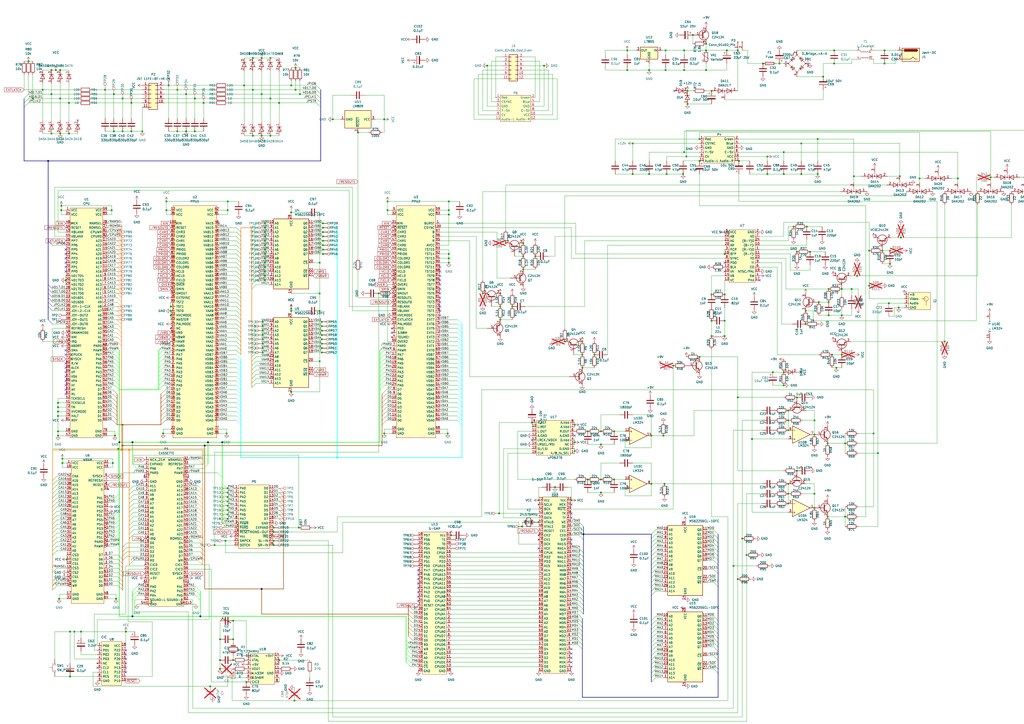
<source format=kicad_sch>
(kicad_sch (version 20230121) (generator eeschema)
  (paper "A2")
  (lib_symbols
    (symbol "Amplifier_Operational:LM324" (pin_names (offset 0.127))
      (property "Reference" "U" (at 0 5.08 0))
      (property "Value" "LM324" (at 0 -5.08 0))
      (symbol "LM324_1_1"
        (pin output line (at 7.62 0 180) (length 2.54) (name "~") (number "1"))
        (pin input line (at -7.62 -2.54 0) (length 2.54) (name "-") (number "2"))
        (pin input line (at -7.62 2.54 0) (length 2.54) (name "+") (number "3"))
      )
      (symbol "LM324_2_1"
        (pin input line (at -7.62 2.54 0) (length 2.54) (name "+") (number "5"))
        (pin input line (at -7.62 -2.54 0) (length 2.54) (name "-") (number "6"))
        (pin output line (at 7.62 0 180) (length 2.54) (name "~") (number "7"))
      )
      (symbol "LM324_3_1"
        (pin input line (at -7.62 2.54 0) (length 2.54) (name "+") (number "10"))
        (pin output line (at 7.62 0 180) (length 2.54) (name "~") (number "8"))
        (pin input line (at -7.62 -2.54 0) (length 2.54) (name "-") (number "9"))
      )
      (symbol "LM324_4_1"
        (pin input line (at -7.62 2.54 0) (length 2.54) (name "+") (number "12"))
        (pin input line (at -7.62 -2.54 0) (length 2.54) (name "-") (number "13"))
        (pin output line (at 7.62 0 180) (length 2.54) (name "~") (number "14"))
      )
      (symbol "LM324_5_1"
        (pin power_in line (at -2.54 -7.62 90) (length 3.81) (name "V-") (number "11"))
        (pin power_in line (at -2.54 7.62 270) (length 3.81) (name "V+") (number "4"))
      )
    )
    (symbol "Connector:Conn_01x02_Pin" (pin_names (offset 1.016) hide)
      (property "Reference" "J" (at 0 2.54 0))
      (property "Value" "Conn_01x02_Pin" (at 0 -5.08 0))
      (symbol "Conn_01x02_Pin_1_1"
        (pin passive line (at 5.08 0 180) (length 3.81) (name "Pin_1") (number "1"))
        (pin passive line (at 5.08 -2.54 180) (length 3.81) (name "Pin_2") (number "2"))
      )
    )
    (symbol "Connector:Jack-DC" (pin_names (offset 1.016))
      (property "Reference" "J" (at 0 5.334 0))
      (property "Value" "Jack-DC" (at 0 -5.08 0))
      (symbol "Jack-DC_1_1"
        (pin passive line (at 7.62 2.54 180) (length 2.54) (name "~") (number "1"))
        (pin passive line (at 7.62 -2.54 180) (length 2.54) (name "~") (number "2"))
      )
    )
    (symbol "Connector:TestPoint" (pin_numbers hide) (pin_names (offset 0.762) hide)
      (property "Reference" "TP" (at 0 6.858 0))
      (property "Value" "TestPoint" (at 0 5.08 0))
      (symbol "TestPoint_1_1"
        (pin passive line (at 0 0 90) (length 2.54) (name "1") (number "1"))
      )
    )
    (symbol "Connector_Generic:Conn_02x06_Odd_Even" (pin_names (offset 1.016) hide)
      (property "Reference" "J" (at 1.27 7.62 0))
      (property "Value" "Conn_02x06_Odd_Even" (at 1.27 -10.16 0))
      (symbol "Conn_02x06_Odd_Even_1_1"
        (pin passive line (at -5.08 5.08 0) (length 3.81) (name "Pin_1") (number "1"))
        (pin passive line (at 7.62 -5.08 180) (length 3.81) (name "Pin_10") (number "10"))
        (pin passive line (at -5.08 -7.62 0) (length 3.81) (name "Pin_11") (number "11"))
        (pin passive line (at 7.62 -7.62 180) (length 3.81) (name "Pin_12") (number "12"))
        (pin passive line (at 7.62 5.08 180) (length 3.81) (name "Pin_2") (number "2"))
        (pin passive line (at -5.08 2.54 0) (length 3.81) (name "Pin_3") (number "3"))
        (pin passive line (at 7.62 2.54 180) (length 3.81) (name "Pin_4") (number "4"))
        (pin passive line (at -5.08 0 0) (length 3.81) (name "Pin_5") (number "5"))
        (pin passive line (at 7.62 0 180) (length 3.81) (name "Pin_6") (number "6"))
        (pin passive line (at -5.08 -2.54 0) (length 3.81) (name "Pin_7") (number "7"))
        (pin passive line (at 7.62 -2.54 180) (length 3.81) (name "Pin_8") (number "8"))
        (pin passive line (at -5.08 -5.08 0) (length 3.81) (name "Pin_9") (number "9"))
      )
    )
    (symbol "Connector_Generic:Conn_2Rows-11Pins" (pin_names (offset 1.016) hide)
      (property "Reference" "J" (at 1.27 7.62 0))
      (property "Value" "Conn_2Rows-11Pins" (at 1.27 -10.16 0))
      (symbol "Conn_2Rows-11Pins_1_1"
        (pin passive line (at -5.08 5.08 0) (length 3.81) (name "Pin_1") (number "1"))
        (pin passive line (at 7.62 -5.08 180) (length 3.81) (name "Pin_10") (number "10"))
        (pin passive line (at -5.08 -7.62 0) (length 3.81) (name "Pin_11") (number "11"))
        (pin passive line (at 7.62 5.08 180) (length 3.81) (name "Pin_2") (number "2"))
        (pin passive line (at -5.08 2.54 0) (length 3.81) (name "Pin_3") (number "3"))
        (pin passive line (at 7.62 2.54 180) (length 3.81) (name "Pin_4") (number "4"))
        (pin passive line (at -5.08 0 0) (length 3.81) (name "Pin_5") (number "5"))
        (pin passive line (at 7.62 0 180) (length 3.81) (name "Pin_6") (number "6"))
        (pin passive line (at -5.08 -2.54 0) (length 3.81) (name "Pin_7") (number "7"))
        (pin passive line (at 7.62 -2.54 180) (length 3.81) (name "Pin_8") (number "8"))
        (pin passive line (at -5.08 -5.08 0) (length 3.81) (name "Pin_9") (number "9"))
      )
    )
    (symbol "Device:C" (pin_numbers hide) (pin_names (offset 0.254))
      (property "Reference" "C" (at 0.635 2.54 0))
      (property "Value" "C" (at 0.635 -2.54 0))
      (symbol "C_1_1"
        (pin passive line (at 0 3.81 270) (length 2.794) (name "~") (number "1"))
        (pin passive line (at 0 -3.81 90) (length 2.794) (name "~") (number "2"))
      )
    )
    (symbol "Device:C_Polarized" (pin_numbers hide) (pin_names (offset 0.254))
      (property "Reference" "C" (at 0.635 2.54 0))
      (property "Value" "C_Polarized" (at 0.635 -2.54 0))
      (symbol "C_Polarized_1_1"
        (pin passive line (at 0 3.81 270) (length 2.794) (name "~") (number "1"))
        (pin passive line (at 0 -3.81 90) (length 2.794) (name "~") (number "2"))
      )
    )
    (symbol "Device:C_Trim" (pin_numbers hide) (pin_names (offset 0.254) hide)
      (property "Reference" "C" (at 1.524 -2.032 0))
      (property "Value" "C_Trim" (at 3.048 -3.556 0))
      (symbol "C_Trim_1_1"
        (pin passive line (at 0 3.81 270) (length 3.048) (name "~") (number "1"))
        (pin passive line (at 0 -3.81 90) (length 3.048) (name "~") (number "2"))
      )
    )
    (symbol "Device:Crystal" (pin_numbers hide) (pin_names (offset 1.016) hide)
      (property "Reference" "Y" (at 0 3.81 0))
      (property "Value" "Crystal" (at 0 -3.81 0))
      (symbol "Crystal_1_1"
        (pin passive line (at -3.81 0 0) (length 1.27) (name "1") (number "1"))
        (pin passive line (at 3.81 0 180) (length 1.27) (name "2") (number "2"))
      )
    )
    (symbol "Device:D_Bridge_+A-A" (pin_names (offset 0))
      (property "Reference" "D" (at 2.54 6.985 0))
      (property "Value" "D_Bridge_+A-A" (at 2.54 5.08 0))
      (symbol "D_Bridge_+A-A_1_1"
        (pin passive line (at 7.62 0 180) (length 2.54) (name "+") (number "1"))
        (pin passive line (at 0 -7.62 90) (length 2.54) (name "~") (number "2"))
        (pin passive line (at -7.62 0 0) (length 2.54) (name "-") (number "3"))
        (pin passive line (at 0 7.62 270) (length 2.54) (name "~") (number "4"))
      )
    )
    (symbol "Device:D_Dual_CommonAnode_KKA_Split" (pin_names (offset 0.762) hide)
      (property "Reference" "D" (at 0 2.54 0))
      (property "Value" "D_Dual_CommonAnode_KKA_Split" (at 0 -2.54 0))
      (symbol "D_Dual_CommonAnode_KKA_Split_0_1"
        (pin passive line (at -3.81 0 0) (length 2.54) (name "A") (number "3"))
      )
      (symbol "D_Dual_CommonAnode_KKA_Split_1_1"
        (pin passive line (at 3.81 0 180) (length 2.54) (name "K") (number "1"))
      )
      (symbol "D_Dual_CommonAnode_KKA_Split_2_1"
        (pin passive line (at 3.81 0 180) (length 2.54) (name "K") (number "2"))
      )
    )
    (symbol "Device:D_Dual_CommonCathode_AAK" (pin_names (offset 0.762) hide)
      (property "Reference" "D" (at 1.27 -2.54 0))
      (property "Value" "D_Dual_CommonCathode_AAK" (at 0 2.54 0))
      (symbol "D_Dual_CommonCathode_AAK_0_1"
        (pin passive line (at -7.62 0 0) (length 3.81) (name "A") (number "1"))
        (pin passive line (at 7.62 0 180) (length 3.81) (name "A") (number "2"))
        (pin passive line (at 0 -5.08 90) (length 2.54) (name "K") (number "3"))
      )
    )
    (symbol "Device:D_Dual_CommonCathode_AAK_Split" (pin_names (offset 0.762) hide)
      (property "Reference" "D" (at 0 2.54 0))
      (property "Value" "D_Dual_CommonCathode_AAK_Split" (at 0 -2.54 0))
      (symbol "D_Dual_CommonCathode_AAK_Split_0_1"
        (pin passive line (at 3.81 0 180) (length 2.54) (name "K") (number "3"))
      )
      (symbol "D_Dual_CommonCathode_AAK_Split_1_1"
        (pin passive line (at -3.81 0 0) (length 2.54) (name "A") (number "1"))
      )
      (symbol "D_Dual_CommonCathode_AAK_Split_2_1"
        (pin passive line (at -3.81 0 0) (length 2.54) (name "K") (number "2"))
      )
    )
    (symbol "Device:D_Dual_Series_KAC" (pin_names (offset 0.762) hide)
      (property "Reference" "D" (at 1.27 -2.54 0))
      (property "Value" "D_Dual_Series_KAC" (at 0 2.54 0))
      (symbol "D_Dual_Series_KAC_0_1"
        (pin passive line (at 7.62 0 180) (length 3.81) (name "K") (number "1"))
        (pin passive line (at -7.62 0 0) (length 3.81) (name "A") (number "2"))
        (pin passive line (at 0 -5.08 90) (length 2.54) (name "common") (number "3"))
      )
    )
    (symbol "Device:D_Zener_Dual_CommonCathode_AAK_Split" (pin_names (offset 0.762) hide)
      (property "Reference" "D" (at 0 2.54 0))
      (property "Value" "D_Zener_Dual_CommonCathode_AAK_Split" (at 0 -2.54 0))
      (symbol "D_Zener_Dual_CommonCathode_AAK_Split_0_1"
        (pin passive line (at 3.81 0 180) (length 2.54) (name "K") (number "3"))
      )
      (symbol "D_Zener_Dual_CommonCathode_AAK_Split_1_1"
        (pin passive line (at -3.81 0 0) (length 2.54) (name "A") (number "1"))
      )
      (symbol "D_Zener_Dual_CommonCathode_AAK_Split_2_1"
        (pin passive line (at -3.81 0 0) (length 2.54) (name "K") (number "2"))
      )
    )
    (symbol "Device:Fuse" (pin_numbers hide) (pin_names (offset 0))
      (property "Reference" "F" (at 2.032 0 90))
      (property "Value" "Fuse" (at -1.905 0 90))
      (symbol "Fuse_1_1"
        (pin passive line (at 0 3.81 270) (length 1.27) (name "~") (number "1"))
        (pin passive line (at 0 -3.81 90) (length 1.27) (name "~") (number "2"))
      )
    )
    (symbol "Device:L" (pin_numbers hide) (pin_names (offset 1.016) hide)
      (property "Reference" "L" (at -1.27 0 90))
      (property "Value" "L" (at 1.905 0 90))
      (symbol "L_1_1"
        (pin passive line (at 0 3.81 270) (length 1.27) (name "1") (number "1"))
        (pin passive line (at 0 -3.81 90) (length 1.27) (name "2") (number "2"))
      )
    )
    (symbol "Device:L_Coupled_1324" (pin_names (offset 0.254) hide)
      (property "Reference" "L" (at 0 4.445 0))
      (property "Value" "L_Coupled_1324" (at 0 -4.445 0))
      (symbol "L_Coupled_1324_1_1"
        (pin passive line (at -5.08 2.54 0) (length 2.54) (name "1") (number "1"))
        (pin passive line (at -5.08 -2.54 0) (length 2.54) (name "2") (number "2"))
        (pin passive line (at 5.08 2.54 180) (length 2.54) (name "3") (number "3"))
        (pin passive line (at 5.08 -2.54 180) (length 2.54) (name "4") (number "4"))
      )
    )
    (symbol "Device:Q_NPN_BEC" (pin_names (offset 0) hide)
      (property "Reference" "Q" (at 5.08 1.27 0))
      (property "Value" "Q_NPN_BEC" (at 5.08 -1.27 0))
      (symbol "Q_NPN_BEC_1_1"
        (pin input line (at -5.08 0 0) (length 5.715) (name "B") (number "1"))
        (pin passive line (at 2.54 -5.08 90) (length 2.54) (name "E") (number "2"))
        (pin passive line (at 2.54 5.08 270) (length 2.54) (name "C") (number "3"))
      )
    )
    (symbol "Device:Q_PNP_BEC" (pin_names (offset 0) hide)
      (property "Reference" "Q" (at 5.08 1.27 0))
      (property "Value" "Q_PNP_BEC" (at 5.08 -1.27 0))
      (symbol "Q_PNP_BEC_1_1"
        (pin input line (at -5.08 0 0) (length 5.715) (name "B") (number "1"))
        (pin passive line (at 2.54 -5.08 90) (length 2.54) (name "E") (number "2"))
        (pin passive line (at 2.54 5.08 270) (length 2.54) (name "C") (number "3"))
      )
    )
    (symbol "Device:R" (pin_numbers hide) (pin_names (offset 0))
      (property "Reference" "R" (at 2.032 0 90))
      (property "Value" "R" (at 0 0 90))
      (symbol "R_1_1"
        (pin passive line (at 0 3.81 270) (length 1.27) (name "~") (number "1"))
        (pin passive line (at 0 -3.81 90) (length 1.27) (name "~") (number "2"))
      )
    )
    (symbol "Device:Varistor" (pin_numbers hide) (pin_names (offset 0))
      (property "Reference" "RV" (at 3.175 0 90))
      (property "Value" "Varistor" (at -3.175 0 90))
      (symbol "Varistor_0_0"
        (text "U" (at -1.778 -2.032 0) (effects (font (size 1.27 1.27))))
      )
      (symbol "Varistor_1_1"
        (pin passive line (at 0 3.81 270) (length 1.27) (name "~") (number "1"))
        (pin passive line (at 0 -3.81 90) (length 1.27) (name "~") (number "2"))
      )
    )
    (symbol "Memory_RAM:KM62256CLP"
      (property "Reference" "U" (at -10.16 20.955 0))
      (property "Value" "KM62256CLP" (at 2.54 20.955 0))
      (symbol "KM62256CLP_0_0"
        (pin power_in line (at 0 -22.86 90) (length 2.54) (name "GND") (number "14"))
        (pin power_in line (at 0 22.86 270) (length 2.54) (name "VCC") (number "28"))
      )
      (symbol "KM62256CLP_1_1"
        (pin input line (at -12.7 -17.78 0) (length 2.54) (name "A14") (number "1"))
        (pin input line (at -12.7 17.78 0) (length 2.54) (name "A0") (number "10"))
        (pin tri_state line (at 12.7 17.78 180) (length 2.54) (name "Q0") (number "11"))
        (pin tri_state line (at 12.7 15.24 180) (length 2.54) (name "Q1") (number "12"))
        (pin tri_state line (at 12.7 12.7 180) (length 2.54) (name "Q2") (number "13"))
        (pin tri_state line (at 12.7 10.16 180) (length 2.54) (name "Q3") (number "15"))
        (pin tri_state line (at 12.7 7.62 180) (length 2.54) (name "Q4") (number "16"))
        (pin tri_state line (at 12.7 5.08 180) (length 2.54) (name "Q5") (number "17"))
        (pin tri_state line (at 12.7 2.54 180) (length 2.54) (name "Q6") (number "18"))
        (pin tri_state line (at 12.7 0 180) (length 2.54) (name "Q7") (number "19"))
        (pin input line (at -12.7 -12.7 0) (length 2.54) (name "A12") (number "2"))
        (pin input line (at 12.7 -5.08 180) (length 2.54) (name "~{CS}") (number "20"))
        (pin input line (at -12.7 -7.62 0) (length 2.54) (name "A10") (number "21"))
        (pin input line (at 12.7 -10.16 180) (length 2.54) (name "~{OE}") (number "22"))
        (pin input line (at -12.7 -10.16 0) (length 2.54) (name "A11") (number "23"))
        (pin input line (at -12.7 -5.08 0) (length 2.54) (name "A9") (number "24"))
        (pin input line (at -12.7 -2.54 0) (length 2.54) (name "A8") (number "25"))
        (pin input line (at -12.7 -15.24 0) (length 2.54) (name "A13") (number "26"))
        (pin input line (at 12.7 -12.7 180) (length 2.54) (name "~{WE}") (number "27"))
        (pin input line (at -12.7 0 0) (length 2.54) (name "A7") (number "3"))
        (pin input line (at -12.7 2.54 0) (length 2.54) (name "A6") (number "4"))
        (pin input line (at -12.7 5.08 0) (length 2.54) (name "A5") (number "5"))
        (pin input line (at -12.7 7.62 0) (length 2.54) (name "A4") (number "6"))
        (pin input line (at -12.7 10.16 0) (length 2.54) (name "A3") (number "7"))
        (pin input line (at -12.7 12.7 0) (length 2.54) (name "A2") (number "8"))
        (pin input line (at -12.7 15.24 0) (length 2.54) (name "A1") (number "9"))
      )
    )
    (symbol "Power_Supervisor:LM809"
      (property "Reference" "U" (at 2.54 12.7 0))
      (property "Value" "LM809" (at 5.08 10.16 0))
      (symbol "LM809_1_1"
        (pin power_in line (at 0 -10.16 90) (length 2.54) (name "GND") (number "1"))
        (pin output line (at 7.62 0 180) (length 2.54) (name "~{RESET}") (number "2"))
        (pin power_in line (at 0 10.16 270) (length 2.54) (name "VCC") (number "3"))
      )
    )
    (symbol "Regulator_Linear:L7805" (pin_names (offset 0.254))
      (property "Reference" "U" (at -3.81 3.175 0))
      (property "Value" "L7805" (at 0 3.175 0))
      (symbol "L7805_1_1"
        (pin power_in line (at -7.62 0 0) (length 2.54) (name "IN") (number "1"))
        (pin power_in line (at 0 -7.62 90) (length 2.54) (name "GND") (number "2"))
        (pin power_out line (at 7.62 0 180) (length 2.54) (name "OUT") (number "3"))
      )
    )
    (symbol "SNES_Library:AVOUT"
      (property "Reference" "P" (at 0 2.54 0))
      (symbol "AVOUT_0_0"
        (pin unspecified line (at -11.43 0 0) (length 2.54) (name "Red") (number "1"))
        (pin unspecified line (at 11.43 -10.16 180) (length 2.54) (name "VCC") (number "10"))
        (pin unspecified line (at -11.43 -12.7 0) (length 2.54) (name "Audio-L") (number "11"))
        (pin unspecified line (at 11.43 -12.7 180) (length 2.54) (name "Audio-R") (number "12"))
        (pin unspecified line (at 11.43 0 180) (length 2.54) (name "Green") (number "2"))
        (pin unspecified line (at -11.43 -2.54 0) (length 2.54) (name "CSYNC") (number "3"))
        (pin unspecified line (at 11.43 -2.54 180) (length 2.54) (name "Blue") (number "4"))
        (pin unspecified line (at -11.43 -5.08 0) (length 2.54) (name "GND") (number "5"))
        (pin unspecified line (at 11.43 -5.08 180) (length 2.54) (name "GND") (number "6"))
        (pin unspecified line (at -11.43 -7.62 0) (length 2.54) (name "Y-SV") (number "7"))
        (pin unspecified line (at 11.43 -7.62 180) (length 2.54) (name "C-SV") (number "8"))
        (pin unspecified line (at -11.43 -10.16 0) (length 2.54) (name "CV") (number "9"))
      )
    )
    (symbol "SNES_Library:CASSETTE"
      (property "Reference" "P" (at 0 2.54 0))
      (property "Value" "CASSETTE" (at 0 0 0))
      (symbol "CASSETTE_0_0"
        (pin unspecified line (at -15.24 -7.62 0) (length 2.54) (name "MCK_21M") (number "1"))
        (pin input line (at -15.24 -33.02 0) (length 2.54) (name "A7") (number "10"))
        (pin input line (at -15.24 -35.56 0) (length 2.54) (name "A6") (number "11"))
        (pin input line (at -15.24 -38.1 0) (length 2.54) (name "A5") (number "12"))
        (pin input line (at -15.24 -40.64 0) (length 2.54) (name "A4") (number "13"))
        (pin input line (at -15.24 -43.18 0) (length 2.54) (name "A3") (number "14"))
        (pin input line (at -15.24 -45.72 0) (length 2.54) (name "A2") (number "15"))
        (pin input line (at -15.24 -48.26 0) (length 2.54) (name "A1") (number "16"))
        (pin input line (at -15.24 -50.8 0) (length 2.54) (name "A0") (number "17"))
        (pin unspecified inverted (at -15.24 -53.34 0) (length 2.54) (name "IRQ") (number "18"))
        (pin bidirectional line (at -15.24 -55.88 0) (length 2.54) (name "D0") (number "19"))
        (pin unspecified line (at -15.24 -10.16 0) (length 2.54) (name "EXPAND") (number "2"))
        (pin bidirectional line (at -15.24 -58.42 0) (length 2.54) (name "D1") (number "20"))
        (pin bidirectional line (at -15.24 -60.96 0) (length 2.54) (name "D2") (number "21"))
        (pin bidirectional line (at -15.24 -63.5 0) (length 2.54) (name "D3") (number "22"))
        (pin unspecified line (at -15.24 -66.04 0) (length 2.54) (name "RD") (number "23"))
        (pin unspecified line (at -15.24 -68.58 0) (length 2.54) (name "CIC0") (number "24"))
        (pin unspecified line (at -15.24 -71.12 0) (length 2.54) (name "CIC2") (number "25"))
        (pin unspecified line (at -15.24 -73.66 0) (length 2.54) (name "RESET") (number "26"))
        (pin power_in line (at -15.24 -76.2 0) (length 2.54) (name "+5V") (number "27"))
        (pin unspecified line (at -15.24 -81.28 0) (length 2.54) (name "PA0") (number "28"))
        (pin unspecified line (at -15.24 -83.82 0) (length 2.54) (name "PA2") (number "29"))
        (pin unspecified line (at -15.24 -12.7 0) (length 2.54) (name "PA6") (number "3"))
        (pin unspecified line (at -15.24 -86.36 0) (length 2.54) (name "PA4") (number "30"))
        (pin output line (at -15.24 -88.9 0) (length 2.54) (name "SOUND-L") (number "31"))
        (pin unspecified inverted (at 10.16 -7.62 180) (length 2.54) (name "WRAMSEL") (number "32"))
        (pin unspecified line (at 10.16 -10.16 180) (length 2.54) (name "REFRESH") (number "33"))
        (pin unspecified line (at 10.16 -12.7 180) (length 2.54) (name "PA7") (number "34"))
        (pin unspecified inverted (at 10.16 -15.24 180) (length 2.54) (name "PAWR") (number "35"))
        (pin power_in line (at 10.16 -20.32 180) (length 2.54) (name "GND") (number "36"))
        (pin input line (at 10.16 -22.86 180) (length 2.54) (name "A12") (number "37"))
        (pin input line (at 10.16 -25.4 180) (length 2.54) (name "A13") (number "38"))
        (pin input line (at 10.16 -27.94 180) (length 2.54) (name "A14") (number "39"))
        (pin unspecified inverted (at -15.24 -15.24 0) (length 2.54) (name "PARD") (number "4"))
        (pin input line (at 10.16 -30.48 180) (length 2.54) (name "A15") (number "40"))
        (pin input line (at 10.16 -33.02 180) (length 2.54) (name "A16") (number "41"))
        (pin input line (at 10.16 -35.56 180) (length 2.54) (name "A17") (number "42"))
        (pin input line (at 10.16 -38.1 180) (length 2.54) (name "A18") (number "43"))
        (pin input line (at 10.16 -40.64 180) (length 2.54) (name "A19") (number "44"))
        (pin input line (at 10.16 -43.18 180) (length 2.54) (name "A20") (number "45"))
        (pin input line (at 10.16 -45.72 180) (length 2.54) (name "A21") (number "46"))
        (pin input line (at 10.16 -48.26 180) (length 2.54) (name "A22") (number "47"))
        (pin input line (at 10.16 -50.8 180) (length 2.54) (name "A23") (number "48"))
        (pin unspecified inverted (at 10.16 -53.34 180) (length 2.54) (name "ROMSEL") (number "49"))
        (pin power_in line (at -15.24 -20.32 0) (length 2.54) (name "GND") (number "5"))
        (pin bidirectional line (at 10.16 -55.88 180) (length 2.54) (name "D4") (number "50"))
        (pin bidirectional line (at 10.16 -58.42 180) (length 2.54) (name "D5") (number "51"))
        (pin bidirectional line (at 10.16 -60.96 180) (length 2.54) (name "D6") (number "52"))
        (pin bidirectional line (at 10.16 -63.5 180) (length 2.54) (name "D7") (number "53"))
        (pin unspecified inverted (at 10.16 -66.04 180) (length 2.54) (name "WR") (number "54"))
        (pin unspecified line (at 10.16 -68.58 180) (length 2.54) (name "CIC1") (number "55"))
        (pin unspecified line (at 10.16 -71.12 180) (length 2.54) (name "CIC3") (number "56"))
        (pin unspecified line (at 10.16 -73.66 180) (length 2.54) (name "SYSCK") (number "57"))
        (pin power_in line (at 10.16 -76.2 180) (length 2.54) (name "+5V") (number "58"))
        (pin unspecified line (at 10.16 -81.28 180) (length 2.54) (name "PA1") (number "59"))
        (pin input line (at -15.24 -22.86 0) (length 2.54) (name "A11") (number "6"))
        (pin unspecified line (at 10.16 -83.82 180) (length 2.54) (name "PA3") (number "60"))
        (pin unspecified line (at 10.16 -86.36 180) (length 2.54) (name "PA5") (number "61"))
        (pin output line (at 10.16 -88.9 180) (length 2.54) (name "SOUND-R") (number "62"))
        (pin input line (at -15.24 -25.4 0) (length 2.54) (name "A10") (number "7"))
        (pin input line (at -15.24 -27.94 0) (length 2.54) (name "A9") (number "8"))
        (pin input line (at -15.24 -30.48 0) (length 2.54) (name "A8") (number "9"))
        (pin unspecified line (at -15.24 -78.74 0) (length 2.54) (name "") (number "KEY"))
        (pin free line (at -15.24 -17.78 0) (length 2.54) (name "") (number "KEY"))
        (pin unspecified line (at 10.16 -78.74 180) (length 2.54) (name "") (number "KEY"))
        (pin free line (at 10.16 -17.78 180) (length 2.54) (name "") (number "KEY"))
        (pin power_in line (at -15.24 -91.44 0) (length 2.54) (name "GND") (number "SHIELD"))
        (pin power_in line (at 10.16 -91.44 180) (length 2.54) (name "GND") (number "SHIELD"))
      )
    )
    (symbol "SNES_Library:CIC"
      (property "Reference" "U" (at -5.08 13.97 0))
      (symbol "CIC_0_0"
        (pin unspecified line (at 7.62 -6.35 180) (length 2.54) (name "P12") (number "12"))
        (pin unspecified line (at 7.62 -3.81 180) (length 2.54) (name "P13") (number "13"))
        (pin no_connect line (at 7.62 -1.27 180) (length 2.54) (name "NC") (number "14"))
        (pin unspecified line (at 7.62 1.27 180) (length 2.54) (name "P20") (number "15"))
        (pin unspecified line (at 7.62 3.81 180) (length 2.54) (name "P21") (number "16"))
        (pin unspecified line (at 7.62 6.35 180) (length 2.54) (name "P22") (number "17"))
        (pin power_in line (at 7.62 8.89 180) (length 2.54) (name "VCC") (number "18"))
        (pin no_connect line (at -8.89 -1.27 0) (length 2.54) (name "NC") (number "5"))
        (pin unspecified line (at -8.89 -3.81 0) (length 2.54) (name "CL2") (number "6"))
        (pin power_in line (at -8.89 -11.43 0) (length 2.54) (name "GND") (number "9"))
      )
      (symbol "CIC_1_0"
        (pin bidirectional line (at -8.89 8.89 0) (length 2.54) (name "P00") (number "1"))
        (pin output line (at 7.62 -11.43 180) (length 2.54) (name "P10") (number "10"))
        (pin output line (at 7.62 -8.89 180) (length 2.54) (name "P11") (number "11"))
        (pin bidirectional line (at -8.89 6.35 0) (length 2.54) (name "P01") (number "2"))
        (pin input line (at -8.89 3.81 0) (length 2.54) (name "P02") (number "3"))
        (pin input line (at -8.89 1.27 0) (length 2.54) (name "P03") (number "4"))
        (pin input line (at -8.89 -6.35 0) (length 2.54) (name "CL1") (number "7"))
        (pin input line (at -8.89 -8.89 0) (length 2.54) (name "RES") (number "8"))
      )
    )
    (symbol "SNES_Library:CPU"
      (property "Reference" "U" (at 0 5.08 0))
      (property "Value" "CPU" (at 0 2.54 0))
      (symbol "CPU_0_0"
        (pin power_in line (at -11.43 0 0) (length 2.54) (name "VCC") (number "1"))
        (pin output line (at 12.7 -35.56 180) (length 2.54) (name "A16") (number "10"))
        (pin output line (at 12.7 -58.42 180) (length 2.54) (name "A7") (number "100"))
        (pin output line (at 12.7 -33.02 180) (length 2.54) (name "A17") (number "11"))
        (pin output line (at 12.7 -30.48 180) (length 2.54) (name "A18") (number "12"))
        (pin output line (at 12.7 -27.94 180) (length 2.54) (name "A19") (number "13"))
        (pin output line (at 12.7 -25.4 180) (length 2.54) (name "A20") (number "14"))
        (pin output line (at 12.7 -22.86 180) (length 2.54) (name "A21") (number "15"))
        (pin output line (at 12.7 -20.32 180) (length 2.54) (name "A22") (number "16"))
        (pin output line (at 12.7 -17.78 180) (length 2.54) (name "A23") (number "17"))
        (pin output line (at 12.7 -55.88 180) (length 2.54) (name "A8") (number "2"))
        (pin output line (at 12.7 -53.34 180) (length 2.54) (name "A9") (number "3"))
        (pin power_in line (at -11.43 -2.54 0) (length 2.54) (name "VCC") (number "34"))
        (pin output line (at -11.43 -58.42 0) (length 2.54) (name "JOY-2-CLK") (number "35"))
        (pin output line (at -11.43 -55.88 0) (length 2.54) (name "JOY-1-CLK") (number "36"))
        (pin output line (at 12.7 -50.8 180) (length 2.54) (name "A10") (number "4"))
        (pin output line (at -11.43 -68.58 0) (length 2.54) (name "REFRESH") (number "40"))
        (pin input line (at -11.43 -12.7 0) (length 2.54) (name "HBLANK") (number "43"))
        (pin input line (at -11.43 -15.24 0) (length 2.54) (name "VBLANK") (number "44"))
        (pin input inverted (at -11.43 -73.66 0) (length 2.54) (name "NMI") (number "45"))
        (pin input inverted (at -11.43 -76.2 0) (length 2.54) (name "IRQ") (number "46"))
        (pin input clock (at -11.43 -7.62 0) (length 2.54) (name "MCK") (number "48"))
        (pin input inverted (at -11.43 -71.12 0) (length 2.54) (name "DRAMMODE") (number "49"))
        (pin output line (at 12.7 -48.26 180) (length 2.54) (name "A11") (number "5"))
        (pin input inverted (at -11.43 -10.16 0) (length 2.54) (name "RESET") (number "50"))
        (pin output line (at 12.7 -101.6 180) (length 2.54) (name "PA0") (number "51"))
        (pin output line (at 12.7 -99.06 180) (length 2.54) (name "PA1") (number "52"))
        (pin output line (at 12.7 -96.52 180) (length 2.54) (name "PA2") (number "53"))
        (pin output line (at 12.7 -93.98 180) (length 2.54) (name "PA3") (number "54"))
        (pin output line (at 12.7 -91.44 180) (length 2.54) (name "PA4") (number "55"))
        (pin output line (at 12.7 -88.9 180) (length 2.54) (name "PA5") (number "56"))
        (pin output line (at 12.7 -86.36 180) (length 2.54) (name "PA6") (number "57"))
        (pin output line (at 12.7 -83.82 180) (length 2.54) (name "PA7") (number "58"))
        (pin output line (at 12.7 -45.72 180) (length 2.54) (name "A12") (number "6"))
        (pin bidirectional line (at 12.7 -121.92 180) (length 2.54) (name "D0") (number "60"))
        (pin bidirectional line (at 12.7 -119.38 180) (length 2.54) (name "D1") (number "61"))
        (pin bidirectional line (at 12.7 -116.84 180) (length 2.54) (name "D2") (number "62"))
        (pin bidirectional line (at 12.7 -114.3 180) (length 2.54) (name "D3") (number "63"))
        (pin bidirectional line (at 12.7 -111.76 180) (length 2.54) (name "D4") (number "64"))
        (pin bidirectional line (at 12.7 -109.22 180) (length 2.54) (name "D5") (number "65"))
        (pin bidirectional line (at 12.7 -106.68 180) (length 2.54) (name "D6") (number "66"))
        (pin bidirectional line (at 12.7 -104.14 180) (length 2.54) (name "D7") (number "67"))
        (pin output inverted (at 12.7 -81.28 180) (length 2.54) (name "PAWR") (number "69"))
        (pin output line (at 12.7 -43.18 180) (length 2.54) (name "A13") (number "7"))
        (pin output clock (at -11.43 -83.82 0) (length 2.54) (name "CPUCK") (number "71"))
        (pin output clock (at -11.43 -86.36 0) (length 2.54) (name "SYSCK") (number "72"))
        (pin input inverted (at -11.43 -78.74 0) (length 2.54) (name "ABORT") (number "76"))
        (pin power_in line (at 12.7 -128.27 180) (length 2.54) (name "GND") (number "79"))
        (pin output line (at 12.7 -40.64 180) (length 2.54) (name "A14") (number "8"))
        (pin output line (at 12.7 -38.1 180) (length 2.54) (name "A15") (number "9"))
        (pin power_in line (at 12.7 -130.81 180) (length 2.54) (name "GND") (number "90"))
        (pin output line (at 12.7 -76.2 180) (length 2.54) (name "A0") (number "93"))
        (pin output line (at 12.7 -73.66 180) (length 2.54) (name "A1") (number "94"))
        (pin output line (at 12.7 -71.12 180) (length 2.54) (name "A2") (number "95"))
        (pin output line (at 12.7 -68.58 180) (length 2.54) (name "A3") (number "96"))
        (pin output line (at 12.7 -66.04 180) (length 2.54) (name "A4") (number "97"))
        (pin output line (at 12.7 -63.5 180) (length 2.54) (name "A5") (number "98"))
        (pin output line (at 12.7 -60.96 180) (length 2.54) (name "A6") (number "99"))
      )
      (symbol "CPU_1_0"
        (pin power_in line (at -11.43 -128.27 0) (length 2.54) (name "GND") (number "18"))
        (pin bidirectional line (at -11.43 -35.56 0) (length 2.54) (name "PP0") (number "19"))
        (pin bidirectional line (at -11.43 -33.02 0) (length 2.54) (name "PP1") (number "20"))
        (pin bidirectional line (at -11.43 -30.48 0) (length 2.54) (name "PP2") (number "21"))
        (pin bidirectional line (at -11.43 -27.94 0) (length 2.54) (name "PP3") (number "22"))
        (pin bidirectional line (at -11.43 -25.4 0) (length 2.54) (name "PP4") (number "23"))
        (pin bidirectional line (at -11.43 -22.86 0) (length 2.54) (name "PP5") (number "24"))
        (pin bidirectional line (at -11.43 -20.32 0) (length 2.54) (name "PP6") (number "25"))
        (pin bidirectional line (at -11.43 -17.78 0) (length 2.54) (name "PP7") (number "26"))
        (pin input line (at -11.43 -48.26 0) (length 2.54) (name "4017D0") (number "27"))
        (pin input line (at -11.43 -45.72 0) (length 2.54) (name "4017D1") (number "28"))
        (pin input line (at -11.43 -43.18 0) (length 2.54) (name "4017D2") (number "29"))
        (pin input line (at -11.43 -40.64 0) (length 2.54) (name "4017D3") (number "30"))
        (pin input line (at -11.43 -38.1 0) (length 2.54) (name "4017D4") (number "31"))
        (pin input line (at -11.43 -53.34 0) (length 2.54) (name "4016D0") (number "32"))
        (pin input line (at -11.43 -50.8 0) (length 2.54) (name "4016D1") (number "33"))
        (pin output line (at -11.43 -66.04 0) (length 2.54) (name "JOY-OUT0") (number "37"))
        (pin output line (at -11.43 -63.5 0) (length 2.54) (name "JOY-OUT1") (number "38"))
        (pin output line (at -11.43 -60.96 0) (length 2.54) (name "JOY-OUT2") (number "39"))
        (pin input line (at -11.43 -111.76 0) (length 2.54) (name "TCKSEL0") (number "41"))
        (pin input line (at -11.43 -109.22 0) (length 2.54) (name "TCKSEL1") (number "42"))
        (pin power_in line (at -11.43 -130.81 0) (length 2.54) (name "GND") (number "47"))
        (pin power_in line (at 12.7 0 180) (length 2.54) (name "VCC") (number "59"))
        (pin output inverted (at 12.7 -78.74 180) (length 2.54) (name "PARD") (number "68"))
        (pin output inverted (at -11.43 -81.28 0) (length 2.54) (name "DMA") (number "70"))
        (pin input line (at -11.43 -114.3 0) (length 2.54) (name "TM") (number "73"))
        (pin input line (at -11.43 -116.84 0) (length 2.54) (name "HVCMODE") (number "74"))
        (pin input line (at -11.43 -119.38 0) (length 2.54) (name "HALT") (number "75"))
        (pin output inverted (at 12.7 -10.16 180) (length 2.54) (name "ROMSEL") (number "77"))
        (pin output inverted (at 12.7 -7.62 180) (length 2.54) (name "RAMSEL") (number "78"))
        (pin output line (at -11.43 -88.9 0) (length 2.54) (name "R/W") (number "80"))
        (pin input line (at -11.43 -121.92 0) (length 2.54) (name "RDY") (number "81"))
        (pin output line (at -11.43 -106.68 0) (length 2.54) (name "ML") (number "82"))
        (pin output line (at -11.43 -104.14 0) (length 2.54) (name "MF") (number "83"))
        (pin output line (at -11.43 -101.6 0) (length 2.54) (name "XF") (number "84"))
        (pin power_in line (at 12.7 -2.54 180) (length 2.54) (name "VCC") (number "85"))
        (pin output line (at -11.43 -99.06 0) (length 2.54) (name "VPA") (number "86"))
        (pin output line (at -11.43 -96.52 0) (length 2.54) (name "VDA") (number "87"))
        (pin output line (at -11.43 -91.44 0) (length 2.54) (name "ALCK") (number "88"))
        (pin output line (at -11.43 -93.98 0) (length 2.54) (name "VP") (number "89"))
        (pin output inverted (at 12.7 -12.7 180) (length 2.54) (name "CPUWR") (number "91"))
        (pin output inverted (at 12.7 -15.24 180) (length 2.54) (name "CPURD") (number "92"))
      )
    )
    (symbol "SNES_Library:ENC"
      (property "Reference" "U" (at -10.16 12.7 0))
      (symbol "ENC_0_0"
        (pin unspecified line (at 10.16 2.54 180) (length 2.54) (name "(R-Y)O") (number "1"))
        (pin unspecified line (at 10.16 5.08 180) (length 2.54) (name "(B-Y)I") (number "10"))
        (pin unspecified line (at 10.16 0 180) (length 2.54) (name "(R-Y)I") (number "11"))
        (pin unspecified line (at -10.16 -7.62 0) (length 2.54) (name "BLA") (number "12"))
        (pin unspecified line (at -10.16 -15.24 0) (length 2.54) (name "VC") (number "13"))
        (pin unspecified line (at -10.16 -12.7 0) (length 2.54) (name "VB") (number "14"))
        (pin unspecified line (at -10.16 -10.16 0) (length 2.54) (name "VA") (number "15"))
        (pin unspecified line (at -10.16 0 0) (length 2.54) (name "BFP") (number "16"))
        (pin unspecified line (at 10.16 -15.24 180) (length 2.54) (name "PHA") (number "17"))
        (pin unspecified line (at -10.16 -5.08 0) (length 2.54) (name "PDO") (number "18"))
        (pin unspecified line (at 10.16 -10.16 180) (length 2.54) (name "NTSC/PAL") (number "19"))
        (pin unspecified line (at 10.16 12.7 180) (length 2.54) (name "GND") (number "2"))
        (pin unspecified line (at -10.16 5.08 0) (length 2.54) (name "AR") (number "20"))
        (pin unspecified line (at -10.16 7.62 0) (length 2.54) (name "AG") (number "21"))
        (pin unspecified line (at -10.16 10.16 0) (length 2.54) (name "AB") (number "22"))
        (pin unspecified line (at 10.16 -2.54 180) (length 2.54) (name "YO") (number "23"))
        (pin unspecified line (at 10.16 7.62 180) (length 2.54) (name "(B-Y)O") (number "24"))
        (pin unspecified line (at -10.16 2.54 0) (length 2.54) (name "PCP") (number "3"))
        (pin unspecified line (at 10.16 -12.7 180) (length 2.54) (name "SW") (number "4"))
        (pin unspecified line (at -10.16 12.7 0) (length 2.54) (name "VCC") (number "5"))
        (pin unspecified line (at 10.16 -7.62 180) (length 2.54) (name "CO") (number "6"))
        (pin unspecified line (at 10.16 10.16 180) (length 2.54) (name "VO") (number "7"))
        (pin unspecified line (at -10.16 -2.54 0) (length 2.54) (name "SYNC") (number "8"))
        (pin unspecified line (at 10.16 -5.08 180) (length 2.54) (name "YI") (number "9"))
      )
    )
    (symbol "SNES_Library:EXPANSION"
      (property "Reference" "P" (at -7.62 5.08 0))
      (symbol "EXPANSION_0_0"
        (pin unspecified line (at -11.43 1.27 0) (length 2.54) (name "PA0") (number "1"))
        (pin unspecified inverted (at -11.43 -21.59 0) (length 2.54) (name "~{PARD}") (number "10"))
        (pin unspecified line (at 11.43 1.27 180) (length 2.54) (name "D0") (number "11"))
        (pin unspecified line (at 11.43 -1.27 180) (length 2.54) (name "D1") (number "12"))
        (pin unspecified line (at 11.43 -3.81 180) (length 2.54) (name "D2") (number "13"))
        (pin unspecified line (at 11.43 -6.35 180) (length 2.54) (name "D3") (number "14"))
        (pin unspecified line (at 11.43 -8.89 180) (length 2.54) (name "D4") (number "15"))
        (pin unspecified line (at 11.43 -11.43 180) (length 2.54) (name "D5") (number "16"))
        (pin unspecified line (at 11.43 -13.97 180) (length 2.54) (name "D6") (number "17"))
        (pin unspecified line (at 11.43 -16.51 180) (length 2.54) (name "D7") (number "18"))
        (pin unspecified inverted (at -11.43 -24.13 0) (length 2.54) (name "~{RESET}") (number "19"))
        (pin unspecified line (at -11.43 -1.27 0) (length 2.54) (name "PA1") (number "2"))
        (pin power_in line (at -11.43 -26.67 0) (length 2.54) (name "Vcc") (number "20"))
        (pin unspecified line (at -11.43 -29.21 0) (length 2.54) (name "SMPCK") (number "21"))
        (pin unspecified line (at -11.43 -31.75 0) (length 2.54) (name "DOTCK") (number "22"))
        (pin power_in line (at 11.43 -19.05 180) (length 2.54) (name "GND") (number "23"))
        (pin unspecified line (at 11.43 -21.59 180) (length 2.54) (name "EXPAND") (number "24"))
        (pin unspecified line (at 11.43 -24.13 180) (length 2.54) (name "MONO-OUT") (number "25"))
        (pin unspecified inverted (at 11.43 -26.67 180) (length 2.54) (name "~{IRQ}") (number "26"))
        (pin unspecified line (at 11.43 -29.21 180) (length 2.54) (name "SL-IN") (number "27"))
        (pin unspecified line (at 11.43 -31.75 180) (length 2.54) (name "SR-IN") (number "28"))
        (pin unspecified line (at -11.43 -3.81 0) (length 2.54) (name "PA2") (number "3"))
        (pin unspecified line (at -11.43 -6.35 0) (length 2.54) (name "PA3") (number "4"))
        (pin unspecified line (at -11.43 -8.89 0) (length 2.54) (name "PA4") (number "5"))
        (pin unspecified line (at -11.43 -11.43 0) (length 2.54) (name "PA5") (number "6"))
        (pin unspecified line (at -11.43 -13.97 0) (length 2.54) (name "PA6") (number "7"))
        (pin unspecified line (at -11.43 -16.51 0) (length 2.54) (name "PA7") (number "8"))
        (pin unspecified inverted (at -11.43 -19.05 0) (length 2.54) (name "~{PAWR}") (number "9"))
      )
    )
    (symbol "SNES_Library:PPU1"
      (property "Reference" "U" (at -12.7 1.27 0))
      (property "Value" "PPU1" (at 0 7.62 0))
      (symbol "PPU1_0_0"
        (pin input line (at -12.7 -54.61 0) (length 2.54) (name "TST1") (number "1"))
        (pin input line (at -12.7 -95.25 0) (length 2.54) (name "PA2") (number "10"))
        (pin input clock (at -12.7 -6.35 0) (length 2.54) (name "XIN") (number "100"))
        (pin input line (at -12.7 -97.79 0) (length 2.54) (name "PA1") (number "11"))
        (pin input line (at -12.7 -100.33 0) (length 2.54) (name "PA0") (number "12"))
        (pin power_in line (at -12.7 1.27 0) (length 2.54) (name "VCC") (number "13"))
        (pin bidirectional line (at -12.7 -102.87 0) (length 2.54) (name "D7") (number "14"))
        (pin bidirectional line (at -12.7 -105.41 0) (length 2.54) (name "D6") (number "15"))
        (pin bidirectional line (at -12.7 -107.95 0) (length 2.54) (name "D5") (number "16"))
        (pin bidirectional line (at -12.7 -110.49 0) (length 2.54) (name "D4") (number "17"))
        (pin bidirectional line (at -12.7 -113.03 0) (length 2.54) (name "D3") (number "18"))
        (pin bidirectional line (at -12.7 -115.57 0) (length 2.54) (name "D2") (number "19"))
        (pin input line (at -12.7 -57.15 0) (length 2.54) (name "TST0") (number "2"))
        (pin bidirectional line (at -12.7 -118.11 0) (length 2.54) (name "D1") (number "20"))
        (pin bidirectional line (at -12.7 -120.65 0) (length 2.54) (name "D0") (number "21"))
        (pin power_in line (at -12.7 -125.73 0) (length 2.54) (name "GND") (number "22"))
        (pin input line (at -12.7 -59.69 0) (length 2.54) (name "HVCMODE") (number "23"))
        (pin input line (at -12.7 -64.77 0) (length 2.54) (name "PALMODE") (number "24"))
        (pin input line (at -12.7 -62.23 0) (length 2.54) (name "MASTER") (number "25"))
        (pin input line (at -12.7 -49.53 0) (length 2.54) (name "EXTSYNC") (number "26"))
        (pin no_connect line (at -12.7 -67.31 0) (length 2.54) (name "NC") (number "27"))
        (pin bidirectional line (at 15.24 -100.33 180) (length 2.54) (name "VDB0") (number "28"))
        (pin bidirectional line (at 15.24 -97.79 180) (length 2.54) (name "VDB1") (number "29"))
        (pin input inverted (at -12.7 -77.47 0) (length 2.54) (name "PARD") (number "3"))
        (pin bidirectional line (at 15.24 -95.25 180) (length 2.54) (name "VDB2") (number "30"))
        (pin bidirectional line (at 15.24 -92.71 180) (length 2.54) (name "VDB3") (number "31"))
        (pin bidirectional line (at 15.24 -90.17 180) (length 2.54) (name "VDB4") (number "32"))
        (pin bidirectional line (at 15.24 -87.63 180) (length 2.54) (name "VDB5") (number "33"))
        (pin bidirectional line (at 15.24 -85.09 180) (length 2.54) (name "VDB6") (number "34"))
        (pin bidirectional line (at 15.24 -82.55 180) (length 2.54) (name "VDB7") (number "35"))
        (pin power_in line (at -12.7 -1.27 0) (length 2.54) (name "VCC") (number "36"))
        (pin bidirectional line (at 15.24 -120.65 180) (length 2.54) (name "VDA0") (number "37"))
        (pin bidirectional line (at 15.24 -118.11 180) (length 2.54) (name "VDA1") (number "38"))
        (pin bidirectional line (at 15.24 -115.57 180) (length 2.54) (name "VDA2") (number "39"))
        (pin input inverted (at -12.7 -80.01 0) (length 2.54) (name "PAWR") (number "4"))
        (pin bidirectional line (at 15.24 -113.03 180) (length 2.54) (name "VDA3") (number "40"))
        (pin bidirectional line (at 15.24 -110.49 180) (length 2.54) (name "VDA4") (number "41"))
        (pin bidirectional line (at 15.24 -107.95 180) (length 2.54) (name "VDA5") (number "42"))
        (pin bidirectional line (at 15.24 -105.41 180) (length 2.54) (name "VDA6") (number "43"))
        (pin bidirectional line (at 15.24 -102.87 180) (length 2.54) (name "VDA7") (number "44"))
        (pin power_in line (at -12.7 -128.27 0) (length 2.54) (name "GND") (number "45"))
        (pin output line (at 15.24 -6.35 180) (length 2.54) (name "VA15") (number "46"))
        (pin output line (at 15.24 -8.89 180) (length 2.54) (name "VA15") (number "47"))
        (pin output line (at 15.24 -11.43 180) (length 2.54) (name "VAB13") (number "48"))
        (pin output line (at 15.24 -13.97 180) (length 2.54) (name "VAB12") (number "49"))
        (pin input line (at -12.7 -82.55 0) (length 2.54) (name "PA7") (number "5"))
        (pin output line (at 15.24 -16.51 180) (length 2.54) (name "VAB11") (number "50"))
        (pin output line (at 15.24 -19.05 180) (length 2.54) (name "VAB10") (number "51"))
        (pin output line (at 15.24 -21.59 180) (length 2.54) (name "VAB9") (number "52"))
        (pin output line (at 15.24 -24.13 180) (length 2.54) (name "VAB8") (number "53"))
        (pin output line (at 15.24 -26.67 180) (length 2.54) (name "VAB7") (number "54"))
        (pin output line (at 15.24 -29.21 180) (length 2.54) (name "VAB6") (number "55"))
        (pin output line (at 15.24 -31.75 180) (length 2.54) (name "VAB5") (number "56"))
        (pin output line (at 15.24 -34.29 180) (length 2.54) (name "VAB4") (number "57"))
        (pin output line (at 15.24 -36.83 180) (length 2.54) (name "VAB3") (number "58"))
        (pin output line (at 15.24 -39.37 180) (length 2.54) (name "VAB2") (number "59"))
        (pin input line (at -12.7 -85.09 0) (length 2.54) (name "PA6") (number "6"))
        (pin output line (at 15.24 -41.91 180) (length 2.54) (name "VAB1") (number "60"))
        (pin output line (at 15.24 -44.45 180) (length 2.54) (name "VAB0") (number "61"))
        (pin power_in line (at 15.24 1.27 180) (length 2.54) (name "VCC") (number "62"))
        (pin output line (at 15.24 -46.99 180) (length 2.54) (name "VAA13") (number "63"))
        (pin output line (at 15.24 -49.53 180) (length 2.54) (name "VAA12") (number "64"))
        (pin output line (at 15.24 -52.07 180) (length 2.54) (name "VAA11") (number "65"))
        (pin output line (at 15.24 -54.61 180) (length 2.54) (name "VAA10") (number "66"))
        (pin output line (at 15.24 -57.15 180) (length 2.54) (name "VAA9") (number "67"))
        (pin output line (at 15.24 -59.69 180) (length 2.54) (name "VAA8") (number "68"))
        (pin output line (at 15.24 -62.23 180) (length 2.54) (name "VAA7") (number "69"))
        (pin input line (at -12.7 -87.63 0) (length 2.54) (name "PA5") (number "7"))
        (pin output line (at 15.24 -64.77 180) (length 2.54) (name "VAA6") (number "70"))
        (pin output line (at 15.24 -67.31 180) (length 2.54) (name "VAA5") (number "71"))
        (pin output line (at 15.24 -69.85 180) (length 2.54) (name "VAA4") (number "72"))
        (pin output line (at 15.24 -72.39 180) (length 2.54) (name "VAA3") (number "73"))
        (pin output line (at 15.24 -74.93 180) (length 2.54) (name "VAA2") (number "74"))
        (pin output line (at 15.24 -77.47 180) (length 2.54) (name "VAA1") (number "75"))
        (pin output line (at 15.24 -80.01 180) (length 2.54) (name "VAA0") (number "76"))
        (pin power_in line (at 15.24 -125.73 180) (length 2.54) (name "GND") (number "77"))
        (pin output inverted (at -12.7 -74.93 0) (length 2.54) (name "VAWR") (number "78"))
        (pin output inverted (at -12.7 -72.39 0) (length 2.54) (name "VBWR") (number "79"))
        (pin input line (at -12.7 -90.17 0) (length 2.54) (name "PA4") (number "8"))
        (pin output inverted (at -12.7 -69.85 0) (length 2.54) (name "VRD") (number "80"))
        (pin power_in line (at 15.24 -1.27 180) (length 2.54) (name "VCC") (number "81"))
        (pin unspecified line (at -12.7 -11.43 0) (length 2.54) (name "CHR3") (number "82"))
        (pin unspecified line (at -12.7 -13.97 0) (length 2.54) (name "CHR2") (number "83"))
        (pin unspecified line (at -12.7 -16.51 0) (length 2.54) (name "CHR1") (number "84"))
        (pin unspecified line (at -12.7 -19.05 0) (length 2.54) (name "CHR0") (number "85"))
        (pin unspecified line (at -12.7 -21.59 0) (length 2.54) (name "PRIO1") (number "86"))
        (pin unspecified line (at -12.7 -24.13 0) (length 2.54) (name "PRIO0") (number "87"))
        (pin unspecified line (at -12.7 -26.67 0) (length 2.54) (name "COLOR2") (number "88"))
        (pin unspecified line (at -12.7 -29.21 0) (length 2.54) (name "COLOR1") (number "89"))
        (pin input line (at -12.7 -92.71 0) (length 2.54) (name "PA3") (number "9"))
        (pin unspecified line (at -12.7 -31.75 0) (length 2.54) (name "COLOR0") (number "90"))
        (pin unspecified inverted (at -12.7 -34.29 0) (length 2.54) (name "VCLD") (number "91"))
        (pin unspecified inverted (at -12.7 -36.83 0) (length 2.54) (name "HCLD") (number "92"))
        (pin output inverted (at -12.7 -46.99 0) (length 2.54) (name "5MOUT") (number "93"))
        (pin unspecified line (at -12.7 -39.37 0) (length 2.54) (name "FIELD") (number "95"))
        (pin power_in line (at 15.24 -128.27 180) (length 2.54) (name "GND") (number "96"))
        (pin input inverted (at -12.7 -44.45 0) (length 2.54) (name "5MIN") (number "97"))
        (pin input inverted (at -12.7 -8.89 0) (length 2.54) (name "RESET") (number "98"))
        (pin input line (at -12.7 -52.07 0) (length 2.54) (name "TST2") (number "99"))
      )
      (symbol "PPU1_1_0"
        (pin output inverted (at -12.7 -41.91 0) (length 2.54) (name "~{OVER}") (number "94"))
      )
    )
    (symbol "SNES_Library:PPU2"
      (property "Reference" "U" (at -12.7 1.27 0))
      (property "Value" "PPU2" (at 0 7.62 0))
      (symbol "PPU2_0_0"
        (pin output line (at 15.24 -6.35 180) (length 2.54) (name "BURST") (number "1"))
        (pin bidirectional line (at -12.7 -107.95 0) (length 2.54) (name "D5") (number "10"))
        (pin output line (at 15.24 -8.89 180) (length 2.54) (name "CSYNC") (number "100"))
        (pin bidirectional line (at -12.7 -110.49 0) (length 2.54) (name "D4") (number "11"))
        (pin bidirectional line (at -12.7 -113.03 0) (length 2.54) (name "D3") (number "12"))
        (pin bidirectional line (at -12.7 -115.57 0) (length 2.54) (name "D2") (number "13"))
        (pin bidirectional line (at -12.7 -118.11 0) (length 2.54) (name "D1") (number "14"))
        (pin bidirectional line (at -12.7 -120.65 0) (length 2.54) (name "D0") (number "15"))
        (pin power_in line (at -12.7 -125.73 0) (length 2.54) (name "GND") (number "16"))
        (pin input line (at -12.7 -82.55 0) (length 2.54) (name "PA7") (number "17"))
        (pin input line (at -12.7 -85.09 0) (length 2.54) (name "PA6") (number "18"))
        (pin input line (at -12.7 -87.63 0) (length 2.54) (name "PA5") (number "19"))
        (pin no_connect line (at -12.7 -67.31 0) (length 2.54) (name "PED") (number "2"))
        (pin input line (at -12.7 -90.17 0) (length 2.54) (name "PA4") (number "20"))
        (pin input line (at -12.7 -92.71 0) (length 2.54) (name "PA3") (number "21"))
        (pin input line (at -12.7 -95.25 0) (length 2.54) (name "PA2") (number "22"))
        (pin input line (at -12.7 -97.79 0) (length 2.54) (name "PA1") (number "23"))
        (pin input line (at -12.7 -100.33 0) (length 2.54) (name "PA0") (number "24"))
        (pin output line (at -12.7 -54.61 0) (length 2.54) (name "HBLANK") (number "25"))
        (pin output line (at -12.7 -57.15 0) (length 2.54) (name "VBLANK") (number "26"))
        (pin output inverted (at -12.7 -46.99 0) (length 2.54) (name "5MOUT") (number "27"))
        (pin output inverted (at -12.7 -49.53 0) (length 2.54) (name "RESOUT1") (number "28"))
        (pin bidirectional line (at -12.7 -62.23 0) (length 2.54) (name "EXTLATCH") (number "29"))
        (pin output line (at -12.7 -69.85 0) (length 2.54) (name "3.58M") (number "3"))
        (pin input line (at -12.7 -64.77 0) (length 2.54) (name "PALMODE") (number "30"))
        (pin input clock (at -12.7 -6.35 0) (length 2.54) (name "XIN") (number "31"))
        (pin power_in line (at -12.7 -1.27 0) (length 2.54) (name "VCC") (number "32"))
        (pin output inverted (at -12.7 -52.07 0) (length 2.54) (name "RESOUT0") (number "33"))
        (pin power_in line (at -12.7 -128.27 0) (length 2.54) (name "GND") (number "35"))
        (pin unspecified line (at -12.7 -39.37 0) (length 2.54) (name "FIELD") (number "36"))
        (pin unspecified inverted (at -12.7 -41.91 0) (length 2.54) (name "OVER1") (number "37"))
        (pin input inverted (at -12.7 -44.45 0) (length 2.54) (name "5MIN") (number "38"))
        (pin unspecified inverted (at -12.7 -36.83 0) (length 2.54) (name "HCLD") (number "39"))
        (pin no_connect line (at -12.7 -72.39 0) (length 2.54) (name "TOUMEI") (number "4"))
        (pin unspecified inverted (at -12.7 -34.29 0) (length 2.54) (name "VCLD") (number "40"))
        (pin unspecified line (at -12.7 -31.75 0) (length 2.54) (name "COLOR0") (number "41"))
        (pin unspecified line (at -12.7 -29.21 0) (length 2.54) (name "COLOR1") (number "42"))
        (pin unspecified line (at -12.7 -26.67 0) (length 2.54) (name "COLOR2") (number "43"))
        (pin unspecified line (at -12.7 -24.13 0) (length 2.54) (name "PRIO0") (number "44"))
        (pin unspecified line (at -12.7 -21.59 0) (length 2.54) (name "PRIO1") (number "45"))
        (pin unspecified line (at -12.7 -19.05 0) (length 2.54) (name "CHR0") (number "46"))
        (pin unspecified line (at -12.7 -16.51 0) (length 2.54) (name "CHR1") (number "47"))
        (pin unspecified line (at -12.7 -13.97 0) (length 2.54) (name "CHR2") (number "48"))
        (pin unspecified line (at -12.7 -11.43 0) (length 2.54) (name "CHR3") (number "49"))
        (pin power_in line (at -12.7 1.27 0) (length 2.54) (name "VCC") (number "5"))
        (pin input line (at -12.7 -74.93 0) (length 2.54) (name "OVER2") (number "50"))
        (pin bidirectional line (at 15.24 -100.33 180) (length 2.54) (name "VDB0") (number "51"))
        (pin bidirectional line (at 15.24 -97.79 180) (length 2.54) (name "VDB1") (number "52"))
        (pin bidirectional line (at 15.24 -95.25 180) (length 2.54) (name "VDB2") (number "53"))
        (pin bidirectional line (at 15.24 -92.71 180) (length 2.54) (name "VDB3") (number "54"))
        (pin bidirectional line (at 15.24 -90.17 180) (length 2.54) (name "VDB4") (number "55"))
        (pin bidirectional line (at 15.24 -87.63 180) (length 2.54) (name "VDB5") (number "56"))
        (pin bidirectional line (at 15.24 -85.09 180) (length 2.54) (name "VDB6") (number "57"))
        (pin bidirectional line (at 15.24 -82.55 180) (length 2.54) (name "VDB7") (number "58"))
        (pin power_in line (at 15.24 1.27 180) (length 2.54) (name "VCC") (number "59"))
        (pin input line (at -12.7 -80.01 0) (length 2.54) (name "PAWR") (number "6"))
        (pin bidirectional line (at 15.24 -120.65 180) (length 2.54) (name "VDA0") (number "60"))
        (pin bidirectional line (at 15.24 -118.11 180) (length 2.54) (name "VDA1") (number "61"))
        (pin bidirectional line (at 15.24 -115.57 180) (length 2.54) (name "VDA2") (number "62"))
        (pin bidirectional line (at 15.24 -113.03 180) (length 2.54) (name "VDA3") (number "63"))
        (pin bidirectional line (at 15.24 -110.49 180) (length 2.54) (name "VDA4") (number "64"))
        (pin bidirectional line (at 15.24 -107.95 180) (length 2.54) (name "VDA5") (number "65"))
        (pin bidirectional line (at 15.24 -105.41 180) (length 2.54) (name "VDA6") (number "66"))
        (pin bidirectional line (at 15.24 -102.87 180) (length 2.54) (name "VDA7") (number "67"))
        (pin power_in line (at 15.24 -125.73 180) (length 2.54) (name "GND") (number "68"))
        (pin input line (at 15.24 -80.01 180) (length 2.54) (name "EXT0") (number "69"))
        (pin input line (at -12.7 -77.47 0) (length 2.54) (name "PARD") (number "7"))
        (pin input line (at 15.24 -77.47 180) (length 2.54) (name "EXT1") (number "70"))
        (pin input line (at 15.24 -74.93 180) (length 2.54) (name "EXT2") (number "71"))
        (pin input line (at 15.24 -72.39 180) (length 2.54) (name "EXT3") (number "72"))
        (pin input line (at 15.24 -69.85 180) (length 2.54) (name "EXT4") (number "73"))
        (pin input line (at 15.24 -67.31 180) (length 2.54) (name "EXT5") (number "74"))
        (pin input line (at 15.24 -64.77 180) (length 2.54) (name "EXT6") (number "75"))
        (pin input line (at 15.24 -62.23 180) (length 2.54) (name "EXT7") (number "76"))
        (pin input line (at 15.24 -59.69 180) (length 2.54) (name "TST0") (number "77"))
        (pin input line (at 15.24 -57.15 180) (length 2.54) (name "TST1") (number "78"))
        (pin input line (at 15.24 -54.61 180) (length 2.54) (name "TST2") (number "79"))
        (pin bidirectional line (at -12.7 -102.87 0) (length 2.54) (name "D7") (number "8"))
        (pin input line (at 15.24 -52.07 180) (length 2.54) (name "TST3") (number "80"))
        (pin input line (at 15.24 -49.53 180) (length 2.54) (name "TST4") (number "81"))
        (pin input line (at 15.24 -46.99 180) (length 2.54) (name "TST5") (number "82"))
        (pin power_in line (at 15.24 -1.27 180) (length 2.54) (name "VCC") (number "83"))
        (pin input line (at 15.24 -44.45 180) (length 2.54) (name "TST6") (number "84"))
        (pin input line (at 15.24 -41.91 180) (length 2.54) (name "TST7") (number "85"))
        (pin input line (at 15.24 -39.37 180) (length 2.54) (name "TST8") (number "86"))
        (pin input line (at 15.24 -36.83 180) (length 2.54) (name "TST9") (number "87"))
        (pin input line (at 15.24 -34.29 180) (length 2.54) (name "TST10") (number "88"))
        (pin input line (at 15.24 -31.75 180) (length 2.54) (name "TST11") (number "89"))
        (pin bidirectional line (at -12.7 -105.41 0) (length 2.54) (name "D6") (number "9"))
        (pin input line (at 15.24 -29.21 180) (length 2.54) (name "TST12") (number "90"))
        (pin input line (at 15.24 -26.67 180) (length 2.54) (name "TST13") (number "91"))
        (pin input line (at 15.24 -24.13 180) (length 2.54) (name "TST14") (number "92"))
        (pin unspecified line (at 15.24 -21.59 180) (length 2.54) (name "TST15") (number "93"))
        (pin unspecified line (at 15.24 -19.05 180) (length 2.54) (name "AVCC") (number "94"))
        (pin output line (at 15.24 -16.51 180) (length 2.54) (name "R") (number "95"))
        (pin output line (at 15.24 -13.97 180) (length 2.54) (name "G") (number "96"))
        (pin output line (at 15.24 -11.43 180) (length 2.54) (name "B") (number "97"))
        (pin input line (at -12.7 -59.69 0) (length 2.54) (name "HVCMODE") (number "98"))
        (pin power_in line (at 15.24 -128.27 180) (length 2.54) (name "GND") (number "99"))
      )
      (symbol "PPU2_1_0"
        (pin input inverted (at -12.7 -8.89 0) (length 2.54) (name "~{RESET}") (number "34"))
      )
    )
    (symbol "SNES_Library:RFMODULATOR"
      (property "Reference" "U" (at -5.08 7.62 0))
      (symbol "RFMODULATOR_1_1"
        (pin input line (at -8.89 3.81 0) (length 2.54) (name "+B") (number "1"))
        (pin input line (at -8.89 1.27 0) (length 2.54) (name "Video") (number "2"))
        (pin input line (at -8.89 -1.27 0) (length 2.54) (name "Audio") (number "3"))
        (pin power_in line (at -8.89 -3.81 0) (length 2.54) (name "GND") (number "4"))
      )
    )
    (symbol "SNES_Library:S-CLK"
      (property "Reference" "U" (at 0 10.16 0))
      (symbol "S-CLK_0_0"
        (pin unspecified line (at -10.16 7.62 0) (length 2.54) (name "XTAL") (number "1"))
        (pin power_in line (at 8.89 -2.54 180) (length 2.54) (name "GND") (number "10"))
        (pin unspecified line (at 8.89 0 180) (length 2.54) (name "") (number "11"))
        (pin unspecified line (at 8.89 2.54 180) (length 2.54) (name "") (number "12"))
        (pin unspecified line (at 8.89 5.08 180) (length 2.54) (name "") (number "13"))
        (pin unspecified line (at 8.89 7.62 180) (length 2.54) (name "+5V?") (number "14"))
        (pin unspecified line (at -10.16 5.08 0) (length 2.54) (name "XTAL") (number "2"))
        (pin power_in line (at -10.16 2.54 0) (length 2.54) (name "+5V") (number "3"))
        (pin output line (at -10.16 0 0) (length 2.54) (name "XOUT") (number "4"))
        (pin unspecified line (at -10.16 -7.62 0) (length 2.54) (name "CIC3") (number "7"))
        (pin unspecified line (at 8.89 -7.62 180) (length 2.54) (name "") (number "8"))
        (pin unspecified line (at 8.89 -5.08 180) (length 2.54) (name "") (number "9"))
      )
      (symbol "S-CLK_1_0"
        (pin output clock (at -10.16 -2.54 0) (length 2.54) (name "4.433M") (number "5"))
        (pin output clock (at -10.16 -5.08 0) (length 2.54) (name "3.546M") (number "6"))
      )
    )
    (symbol "SNES_Library:S-DSP"
      (property "Reference" "U" (at 0 19.685 0))
      (symbol "S-DSP_0_0"
        (pin output line (at 9.525 -82.55 180) (length 2.54) (name "DKD") (number "1"))
        (pin output line (at 9.525 -46.99 180) (length 2.54) (name "MA1") (number "10"))
        (pin output line (at 9.525 -44.45 180) (length 2.54) (name "MA2") (number "11"))
        (pin power_in line (at 9.525 -85.09 180) (length 2.54) (name "GND") (number "12"))
        (pin output line (at 9.525 -41.91 180) (length 2.54) (name "MA3") (number "13"))
        (pin output line (at 9.525 -39.37 180) (length 2.54) (name "MA4") (number "14"))
        (pin output line (at 9.525 -36.83 180) (length 2.54) (name "MA5") (number "15"))
        (pin output line (at 9.525 -34.29 180) (length 2.54) (name "MA6") (number "16"))
        (pin output line (at 9.525 -31.75 180) (length 2.54) (name "MA7") (number "17"))
        (pin output line (at 9.525 -19.05 180) (length 2.54) (name "MA12") (number "18"))
        (pin output line (at 9.525 -80.01 180) (length 2.54) (name "MXK") (number "2"))
        (pin unspecified line (at 9.525 -8.89 180) (length 2.54) (name "DIP") (number "21"))
        (pin bidirectional line (at 9.525 -62.23 180) (length 2.54) (name "MD3") (number "22"))
        (pin bidirectional line (at 9.525 -59.69 180) (length 2.54) (name "MD4") (number "23"))
        (pin bidirectional line (at 9.525 -57.15 180) (length 2.54) (name "MD5") (number "24"))
        (pin bidirectional line (at 9.525 -54.61 180) (length 2.54) (name "MD6") (number "25"))
        (pin bidirectional line (at 9.525 -52.07 180) (length 2.54) (name "MD7") (number "26"))
        (pin output line (at 9.525 -24.13 180) (length 2.54) (name "MA10") (number "29"))
        (pin output line (at 9.525 -77.47 180) (length 2.54) (name "MX1") (number "3"))
        (pin output line (at 9.525 -1.27 180) (length 2.54) (name "OE") (number "30"))
        (pin output line (at 9.525 -21.59 180) (length 2.54) (name "MA11") (number "31"))
        (pin output line (at 9.525 -26.67 180) (length 2.54) (name "MA9") (number "32"))
        (pin power_in line (at 9.525 13.97 180) (length 2.54) (name "Vcc") (number "33"))
        (pin output line (at 9.525 -29.21 180) (length 2.54) (name "MA8") (number "34"))
        (pin output line (at 9.525 -16.51 180) (length 2.54) (name "MA13") (number "35"))
        (pin output line (at 9.525 1.27 180) (length 2.54) (name "WE") (number "36"))
        (pin input line (at 9.525 3.81 180) (length 2.54) (name "TF") (number "37"))
        (pin input line (at 9.525 6.35 180) (length 2.54) (name "TK") (number "38"))
        (pin output line (at 9.525 8.89 180) (length 2.54) (name "~{MUTE}") (number "39"))
        (pin output line (at 9.525 -74.93 180) (length 2.54) (name "MX2") (number "4"))
        (pin unspecified line (at 9.525 11.43 180) (length 2.54) (name "MCK") (number "40"))
        (pin output line (at -9.525 3.81 0) (length 2.54) (name "DATA") (number "44"))
        (pin output line (at -9.525 1.27 0) (length 2.54) (name "XTAL0") (number "45"))
        (pin input line (at -9.525 -1.27 0) (length 2.54) (name "XTAL1") (number "46"))
        (pin output line (at 9.525 -72.39 180) (length 2.54) (name "MX3") (number "5"))
        (pin unspecified line (at -9.525 -82.55 0) (length 2.54) (name "D0") (number "51"))
        (pin power_in line (at -9.525 -85.09 0) (length 2.54) (name "GND") (number "52"))
        (pin bidirectional line (at -9.525 -80.01 0) (length 2.54) (name "D1") (number "53"))
        (pin bidirectional line (at -9.525 -77.47 0) (length 2.54) (name "D2") (number "54"))
        (pin bidirectional line (at -9.525 -74.93 0) (length 2.54) (name "D3") (number "55"))
        (pin bidirectional line (at -9.525 -72.39 0) (length 2.54) (name "D4") (number "56"))
        (pin bidirectional line (at -9.525 -69.85 0) (length 2.54) (name "D5") (number "57"))
        (pin bidirectional line (at -9.525 -67.31 0) (length 2.54) (name "D6") (number "58"))
        (pin bidirectional line (at -9.525 -64.77 0) (length 2.54) (name "D7") (number "59"))
        (pin bidirectional line (at 9.525 -64.77 180) (length 2.54) (name "MD2") (number "6"))
        (pin input line (at -9.525 -62.23 0) (length 2.54) (name "A0") (number "60"))
        (pin input line (at -9.525 -59.69 0) (length 2.54) (name "A1") (number "61"))
        (pin input line (at -9.525 -57.15 0) (length 2.54) (name "A2") (number "62"))
        (pin input line (at -9.525 -54.61 0) (length 2.54) (name "A3") (number "63"))
        (pin input line (at -9.525 -52.07 0) (length 2.54) (name "A4") (number "64"))
        (pin input line (at -9.525 -49.53 0) (length 2.54) (name "A5") (number "65"))
        (pin input line (at -9.525 -46.99 0) (length 2.54) (name "A6") (number "66"))
        (pin input line (at -9.525 -44.45 0) (length 2.54) (name "A7") (number "67"))
        (pin input line (at -9.525 -41.91 0) (length 2.54) (name "A8") (number "68"))
        (pin input line (at -9.525 -39.37 0) (length 2.54) (name "A9") (number "69"))
        (pin bidirectional line (at 9.525 -67.31 180) (length 2.54) (name "MD1") (number "7"))
        (pin input line (at -9.525 -36.83 0) (length 2.54) (name "A10") (number "70"))
        (pin input line (at -9.525 -34.29 0) (length 2.54) (name "A11") (number "71"))
        (pin input line (at -9.525 -31.75 0) (length 2.54) (name "A12") (number "72"))
        (pin power_in line (at -9.525 13.97 0) (length 2.54) (name "Vcc") (number "73"))
        (pin input line (at -9.525 -29.21 0) (length 2.54) (name "A13") (number "74"))
        (pin input line (at -9.525 -26.67 0) (length 2.54) (name "A14") (number "75"))
        (pin input line (at -9.525 -24.13 0) (length 2.54) (name "A15") (number "76"))
        (pin bidirectional line (at 9.525 -69.85 180) (length 2.54) (name "MD0") (number "8"))
        (pin output line (at 9.525 -49.53 180) (length 2.54) (name "MA0") (number "9"))
      )
      (symbol "S-DSP_1_0"
        (pin output line (at 9.525 -13.97 180) (length 2.54) (name "MA14") (number "19"))
        (pin output line (at 9.525 -11.43 180) (length 2.54) (name "MA15") (number "20"))
        (pin output line (at 9.525 -3.81 180) (length 2.54) (name "CE1") (number "27"))
        (pin output line (at 9.525 -6.35 180) (length 2.54) (name "CE0") (number "28"))
        (pin no_connect line (at -9.525 11.43 0) (length 2.54) (name "SCLK") (number "41"))
        (pin output line (at -9.525 8.89 0) (length 2.54) (name "BCK") (number "42"))
        (pin output line (at -9.525 6.35 0) (length 2.54) (name "LRCK") (number "43"))
        (pin input line (at -9.525 -3.81 0) (length 2.54) (name "RESET") (number "47"))
        (pin output line (at -9.525 -16.51 0) (length 2.54) (name "CPUK") (number "48"))
        (pin input line (at -9.525 -19.05 0) (length 2.54) (name "PD2") (number "49"))
        (pin output line (at -9.525 -21.59 0) (length 2.54) (name "PD3") (number "50"))
        (pin output line (at -9.525 -13.97 0) (length 2.54) (name "XCK") (number "77"))
        (pin output line (at -9.525 -11.43 0) (length 2.54) (name "DCK") (number "78"))
        (pin no_connect line (at -9.525 -8.89 0) (length 2.54) (name "CK1") (number "79"))
        (pin no_connect line (at -9.525 -6.35 0) (length 2.54) (name "CK2") (number "80"))
      )
    )
    (symbol "SNES_Library:S-SMP"
      (property "Reference" "U" (at 0 29.21 0))
      (property "Value" "S-SMP" (at 0 31.75 0))
      (symbol "S-SMP_0_0"
        (pin output line (at 8.89 -19.685 180) (length 2.54) (name "CPUA4") (number "1"))
        (pin bidirectional line (at 8.89 -42.545 180) (length 2.54) (name "CPUD3") (number "10"))
        (pin bidirectional line (at 8.89 -45.085 180) (length 2.54) (name "CPUD2") (number "11"))
        (pin bidirectional line (at 8.89 -47.625 180) (length 2.54) (name "CPUD1") (number "12"))
        (pin bidirectional line (at 8.89 -50.165 180) (length 2.54) (name "CPUD0") (number "13"))
        (pin input line (at 8.89 10.795 180) (length 2.54) (name "PD3") (number "14"))
        (pin output line (at 8.89 13.335 180) (length 2.54) (name "PD2") (number "15"))
        (pin input line (at 8.89 15.875 180) (length 2.54) (name "CPUK") (number "16"))
        (pin output line (at 8.89 18.415 180) (length 2.54) (name "P5RD") (number "17"))
        (pin bidirectional line (at -10.16 26.035 0) (length 2.54) (name "P57") (number "18"))
        (pin bidirectional line (at -10.16 23.495 0) (length 2.54) (name "P56") (number "19"))
        (pin output line (at 8.89 -22.225 180) (length 2.54) (name "CPUA3") (number "2"))
        (pin bidirectional line (at -10.16 20.955 0) (length 2.54) (name "P55") (number "20"))
        (pin bidirectional line (at -10.16 18.415 0) (length 2.54) (name "P54") (number "21"))
        (pin bidirectional line (at -10.16 15.875 0) (length 2.54) (name "P53") (number "22"))
        (pin bidirectional line (at -10.16 13.335 0) (length 2.54) (name "P52") (number "23"))
        (pin bidirectional line (at -10.16 10.795 0) (length 2.54) (name "P51") (number "24"))
        (pin bidirectional line (at -10.16 8.255 0) (length 2.54) (name "P50") (number "25"))
        (pin power_in line (at -10.16 -52.705 0) (length 2.54) (name "GND") (number "26"))
        (pin bidirectional line (at -10.16 5.715 0) (length 2.54) (name "P47") (number "27"))
        (pin bidirectional line (at -10.16 3.175 0) (length 2.54) (name "P46") (number "28"))
        (pin bidirectional line (at -10.16 0.635 0) (length 2.54) (name "P45") (number "29"))
        (pin output line (at 8.89 -24.765 180) (length 2.54) (name "CPUA2") (number "3"))
        (pin bidirectional line (at -10.16 -1.905 0) (length 2.54) (name "P44") (number "30"))
        (pin bidirectional line (at -10.16 -4.445 0) (length 2.54) (name "P43") (number "31"))
        (pin bidirectional line (at -10.16 -6.985 0) (length 2.54) (name "P42") (number "32"))
        (pin bidirectional line (at -10.16 -9.525 0) (length 2.54) (name "P41") (number "33"))
        (pin bidirectional line (at -10.16 -12.065 0) (length 2.54) (name "P40") (number "34"))
        (pin input line (at 8.89 23.495 180) (length 2.54) (name "T1") (number "35"))
        (pin input line (at 8.89 20.955 180) (length 2.54) (name "T0") (number "36"))
        (pin input line (at -10.16 -14.605 0) (length 2.54) (name "RESET") (number "37"))
        (pin bidirectional line (at -10.16 -17.145 0) (length 2.54) (name "D7") (number "38"))
        (pin bidirectional line (at -10.16 -19.685 0) (length 2.54) (name "D6") (number "39"))
        (pin output line (at 8.89 -27.305 180) (length 2.54) (name "CPUA1") (number "4"))
        (pin bidirectional line (at -10.16 -22.225 0) (length 2.54) (name "D5") (number "40"))
        (pin bidirectional line (at -10.16 -24.765 0) (length 2.54) (name "D4") (number "41"))
        (pin bidirectional line (at -10.16 -27.305 0) (length 2.54) (name "D3") (number "42"))
        (pin bidirectional line (at -10.16 -29.845 0) (length 2.54) (name "D2") (number "43"))
        (pin bidirectional line (at -10.16 -32.385 0) (length 2.54) (name "D1") (number "44"))
        (pin bidirectional line (at -10.16 -34.925 0) (length 2.54) (name "D0") (number "45"))
        (pin input line (at -10.16 -37.465 0) (length 2.54) (name "RD") (number "46"))
        (pin input line (at -10.16 -40.005 0) (length 2.54) (name "WR") (number "47"))
        (pin input line (at -10.16 -42.545 0) (length 2.54) (name "A1") (number "48"))
        (pin input line (at -10.16 -45.085 0) (length 2.54) (name "A0") (number "49"))
        (pin output line (at 8.89 -29.845 180) (length 2.54) (name "CPUA0") (number "5"))
        (pin input line (at -10.16 -47.625 0) (length 2.54) (name "CS") (number "50"))
        (pin input line (at -10.16 -50.165 0) (length 2.54) (name "~{CS}") (number "51"))
        (pin output line (at 8.89 8.255 180) (length 2.54) (name "CPUA15") (number "52"))
        (pin output line (at 8.89 5.715 180) (length 2.54) (name "CPUA14") (number "53"))
        (pin output line (at 8.89 3.175 180) (length 2.54) (name "CPUA13") (number "54"))
        (pin output line (at 8.89 0.635 180) (length 2.54) (name "CPUA12") (number "55"))
        (pin output line (at 8.89 -1.905 180) (length 2.54) (name "CPUA11") (number "56"))
        (pin power_in line (at 8.89 26.035 180) (length 2.54) (name "Vcc") (number "57"))
        (pin power_in line (at 8.89 -52.705 180) (length 2.54) (name "GND") (number "58"))
        (pin output line (at 8.89 -4.445 180) (length 2.54) (name "CPUA10") (number "59"))
        (pin bidirectional line (at 8.89 -32.385 180) (length 2.54) (name "CPUD7") (number "6"))
        (pin output line (at 8.89 -6.985 180) (length 2.54) (name "CPUA9") (number "60"))
        (pin output line (at 8.89 -9.525 180) (length 2.54) (name "CPUA8") (number "61"))
        (pin output line (at 8.89 -12.065 180) (length 2.54) (name "CPUA7") (number "62"))
        (pin output line (at 8.89 -14.605 180) (length 2.54) (name "CPUA6") (number "63"))
        (pin output line (at 8.89 -17.145 180) (length 2.54) (name "CPUA5") (number "64"))
        (pin bidirectional line (at 8.89 -34.925 180) (length 2.54) (name "CPUD6") (number "7"))
        (pin bidirectional line (at 8.89 -37.465 180) (length 2.54) (name "CPUD5") (number "8"))
        (pin bidirectional line (at 8.89 -40.005 180) (length 2.54) (name "CPUD4") (number "9"))
      )
    )
    (symbol "SNES_Library:WRAM"
      (property "Reference" "U" (at 0 5.08 0))
      (property "Value" "WRAM" (at 0 2.54 0))
      (symbol "WRAM_0_0"
        (pin power_in line (at -11.43 0 0) (length 2.54) (name "VCC") (number "1"))
        (pin input line (at -11.43 -58.42 0) (length 2.54) (name "CS1") (number "10"))
        (pin input line (at -11.43 -55.88 0) (length 2.54) (name "CS2") (number "11"))
        (pin input line (at -11.43 -53.34 0) (length 2.54) (name "CS3") (number "12"))
        (pin input inverted (at -11.43 -66.04 0) (length 2.54) (name "CS1") (number "13"))
        (pin input inverted (at -11.43 -63.5 0) (length 2.54) (name "CS2") (number "14"))
        (pin input inverted (at -11.43 -60.96 0) (length 2.54) (name "CS3") (number "15"))
        (pin power_in line (at -11.43 -2.54 0) (length 2.54) (name "VCC") (number "16"))
        (pin power_in line (at -11.43 -76.2 0) (length 2.54) (name "GND") (number "17"))
        (pin bidirectional line (at 12.7 -60.96 180) (length 2.54) (name "D4") (number "2"))
        (pin input line (at -11.43 -50.8 0) (length 2.54) (name "A0") (number "23"))
        (pin input line (at -11.43 -27.94 0) (length 2.54) (name "A9") (number "24"))
        (pin input line (at -11.43 -48.26 0) (length 2.54) (name "A1") (number "25"))
        (pin input line (at -11.43 -25.4 0) (length 2.54) (name "A10") (number "26"))
        (pin input line (at -11.43 -45.72 0) (length 2.54) (name "A2") (number "27"))
        (pin input line (at -11.43 -22.86 0) (length 2.54) (name "A11") (number "28"))
        (pin input line (at -11.43 -43.18 0) (length 2.54) (name "A3") (number "29"))
        (pin bidirectional line (at 12.7 -58.42 180) (length 2.54) (name "D5") (number "3"))
        (pin input line (at -11.43 -20.32 0) (length 2.54) (name "A12") (number "30"))
        (pin input line (at -11.43 -40.64 0) (length 2.54) (name "A4") (number "31"))
        (pin power_in line (at 12.7 0 180) (length 2.54) (name "VCC") (number "32"))
        (pin power_in line (at -11.43 -78.74 0) (length 2.54) (name "GND") (number "33"))
        (pin input line (at -11.43 -17.78 0) (length 2.54) (name "A13") (number "34"))
        (pin input line (at -11.43 -38.1 0) (length 2.54) (name "A5") (number "35"))
        (pin input line (at -11.43 -15.24 0) (length 2.54) (name "A14") (number "36"))
        (pin input line (at -11.43 -35.56 0) (length 2.54) (name "A6") (number "37"))
        (pin input line (at -11.43 -12.7 0) (length 2.54) (name "A15") (number "38"))
        (pin input line (at -11.43 -33.02 0) (length 2.54) (name "A7") (number "39"))
        (pin bidirectional line (at 12.7 -55.88 180) (length 2.54) (name "D6") (number "4"))
        (pin input line (at -11.43 -10.16 0) (length 2.54) (name "A16") (number "40"))
        (pin input line (at -11.43 -30.48 0) (length 2.54) (name "A8") (number "41"))
        (pin input line (at -11.43 -7.62 0) (length 2.54) (name "ENA") (number "42"))
        (pin input inverted (at 12.7 -43.18 180) (length 2.54) (name "PS1") (number "43"))
        (pin input inverted (at 12.7 -40.64 180) (length 2.54) (name "PS2") (number "44"))
        (pin input inverted (at 12.7 -38.1 180) (length 2.54) (name "PS3") (number "45"))
        (pin input inverted (at 12.7 -35.56 180) (length 2.54) (name "PS4") (number "46"))
        (pin input inverted (at 12.7 -33.02 180) (length 2.54) (name "PS5") (number "47"))
        (pin power_in line (at 12.7 -76.2 180) (length 2.54) (name "GND") (number "48"))
        (pin power_in line (at 12.7 -2.54 180) (length 2.54) (name "VCC") (number "49"))
        (pin bidirectional line (at 12.7 -53.34 180) (length 2.54) (name "D7") (number "5"))
        (pin no_connect line (at 12.7 -15.24 180) (length 2.54) (name "G") (number "55"))
        (pin input inverted (at 12.7 -45.72 180) (length 2.54) (name "PARD") (number "56"))
        (pin input inverted (at -11.43 -68.58 0) (length 2.54) (name "RD") (number "57"))
        (pin input inverted (at 12.7 -48.26 180) (length 2.54) (name "PAWR") (number "58"))
        (pin input inverted (at -11.43 -71.12 0) (length 2.54) (name "WR") (number "59"))
        (pin input line (at 12.7 -7.62 180) (length 2.54) (name "SYSCK") (number "6"))
        (pin bidirectional line (at 12.7 -71.12 180) (length 2.54) (name "D0") (number "60"))
        (pin bidirectional line (at 12.7 -68.58 180) (length 2.54) (name "D1") (number "61"))
        (pin bidirectional line (at 12.7 -66.04 180) (length 2.54) (name "D2") (number "62"))
        (pin bidirectional line (at 12.7 -63.5 180) (length 2.54) (name "D3") (number "63"))
        (pin power_in line (at 12.7 -78.74 180) (length 2.54) (name "GND") (number "64"))
        (pin input line (at 12.7 -10.16 180) (length 2.54) (name "REFRESH") (number "7"))
        (pin input inverted (at 12.7 -12.7 180) (length 2.54) (name "RESET") (number "8"))
      )
      (symbol "WRAM_1_0"
        (pin input line (at 12.7 -30.48 180) (length 2.54) (name "PS1") (number "50"))
        (pin input line (at 12.7 -27.94 180) (length 2.54) (name "PS2") (number "51"))
        (pin input line (at 12.7 -25.4 180) (length 2.54) (name "PS3") (number "52"))
        (pin input line (at 12.7 -22.86 180) (length 2.54) (name "PA0") (number "53"))
        (pin input line (at 12.7 -20.32 180) (length 2.54) (name "PA1") (number "54"))
      )
    )
    (symbol "SNES_Library:uPD6376"
      (property "Reference" "U" (at 0 0 0))
      (symbol "uPD6376_0_0"
        (pin input line (at 0 0 0) (length 2.54) (name "4/8_fs_SEL") (number "1"))
        (pin power_in line (at 0 -2.54 0) (length 2.54) (name "D.GND") (number "2"))
        (pin power_in line (at 0 -7.62 0) (length 2.54) (name "D.Vdd") (number "4"))
        (pin power_in line (at 0 -10.16 0) (length 2.54) (name "A.GND") (number "5"))
        (pin output line (at 0 -12.7 0) (length 2.54) (name "R.OUT") (number "6"))
        (pin power_in line (at 0 -15.24 0) (length 2.54) (name "A.Vdd") (number "7"))
        (pin power_in line (at 0 -17.78 0) (length 2.54) (name "A.Vdd") (number "8"))
      )
      (symbol "uPD6376_1_0"
        (pin unspecified line (at 24.765 -15.24 180) (length 2.54) (name "L.REF") (number "10"))
        (pin output line (at 24.765 -12.7 180) (length 2.54) (name "L.OUT") (number "11"))
        (pin power_in line (at 24.765 -10.16 180) (length 2.54) (name "A.GND") (number "12"))
        (pin input line (at 24.765 -7.62 180) (length 2.54) (name "LRCK/WDCK") (number "13"))
        (pin input line (at 24.765 -5.08 180) (length 2.54) (name "LRSEL/RSI") (number "14"))
        (pin input line (at 24.765 -2.54 180) (length 2.54) (name "SI/LSI") (number "15"))
        (pin input line (at 24.765 0 180) (length 2.54) (name "CLK") (number "16"))
        (pin unspecified line (at 0 -5.08 0) (length 2.54) (name "NC") (number "3"))
        (pin unspecified line (at 24.765 -17.78 180) (length 2.54) (name "R.REF") (number "9"))
      )
    )
    (symbol "Switch:SW_Push" (pin_numbers hide) (pin_names (offset 1.016) hide)
      (property "Reference" "SW" (at 1.27 2.54 0))
      (property "Value" "SW_Push" (at 0 -1.524 0))
      (symbol "SW_Push_0_1"
        (pin passive line (at -5.08 0 0) (length 2.54) (name "1") (number "1"))
        (pin passive line (at 5.08 0 180) (length 2.54) (name "2") (number "2"))
      )
    )
    (symbol "power:+12V" (power) (pin_names (offset 0))
      (property "Value" "+12V" (at 0 3.556 0))
      (symbol "+12V_1_1"
        (pin power_in line (at 0 0 90) (length 0) hide (name "+12V") (number "1"))
      )
    )
    (symbol "power:+9V" (power) (pin_names (offset 0))
      (property "Value" "+9V" (at 0 3.556 0))
      (symbol "+9V_1_1"
        (pin power_in line (at 0 0 90) (length 0) hide (name "+9V") (number "1"))
      )
    )
    (symbol "power:GND" (power) (pin_names (offset 0))
      (property "Value" "GND" (at 0 -3.81 0))
      (symbol "GND_1_1"
        (pin power_in line (at 0 0 270) (length 0) hide (name "GND") (number "1"))
      )
    )
    (symbol "power:VCC" (power) (pin_names (offset 0))
      (property "Value" "VCC" (at 0 3.81 0))
      (symbol "VCC_1_1"
        (pin power_in line (at 0 0 90) (length 0) hide (name "VCC") (number "1"))
      )
    )
  )
  (junction (at 168.91 49.53))
  (junction (at 135.255 382.905))
  (junction (at 425.45 328.295))
  (junction (at 113.03 57.15))
  (junction (at 472.44 286.385))
  (junction (at 29.845 77.47))
  (junction (at 327.66 198.12))
  (junction (at 70.485 260.985) (color 255 120 0 1))
  (junction (at 333.375 256.54))
  (junction (at 33.655 241.3))
  (junction (at 321.945 282.575))
  (junction (at 386.08 29.21))
  (junction (at 187.325 139.7))
  (junction (at 308.61 245.11))
  (junction (at 40.005 77.47))
  (junction (at 457.2 249.555))
  (junction (at 153.67 137.16))
  (junction (at 146.685 52.07))
  (junction (at 153.67 139.7))
  (junction (at 66.04 54.61))
  (junction (at 331.47 290.195))
  (junction (at 293.37 140.97))
  (junction (at 73.025 366.395))
  (junction (at 522.605 137.795))
  (junction (at 107.95 54.61))
  (junction (at 405.765 207.01))
  (junction (at 146.685 78.74))
  (junction (at 412.75 194.945))
  (junction (at 454.66 100.965))
  (junction (at 348.615 285.75))
  (junction (at 153.67 160.02))
  (junction (at 555.625 103.505))
  (junction (at 193.04 69.215))
  (junction (at 340.995 250.19))
  (junction (at 420.37 186.055))
  (junction (at 428.625 93.345))
  (junction (at 187.325 129.54))
  (junction (at 480.06 257.175))
  (junction (at 483.87 36.83))
  (junction (at 153.67 132.08))
  (junction (at 60.96 52.07))
  (junction (at 280.035 170.18))
  (junction (at 207.645 76.835))
  (junction (at 376.555 100.965))
  (junction (at 474.345 80.645))
  (junction (at 290.195 177.8))
  (junction (at 96.52 121.92))
  (junction (at 472.44 294.64))
  (junction (at 384.81 252.73))
  (junction (at 504.19 165.735))
  (junction (at 168.91 123.19))
  (junction (at 488.315 182.88))
  (junction (at 96.52 116.84))
  (junction (at 260.35 152.4))
  (junction (at 344.805 205.74))
  (junction (at 412.75 170.815))
  (junction (at 34.925 40.64))
  (junction (at 153.67 162.56))
  (junction (at 40.64 366.395))
  (junction (at 153.67 154.94))
  (junction (at 156.845 33.655))
  (junction (at 121.92 398.145))
  (junction (at 32.385 40.64))
  (junction (at 464.82 83.185))
  (junction (at 348.615 257.81))
  (junction (at 99.06 177.8))
  (junction (at 97.79 49.53))
  (junction (at 187.325 142.24))
  (junction (at 376.555 40.64))
  (junction (at 420.37 147.32))
  (junction (at 462.28 230.505))
  (junction (at 36.195 266.065))
  (junction (at 448.31 215.9))
  (junction (at 480.695 175.26))
  (junction (at 76.835 256.54))
  (junction (at 467.995 131.445))
  (junction (at 594.36 102.87))
  (junction (at 168.91 180.34))
  (junction (at 289.56 297.815))
  (junction (at 74.93 260.985) (color 255 134 0 1))
  (junction (at 337.82 205.74))
  (junction (at 490.22 257.175))
  (junction (at 340.995 278.13))
  (junction (at 173.99 54.61))
  (junction (at 170.815 406.4))
  (junction (at 35.56 119.38))
  (junction (at 260.35 124.46))
  (junction (at 445.135 100.965))
  (junction (at 173.355 306.07))
  (junction (at 260.35 116.84))
  (junction (at 158.75 308.61))
  (junction (at 497.205 160.02))
  (junction (at 333.375 261.62))
  (junction (at 386.08 40.64))
  (junction (at 16.51 35.56))
  (junction (at 186.69 199.39))
  (junction (at 427.99 29.21))
  (junction (at 312.42 302.895))
  (junction (at 488.315 167.64))
  (junction (at 187.325 147.32))
  (junction (at 64.77 121.92))
  (junction (at 29.845 54.61))
  (junction (at 34.925 77.47))
  (junction (at 469.9 146.05))
  (junction (at 113.03 76.2))
  (junction (at 152.4 189.23))
  (junction (at 472.44 243.84))
  (junction (at 509.27 262.89))
  (junction (at 156.845 78.74))
  (junction (at 260.35 147.32))
  (junction (at 504.19 145.415))
  (junction (at 187.325 134.62))
  (junction (at 71.12 246.38) (color 155 73 0 1))
  (junction (at 71.12 258.445) (color 155 73 0 1))
  (junction (at 186.69 191.77))
  (junction (at 490.22 299.72))
  (junction (at 390.525 212.09))
  (junction (at 76.2 76.2))
  (junction (at 187.325 144.78))
  (junction (at 152.4 196.85))
  (junction (at 168.91 227.33))
  (junction (at 36.195 268.605))
  (junction (at 483.87 29.21))
  (junction (at 76.835 357.505))
  (junction (at 152.4 194.31))
  (junction (at 127.635 370.84))
  (junction (at 142.875 395.605))
  (junction (at 68.58 260.35))
  (junction (at 187.325 132.08))
  (junction (at 488.315 205.74))
  (junction (at 421.64 29.21))
  (junction (at 153.67 144.78))
  (junction (at 118.745 258.445))
  (junction (at 302.895 305.435))
  (junction (at 401.955 20.32))
  (junction (at 480.06 299.72))
  (junction (at 513.08 36.83))
  (junction (at 385.445 280.67))
  (junction (at 65.405 268.605))
  (junction (at 171.45 52.07))
  (junction (at 482.6 205.74))
  (junction (at 457.2 280.67))
  (junction (at 153.67 157.48))
  (junction (at 120.65 256.54))
  (junction (at 40.005 59.69))
  (junction (at 161.925 382.905))
  (junction (at 338.455 309.88))
  (junction (at 260.35 121.92))
  (junction (at 46.99 366.395))
  (junction (at 433.07 321.945))
  (junction (at 442.595 36.83))
  (junction (at 460.375 131.445))
  (junction (at 290.195 170.18))
  (junction (at 186.69 194.31))
  (junction (at 516.255 153.035))
  (junction (at 427.99 335.915))
  (junction (at 186.69 196.85))
  (junction (at 396.875 88.265))
  (junction (at 457.2 243.84))
  (junction (at 222.885 251.46))
  (junction (at 337.82 198.12))
  (junction (at 495.3 102.235))
  (junction (at 261.62 310.515))
  (junction (at 127.635 387.985))
  (junction (at 219.71 170.18))
  (junction (at 71.12 57.15))
  (junction (at 405.765 80.645))
  (junction (at 467.36 180.34))
  (junction (at 151.765 341.63))
  (junction (at 33.655 252.73))
  (junction (at 436.245 254.635))
  (junction (at 377.825 280.67))
  (junction (at 224.79 116.84))
  (junction (at 521.97 102.235))
  (junction (at 185.42 152.4))
  (junction (at 24.765 52.07))
  (junction (at 151.765 78.74))
  (junction (at 186.69 186.69))
  (junction (at 480.695 167.64))
  (junction (at 132.08 283.21))
  (junction (at 222.885 69.215))
  (junction (at 348.615 250.19))
  (junction (at 474.98 175.26))
  (junction (at 472.44 252.095))
  (junction (at 132.08 121.92))
  (junction (at 480.695 182.88))
  (junction (at 348.615 278.13))
  (junction (at 94.615 251.46))
  (junction (at 35.56 121.92))
  (junction (at 186.69 201.93))
  (junction (at 124.46 316.23))
  (junction (at 396.875 29.21))
  (junction (at 168.91 179.07))
  (junction (at 467.36 187.96))
  (junction (at 303.53 156.21))
  (junction (at 132.08 285.75))
  (junction (at 161.925 59.69))
  (junction (at 506.73 251.46))
  (junction (at 132.08 300.99))
  (junction (at 398.145 90.805))
  (junction (at 310.515 148.59))
  (junction (at 132.08 116.84))
  (junction (at 135.255 370.84))
  (junction (at 282.575 38.1))
  (junction (at 412.75 52.705))
  (junction (at 152.4 204.47))
  (junction (at 398.78 52.705))
  (junction (at 412.75 186.055))
  (junction (at 457.2 292.1))
  (junction (at 409.575 40.64))
  (junction (at 303.53 148.59))
  (junction (at 224.79 121.92))
  (junction (at 156.845 57.15))
  (junction (at 474.345 100.965))
  (junction (at 454.66 88.265))
  (junction (at 396.875 40.64))
  (junction (at 513.08 29.21))
  (junction (at 152.4 191.77))
  (junction (at 152.4 201.93))
  (junction (at 153.67 149.86))
  (junction (at 71.12 76.2))
  (junction (at 158.75 316.23))
  (junction (at 158.75 306.07))
  (junction (at 521.335 178.435))
  (junction (at 132.08 290.83))
  (junction (at 574.675 102.87))
  (junction (at 462.28 146.05))
  (junction (at 398.78 60.325))
  (junction (at 40.64 392.43))
  (junction (at 102.87 76.2))
  (junction (at 33.655 236.22))
  (junction (at 27.94 93.345))
  (junction (at 409.575 29.21))
  (junction (at 33.655 238.76))
  (junction (at 153.67 142.24))
  (junction (at 511.81 145.415))
  (junction (at 462.28 273.05))
  (junction (at 153.67 152.4))
  (junction (at 151.765 33.655))
  (junction (at 33.655 250.19))
  (junction (at 516.255 145.415))
  (junction (at 153.67 134.62))
  (junction (at 457.2 238.125))
  (junction (at 405.765 93.345))
  (junction (at 38.1 162.56))
  (junction (at 153.67 147.32))
  (junction (at 420.37 170.815))
  (junction (at 29.845 40.64))
  (junction (at 303.53 140.97))
  (junction (at 132.08 293.37))
  (junction (at 363.855 29.21))
  (junction (at 141.605 49.53))
  (junction (at 146.685 33.655))
  (junction (at 99.06 180.34))
  (junction (at 452.12 36.83))
  (junction (at 533.4 103.505))
  (junction (at 43.18 366.395))
  (junction (at 430.53 312.42))
  (junction (at 445.135 90.805))
  (junction (at 260.35 149.86))
  (junction (at 195.58 265.43) (color 0 255 251 1))
  (junction (at 152.4 199.39))
  (junction (at 494.03 167.64))
  (junction (at 152.4 186.69))
  (junction (at 135.255 360.045))
  (junction (at 153.67 129.54))
  (junction (at 127.635 382.905))
  (junction (at 19.05 57.15))
  (junction (at 132.08 295.91))
  (junction (at 396.24 100.965))
  (junction (at 69.215 256.54))
  (junction (at 259.715 251.46))
  (junction (at 464.82 100.965))
  (junction (at 116.205 357.505))
  (junction (at 132.08 298.45))
  (junction (at 290.195 185.42))
  (junction (at 99.06 182.88))
  (junction (at 333.375 246.38))
  (junction (at 454.66 223.52))
  (junction (at 66.04 76.2))
  (junction (at 363.855 40.64))
  (junction (at 151.765 54.61))
  (junction (at 67.31 347.345))
  (junction (at 128.905 256.54))
  (junction (at 34.29 347.345))
  (junction (at 420.37 194.945))
  (junction (at 185.42 209.55))
  (junction (at 356.235 250.19))
  (junction (at 367.03 100.965))
  (junction (at 66.675 252.73))
  (junction (at 186.69 204.47))
  (junction (at 457.2 286.385))
  (junction (at 76.2 59.69))
  (junction (at 187.325 137.16))
  (junction (at 485.14 213.36))
  (junction (at 386.715 100.965))
  (junction (at 297.18 177.8))
  (junction (at 38.735 324.485))
  (junction (at 548.005 198.12))
  (junction (at 171.45 39.37))
  (junction (at 337.82 213.36))
  (junction (at 102.87 52.07))
  (junction (at 367.03 83.185))
  (junction (at 107.95 76.2))
  (junction (at 356.235 278.13))
  (junction (at 118.11 59.69))
  (junction (at 315.595 38.1))
  (junction (at 409.575 25.4))
  (junction (at 33.655 233.68))
  (junction (at 186.69 189.23))
  (junction (at 34.925 57.15))
  (junction (at 377.825 252.73))
  (junction (at 185.42 180.34))
  (junction (at 312.42 290.195))
  (junction (at 82.55 76.2))
  (junction (at 132.08 288.29))
  (junction (at 131.445 251.46))
  (junction (at 477.52 44.45))
  (junction (at 130.81 313.69))
  (junction (at 158.75 313.69))
  (junction (at 515.62 175.895))
  (junction (at 185.42 170.18))
  (junction (at 454.66 215.9))
  (junction (at 427.99 230.505))
  (no_connect (at 242.57 343.535))
  (no_connect (at 312.42 318.135))
  (no_connect (at 38.1 144.78))
  (no_connect (at 255.27 157.48))
  (no_connect (at 333.375 252.73))
  (no_connect (at 45.085 69.85))
  (no_connect (at 109.22 337.82))
  (no_connect (at 38.1 157.48))
  (no_connect (at 38.1 210.82))
  (no_connect (at 73.025 377.19))
  (no_connect (at 255.27 154.94))
  (no_connect (at 73.025 382.27))
  (no_connect (at 255.27 162.56))
  (no_connect (at 331.47 297.815))
  (no_connect (at 255.27 182.88))
  (no_connect (at 255.27 170.18))
  (no_connect (at 73.025 389.89))
  (no_connect (at 255.27 177.8))
  (no_connect (at 38.1 213.36))
  (no_connect (at 242.57 335.915))
  (no_connect (at 420.37 152.4))
  (no_connect (at 38.1 147.32))
  (no_connect (at 242.57 333.375))
  (no_connect (at 331.47 315.595))
  (no_connect (at 38.1 223.52))
  (no_connect (at 331.47 300.355))
  (no_connect (at 38.1 215.9))
  (no_connect (at 38.1 220.98))
  (no_connect (at 242.57 346.075))
  (no_connect (at 255.27 172.72))
  (no_connect (at 83.82 276.86))
  (no_connect (at 38.1 154.94))
  (no_connect (at 73.025 387.35))
  (no_connect (at 242.57 340.995))
  (no_connect (at 440.69 162.56))
  (no_connect (at 420.37 157.48))
  (no_connect (at 331.47 379.095))
  (no_connect (at 308.61 255.27))
  (no_connect (at 255.27 180.34))
  (no_connect (at 255.27 160.02))
  (no_connect (at 242.57 348.615))
  (no_connect (at 331.47 386.715))
  (no_connect (at 331.47 313.055))
  (no_connect (at 38.1 203.2))
  (no_connect (at 83.82 337.82))
  (no_connect (at 255.27 175.26))
  (no_connect (at 331.47 384.175))
  (no_connect (at 331.47 376.555))
  (no_connect (at 331.47 292.735))
  (no_connect (at 391.16 52.705))
  (no_connect (at 73.025 379.73))
  (no_connect (at 227.33 193.04))
  (no_connect (at 127 129.54))
  (no_connect (at 38.1 152.4))
  (no_connect (at 38.1 205.74))
  (no_connect (at 255.27 165.1))
  (no_connect (at 56.515 387.35))
  (no_connect (at 331.47 381.635))
  (no_connect (at 242.57 330.835))
  (no_connect (at 255.27 167.64))
  (no_connect (at 38.1 149.86))
  (no_connect (at 38.1 228.6))
  (no_connect (at 38.1 218.44))
  (no_connect (at 109.22 276.86))
  (no_connect (at 38.1 226.06))
  (no_connect (at 242.57 338.455))
  (bus_entry (at 67.945 147.32) (size 2.54 2.54) (stroke (width 0) (color 255 120 0 1)))
  (bus_entry (at 66.675 309.245) (size 2.54 -2.54) (stroke (width 0) (color 0 255 0 1)))
  (bus_entry (at 137.16 170.18) (size 2.54 2.54))
  (bus_entry (at 265.43 205.74) (size 2.54 2.54) (stroke (width 0) (color 0 255 251 1)))
  (bus_entry (at 335.28 368.935) (size 2.54 2.54))
  (bus_entry (at 238.125 381.635) (size -2.54 -2.54) (stroke (width 0) (color 0 255 0 1)))
  (bus_entry (at 414.02 367.665) (size 2.54 2.54))
  (bus_entry (at 114.935 299.72) (size 2.54 2.54) (stroke (width 0) (color 255 134 0 1)))
  (bus_entry (at 380.365 332.74) (size -2.54 2.54))
  (bus_entry (at 73.66 322.58) (size -2.54 2.54) (stroke (width 0) (color 155 73 0 1)))
  (bus_entry (at 114.935 292.1) (size 2.54 2.54) (stroke (width 0) (color 255 134 0 1)))
  (bus_entry (at 335.28 374.015) (size 2.54 2.54))
  (bus_entry (at 131.445 300.99) (size -2.54 -2.54) (stroke (width 0) (color 0 255 0 1)))
  (bus_entry (at 65.405 236.22) (size 2.54 2.54) (stroke (width 0) (color 155 73 0 1)))
  (bus_entry (at 94.615 218.44) (size -2.54 2.54) (stroke (width 0) (color 0 255 0 1)))
  (bus_entry (at 380.365 390.525) (size -2.54 2.54))
  (bus_entry (at 77.47 325.12) (size -2.54 2.54))
  (bus_entry (at 114.935 309.88) (size 2.54 2.54) (stroke (width 0) (color 255 134 0 1)))
  (bus_entry (at 335.915 333.375) (size 2.54 2.54))
  (bus_entry (at 95.885 236.22) (size -2.54 2.54) (stroke (width 0) (color 155 73 0 1)))
  (bus_entry (at 222.885 205.74) (size -2.54 2.54) (stroke (width 0) (color 0 255 0 1)))
  (bus_entry (at 116.205 314.96) (size 2.54 2.54) (stroke (width 0) (color 155 73 0 1)))
  (bus_entry (at 67.945 139.7) (size 2.54 2.54) (stroke (width 0) (color 255 120 0 1)))
  (bus_entry (at 66.675 203.2) (size 2.54 2.54) (stroke (width 0) (color 0 255 0 1)))
  (bus_entry (at 67.945 162.56) (size 2.54 2.54) (stroke (width 0) (color 255 120 0 1)))
  (bus_entry (at 68.58 334.645) (size 2.54 2.54) (stroke (width 0) (color 155 73 0 1)))
  (bus_entry (at 380.365 309.88) (size -2.54 2.54))
  (bus_entry (at 137.16 203.2) (size 2.54 2.54))
  (bus_entry (at 222.885 208.28) (size -2.54 2.54) (stroke (width 0) (color 0 255 0 1)))
  (bus_entry (at 265.43 185.42) (size 2.54 2.54) (stroke (width 0) (color 0 255 251 1)))
  (bus_entry (at 68.58 332.105) (size 2.54 2.54) (stroke (width 0) (color 155 73 0 1)))
  (bus_entry (at 137.16 241.3) (size 2.54 2.54) (stroke (width 0) (color 0 255 251 1)))
  (bus_entry (at 77.47 292.1) (size -2.54 2.54))
  (bus_entry (at 79.375 340.36) (size -2.54 2.54) (stroke (width 0) (color 0 255 0 1)))
  (bus_entry (at 68.58 321.945) (size 2.54 2.54) (stroke (width 0) (color 155 73 0 1)))
  (bus_entry (at 380.365 372.745) (size -2.54 2.54))
  (bus_entry (at 33.02 299.085) (size -2.54 2.54))
  (bus_entry (at 265.43 241.3) (size 2.54 2.54) (stroke (width 0) (color 0 255 251 1)))
  (bus_entry (at 16.51 57.15) (size -2.54 2.54))
  (bus_entry (at 131.445 283.21) (size -2.54 -2.54) (stroke (width 0) (color 0 255 0 1)))
  (bus_entry (at 414.02 325.12) (size 2.54 2.54))
  (bus_entry (at 238.125 386.715) (size -2.54 -2.54) (stroke (width 0) (color 0 255 0 1)))
  (bus_entry (at 67.945 154.94) (size 2.54 2.54) (stroke (width 0) (color 255 120 0 1)))
  (bus_entry (at 94.615 223.52) (size -2.54 2.54) (stroke (width 0) (color 0 255 0 1)))
  (bus_entry (at 224.155 228.6) (size -2.54 2.54) (stroke (width 0) (color 155 73 0 1)))
  (bus_entry (at 137.16 142.24) (size 2.54 2.54))
  (bus_entry (at 146.05 222.25) (size 2.54 -2.54))
  (bus_entry (at 380.365 335.28) (size -2.54 2.54))
  (bus_entry (at 146.05 132.08) (size 2.54 -2.54))
  (bus_entry (at 33.02 329.565) (size -2.54 2.54))
  (bus_entry (at 66.675 218.44) (size 2.54 2.54) (stroke (width 0) (color 0 255 0 1)))
  (bus_entry (at 16.51 59.69) (size -2.54 2.54))
  (bus_entry (at 380.365 342.9) (size -2.54 2.54))
  (bus_entry (at 335.915 335.915) (size 2.54 2.54))
  (bus_entry (at 66.675 210.82) (size 2.54 2.54) (stroke (width 0) (color 0 255 0 1)))
  (bus_entry (at 146.05 154.94) (size 2.54 -2.54))
  (bus_entry (at 239.395 363.855) (size -2.54 -2.54) (stroke (width 0) (color 155 73 0 1)))
  (bus_entry (at 146.05 157.48) (size 2.54 -2.54))
  (bus_entry (at 222.885 220.98) (size -2.54 2.54) (stroke (width 0) (color 0 255 0 1)))
  (bus_entry (at 380.365 370.205) (size -2.54 2.54))
  (bus_entry (at 236.855 351.155) (size 2.54 2.54) (stroke (width 0) (color 155 73 0 1)))
  (bus_entry (at 67.945 149.86) (size 2.54 2.54) (stroke (width 0) (color 255 120 0 1)))
  (bus_entry (at 183.515 52.07) (size 2.54 2.54))
  (bus_entry (at 131.445 293.37) (size -2.54 -2.54) (stroke (width 0) (color 0 255 0 1)))
  (bus_entry (at 335.915 328.295) (size 2.54 2.54))
  (bus_entry (at 131.445 298.45) (size -2.54 -2.54) (stroke (width 0) (color 0 255 0 1)))
  (bus_entry (at 67.945 198.12) (size 2.54 2.54) (stroke (width 0) (color 255 120 0 1)))
  (bus_entry (at 193.04 129.54) (size 2.54 2.54) (stroke (width 0) (color 0 255 251 1)))
  (bus_entry (at 67.945 160.02) (size 2.54 2.54) (stroke (width 0) (color 255 120 0 1)))
  (bus_entry (at 414.02 314.96) (size 2.54 2.54))
  (bus_entry (at 67.945 175.26) (size 2.54 2.54) (stroke (width 0) (color 255 120 0 1)))
  (bus_entry (at 66.675 304.165) (size 2.54 -2.54) (stroke (width 0) (color 0 255 0 1)))
  (bus_entry (at 146.05 144.78) (size 2.54 -2.54))
  (bus_entry (at 222.885 218.44) (size -2.54 2.54) (stroke (width 0) (color 0 255 0 1)))
  (bus_entry (at 94.615 213.36) (size -2.54 2.54) (stroke (width 0) (color 0 255 0 1)))
  (bus_entry (at 33.02 311.785) (size -2.54 2.54))
  (bus_entry (at 414.02 312.42) (size 2.54 2.54))
  (bus_entry (at 67.945 190.5) (size 2.54 2.54) (stroke (width 0) (color 255 120 0 1)))
  (bus_entry (at 95.885 231.14) (size -2.54 2.54) (stroke (width 0) (color 155 73 0 1)))
  (bus_entry (at 137.16 144.78) (size 2.54 2.54))
  (bus_entry (at 414.02 362.585) (size 2.54 2.54))
  (bus_entry (at 67.945 180.34) (size 2.54 2.54) (stroke (width 0) (color 255 120 0 1)))
  (bus_entry (at 414.02 385.445) (size 2.54 2.54))
  (bus_entry (at 146.05 160.02) (size 2.54 -2.54))
  (bus_entry (at 414.02 372.745) (size 2.54 2.54))
  (bus_entry (at 67.945 152.4) (size 2.54 2.54) (stroke (width 0) (color 255 120 0 1)))
  (bus_entry (at 224.155 243.84) (size -2.54 2.54) (stroke (width 0) (color 155 73 0 1)))
  (bus_entry (at 137.16 165.1) (size 2.54 2.54))
  (bus_entry (at 67.945 142.24) (size 2.54 2.54) (stroke (width 0) (color 255 120 0 1)))
  (bus_entry (at 137.16 208.28) (size 2.54 2.54) (stroke (width 0) (color 0 255 251 1)))
  (bus_entry (at 335.28 361.315) (size 2.54 2.54))
  (bus_entry (at 224.155 233.68) (size -2.54 2.54) (stroke (width 0) (color 155 73 0 1)))
  (bus_entry (at 137.16 220.98) (size 2.54 2.54) (stroke (width 0) (color 0 255 251 1)))
  (bus_entry (at 137.16 243.84) (size 2.54 2.54) (stroke (width 0) (color 0 255 251 1)))
  (bus_entry (at 380.365 385.445) (size -2.54 2.54))
  (bus_entry (at 335.915 340.995) (size 2.54 2.54))
  (bus_entry (at 114.935 294.64) (size 2.54 2.54) (stroke (width 0) (color 255 134 0 1)))
  (bus_entry (at 67.945 167.64) (size 2.54 2.54) (stroke (width 0) (color 255 120 0 1)))
  (bus_entry (at 65.405 243.84) (size 2.54 2.54) (stroke (width 0) (color 155 73 0 1)))
  (bus_entry (at 380.365 307.34) (size -2.54 2.54))
  (bus_entry (at 67.945 144.78) (size 2.54 2.54) (stroke (width 0) (color 255 120 0 1)))
  (bus_entry (at 67.945 129.54) (size 2.54 2.54) (stroke (width 0) (color 255 120 0 1)))
  (bus_entry (at 335.915 318.135) (size 2.54 2.54))
  (bus_entry (at 183.515 57.15) (size 2.54 2.54))
  (bus_entry (at 137.16 198.12) (size 2.54 2.54))
  (bus_entry (at 414.02 357.505) (size 2.54 2.54))
  (bus_entry (at 94.615 200.66) (size -2.54 2.54) (stroke (width 0) (color 0 255 0 1)))
  (bus_entry (at 33.02 291.465) (size -2.54 2.54))
  (bus_entry (at 380.365 325.12) (size -2.54 2.54))
  (bus_entry (at 94.615 203.2) (size -2.54 2.54) (stroke (width 0) (color 0 255 0 1)))
  (bus_entry (at 67.945 134.62) (size 2.54 2.54) (stroke (width 0) (color 255 120 0 1)))
  (bus_entry (at 77.47 289.56) (size -2.54 2.54))
  (bus_entry (at 183.515 54.61) (size 2.54 2.54))
  (bus_entry (at 77.47 309.88) (size -2.54 2.54))
  (bus_entry (at 137.16 187.96) (size 2.54 2.54))
  (bus_entry (at 131.445 290.83) (size -2.54 -2.54) (stroke (width 0) (color 0 255 0 1)))
  (bus_entry (at 265.43 203.2) (size 2.54 2.54) (stroke (width 0) (color 0 255 251 1)))
  (bus_entry (at 95.885 233.68) (size -2.54 2.54) (stroke (width 0) (color 155 73 0 1)))
  (bus_entry (at 193.04 137.16) (size 2.54 2.54) (stroke (width 0) (color 0 255 251 1)))
  (bus_entry (at 193.04 132.08) (size 2.54 2.54) (stroke (width 0) (color 0 255 251 1)))
  (bus_entry (at 380.365 320.04) (size -2.54 2.54))
  (bus_entry (at 137.16 175.26) (size 2.54 2.54))
  (bus_entry (at 114.935 266.7) (size 2.54 2.54) (stroke (width 0) (color 255 134 0 1)))
  (bus_entry (at 137.16 137.16) (size 2.54 2.54))
  (bus_entry (at 380.365 387.985) (size -2.54 2.54))
  (bus_entry (at 335.915 305.435) (size 2.54 2.54))
  (bus_entry (at 335.915 325.755) (size 2.54 2.54))
  (bus_entry (at 137.16 226.06) (size 2.54 2.54) (stroke (width 0) (color 0 255 251 1)))
  (bus_entry (at 27.94 185.42) (size 2.54 2.54) (stroke (width 0) (color 0 0 146 1)))
  (bus_entry (at 114.935 297.18) (size 2.54 2.54) (stroke (width 0) (color 255 134 0 1)))
  (bus_entry (at 33.02 283.845) (size -2.54 2.54))
  (bus_entry (at 380.365 327.66) (size -2.54 2.54))
  (bus_entry (at 27.94 175.26) (size 2.54 2.54) (stroke (width 0) (color 0 0 146 1)))
  (bus_entry (at 335.915 338.455) (size 2.54 2.54))
  (bus_entry (at 335.28 356.235) (size 2.54 2.54))
  (bus_entry (at 265.43 226.06) (size 2.54 2.54) (stroke (width 0) (color 0 255 251 1)))
  (bus_entry (at 380.365 330.2) (size -2.54 2.54))
  (bus_entry (at 68.58 324.485) (size 2.54 2.54) (stroke (width 0) (color 155 73 0 1)))
  (bus_entry (at 146.05 167.64) (size 2.54 -2.54))
  (bus_entry (at 95.885 226.06) (size -2.54 2.54) (stroke (width 0) (color 155 73 0 1)))
  (bus_entry (at 238.125 376.555) (size -2.54 -2.54) (stroke (width 0) (color 0 255 0 1)))
  (bus_entry (at 33.02 306.705) (size -2.54 2.54))
  (bus_entry (at 68.58 327.025) (size 2.54 2.54) (stroke (width 0) (color 155 73 0 1)))
  (bus_entry (at 414.02 330.2) (size 2.54 2.54))
  (bus_entry (at 335.915 343.535) (size 2.54 2.54))
  (bus_entry (at 193.04 191.77) (size 2.54 2.54) (stroke (width 0) (color 0 255 251 1)))
  (bus_entry (at 114.935 281.94) (size 2.54 2.54) (stroke (width 0) (color 255 134 0 1)))
  (bus_entry (at 131.445 285.75) (size -2.54 -2.54) (stroke (width 0) (color 0 255 0 1)))
  (bus_entry (at 33.02 296.545) (size -2.54 2.54))
  (bus_entry (at 265.43 200.66) (size 2.54 2.54) (stroke (width 0) (color 0 255 251 1)))
  (bus_entry (at 137.16 200.66) (size 2.54 2.54))
  (bus_entry (at 265.43 208.28) (size 2.54 2.54) (stroke (width 0) (color 0 255 251 1)))
  (bus_entry (at 224.155 238.76) (size -2.54 2.54) (stroke (width 0) (color 155 73 0 1)))
  (bus_entry (at 137.16 228.6) (size 2.54 2.54) (stroke (width 0) (color 0 255 251 1)))
  (bus_entry (at 146.05 165.1) (size 2.54 -2.54))
  (bus_entry (at 222.885 200.66) (size -2.54 2.54) (stroke (width 0) (color 0 255 0 1)))
  (bus_entry (at 67.945 170.18) (size 2.54 2.54) (stroke (width 0) (color 255 120 0 1)))
  (bus_entry (at 73.66 317.5) (size -2.54 2.54) (stroke (width 0) (color 155 73 0 1)))
  (bus_entry (at 193.04 186.69) (size 2.54 2.54) (stroke (width 0) (color 0 255 251 1)))
  (bus_entry (at 335.915 348.615) (size 2.54 2.54))
  (bus_entry (at 146.05 139.7) (size 2.54 -2.54))
  (bus_entry (at 113.665 345.44) (size 2.54 2.54) (stroke (width 0) (color 0 255 0 1)))
  (bus_entry (at 146.05 224.79) (size 2.54 -2.54))
  (bus_entry (at 79.375 342.9) (size -2.54 2.54) (stroke (width 0) (color 0 255 0 1)))
  (bus_entry (at 77.47 304.8) (size -2.54 2.54))
  (bus_entry (at 71.755 274.32) (size -2.54 2.54) (stroke (width 0) (color 0 255 0 1)))
  (bus_entry (at 335.915 346.075) (size 2.54 2.54))
  (bus_entry (at 79.375 345.44) (size -2.54 2.54) (stroke (width 0) (color 0 255 0 1)))
  (bus_entry (at 193.04 142.24) (size 2.54 2.54) (stroke (width 0) (color 0 255 251 1)))
  (bus_entry (at 146.05 162.56) (size 2.54 -2.54))
  (bus_entry (at 114.935 289.56) (size 2.54 2.54) (stroke (width 0) (color 255 134 0 1)))
  (bus_entry (at 16.51 54.61) (size -2.54 2.54))
  (bus_entry (at 224.155 241.3) (size -2.54 2.54) (stroke (width 0) (color 155 73 0 1)))
  (bus_entry (at 137.16 157.48) (size 2.54 2.54))
  (bus_entry (at 33.02 286.385) (size -2.54 2.54))
  (bus_entry (at 79.375 271.78) (size -2.54 -2.54) (stroke (width 0) (color 0 255 0 1)))
  (bus_entry (at 66.675 200.66) (size 2.54 2.54) (stroke (width 0) (color 0 255 0 1)))
  (bus_entry (at 137.16 149.86) (size 2.54 2.54))
  (bus_entry (at 265.43 220.98) (size 2.54 2.54) (stroke (width 0) (color 0 255 251 1)))
  (bus_entry (at 265.43 190.5) (size 2.54 2.54) (stroke (width 0) (color 0 255 251 1)))
  (bus_entry (at 27.94 177.8) (size 2.54 2.54) (stroke (width 0) (color 0 0 146 1)))
  (bus_entry (at 137.16 223.52) (size 2.54 2.54) (stroke (width 0) (color 0 255 251 1)))
  (bus_entry (at 146.05 209.55) (size 2.54 -2.54))
  (bus_entry (at 113.665 340.36) (size 2.54 2.54) (stroke (width 0) (color 0 255 0 1)))
  (bus_entry (at 222.885 203.2) (size -2.54 2.54) (stroke (width 0) (color 0 255 0 1)))
  (bus_entry (at 380.365 393.065) (size -2.54 2.54))
  (bus_entry (at 94.615 215.9) (size -2.54 2.54) (stroke (width 0) (color 0 255 0 1)))
  (bus_entry (at 137.16 193.04) (size 2.54 2.54))
  (bus_entry (at 265.43 210.82) (size 2.54 2.54) (stroke (width 0) (color 0 255 251 1)))
  (bus_entry (at 193.04 201.93) (size 2.54 2.54) (stroke (width 0) (color 0 255 251 1)))
  (bus_entry (at 414.02 309.88) (size 2.54 2.54))
  (bus_entry (at 77.47 281.94) (size -2.54 2.54))
  (bus_entry (at 33.02 288.925) (size -2.54 2.54))
  (bus_entry (at 414.02 307.34) (size 2.54 2.54))
  (bus_entry (at 66.675 291.465) (size 2.54 -2.54) (stroke (width 0) (color 0 255 0 1)))
  (bus_entry (at 414.02 387.985) (size 2.54 2.54))
  (bus_entry (at 380.365 365.125) (size -2.54 2.54))
  (bus_entry (at 114.935 287.02) (size 2.54 2.54) (stroke (width 0) (color 255 134 0 1)))
  (bus_entry (at 146.05 147.32) (size 2.54 -2.54))
  (bus_entry (at 73.66 320.04) (size -2.54 2.54) (stroke (width 0) (color 155 73 0 1)))
  (bus_entry (at 265.43 187.96) (size 2.54 2.54) (stroke (width 0) (color 0 255 251 1)))
  (bus_entry (at 68.58 337.185) (size 2.54 2.54) (stroke (width 0) (color 155 73 0 1)))
  (bus_entry (at 335.915 353.695) (size 2.54 2.54))
  (bus_entry (at 146.05 152.4) (size 2.54 -2.54))
  (bus_entry (at 27.94 139.7) (size 2.54 2.54) (stroke (width 0) (color 0 0 150 1)))
  (bus_entry (at 77.47 287.02) (size -2.54 2.54))
  (bus_entry (at 95.885 238.76) (size -2.54 2.54) (stroke (width 0) (color 155 73 0 1)))
  (bus_entry (at 33.02 309.245) (size -2.54 2.54))
  (bus_entry (at 66.675 288.925) (size 2.54 -2.54) (stroke (width 0) (color 0 255 0 1)))
  (bus_entry (at 335.28 358.775) (size 2.54 2.54))
  (bus_entry (at 239.395 361.315) (size -2.54 -2.54) (stroke (width 0) (color 155 73 0 1)))
  (bus_entry (at 95.885 241.3) (size -2.54 2.54) (stroke (width 0) (color 155 73 0 1)))
  (bus_entry (at 193.04 139.7) (size 2.54 2.54) (stroke (width 0) (color 0 255 251 1)))
  (bus_entry (at 335.28 366.395) (size 2.54 2.54))
  (bus_entry (at 118.11 271.78) (size 2.54 -2.54) (stroke (width 0) (color 0 255 0 1)))
  (bus_entry (at 27.94 167.64) (size 2.54 2.54) (stroke (width 0) (color 0 0 150 1)))
  (bus_entry (at 380.365 362.585) (size -2.54 2.54))
  (bus_entry (at 33.02 301.625) (size -2.54 2.54))
  (bus_entry (at 146.05 194.31) (size 2.54 -2.54))
  (bus_entry (at 137.16 236.22) (size 2.54 2.54) (stroke (width 0) (color 0 255 251 1)))
  (bus_entry (at 265.43 238.76) (size 2.54 2.54) (stroke (width 0) (color 0 255 251 1)))
  (bus_entry (at 137.16 139.7) (size 2.54 2.54))
  (bus_entry (at 67.945 157.48) (size 2.54 2.54) (stroke (width 0) (color 255 120 0 1)))
  (bus_entry (at 161.925 290.83) (size 2.54 2.54) (stroke (width 0) (color 155 73 0 1)))
  (bus_entry (at 114.935 307.34) (size 2.54 2.54) (stroke (width 0) (color 255 134 0 1)))
  (bus_entry (at 65.405 238.76) (size 2.54 2.54) (stroke (width 0) (color 155 73 0 1)))
  (bus_entry (at 265.43 223.52) (size 2.54 2.54) (stroke (width 0) (color 0 255 251 1)))
  (bus_entry (at 414.02 370.205) (size 2.54 2.54))
  (bus_entry (at 193.04 199.39) (size 2.54 2.54) (stroke (width 0) (color 0 255 251 1)))
  (bus_entry (at 183.515 59.69) (size 2.54 2.54))
  (bus_entry (at 161.925 288.29) (size 2.54 2.54) (stroke (width 0) (color 155 73 0 1)))
  (bus_entry (at 137.16 134.62) (size 2.54 2.54))
  (bus_entry (at 66.675 314.325) (size 2.54 -2.54) (stroke (width 0) (color 0 255 0 1)))
  (bus_entry (at 126.365 274.32) (size 2.54 2.54) (stroke (width 0) (color 0 255 0 1)))
  (bus_entry (at 380.365 382.905) (size -2.54 2.54))
  (bus_entry (at 67.945 137.16) (size 2.54 2.54) (stroke (width 0) (color 255 120 0 1)))
  (bus_entry (at 65.405 228.6) (size 2.54 2.54) (stroke (width 0) (color 155 73 0 1)))
  (bus_entry (at 33.02 304.165) (size -2.54 2.54))
  (bus_entry (at 65.405 233.68) (size 2.54 2.54) (stroke (width 0) (color 155 73 0 1)))
  (bus_entry (at 414.02 335.28) (size 2.54 2.54))
  (bus_entry (at 380.365 377.825) (size -2.54 2.54))
  (bus_entry (at 66.675 205.74) (size 2.54 2.54) (stroke (width 0) (color 0 255 0 1)))
  (bus_entry (at 265.43 213.36) (size 2.54 2.54) (stroke (width 0) (color 0 255 251 1)))
  (bus_entry (at 137.16 182.88) (size 2.54 2.54))
  (bus_entry (at 33.02 316.865) (size -2.54 2.54))
  (bus_entry (at 222.885 223.52) (size -2.54 2.54) (stroke (width 0) (color 0 255 0 1)))
  (bus_entry (at 114.935 312.42) (size 2.54 2.54) (stroke (width 0) (color 255 134 0 1)))
  (bus_entry (at 67.945 185.42) (size 2.54 2.54) (stroke (width 0) (color 255 120 0 1)))
  (bus_entry (at 146.05 189.23) (size 2.54 -2.54))
  (bus_entry (at 239.395 371.475) (size -2.54 -2.54) (stroke (width 0) (color 155 73 0 1)))
  (bus_entry (at 380.365 340.36) (size -2.54 2.54))
  (bus_entry (at 27.94 165.1) (size 2.54 2.54) (stroke (width 0) (color 0 0 150 1)))
  (bus_entry (at 68.58 339.725) (size 2.54 2.54) (stroke (width 0) (color 155 73 0 1)))
  (bus_entry (at 414.02 365.125) (size 2.54 2.54))
  (bus_entry (at 161.925 300.99) (size 2.54 2.54) (stroke (width 0) (color 155 73 0 1)))
  (bus_entry (at 161.925 285.75) (size 2.54 2.54) (stroke (width 0) (color 155 73 0 1)))
  (bus_entry (at 380.365 357.505) (size -2.54 2.54))
  (bus_entry (at 33.02 294.005) (size -2.54 2.54))
  (bus_entry (at 265.43 218.44) (size 2.54 2.54) (stroke (width 0) (color 0 255 251 1)))
  (bus_entry (at 116.205 317.5) (size 2.54 2.54) (stroke (width 0) (color 155 73 0 1)))
  (bus_entry (at 94.615 220.98) (size -2.54 2.54) (stroke (width 0) (color 0 255 0 1)))
  (bus_entry (at 66.675 220.98) (size 2.54 2.54) (stroke (width 0) (color 0 255 0 1)))
  (bus_entry (at 67.945 193.04) (size 2.54 2.54) (stroke (width 0) (color 255 120 0 1)))
  (bus_entry (at 65.405 226.06) (size 2.54 2.54) (stroke (width 0) (color 155 73 0 1)))
  (bus_entry (at 146.05 201.93) (size 2.54 -2.54))
  (bus_entry (at 68.58 329.565) (size 2.54 2.54) (stroke (width 0) (color 155 73 0 1)))
  (bus_entry (at 335.915 320.675) (size 2.54 2.54))
  (bus_entry (at 238.125 379.095) (size -2.54 -2.54) (stroke (width 0) (color 0 255 0 1)))
  (bus_entry (at 239.395 358.775) (size -2.54 -2.54) (stroke (width 0) (color 155 73 0 1)))
  (bus_entry (at 137.16 180.34) (size 2.54 2.54))
  (bus_entry (at 77.47 299.72) (size -2.54 2.54))
  (bus_entry (at 33.02 276.225) (size -2.54 2.54))
  (bus_entry (at 335.915 310.515) (size 2.54 2.54))
  (bus_entry (at 414.02 380.365) (size 2.54 2.54))
  (bus_entry (at 146.05 134.62) (size 2.54 -2.54))
  (bus_entry (at 67.945 177.8) (size 2.54 2.54) (stroke (width 0) (color 255 120 0 1)))
  (bus_entry (at 265.43 243.84) (size 2.54 2.54) (stroke (width 0) (color 0 255 251 1)))
  (bus_entry (at 137.16 154.94) (size 2.54 2.54))
  (bus_entry (at 77.47 302.26) (size -2.54 2.54))
  (bus_entry (at 67.945 187.96) (size 2.54 2.54) (stroke (width 0) (color 255 120 0 1)))
  (bus_entry (at 380.365 312.42) (size -2.54 2.54))
  (bus_entry (at 222.885 213.36) (size -2.54 2.54) (stroke (width 0) (color 0 255 0 1)))
  (bus_entry (at 66.675 306.705) (size 2.54 -2.54) (stroke (width 0) (color 0 255 0 1)))
  (bus_entry (at 116.205 320.04) (size 2.54 2.54) (stroke (width 0) (color 155 73 0 1)))
  (bus_entry (at 265.43 231.14) (size 2.54 2.54) (stroke (width 0) (color 0 255 251 1)))
  (bus_entry (at 77.47 284.48) (size -2.54 2.54))
  (bus_entry (at 95.885 243.84) (size -2.54 2.54) (stroke (width 0) (color 155 73 0 1)))
  (bus_entry (at 66.675 215.9) (size 2.54 2.54) (stroke (width 0) (color 0 255 0 1)))
  (bus_entry (at 380.365 375.285) (size -2.54 2.54))
  (bus_entry (at 414.02 317.5) (size 2.54 2.54))
  (bus_entry (at 33.02 319.405) (size -2.54 2.54))
  (bus_entry (at 193.04 147.32) (size 2.54 2.54) (stroke (width 0) (color 0 255 251 1)))
  (bus_entry (at 146.05 204.47) (size 2.54 -2.54))
  (bus_entry (at 66.675 213.36) (size 2.54 2.54) (stroke (width 0) (color 0 255 0 1)))
  (bus_entry (at 193.04 194.31) (size 2.54 2.54) (stroke (width 0) (color 0 255 251 1)))
  (bus_entry (at 33.02 281.305) (size -2.54 2.54))
  (bus_entry (at 137.16 172.72) (size 2.54 2.54))
  (bus_entry (at 265.43 193.04) (size 2.54 2.54) (stroke (width 0) (color 0 255 251 1)))
  (bus_entry (at 137.16 238.76) (size 2.54 2.54) (stroke (width 0) (color 0 255 251 1)))
  (bus_entry (at 380.365 314.96) (size -2.54 2.54))
  (bus_entry (at 94.615 205.74) (size -2.54 2.54) (stroke (width 0) (color 0 255 0 1)))
  (bus_entry (at 137.16 160.02) (size 2.54 2.54))
  (bus_entry (at 265.43 233.68) (size 2.54 2.54) (stroke (width 0) (color 0 255 251 1)))
  (bus_entry (at 265.43 236.22) (size 2.54 2.54) (stroke (width 0) (color 0 255 251 1)))
  (bus_entry (at 137.16 231.14) (size 2.54 2.54) (stroke (width 0) (color 0 255 251 1)))
  (bus_entry (at 161.925 293.37) (size 2.54 2.54) (stroke (width 0) (color 155 73 0 1)))
  (bus_entry (at 137.16 213.36) (size 2.54 2.54) (stroke (width 0) (color 0 255 251 1)))
  (bus_entry (at 161.925 298.45) (size 2.54 2.54) (stroke (width 0) (color 155 73 0 1)))
  (bus_entry (at 224.155 236.22) (size -2.54 2.54) (stroke (width 0) (color 155 73 0 1)))
  (bus_entry (at 146.05 199.39) (size 2.54 -2.54))
  (bus_entry (at 183.515 49.53) (size 2.54 2.54))
  (bus_entry (at 137.16 215.9) (size 2.54 2.54) (stroke (width 0) (color 0 255 251 1)))
  (bus_entry (at 161.925 295.91) (size 2.54 2.54) (stroke (width 0) (color 155 73 0 1)))
  (bus_entry (at 66.675 301.625) (size 2.54 -2.54) (stroke (width 0) (color 0 255 0 1)))
  (bus_entry (at 137.16 167.64) (size 2.54 2.54))
  (bus_entry (at 380.365 380.365) (size -2.54 2.54))
  (bus_entry (at 414.02 320.04) (size 2.54 2.54))
  (bus_entry (at 131.445 295.91) (size -2.54 -2.54) (stroke (width 0) (color 0 255 0 1)))
  (bus_entry (at 193.04 134.62) (size 2.54 2.54) (stroke (width 0) (color 0 255 251 1)))
  (bus_entry (at 77.47 307.34) (size -2.54 2.54))
  (bus_entry (at 137.16 233.68) (size 2.54 2.54) (stroke (width 0) (color 0 255 251 1)))
  (bus_entry (at 137.16 132.08) (size 2.54 2.54))
  (bus_entry (at 137.16 185.42) (size 2.54 2.54))
  (bus_entry (at 33.02 339.725) (size -2.54 2.54))
  (bus_entry (at 33.02 314.325) (size -2.54 2.54))
  (bus_entry (at 67.945 172.72) (size 2.54 2.54) (stroke (width 0) (color 255 120 0 1)))
  (bus_entry (at 193.04 189.23) (size 2.54 2.54) (stroke (width 0) (color 0 255 251 1)))
  (bus_entry (at 137.16 177.8) (size 2.54 2.54))
  (bus_entry (at 146.05 212.09) (size 2.54 -2.54))
  (bus_entry (at 146.05 217.17) (size 2.54 -2.54))
  (bus_entry (at 265.43 195.58) (size 2.54 2.54) (stroke (width 0) (color 0 255 251 1)))
  (bus_entry (at 193.04 196.85) (size 2.54 2.54) (stroke (width 0) (color 0 255 251 1)))
  (bus_entry (at 137.16 210.82) (size 2.54 2.54) (stroke (width 0) (color 0 255 251 1)))
  (bus_entry (at 67.945 132.08) (size 2.54 2.54) (stroke (width 0) (color 255 120 0 1)))
  (bus_entry (at 77.47 294.64) (size -2.54 2.54))
  (bus_entry (at 335.915 330.835) (size 2.54 2.54))
  (bus_entry (at 380.365 322.58) (size -2.54 2.54))
  (bus_entry (at 95.885 228.6) (size -2.54 2.54) (stroke (width 0) (color 155 73 0 1)))
  (bus_entry (at 67.945 195.58) (size 2.54 2.54) (stroke (width 0) (color 255 120 0 1)))
  (bus_entry (at 335.28 363.855) (size 2.54 2.54))
  (bus_entry (at 238.125 374.015) (size -2.54 -2.54) (stroke (width 0) (color 0 255 0 1)))
  (bus_entry (at 33.02 278.765) (size -2.54 2.54))
  (bus_entry (at 131.445 306.07) (size -2.54 -2.54) (stroke (width 0) (color 0 255 0 1)))
  (bus_entry (at 66.675 316.865) (size 2.54 -2.54) (stroke (width 0) (color 0 255 0 1)))
  (bus_entry (at 116.205 322.58) (size 2.54 2.54) (stroke (width 0) (color 155 73 0 1)))
  (bus_entry (at 335.915 302.895) (size 2.54 2.54))
  (bus_entry (at 67.945 182.88) (size 2.54 2.54) (stroke (width 0) (color 255 120 0 1)))
  (bus_entry (at 146.05 142.24) (size 2.54 -2.54))
  (bus_entry (at 66.675 299.085) (size 2.54 -2.54) (stroke (width 0) (color 0 255 0 1)))
  (bus_entry (at 265.43 228.6) (size 2.54 2.54) (stroke (width 0) (color 0 255 251 1)))
  (bus_entry (at 137.16 195.58) (size 2.54 2.54))
  (bus_entry (at 94.615 210.82) (size -2.54 2.54) (stroke (width 0) (color 0 255 0 1)))
  (bus_entry (at 265.43 215.9) (size 2.54 2.54) (stroke (width 0) (color 0 255 251 1)))
  (bus_entry (at 114.935 302.26) (size 2.54 2.54) (stroke (width 0) (color 255 134 0 1)))
  (bus_entry (at 33.02 337.185) (size -2.54 2.54))
  (bus_entry (at 414.02 337.82) (size 2.54 2.54))
  (bus_entry (at 380.365 337.82) (size -2.54 2.54))
  (bus_entry (at 146.05 137.16) (size 2.54 -2.54))
  (bus_entry (at 66.675 311.785) (size 2.54 -2.54) (stroke (width 0) (color 0 255 0 1)))
  (bus_entry (at 224.155 231.14) (size -2.54 2.54) (stroke (width 0) (color 155 73 0 1)))
  (bus_entry (at 146.05 219.71) (size 2.54 -2.54))
  (bus_entry (at 222.885 215.9) (size -2.54 2.54) (stroke (width 0) (color 0 255 0 1)))
  (bus_entry (at 66.675 223.52) (size 2.54 2.54) (stroke (width 0) (color 0 255 0 1)))
  (bus_entry (at 146.05 191.77) (size 2.54 -2.54))
  (bus_entry (at 238.125 384.175) (size -2.54 -2.54) (stroke (width 0) (color 0 255 0 1)))
  (bus_entry (at 414.02 375.285) (size 2.54 2.54))
  (bus_entry (at 65.405 231.14) (size 2.54 2.54) (stroke (width 0) (color 155 73 0 1)))
  (bus_entry (at 265.43 198.12) (size 2.54 2.54) (stroke (width 0) (color 0 255 251 1)))
  (bus_entry (at 137.16 152.4) (size 2.54 2.54))
  (bus_entry (at 67.945 165.1) (size 2.54 2.54) (stroke (width 0) (color 255 120 0 1)))
  (bus_entry (at 146.05 207.01) (size 2.54 -2.54))
  (bus_entry (at 335.915 351.155) (size 2.54 2.54))
  (bus_entry (at 137.16 205.74) (size 2.54 2.54) (stroke (width 0) (color 0 255 251 1)))
  (bus_entry (at 113.665 342.9) (size 2.54 2.54) (stroke (width 0) (color 0 255 0 1)))
  (bus_entry (at 335.915 323.215) (size 2.54 2.54))
  (bus_entry (at 146.05 149.86) (size 2.54 -2.54))
  (bus_entry (at 239.395 368.935) (size -2.54 -2.54) (stroke (width 0) (color 155 73 0 1)))
  (bus_entry (at 146.05 196.85) (size 2.54 -2.54))
  (bus_entry (at 137.16 162.56) (size 2.54 2.54))
  (bus_entry (at 77.47 297.18) (size -2.54 2.54))
  (bus_entry (at 137.16 218.44) (size 2.54 2.54) (stroke (width 0) (color 0 255 251 1)))
  (bus_entry (at 414.02 360.045) (size 2.54 2.54))
  (bus_entry (at 380.365 367.665) (size -2.54 2.54))
  (bus_entry (at 27.94 170.18) (size 2.54 2.54) (stroke (width 0) (color 0 0 146 1)))
  (bus_entry (at 239.395 366.395) (size -2.54 -2.54) (stroke (width 0) (color 155 73 0 1)))
  (bus_entry (at 66.675 208.28) (size 2.54 2.54) (stroke (width 0) (color 0 255 0 1)))
  (bus_entry (at 224.155 226.06) (size -2.54 2.54) (stroke (width 0) (color 155 73 0 1)))
  (bus_entry (at 137.16 190.5) (size 2.54 2.54))
  (bus_entry (at 380.365 317.5) (size -2.54 2.54))
  (bus_entry (at 222.885 210.82) (size -2.54 2.54) (stroke (width 0) (color 0 255 0 1)))
  (bus_entry (at 193.04 204.47) (size 2.54 2.54) (stroke (width 0) (color 0 255 251 1)))
  (bus_entry (at 65.405 241.3) (size 2.54 2.54) (stroke (width 0) (color 155 73 0 1)))
  (bus_entry (at 131.445 288.29) (size -2.54 -2.54) (stroke (width 0) (color 0 255 0 1)))
  (bus_entry (at 335.915 307.975) (size 2.54 2.54))
  (bus_entry (at 114.935 304.8) (size 2.54 2.54) (stroke (width 0) (color 255 134 0 1)))
  (bus_entry (at 146.05 214.63) (size 2.54 -2.54))
  (bus_entry (at 94.615 208.28) (size -2.54 2.54) (stroke (width 0) (color 0 255 0 1)))
  (bus_entry (at 193.04 144.78) (size 2.54 2.54) (stroke (width 0) (color 0 255 251 1)))
  (bus_entry (at 380.365 360.045) (size -2.54 2.54))
  (bus_entry (at 161.925 283.21) (size 2.54 2.54) (stroke (width 0) (color 155 73 0 1)))
  (bus_entry (at 73.66 314.96) (size -2.54 2.54) (stroke (width 0) (color 155 73 0 1)))
  (bus_entry (at 131.445 303.53) (size -2.54 -2.54) (stroke (width 0) (color 0 255 0 1)))
  (bus_entry (at 114.935 325.12) (size 2.54 2.54) (stroke (width 0) (color 255 134 0 1)))
  (bus_entry (at 114.935 284.48) (size 2.54 2.54) (stroke (width 0) (color 255 134 0 1)))
  (bus_entry (at 137.16 147.32) (size 2.54 2.54))
  (bus_entry (at 335.28 371.475) (size 2.54 2.54))
  (bus_entry (at 239.395 356.235) (size -2.54 -2.54) (stroke (width 0) (color 155 73 0 1)))
  (bus_entry (at 414.02 322.58) (size 2.54 2.54))
  (bus_entry (at 27.94 172.72) (size 2.54 2.54) (stroke (width 0) (color 0 0 146 1)))
  (bus (pts (xy 118.745 258.445) (xy 221.615 258.445)) (stroke (width 0) (color 155 73 0 1)))
  (wire (pts (xy 74.295 360.68) (xy 88.265 360.68)))
  (wire (pts (xy 181.61 196.85) (xy 186.69 196.85)))
  (wire (pts (xy 227.33 210.82) (xy 222.885 210.82)))
  (wire (pts (xy 497.84 167.64) (xy 494.03 167.64)))
  (bus (pts (xy 71.12 327.025) (xy 71.12 329.565)) (stroke (width 0) (color 155 73 0 1)))
  (bus (pts (xy 139.7 172.72) (xy 139.7 175.26)) (stroke (width 0) (color 255 126 0 1)))
  (wire (pts (xy 132.08 398.145) (xy 132.08 393.065)))
  (wire (pts (xy 132.08 288.29) (xy 131.445 288.29)))
  (wire (pts (xy 88.265 392.43) (xy 73.025 392.43)))
  (bus (pts (xy 416.56 332.74) (xy 416.56 337.82)))
  (wire (pts (xy 420.37 178.435) (xy 420.37 186.055)))
  (wire (pts (xy 181.61 191.77) (xy 186.69 191.77)))
  (bus (pts (xy 139.7 152.4) (xy 139.7 154.94)) (stroke (width 0) (color 255 126 0 1)))
  (wire (pts (xy 474.98 182.88) (xy 480.695 182.88)))
  (wire (pts (xy 148.59 219.71) (xy 156.21 219.71)))
  (bus (pts (xy 69.215 286.385) (xy 69.215 288.925)) (stroke (width 0) (color 0 255 0 1)))
  (wire (pts (xy 99.06 205.74) (xy 94.615 205.74)))
  (wire (pts (xy 153.67 147.32) (xy 156.21 147.32)))
  (bus (pts (xy 267.97 223.52) (xy 267.97 226.06)) (stroke (width 0) (color 0 255 251 1)))
  (wire (pts (xy 127 187.96) (xy 137.16 187.96)))
  (bus (pts (xy 70.485 132.08) (xy 70.485 134.62)) (stroke (width 0) (color 255 120 0 1)))
  (wire (pts (xy 161.925 382.905) (xy 179.705 382.905)))
  (bus (pts (xy 30.48 316.865) (xy 30.48 314.325)) (stroke (width 0) (color 255 134 0 1)))
  (wire (pts (xy 384.175 29.21) (xy 386.08 29.21)))
  (bus (pts (xy 146.05 212.09) (xy 146.05 214.63)) (stroke (width 0) (color 255 126 0 1)))
  (bus (pts (xy 220.345 220.98) (xy 220.345 223.52)) (stroke (width 0) (color 0 255 0 1)))
  (wire (pts (xy 239.395 358.775) (xy 242.57 358.775)))
  (wire (pts (xy 414.02 387.985) (xy 410.21 387.985)))
  (bus (pts (xy 71.12 320.04) (xy 71.12 322.58)) (stroke (width 0) (color 155 73 0 1)))
  (wire (pts (xy 24.765 48.26) (xy 24.765 52.07)))
  (bus (pts (xy 338.455 340.995) (xy 338.455 343.535)))
  (wire (pts (xy 16.51 57.15) (xy 19.05 57.15)))
  (wire (pts (xy 304.8 177.8) (xy 339.09 177.8)))
  (wire (pts (xy 109.22 413.385) (xy 109.22 354.965)))
  (wire (pts (xy 457.2 243.84) (xy 457.2 249.555)))
  (wire (pts (xy 186.69 201.93) (xy 193.04 201.93)))
  (wire (pts (xy 555.625 103.505) (xy 555.625 88.265)))
  (wire (pts (xy 511.81 145.415) (xy 516.255 145.415)))
  (bus (pts (xy 267.97 198.12) (xy 267.97 200.66)) (stroke (width 0) (color 0 255 251 1)))
  (wire (pts (xy 335.915 305.435) (xy 331.47 305.435)))
  (wire (pts (xy 490.22 251.46) (xy 490.22 257.175)))
  (bus (pts (xy 416.56 404.495) (xy 337.82 404.495)))
  (bus (pts (xy 377.825 393.065) (xy 377.825 395.605)))
  (bus (pts (xy 267.97 220.98) (xy 267.97 223.52)) (stroke (width 0) (color 0 255 251 1)))
  (bus (pts (xy 92.075 205.74) (xy 92.075 208.28)) (stroke (width 0) (color 0 255 0 1)))
  (wire (pts (xy 148.59 199.39) (xy 152.4 199.39)))
  (wire (pts (xy 331.47 295.275) (xy 390.525 295.275)))
  (bus (pts (xy 146.05 160.02) (xy 146.05 162.56)) (stroke (width 0) (color 255 126 0 1)))
  (wire (pts (xy 29.845 40.64) (xy 32.385 40.64)))
  (wire (pts (xy 76.2 76.2) (xy 82.55 76.2)))
  (wire (pts (xy 99.06 213.36) (xy 94.615 213.36)))
  (wire (pts (xy 518.795 183.515) (xy 518.795 178.435)))
  (wire (pts (xy 494.03 36.83) (xy 494.03 34.29)))
  (wire (pts (xy 261.62 361.315) (xy 312.42 361.315)))
  (wire (pts (xy 62.23 172.72) (xy 67.945 172.72)))
  (bus (pts (xy 128.905 276.86) (xy 128.905 280.67)) (stroke (width 0) (color 0 255 0 1)))
  (bus (pts (xy 195.58 191.77) (xy 195.58 194.31)) (stroke (width 0) (color 0 255 251 1)))
  (wire (pts (xy 261.62 353.695) (xy 312.42 353.695)))
  (wire (pts (xy 62.23 187.96) (xy 67.945 187.96)))
  (wire (pts (xy 33.655 233.68) (xy 38.1 233.68)))
  (bus (pts (xy 416.56 370.205) (xy 416.56 372.745)))
  (wire (pts (xy 16.51 54.61) (xy 16.51 43.18)))
  (wire (pts (xy 173.99 54.61) (xy 173.99 46.99)))
  (bus (pts (xy 27.94 175.26) (xy 27.94 177.8)) (stroke (width 0) (color 0 0 146 1)))
  (wire (pts (xy 277.495 43.18) (xy 277.495 66.675)))
  (wire (pts (xy 142.875 360.045) (xy 135.255 360.045)))
  (wire (pts (xy 62.865 324.485) (xy 68.58 324.485)))
  (wire (pts (xy 62.23 134.62) (xy 67.945 134.62)))
  (wire (pts (xy 152.4 201.93) (xy 156.21 201.93)))
  (wire (pts (xy 34.925 57.15) (xy 34.925 69.85)))
  (wire (pts (xy 490.22 294.005) (xy 490.22 299.72)))
  (wire (pts (xy 40.005 77.47) (xy 45.085 77.47)))
  (wire (pts (xy 132.08 59.69) (xy 161.925 59.69)))
  (wire (pts (xy 574.675 102.87) (xy 574.675 76.2)))
  (wire (pts (xy 148.59 157.48) (xy 153.67 157.48)))
  (wire (pts (xy 414.02 337.82) (xy 410.21 337.82)))
  (wire (pts (xy 398.78 52.705) (xy 401.955 52.705)))
  (wire (pts (xy 38.1 134.62) (xy 33.655 134.62)))
  (bus (pts (xy 139.7 236.22) (xy 139.7 238.76)) (stroke (width 0) (color 0 255 251 1)))
  (wire (pts (xy 185.42 227.33) (xy 185.42 209.55)))
  (bus (pts (xy 128.905 256.54) (xy 128.905 276.86)) (stroke (width 0) (color 0 255 0 1)))
  (wire (pts (xy 398.145 90.805) (xy 386.715 90.805)))
  (wire (pts (xy 495.3 106.045) (xy 495.3 102.235)))
  (wire (pts (xy 148.59 132.08) (xy 153.67 132.08)))
  (wire (pts (xy 124.46 262.255) (xy 219.71 262.255)))
  (wire (pts (xy 482.6 213.36) (xy 485.14 213.36)))
  (bus (pts (xy 146.05 194.31) (xy 146.05 196.85)) (stroke (width 0) (color 255 126 0 1)))
  (wire (pts (xy 153.67 149.86) (xy 156.21 149.86)))
  (wire (pts (xy 127 200.66) (xy 137.16 200.66)))
  (wire (pts (xy 533.4 103.505) (xy 533.4 76.835)))
  (bus (pts (xy 221.615 243.84) (xy 221.615 246.38)) (stroke (width 0) (color 155 73 0 1)))
  (wire (pts (xy 255.27 236.22) (xy 265.43 236.22)))
  (bus (pts (xy 117.475 297.18) (xy 117.475 299.72)) (stroke (width 0) (color 255 134 0 1)))
  (wire (pts (xy 410.21 317.5) (xy 414.02 317.5)))
  (bus (pts (xy 195.58 265.43) (xy 267.97 265.43)) (stroke (width 0) (color 0 255 251 1)))
  (wire (pts (xy 83.82 330.2) (xy 74.295 330.2)))
  (wire (pts (xy 158.75 308.61) (xy 195.58 308.61)))
  (wire (pts (xy 504.19 128.905) (xy 504.19 145.415)))
  (wire (pts (xy 73.025 356.235) (xy 73.025 328.295)))
  (bus (pts (xy 146.05 157.48) (xy 146.05 160.02)) (stroke (width 0) (color 255 126 0 1)))
  (wire (pts (xy 427.99 335.915) (xy 427.99 413.385)))
  (wire (pts (xy 331.47 132.08) (xy 331.47 149.86)))
  (wire (pts (xy 242.57 379.095) (xy 238.125 379.095)))
  (wire (pts (xy 62.23 160.02) (xy 67.945 160.02)))
  (bus (pts (xy 139.7 144.78) (xy 139.7 147.32)) (stroke (width 0) (color 255 126 0 1)))
  (bus (pts (xy 76.835 357.505) (xy 69.215 357.505)) (stroke (width 0) (color 0 255 0 1)))
  (wire (pts (xy 430.53 415.925) (xy 430.53 312.42)))
  (wire (pts (xy 96.52 116.84) (xy 132.08 116.84)))
  (bus (pts (xy 416.56 367.665) (xy 416.56 370.205)))
  (wire (pts (xy 261.62 330.835) (xy 312.42 330.835)))
  (bus (pts (xy 93.345 238.76) (xy 93.345 241.3)) (stroke (width 0) (color 155 73 0 1)))
  (wire (pts (xy 94.615 248.92) (xy 94.615 251.46)))
  (bus (pts (xy 377.825 314.96) (xy 377.825 317.5)))
  (bus (pts (xy 338.455 310.515) (xy 338.455 313.055)))
  (wire (pts (xy 135.89 313.69) (xy 130.81 313.69)))
  (bus (pts (xy 74.93 260.985) (xy 74.93 284.48)) (stroke (width 0) (color 255 134 0 1)))
  (wire (pts (xy 146.685 52.07) (xy 146.685 71.12)))
  (bus (pts (xy 70.485 152.4) (xy 70.485 154.94)) (stroke (width 0) (color 255 120 0 1)))
  (wire (pts (xy 54.61 377.19) (xy 54.61 356.235)))
  (wire (pts (xy 109.22 345.44) (xy 113.665 345.44)))
  (wire (pts (xy 158.75 306.07) (xy 173.355 306.07)))
  (bus (pts (xy 338.455 305.435) (xy 338.455 307.975)))
  (wire (pts (xy 469.9 156.845) (xy 469.9 153.67)))
  (bus (pts (xy 267.97 203.2) (xy 267.97 205.74)) (stroke (width 0) (color 0 255 251 1)))
  (wire (pts (xy 433.07 418.465) (xy 433.07 321.945)))
  (wire (pts (xy 323.215 69.215) (xy 310.515 69.215)))
  (wire (pts (xy 62.865 347.345) (xy 67.31 347.345)))
  (wire (pts (xy 99.06 177.8) (xy 99.06 180.34)))
  (bus (pts (xy 377.825 370.205) (xy 377.825 372.745)))
  (bus (pts (xy 416.56 317.5) (xy 416.56 320.04)))
  (wire (pts (xy 62.23 190.5) (xy 67.945 190.5)))
  (bus (pts (xy 220.345 210.82) (xy 220.345 213.36)) (stroke (width 0) (color 0 255 0 1)))
  (wire (pts (xy 66.04 54.61) (xy 82.55 54.61)))
  (wire (pts (xy 127 134.62) (xy 137.16 134.62)))
  (wire (pts (xy 127 193.04) (xy 137.16 193.04)))
  (wire (pts (xy 472.44 243.84) (xy 472.44 252.095)))
  (wire (pts (xy 427.99 29.21) (xy 427.99 52.705)))
  (bus (pts (xy 92.075 218.44) (xy 92.075 220.98)) (stroke (width 0) (color 0 255 0 1)))
  (wire (pts (xy 414.02 330.2) (xy 410.21 330.2)))
  (wire (pts (xy 195.58 299.72) (xy 279.4 299.72)))
  (wire (pts (xy 302.895 302.895) (xy 302.895 305.435)))
  (wire (pts (xy 168.91 121.92) (xy 168.91 123.19)))
  (wire (pts (xy 396.875 39.37) (xy 396.875 40.64)))
  (wire (pts (xy 440.69 152.4) (xy 453.39 152.4)))
  (wire (pts (xy 33.02 304.165) (xy 38.735 304.165)))
  (bus (pts (xy 146.05 147.32) (xy 146.05 149.86)) (stroke (width 0) (color 255 126 0 1)))
  (wire (pts (xy 156.845 57.15) (xy 183.515 57.15)))
  (bus (pts (xy 338.455 353.695) (xy 338.455 356.235)))
  (wire (pts (xy 185.42 180.34) (xy 185.42 209.55)))
  (bus (pts (xy 116.205 342.9) (xy 116.205 345.44)) (stroke (width 0) (color 0 255 0 1)))
  (bus (pts (xy 30.48 321.945) (xy 30.48 332.105)) (stroke (width 0) (color 255 134 0 1)))
  (bus (pts (xy 117.475 287.02) (xy 117.475 289.56)) (stroke (width 0) (color 255 134 0 1)))
  (bus (pts (xy 146.05 149.86) (xy 146.05 152.4)) (stroke (width 0) (color 255 126 0 1)))
  (wire (pts (xy 56.515 359.41) (xy 56.515 374.65)))
  (wire (pts (xy 153.67 154.94) (xy 156.21 154.94)))
  (wire (pts (xy 453.39 152.4) (xy 453.39 187.96)))
  (bus (pts (xy 195.58 137.16) (xy 195.58 139.7)) (stroke (width 0) (color 0 255 251 1)))
  (wire (pts (xy 181.61 194.31) (xy 186.69 194.31)))
  (wire (pts (xy 312.42 282.575) (xy 312.42 290.195)))
  (bus (pts (xy 337.82 371.475) (xy 337.82 374.015)))
  (bus (pts (xy 70.485 185.42) (xy 70.485 187.96)) (stroke (width 0) (color 255 120 0 1)))
  (bus (pts (xy 71.12 329.565) (xy 71.12 332.105)) (stroke (width 0) (color 155 73 0 1)))
  (wire (pts (xy 255.27 210.82) (xy 265.43 210.82)))
  (wire (pts (xy 255.27 243.84) (xy 265.43 243.84)))
  (wire (pts (xy 261.62 351.155) (xy 312.42 351.155)))
  (wire (pts (xy 289.56 245.11) (xy 308.61 245.11)))
  (wire (pts (xy 335.915 340.995) (xy 331.47 340.995)))
  (bus (pts (xy 70.485 187.96) (xy 70.485 190.5)) (stroke (width 0) (color 255 120 0 1)))
  (bus (pts (xy 235.585 381.635) (xy 235.585 379.095)) (stroke (width 0) (color 0 255 0 1)))
  (wire (pts (xy 62.865 311.785) (xy 66.675 311.785)))
  (wire (pts (xy 367.03 100.965) (xy 376.555 100.965)))
  (bus (pts (xy 164.465 290.83) (xy 164.465 293.37)) (stroke (width 0) (color 155 73 0 1)))
  (bus (pts (xy 69.215 208.28) (xy 69.215 210.82)) (stroke (width 0) (color 0 255 0 1)))
  (wire (pts (xy 410.21 312.42) (xy 414.02 312.42)))
  (bus (pts (xy 139.7 139.7) (xy 139.7 142.24)) (stroke (width 0) (color 255 126 0 1)))
  (wire (pts (xy 33.02 299.085) (xy 38.735 299.085)))
  (bus (pts (xy 220.345 223.52) (xy 220.345 226.06)) (stroke (width 0) (color 0 255 0 1)))
  (wire (pts (xy 242.57 374.015) (xy 238.125 374.015)))
  (wire (pts (xy 518.795 178.435) (xy 521.335 178.435)))
  (wire (pts (xy 586.74 118.745) (xy 586.74 137.795)))
  (bus (pts (xy 118.745 320.04) (xy 118.745 322.58)) (stroke (width 0) (color 155 73 0 1)))
  (wire (pts (xy 118.11 59.69) (xy 118.11 68.58)))
  (wire (pts (xy 127 170.18) (xy 137.16 170.18)))
  (bus (pts (xy 118.745 341.63) (xy 118.745 325.12)) (stroke (width 0) (color 155 73 0 1)))
  (wire (pts (xy 53.34 57.15) (xy 71.12 57.15)))
  (wire (pts (xy 255.27 228.6) (xy 265.43 228.6)))
  (wire (pts (xy 153.67 137.16) (xy 156.21 137.16)))
  (wire (pts (xy 62.865 268.605) (xy 65.405 268.605)))
  (wire (pts (xy 193.04 55.245) (xy 193.04 69.215)))
  (wire (pts (xy 95.25 57.15) (xy 113.03 57.15)))
  (wire (pts (xy 533.4 106.045) (xy 533.4 103.505)))
  (wire (pts (xy 430.53 243.84) (xy 441.96 243.84)))
  (wire (pts (xy 127 228.6) (xy 137.16 228.6)))
  (wire (pts (xy 148.59 142.24) (xy 153.67 142.24)))
  (wire (pts (xy 227.33 200.66) (xy 222.885 200.66)))
  (bus (pts (xy 74.93 309.88) (xy 74.93 307.34)) (stroke (width 0) (color 255 134 0 1)))
  (wire (pts (xy 255.27 231.14) (xy 265.43 231.14)))
  (wire (pts (xy 377.825 240.665) (xy 377.825 252.73)))
  (bus (pts (xy 377.825 387.985) (xy 377.825 390.525)))
  (wire (pts (xy 280.035 111.125) (xy 280.035 162.56)))
  (bus (pts (xy 377.825 340.36) (xy 377.825 342.9)))
  (wire (pts (xy 348.615 285.75) (xy 356.235 285.75)))
  (wire (pts (xy 71.755 274.32) (xy 83.82 274.32)))
  (wire (pts (xy 65.405 266.065) (xy 36.195 266.065)))
  (wire (pts (xy 62.865 332.105) (xy 68.58 332.105)))
  (wire (pts (xy 135.89 283.21) (xy 132.08 283.21)))
  (bus (pts (xy 377.825 330.2) (xy 377.825 332.74)))
  (wire (pts (xy 425.45 410.845) (xy 425.45 328.295)))
  (wire (pts (xy 38.735 271.145) (xy 36.195 271.145)))
  (bus (pts (xy 70.485 175.26) (xy 70.485 177.8)) (stroke (width 0) (color 255 120 0 1)))
  (wire (pts (xy 77.47 264.16) (xy 77.47 269.24)))
  (wire (pts (xy 380.365 312.42) (xy 384.81 312.42)))
  (wire (pts (xy 153.67 142.24) (xy 156.21 142.24)))
  (wire (pts (xy 255.27 220.98) (xy 265.43 220.98)))
  (wire (pts (xy 171.45 52.07) (xy 183.515 52.07)))
  (bus (pts (xy 267.97 205.74) (xy 267.97 208.28)) (stroke (width 0) (color 0 255 251 1)))
  (wire (pts (xy 436.245 254.635) (xy 436.245 297.18)))
  (wire (pts (xy 405.765 88.265) (xy 396.875 88.265)))
  (wire (pts (xy 127 226.06) (xy 137.16 226.06)))
  (wire (pts (xy 428.625 100.965) (xy 428.625 116.84)))
  (wire (pts (xy 412.75 160.02) (xy 412.75 170.815)))
  (bus (pts (xy 70.485 180.34) (xy 70.485 182.88)) (stroke (width 0) (color 255 120 0 1)))
  (wire (pts (xy 198.755 320.675) (xy 198.755 302.895)))
  (wire (pts (xy 99.06 248.92) (xy 94.615 248.92)))
  (wire (pts (xy 261.62 371.475) (xy 312.42 371.475)))
  (wire (pts (xy 402.59 252.73) (xy 384.81 252.73)))
  (wire (pts (xy 227.33 241.3) (xy 224.155 241.3)))
  (wire (pts (xy 62.23 124.46) (xy 64.77 124.46)))
  (bus (pts (xy 195.58 149.86) (xy 195.58 189.23)) (stroke (width 0) (color 0 255 251 1)))
  (wire (pts (xy 488.315 171.45) (xy 488.315 167.64)))
  (wire (pts (xy 405.765 93.345) (xy 396.24 93.345)))
  (wire (pts (xy 203.835 55.245) (xy 193.04 55.245)))
  (wire (pts (xy 132.08 49.53) (xy 141.605 49.53)))
  (wire (pts (xy 333.375 256.54) (xy 333.375 257.81)))
  (wire (pts (xy 455.93 167.64) (xy 455.93 149.86)))
  (wire (pts (xy 441.96 238.125) (xy 402.59 238.125)))
  (wire (pts (xy 227.33 223.52) (xy 222.885 223.52)))
  (wire (pts (xy 109.22 287.02) (xy 114.935 287.02)))
  (wire (pts (xy 533.4 103.505) (xy 536.575 103.505)))
  (bus (pts (xy 128.905 293.37) (xy 128.905 290.83)) (stroke (width 0) (color 0 255 0 1)))
  (wire (pts (xy 77.47 304.8) (xy 83.82 304.8)))
  (wire (pts (xy 260.35 121.92) (xy 260.35 116.84)))
  (wire (pts (xy 318.135 148.59) (xy 321.945 148.59)))
  (wire (pts (xy 151.765 78.74) (xy 156.845 78.74)))
  (wire (pts (xy 135.255 380.365) (xy 135.255 382.905)))
  (wire (pts (xy 168.91 180.34) (xy 177.8 180.34)))
  (wire (pts (xy 148.59 149.86) (xy 153.67 149.86)))
  (wire (pts (xy 186.69 189.23) (xy 193.04 189.23)))
  (wire (pts (xy 62.865 316.865) (xy 66.675 316.865)))
  (wire (pts (xy 109.22 289.56) (xy 114.935 289.56)))
  (bus (pts (xy 69.215 288.925) (xy 69.215 296.545)) (stroke (width 0) (color 0 255 0 1)))
  (wire (pts (xy 109.22 269.24) (xy 117.475 269.24)))
  (bus (pts (xy 377.825 382.905) (xy 377.825 385.445)))
  (wire (pts (xy 509.27 305.435) (xy 497.84 305.435)))
  (wire (pts (xy 401.955 20.32) (xy 401.955 25.4)))
  (wire (pts (xy 457.2 286.385) (xy 457.2 292.1)))
  (wire (pts (xy 109.22 307.34) (xy 114.935 307.34)))
  (wire (pts (xy 285.115 177.8) (xy 290.195 177.8)))
  (wire (pts (xy 454.66 88.265) (xy 454.66 93.345)))
  (wire (pts (xy 62.23 223.52) (xy 66.675 223.52)))
  (bus (pts (xy 67.945 241.3) (xy 67.945 243.84)) (stroke (width 0) (color 155 73 0 1)))
  (wire (pts (xy 56.515 377.19) (xy 54.61 377.19)))
  (wire (pts (xy 99.06 124.46) (xy 96.52 124.46)))
  (wire (pts (xy 153.67 132.08) (xy 156.21 132.08)))
  (wire (pts (xy 576.58 102.87) (xy 574.675 102.87)))
  (bus (pts (xy 195.58 142.24) (xy 195.58 144.78)) (stroke (width 0) (color 0 255 251 1)))
  (wire (pts (xy 62.23 180.34) (xy 67.945 180.34)))
  (wire (pts (xy 62.23 226.06) (xy 65.405 226.06)))
  (wire (pts (xy 386.08 29.21) (xy 386.08 31.75)))
  (wire (pts (xy 65.405 268.605) (xy 65.405 271.145)))
  (wire (pts (xy 152.4 196.85) (xy 156.21 196.85)))
  (wire (pts (xy 255.27 185.42) (xy 265.43 185.42)))
  (wire (pts (xy 380.365 380.365) (xy 384.81 380.365)))
  (wire (pts (xy 109.22 271.78) (xy 118.11 271.78)))
  (wire (pts (xy 62.865 306.705) (xy 66.675 306.705)))
  (bus (pts (xy 30.48 296.545) (xy 30.48 294.005)) (stroke (width 0) (color 255 134 0 1)))
  (wire (pts (xy 102.87 76.2) (xy 107.95 76.2)))
  (wire (pts (xy 376.555 40.64) (xy 363.855 40.64)))
  (wire (pts (xy 285.115 35.56) (xy 285.115 59.055)))
  (bus (pts (xy 195.58 199.39) (xy 195.58 201.93)) (stroke (width 0) (color 0 255 251 1)))
  (bus (pts (xy 30.48 286.385) (xy 30.48 283.845)) (stroke (width 0) (color 255 134 0 1)))
  (wire (pts (xy 331.47 371.475) (xy 335.28 371.475)))
  (bus (pts (xy 221.615 258.445) (xy 221.615 246.38)) (stroke (width 0) (color 155 73 0 1)))
  (wire (pts (xy 34.925 48.26) (xy 34.925 57.15)))
  (bus (pts (xy 30.48 332.105) (xy 30.48 339.725)) (stroke (width 0) (color 255 134 0 1)))
  (wire (pts (xy 107.95 76.2) (xy 113.03 76.2)))
  (bus (pts (xy 338.455 309.88) (xy 377.825 309.88)))
  (wire (pts (xy 425.45 249.555) (xy 441.96 249.555)))
  (wire (pts (xy 457.2 131.445) (xy 460.375 131.445)))
  (wire (pts (xy 99.06 233.68) (xy 95.885 233.68)))
  (bus (pts (xy 221.615 238.76) (xy 221.615 241.3)) (stroke (width 0) (color 155 73 0 1)))
  (bus (pts (xy 416.56 375.285) (xy 416.56 377.825)))
  (wire (pts (xy 348.615 240.665) (xy 348.615 250.19)))
  (wire (pts (xy 380.365 370.205) (xy 384.81 370.205)))
  (wire (pts (xy 30.48 167.64) (xy 38.1 167.64)))
  (wire (pts (xy 224.79 121.92) (xy 227.33 121.92)))
  (wire (pts (xy 181.61 129.54) (xy 187.325 129.54)))
  (wire (pts (xy 390.525 212.09) (xy 390.525 295.275)))
  (wire (pts (xy 380.365 340.36) (xy 384.81 340.36)))
  (wire (pts (xy 261.62 358.775) (xy 312.42 358.775)))
  (wire (pts (xy 480.695 182.88) (xy 488.315 182.88)))
  (wire (pts (xy 109.22 340.36) (xy 113.665 340.36)))
  (bus (pts (xy 118.745 322.58) (xy 118.745 325.12)) (stroke (width 0) (color 155 73 0 1)))
  (bus (pts (xy 377.825 320.04) (xy 377.825 322.58)))
  (wire (pts (xy 68.58 278.765) (xy 62.865 278.765)))
  (wire (pts (xy 207.645 172.72) (xy 227.33 172.72)))
  (wire (pts (xy 291.465 35.56) (xy 285.115 35.56)))
  (wire (pts (xy 377.825 287.655) (xy 377.825 280.67)))
  (wire (pts (xy 156.845 41.275) (xy 156.845 57.15)))
  (wire (pts (xy 127 210.82) (xy 137.16 210.82)))
  (wire (pts (xy 303.53 156.21) (xy 310.515 156.21)))
  (wire (pts (xy 255.27 193.04) (xy 265.43 193.04)))
  (bus (pts (xy 338.455 333.375) (xy 338.455 335.915)))
  (bus (pts (xy 236.855 358.775) (xy 236.855 361.315)) (stroke (width 0) (color 155 73 0 1)))
  (wire (pts (xy 148.59 147.32) (xy 153.67 147.32)))
  (bus (pts (xy 139.7 160.02) (xy 139.7 162.56)) (stroke (width 0) (color 255 126 0 1)))
  (wire (pts (xy 62.23 193.04) (xy 67.945 193.04)))
  (wire (pts (xy 452.12 36.83) (xy 454.66 36.83)))
  (wire (pts (xy 480.06 257.175) (xy 490.22 257.175)))
  (bus (pts (xy 76.835 256.54) (xy 69.215 256.54)) (stroke (width 0) (color 0 255 0 1)))
  (bus (pts (xy 416.56 312.42) (xy 416.56 314.96)))
  (bus (pts (xy 116.205 357.505) (xy 76.835 357.505)) (stroke (width 0) (color 0 255 0 1)))
  (wire (pts (xy 483.87 36.83) (xy 494.03 36.83)))
  (bus (pts (xy 267.97 246.38) (xy 267.97 265.43)) (stroke (width 0) (color 0 255 251 1)))
  (wire (pts (xy 433.07 286.385) (xy 441.96 286.385)))
  (wire (pts (xy 318.135 64.135) (xy 310.515 64.135)))
  (bus (pts (xy 236.855 353.695) (xy 236.855 356.235)) (stroke (width 0) (color 155 73 0 1)))
  (wire (pts (xy 62.865 329.565) (xy 68.58 329.565)))
  (wire (pts (xy 83.82 328.295) (xy 83.82 327.66)))
  (wire (pts (xy 53.975 389.89) (xy 53.975 398.145)))
  (bus (pts (xy 338.455 330.835) (xy 338.455 333.375)))
  (wire (pts (xy 261.62 346.075) (xy 312.42 346.075)))
  (wire (pts (xy 410.21 325.12) (xy 414.02 325.12)))
  (wire (pts (xy 427.99 273.05) (xy 427.99 230.505)))
  (wire (pts (xy 53.975 398.145) (xy 121.92 398.145)))
  (wire (pts (xy 132.08 393.065) (xy 142.875 393.065)))
  (wire (pts (xy 152.4 191.77) (xy 156.21 191.77)))
  (wire (pts (xy 359.41 240.665) (xy 348.615 240.665)))
  (wire (pts (xy 396.875 40.64) (xy 409.575 40.64)))
  (wire (pts (xy 332.74 205.74) (xy 337.82 205.74)))
  (bus (pts (xy 195.58 207.01) (xy 195.58 265.43)) (stroke (width 0) (color 0 255 251 1)))
  (wire (pts (xy 521.335 178.435) (xy 524.51 178.435)))
  (wire (pts (xy 127 231.14) (xy 137.16 231.14)))
  (wire (pts (xy 181.61 132.08) (xy 187.325 132.08)))
  (bus (pts (xy 267.97 236.22) (xy 267.97 238.76)) (stroke (width 0) (color 0 255 251 1)))
  (wire (pts (xy 158.75 300.99) (xy 161.925 300.99)))
  (wire (pts (xy 255.27 198.12) (xy 265.43 198.12)))
  (wire (pts (xy 335.915 330.835) (xy 331.47 330.835)))
  (wire (pts (xy 448.31 223.52) (xy 454.66 223.52)))
  (bus (pts (xy 70.485 137.16) (xy 70.485 139.7)) (stroke (width 0) (color 255 120 0 1)))
  (wire (pts (xy 239.395 356.235) (xy 242.57 356.235)))
  (bus (pts (xy 71.12 258.445) (xy 118.745 258.445)) (stroke (width 0) (color 155 73 0 1)))
  (wire (pts (xy 74.295 330.2) (xy 74.295 360.68)))
  (wire (pts (xy 77.47 325.12) (xy 83.82 325.12)))
  (wire (pts (xy 186.69 191.77) (xy 193.04 191.77)))
  (wire (pts (xy 33.02 286.385) (xy 38.735 286.385)))
  (wire (pts (xy 132.08 285.75) (xy 131.445 285.75)))
  (wire (pts (xy 433.07 321.945) (xy 433.07 286.385)))
  (wire (pts (xy 64.77 119.38) (xy 64.77 121.92)))
  (wire (pts (xy 450.85 205.74) (xy 450.85 154.94)))
  (bus (pts (xy 70.485 200.66) (xy 70.485 260.985)) (stroke (width 0) (color 255 120 0 1)))
  (bus (pts (xy 337.82 374.015) (xy 337.82 376.555)))
  (wire (pts (xy 555.625 103.505) (xy 551.815 103.505)))
  (wire (pts (xy 131.445 251.46) (xy 131.445 248.92)))
  (wire (pts (xy 255.27 238.76) (xy 265.43 238.76)))
  (bus (pts (xy 146.05 132.08) (xy 146.05 134.62)) (stroke (width 0) (color 255 126 0 1)))
  (wire (pts (xy 290.195 185.42) (xy 297.18 185.42)))
  (bus (pts (xy 139.7 187.96) (xy 139.7 190.5)) (stroke (width 0) (color 255 126 0 1)))
  (wire (pts (xy 132.08 290.83) (xy 131.445 290.83)))
  (bus (pts (xy 139.7 213.36) (xy 139.7 215.9)) (stroke (width 0) (color 0 255 251 1)))
  (wire (pts (xy 457.2 238.125) (xy 457.2 243.84)))
  (bus (pts (xy 128.905 288.29) (xy 128.905 285.75)) (stroke (width 0) (color 0 255 0 1)))
  (wire (pts (xy 122.555 395.605) (xy 122.555 330.2)))
  (bus (pts (xy 70.485 167.64) (xy 70.485 170.18)) (stroke (width 0) (color 255 120 0 1)))
  (wire (pts (xy 272.415 139.7) (xy 255.27 139.7)))
  (wire (pts (xy 222.885 76.835) (xy 221.615 76.835)))
  (wire (pts (xy 181.61 147.32) (xy 187.325 147.32)))
  (bus (pts (xy 416.56 382.905) (xy 416.56 387.985)))
  (bus (pts (xy 338.455 346.075) (xy 338.455 348.615)))
  (wire (pts (xy 380.365 362.585) (xy 384.81 362.585)))
  (wire (pts (xy 227.33 213.36) (xy 222.885 213.36)))
  (bus (pts (xy 117.475 269.24) (xy 117.475 284.48)) (stroke (width 0) (color 255 134 0 1)))
  (wire (pts (xy 78.105 354.965) (xy 78.105 347.98)))
  (wire (pts (xy 255.27 218.44) (xy 265.43 218.44)))
  (wire (pts (xy 153.67 129.54) (xy 156.21 129.54)))
  (bus (pts (xy 69.215 311.785) (xy 69.215 314.325)) (stroke (width 0) (color 0 255 0 1)))
  (bus (pts (xy 117.475 299.72) (xy 117.475 302.26)) (stroke (width 0) (color 255 134 0 1)))
  (wire (pts (xy 33.02 283.845) (xy 38.735 283.845)))
  (wire (pts (xy 109.22 322.58) (xy 116.205 322.58)))
  (bus (pts (xy 139.7 193.04) (xy 139.7 195.58)) (stroke (width 0) (color 255 126 0 1)))
  (wire (pts (xy 363.855 29.21) (xy 363.855 31.75)))
  (wire (pts (xy 300.355 278.13) (xy 333.375 278.13)))
  (wire (pts (xy 519.43 36.83) (xy 513.08 36.83)))
  (bus (pts (xy 70.485 172.72) (xy 70.485 175.26)) (stroke (width 0) (color 255 120 0 1)))
  (bus (pts (xy 139.7 182.88) (xy 139.7 185.42)) (stroke (width 0) (color 255 126 0 1)))
  (bus (pts (xy 267.97 190.5) (xy 267.97 193.04)) (stroke (width 0) (color 0 255 251 1)))
  (wire (pts (xy 62.865 301.625) (xy 66.675 301.625)))
  (wire (pts (xy 410.21 322.58) (xy 414.02 322.58)))
  (bus (pts (xy 377.825 335.28) (xy 377.825 337.82)))
  (wire (pts (xy 148.59 160.02) (xy 153.67 160.02)))
  (wire (pts (xy 474.98 175.26) (xy 480.695 175.26)))
  (wire (pts (xy 255.27 213.36) (xy 265.43 213.36)))
  (wire (pts (xy 109.22 354.965) (xy 78.105 354.965)))
  (wire (pts (xy 261.62 381.635) (xy 312.42 381.635)))
  (bus (pts (xy 139.7 154.94) (xy 139.7 157.48)) (stroke (width 0) (color 255 126 0 1)))
  (bus (pts (xy 69.215 215.9) (xy 69.215 218.44)) (stroke (width 0) (color 0 255 0 1)))
  (bus (pts (xy 337.82 358.775) (xy 337.82 361.315)))
  (wire (pts (xy 109.22 302.26) (xy 114.935 302.26)))
  (wire (pts (xy 367.03 268.605) (xy 377.825 268.605)))
  (wire (pts (xy 276.225 137.16) (xy 276.225 190.5)))
  (wire (pts (xy 127 144.78) (xy 137.16 144.78)))
  (wire (pts (xy 161.925 41.275) (xy 161.925 59.69)))
  (wire (pts (xy 62.23 220.98) (xy 66.675 220.98)))
  (bus (pts (xy 377.825 337.82) (xy 377.825 340.36)))
  (wire (pts (xy 502.285 299.72) (xy 502.285 119.38)))
  (wire (pts (xy 96.52 116.84) (xy 96.52 121.92)))
  (wire (pts (xy 506.73 226.06) (xy 506.73 251.46)))
  (wire (pts (xy 335.915 348.615) (xy 331.47 348.615)))
  (wire (pts (xy 117.475 327.66) (xy 121.285 327.66)))
  (bus (pts (xy 76.835 357.505) (xy 76.835 347.98)) (stroke (width 0) (color 0 255 0 1)))
  (bus (pts (xy 70.485 190.5) (xy 70.485 193.04)) (stroke (width 0) (color 255 120 0 1)))
  (wire (pts (xy 187.325 142.24) (xy 193.04 142.24)))
  (wire (pts (xy 62.865 304.165) (xy 66.675 304.165)))
  (wire (pts (xy 31.75 108.585) (xy 204.47 108.585)))
  (wire (pts (xy 40.005 69.85) (xy 40.005 59.69)))
  (bus (pts (xy 267.97 243.84) (xy 267.97 246.38)) (stroke (width 0) (color 0 255 251 1)))
  (wire (pts (xy 171.45 46.99) (xy 171.45 52.07)))
  (wire (pts (xy 594.36 102.87) (xy 594.36 75.565)))
  (wire (pts (xy 29.845 48.26) (xy 29.845 54.61)))
  (bus (pts (xy 236.855 361.315) (xy 236.855 363.855)) (stroke (width 0) (color 155 73 0 1)))
  (bus (pts (xy 146.05 201.93) (xy 146.05 204.47)) (stroke (width 0) (color 255 126 0 1)))
  (bus (pts (xy 267.97 233.68) (xy 267.97 236.22)) (stroke (width 0) (color 0 255 251 1)))
  (wire (pts (xy 142.875 395.605) (xy 122.555 395.605)))
  (wire (pts (xy 132.08 293.37) (xy 131.445 293.37)))
  (wire (pts (xy 151.765 54.61) (xy 173.99 54.61)))
  (wire (pts (xy 224.79 116.84) (xy 260.35 116.84)))
  (wire (pts (xy 109.22 304.8) (xy 114.935 304.8)))
  (wire (pts (xy 83.82 340.36) (xy 79.375 340.36)))
  (wire (pts (xy 73.025 328.295) (xy 83.82 328.295)))
  (bus (pts (xy 74.93 294.64) (xy 74.93 292.1)) (stroke (width 0) (color 255 134 0 1)))
  (wire (pts (xy 77.47 307.34) (xy 83.82 307.34)))
  (wire (pts (xy 40.64 392.43) (xy 56.515 392.43)))
  (bus (pts (xy 195.58 189.23) (xy 195.58 191.77)) (stroke (width 0) (color 0 255 251 1)))
  (wire (pts (xy 30.48 187.96) (xy 38.1 187.96)))
  (wire (pts (xy 56.515 382.27) (xy 43.18 382.27)))
  (bus (pts (xy 377.825 380.365) (xy 377.825 382.905)))
  (wire (pts (xy 380.365 382.905) (xy 384.81 382.905)))
  (wire (pts (xy 127 180.34) (xy 137.16 180.34)))
  (wire (pts (xy 488.315 179.07) (xy 488.315 182.88)))
  (wire (pts (xy 494.03 167.64) (xy 488.315 167.64)))
  (bus (pts (xy 416.56 362.585) (xy 416.56 365.125)))
  (wire (pts (xy 433.705 29.21) (xy 430.53 29.21)))
  (wire (pts (xy 30.48 175.26) (xy 38.1 175.26)))
  (wire (pts (xy 29.845 77.47) (xy 34.925 77.47)))
  (wire (pts (xy 148.59 144.78) (xy 153.67 144.78)))
  (wire (pts (xy 217.805 69.215) (xy 222.885 69.215)))
  (wire (pts (xy 405.765 76.835) (xy 405.765 80.645)))
  (wire (pts (xy 122.555 330.2) (xy 109.22 330.2)))
  (wire (pts (xy 255.27 132.08) (xy 331.47 132.08)))
  (wire (pts (xy 410.21 362.585) (xy 414.02 362.585)))
  (wire (pts (xy 455.93 149.86) (xy 440.69 149.86)))
  (wire (pts (xy 279.4 299.72) (xy 279.4 226.06)))
  (bus (pts (xy 195.58 134.62) (xy 195.58 137.16)) (stroke (width 0) (color 0 255 251 1)))
  (bus (pts (xy 416.56 340.36) (xy 416.56 360.045)))
  (bus (pts (xy 69.215 203.2) (xy 69.215 205.74)) (stroke (width 0) (color 0 255 0 1)))
  (wire (pts (xy 261.62 340.995) (xy 312.42 340.995)))
  (wire (pts (xy 127.635 382.905) (xy 127.635 387.985)))
  (wire (pts (xy 185.42 170.18) (xy 185.42 180.34)))
  (wire (pts (xy 261.62 379.095) (xy 312.42 379.095)))
  (bus (pts (xy 92.075 215.9) (xy 92.075 218.44)) (stroke (width 0) (color 0 255 0 1)))
  (wire (pts (xy 222.885 69.215) (xy 222.885 76.835)))
  (bus (pts (xy 69.215 296.545) (xy 69.215 299.085)) (stroke (width 0) (color 0 255 0 1)))
  (wire (pts (xy 158.75 285.75) (xy 161.925 285.75)))
  (wire (pts (xy 331.47 282.575) (xy 331.47 290.195)))
  (bus (pts (xy 93.345 233.68) (xy 93.345 236.22)) (stroke (width 0) (color 155 73 0 1)))
  (bus (pts (xy 27.94 170.18) (xy 27.94 172.72)) (stroke (width 0) (color 0 0 146 1)))
  (bus (pts (xy 67.945 243.84) (xy 67.945 246.38)) (stroke (width 0) (color 155 73 0 1)))
  (wire (pts (xy 331.47 358.775) (xy 335.28 358.775)))
  (wire (pts (xy 380.365 385.445) (xy 384.81 385.445)))
  (wire (pts (xy 62.23 243.84) (xy 65.405 243.84)))
  (wire (pts (xy 77.47 269.24) (xy 83.82 269.24)))
  (wire (pts (xy 56.515 379.73) (xy 46.99 379.73)))
  (bus (pts (xy 267.97 210.82) (xy 267.97 213.36)) (stroke (width 0) (color 0 255 251 1)))
  (wire (pts (xy 142.875 380.365) (xy 142.875 360.045)))
  (bus (pts (xy 116.205 345.44) (xy 116.205 347.98)) (stroke (width 0) (color 0 255 0 1)))
  (wire (pts (xy 405.765 119.38) (xy 502.285 119.38)))
  (wire (pts (xy 109.22 342.9) (xy 113.665 342.9)))
  (wire (pts (xy 219.71 262.255) (xy 219.71 170.18)))
  (wire (pts (xy 380.365 337.82) (xy 384.81 337.82)))
  (wire (pts (xy 335.915 343.535) (xy 331.47 343.535)))
  (wire (pts (xy 422.275 299.72) (xy 422.275 406.4)))
  (wire (pts (xy 335.915 323.215) (xy 331.47 323.215)))
  (wire (pts (xy 135.89 300.99) (xy 132.08 300.99)))
  (bus (pts (xy 70.485 139.7) (xy 70.485 142.24)) (stroke (width 0) (color 255 120 0 1)))
  (wire (pts (xy 148.59 209.55) (xy 156.21 209.55)))
  (wire (pts (xy 132.08 121.92) (xy 132.08 116.84)))
  (wire (pts (xy 497.205 160.02) (xy 567.055 160.02)))
  (wire (pts (xy 99.06 215.9) (xy 94.615 215.9)))
  (wire (pts (xy 334.01 147.32) (xy 420.37 147.32)))
  (bus (pts (xy 267.97 241.3) (xy 267.97 243.84)) (stroke (width 0) (color 0 255 251 1)))
  (wire (pts (xy 67.31 344.805) (xy 62.865 344.805)))
  (wire (pts (xy 77.47 299.72) (xy 83.82 299.72)))
  (bus (pts (xy 69.215 218.44) (xy 69.215 220.98)) (stroke (width 0) (color 0 255 0 1)))
  (wire (pts (xy 71.12 76.2) (xy 76.2 76.2)))
  (bus (pts (xy 30.48 321.945) (xy 30.48 319.405)) (stroke (width 0) (color 255 134 0 1)))
  (wire (pts (xy 181.61 144.78) (xy 187.325 144.78)))
  (bus (pts (xy 338.455 320.675) (xy 338.455 323.215)))
  (bus (pts (xy 164.465 298.45) (xy 164.465 300.99)) (stroke (width 0) (color 155 73 0 1)))
  (wire (pts (xy 351.155 29.21) (xy 363.855 29.21)))
  (bus (pts (xy 146.05 162.56) (xy 146.05 165.1)) (stroke (width 0) (color 255 126 0 1)))
  (wire (pts (xy 62.23 200.66) (xy 66.675 200.66)))
  (bus (pts (xy 70.485 195.58) (xy 70.485 198.12)) (stroke (width 0) (color 255 120 0 1)))
  (wire (pts (xy 348.615 268.605) (xy 348.615 278.13)))
  (wire (pts (xy 377.825 280.67) (xy 385.445 280.67)))
  (bus (pts (xy 93.345 228.6) (xy 93.345 231.14)) (stroke (width 0) (color 155 73 0 1)))
  (wire (pts (xy 62.23 154.94) (xy 67.945 154.94)))
  (bus (pts (xy 151.765 341.63) (xy 118.745 341.63)) (stroke (width 0) (color 155 73 0 1)))
  (wire (pts (xy 335.915 325.755) (xy 331.47 325.755)))
  (wire (pts (xy 181.61 142.24) (xy 187.325 142.24)))
  (wire (pts (xy 480.06 299.72) (xy 490.22 299.72)))
  (wire (pts (xy 467.995 131.445) (xy 476.885 131.445)))
  (wire (pts (xy 368.935 29.21) (xy 363.855 29.21)))
  (wire (pts (xy 34.29 347.345) (xy 38.735 347.345)))
  (wire (pts (xy 430.53 312.42) (xy 430.53 243.84)))
  (bus (pts (xy 30.48 339.725) (xy 30.48 342.265)) (stroke (width 0) (color 255 134 0 1)))
  (wire (pts (xy 46.99 366.395) (xy 43.18 366.395)))
  (bus (pts (xy 221.615 231.14) (xy 221.615 233.68)) (stroke (width 0) (color 155 73 0 1)))
  (wire (pts (xy 330.2 218.44) (xy 272.415 218.44)))
  (wire (pts (xy 148.59 207.01) (xy 156.21 207.01)))
  (bus (pts (xy 70.485 147.32) (xy 70.485 149.86)) (stroke (width 0) (color 255 120 0 1)))
  (wire (pts (xy 207.645 157.48) (xy 207.645 172.72)))
  (wire (pts (xy 362.585 287.655) (xy 377.825 287.655)))
  (wire (pts (xy 367.03 240.665) (xy 377.825 240.665)))
  (bus (pts (xy 30.48 304.165) (xy 30.48 301.625)) (stroke (width 0) (color 255 134 0 1)))
  (wire (pts (xy 13.97 52.07) (xy 24.765 52.07)))
  (bus (pts (xy 146.05 165.1) (xy 146.05 167.64)) (stroke (width 0) (color 255 126 0 1)))
  (wire (pts (xy 405.765 207.01) (xy 427.99 207.01)))
  (bus (pts (xy 128.905 283.21) (xy 128.905 280.67)) (stroke (width 0) (color 0 255 0 1)))
  (wire (pts (xy 274.955 45.72) (xy 291.465 45.72)))
  (wire (pts (xy 124.46 316.23) (xy 124.46 262.255)))
  (wire (pts (xy 34.925 40.64) (xy 40.005 40.64)))
  (wire (pts (xy 62.23 137.16) (xy 67.945 137.16)))
  (wire (pts (xy 62.23 213.36) (xy 66.675 213.36)))
  (bus (pts (xy 139.7 177.8) (xy 139.7 180.34)) (stroke (width 0) (color 255 126 0 1)))
  (wire (pts (xy 153.67 134.62) (xy 156.21 134.62)))
  (bus (pts (xy 69.215 210.82) (xy 69.215 213.36)) (stroke (width 0) (color 0 255 0 1)))
  (wire (pts (xy 380.365 309.88) (xy 384.81 309.88)))
  (wire (pts (xy 302.895 305.435) (xy 312.42 305.435)))
  (bus (pts (xy 377.825 385.445) (xy 377.825 387.985)))
  (wire (pts (xy 62.23 205.74) (xy 66.675 205.74)))
  (wire (pts (xy 335.915 310.515) (xy 331.47 310.515)))
  (wire (pts (xy 141.605 41.275) (xy 141.605 49.53)))
  (wire (pts (xy 458.47 156.845) (xy 469.9 156.845)))
  (bus (pts (xy 118.745 258.445) (xy 118.745 317.5)) (stroke (width 0) (color 155 73 0 1)))
  (bus (pts (xy 30.48 294.005) (xy 30.48 291.465)) (stroke (width 0) (color 255 134 0 1)))
  (wire (pts (xy 121.285 359.41) (xy 56.515 359.41)))
  (bus (pts (xy 267.97 200.66) (xy 267.97 203.2)) (stroke (width 0) (color 0 255 251 1)))
  (bus (pts (xy 139.7 132.08) (xy 139.7 134.62)) (stroke (width 0) (color 255 126 0 1)))
  (wire (pts (xy 363.855 40.64) (xy 363.855 39.37)))
  (wire (pts (xy 506.73 294.005) (xy 506.73 251.46)))
  (wire (pts (xy 99.06 203.2) (xy 94.615 203.2)))
  (bus (pts (xy 146.05 137.16) (xy 146.05 139.7)) (stroke (width 0) (color 255 126 0 1)))
  (bus (pts (xy 67.945 246.38) (xy 71.12 246.38)) (stroke (width 0) (color 155 73 0 1)))
  (wire (pts (xy 62.23 238.76) (xy 65.405 238.76)))
  (wire (pts (xy 471.805 180.34) (xy 471.805 186.055)))
  (bus (pts (xy 117.475 309.88) (xy 117.475 312.42)) (stroke (width 0) (color 255 134 0 1)))
  (wire (pts (xy 222.885 251.46) (xy 227.33 251.46)))
  (wire (pts (xy 331.47 356.235) (xy 335.28 356.235)))
  (bus (pts (xy 377.825 377.825) (xy 377.825 380.365)))
  (wire (pts (xy 99.06 182.88) (xy 99.06 185.42)))
  (wire (pts (xy 181.61 137.16) (xy 187.325 137.16)))
  (wire (pts (xy 73.025 366.395) (xy 78.105 366.395)))
  (wire (pts (xy 457.835 286.385) (xy 457.2 286.385)))
  (bus (pts (xy 139.7 147.32) (xy 139.7 149.86)) (stroke (width 0) (color 255 126 0 1)))
  (wire (pts (xy 255.27 147.32) (xy 260.35 147.32)))
  (wire (pts (xy 441.96 292.1) (xy 427.99 292.1)))
  (wire (pts (xy 33.02 288.925) (xy 38.735 288.925)))
  (wire (pts (xy 56.515 389.89) (xy 53.975 389.89)))
  (wire (pts (xy 33.655 252.73) (xy 38.1 252.73)))
  (wire (pts (xy 62.23 203.2) (xy 66.675 203.2)))
  (bus (pts (xy 69.215 220.98) (xy 69.215 223.52)) (stroke (width 0) (color 0 255 0 1)))
  (bus (pts (xy 416.56 325.12) (xy 416.56 327.66)))
  (bus (pts (xy 30.48 306.705) (xy 30.48 304.165)) (stroke (width 0) (color 255 134 0 1)))
  (bus (pts (xy 70.485 160.02) (xy 70.485 162.56)) (stroke (width 0) (color 255 120 0 1)))
  (bus (pts (xy 220.345 226.06) (xy 220.345 256.54)) (stroke (width 0) (color 0 255 0 1)))
  (bus (pts (xy 117.475 292.1) (xy 117.475 294.64)) (stroke (width 0) (color 255 134 0 1)))
  (wire (pts (xy 514.985 102.235) (xy 521.97 102.235)))
  (wire (pts (xy 135.255 360.045) (xy 135.255 370.84)))
  (wire (pts (xy 33.02 296.545) (xy 38.735 296.545)))
  (wire (pts (xy 548.005 198.12) (xy 548.005 118.745)))
  (wire (pts (xy 96.52 121.92) (xy 99.06 121.92)))
  (wire (pts (xy 504.19 173.355) (xy 524.51 173.355)))
  (bus (pts (xy 337.82 368.935) (xy 337.82 371.475)))
  (wire (pts (xy 158.75 295.91) (xy 161.925 295.91)))
  (bus (pts (xy 236.855 363.855) (xy 236.855 366.395)) (stroke (width 0) (color 155 73 0 1)))
  (wire (pts (xy 380.365 357.505) (xy 384.81 357.505)))
  (wire (pts (xy 33.655 134.62) (xy 33.655 110.49)))
  (wire (pts (xy 127 248.92) (xy 131.445 248.92)))
  (wire (pts (xy 62.23 185.42) (xy 67.945 185.42)))
  (wire (pts (xy 333.375 246.38) (xy 333.375 247.65)))
  (wire (pts (xy 62.23 236.22) (xy 65.405 236.22)))
  (wire (pts (xy 40.005 48.26) (xy 40.005 59.69)))
  (wire (pts (xy 99.06 218.44) (xy 94.615 218.44)))
  (wire (pts (xy 331.47 368.935) (xy 335.28 368.935)))
  (wire (pts (xy 320.675 66.675) (xy 320.675 43.18)))
  (bus (pts (xy 139.7 233.68) (xy 139.7 236.22)) (stroke (width 0) (color 0 255 251 1)))
  (wire (pts (xy 261.62 338.455) (xy 312.42 338.455)))
  (bus (pts (xy 120.65 256.54) (xy 120.65 269.24)) (stroke (width 0) (color 0 255 0 1)))
  (wire (pts (xy 146.685 78.74) (xy 151.765 78.74)))
  (bus (pts (xy 27.94 167.64) (xy 27.94 165.1)) (stroke (width 0) (color 0 0 139 1)))
  (wire (pts (xy 38.1 137.16) (xy 31.75 137.16)))
  (bus (pts (xy 71.12 337.185) (xy 71.12 339.725)) (stroke (width 0) (color 155 73 0 1)))
  (bus (pts (xy 117.475 284.48) (xy 117.475 287.02)) (stroke (width 0) (color 255 134 0 1)))
  (wire (pts (xy 509.27 175.895) (xy 515.62 175.895)))
  (wire (pts (xy 62.23 167.64) (xy 67.945 167.64)))
  (wire (pts (xy 185.42 152.4) (xy 181.61 152.4)))
  (bus (pts (xy 220.345 218.44) (xy 220.345 220.98)) (stroke (width 0) (color 0 255 0 1)))
  (wire (pts (xy 409.575 29.21) (xy 421.64 29.21)))
  (wire (pts (xy 436.245 297.18) (xy 457.2 297.18)))
  (wire (pts (xy 255.27 223.52) (xy 265.43 223.52)))
  (wire (pts (xy 227.33 218.44) (xy 222.885 218.44)))
  (wire (pts (xy 422.275 406.4) (xy 170.815 406.4)))
  (wire (pts (xy 471.805 186.055) (xy 566.42 186.055)))
  (wire (pts (xy 127 205.74) (xy 137.16 205.74)))
  (wire (pts (xy 127.635 360.045) (xy 127.635 370.84)))
  (bus (pts (xy 27.94 172.72) (xy 27.94 175.26)) (stroke (width 0) (color 0 0 146 1)))
  (wire (pts (xy 102.87 68.58) (xy 102.87 52.07)))
  (bus (pts (xy 267.97 226.06) (xy 267.97 228.6)) (stroke (width 0) (color 0 255 251 1)))
  (bus (pts (xy 139.7 134.62) (xy 139.7 137.16)) (stroke (width 0) (color 255 126 0 1)))
  (wire (pts (xy 380.365 330.2) (xy 384.81 330.2)))
  (wire (pts (xy 377.825 268.605) (xy 377.825 280.67)))
  (wire (pts (xy 193.04 69.215) (xy 197.485 69.215)))
  (wire (pts (xy 99.06 243.84) (xy 95.885 243.84)))
  (bus (pts (xy 27.94 93.345) (xy 186.055 93.345)) (stroke (width 0) (color 0 0 139 1)))
  (wire (pts (xy 62.23 121.92) (xy 64.77 121.92)))
  (bus (pts (xy 116.205 347.98) (xy 116.205 357.505)) (stroke (width 0) (color 0 255 0 1)))
  (wire (pts (xy 519.43 34.29) (xy 519.43 36.83)))
  (wire (pts (xy 380.365 335.28) (xy 384.81 335.28)))
  (bus (pts (xy 93.345 231.14) (xy 93.345 233.68)) (stroke (width 0) (color 155 73 0 1)))
  (wire (pts (xy 380.365 372.745) (xy 384.81 372.745)))
  (wire (pts (xy 396.875 76.2) (xy 396.875 88.265)))
  (wire (pts (xy 497.84 262.89) (xy 509.27 262.89)))
  (wire (pts (xy 33.02 278.765) (xy 38.735 278.765)))
  (wire (pts (xy 187.325 132.08) (xy 193.04 132.08)))
  (wire (pts (xy 168.91 179.07) (xy 168.91 180.34)))
  (wire (pts (xy 135.89 306.07) (xy 131.445 306.07)))
  (wire (pts (xy 474.98 205.74) (xy 450.85 205.74)))
  (bus (pts (xy 30.48 288.925) (xy 30.48 286.385)) (stroke (width 0) (color 255 134 0 1)))
  (wire (pts (xy 152.4 186.69) (xy 156.21 186.69)))
  (wire (pts (xy 62.23 152.4) (xy 67.945 152.4)))
  (wire (pts (xy 227.33 238.76) (xy 224.155 238.76)))
  (bus (pts (xy 220.345 203.2) (xy 220.345 205.74)) (stroke (width 0) (color 0 255 0 1)))
  (wire (pts (xy 340.995 285.75) (xy 348.615 285.75)))
  (wire (pts (xy 445.135 90.805) (xy 445.135 93.345)))
  (wire (pts (xy 97.79 76.2) (xy 102.87 76.2)))
  (wire (pts (xy 504.19 145.415) (xy 504.19 165.735)))
  (wire (pts (xy 130.81 313.69) (xy 130.81 320.675)))
  (wire (pts (xy 261.62 374.015) (xy 312.42 374.015)))
  (wire (pts (xy 33.02 281.305) (xy 38.735 281.305)))
  (wire (pts (xy 135.89 290.83) (xy 132.08 290.83)))
  (bus (pts (xy 139.7 149.86) (xy 139.7 152.4)) (stroke (width 0) (color 255 126 0 1)))
  (wire (pts (xy 148.59 214.63) (xy 156.21 214.63)))
  (wire (pts (xy 33.02 319.405) (xy 38.735 319.405)))
  (bus (pts (xy 70.485 149.86) (xy 70.485 152.4)) (stroke (width 0) (color 255 120 0 1)))
  (wire (pts (xy 109.22 320.04) (xy 116.205 320.04)))
  (wire (pts (xy 152.4 204.47) (xy 156.21 204.47)))
  (wire (pts (xy 148.59 222.25) (xy 156.21 222.25)))
  (wire (pts (xy 464.82 83.185) (xy 521.97 83.185)))
  (wire (pts (xy 34.29 344.805) (xy 34.29 347.345)))
  (bus (pts (xy 139.7 175.26) (xy 139.7 177.8)) (stroke (width 0) (color 255 126 0 1)))
  (wire (pts (xy 107.95 54.61) (xy 107.95 68.58)))
  (wire (pts (xy 356.235 250.19) (xy 362.585 250.19)))
  (wire (pts (xy 127 149.86) (xy 137.16 149.86)))
  (wire (pts (xy 398.145 75.565) (xy 594.36 75.565)))
  (bus (pts (xy 377.825 372.745) (xy 377.825 375.285)))
  (wire (pts (xy 255.27 187.96) (xy 265.43 187.96)))
  (wire (pts (xy 227.33 220.98) (xy 222.885 220.98)))
  (bus (pts (xy 71.12 317.5) (xy 71.12 258.445)) (stroke (width 0) (color 155 73 0 1)))
  (wire (pts (xy 19.05 57.15) (xy 19.05 43.18)))
  (wire (pts (xy 261.62 384.175) (xy 312.42 384.175)))
  (wire (pts (xy 38.735 321.945) (xy 38.735 324.485)))
  (wire (pts (xy 73.025 366.395) (xy 46.99 366.395)))
  (wire (pts (xy 335.915 328.295) (xy 331.47 328.295)))
  (wire (pts (xy 300.99 315.595) (xy 312.42 315.595)))
  (wire (pts (xy 24.765 40.64) (xy 29.845 40.64)))
  (wire (pts (xy 109.22 309.88) (xy 114.935 309.88)))
  (wire (pts (xy 414.02 335.28) (xy 410.21 335.28)))
  (wire (pts (xy 53.34 59.69) (xy 76.2 59.69)))
  (wire (pts (xy 153.67 160.02) (xy 156.21 160.02)))
  (wire (pts (xy 33.02 309.245) (xy 38.735 309.245)))
  (wire (pts (xy 239.395 363.855) (xy 242.57 363.855)))
  (wire (pts (xy 594.36 102.87) (xy 591.82 102.87)))
  (wire (pts (xy 331.47 149.86) (xy 420.37 149.86)))
  (wire (pts (xy 356.235 278.13) (xy 362.585 278.13)))
  (bus (pts (xy 377.825 345.44) (xy 377.825 360.045)))
  (wire (pts (xy 54.61 356.235) (xy 73.025 356.235)))
  (wire (pts (xy 34.925 57.15) (xy 45.72 57.15)))
  (wire (pts (xy 113.03 57.15) (xy 113.03 68.58)))
  (wire (pts (xy 376.555 36.83) (xy 376.555 40.64)))
  (wire (pts (xy 111.76 410.845) (xy 425.45 410.845)))
  (bus (pts (xy 71.12 334.645) (xy 71.12 337.185)) (stroke (width 0) (color 155 73 0 1)))
  (wire (pts (xy 168.91 227.33) (xy 185.42 227.33)))
  (bus (pts (xy 236.855 366.395) (xy 236.855 368.935)) (stroke (width 0) (color 155 73 0 1)))
  (wire (pts (xy 291.465 43.18) (xy 277.495 43.18)))
  (wire (pts (xy 127 160.02) (xy 137.16 160.02)))
  (wire (pts (xy 46.99 379.73) (xy 46.99 377.825)))
  (wire (pts (xy 148.59 139.7) (xy 153.67 139.7)))
  (bus (pts (xy 139.7 210.82) (xy 139.7 213.36)) (stroke (width 0) (color 0 255 251 1)))
  (wire (pts (xy 255.27 203.2) (xy 265.43 203.2)))
  (wire (pts (xy 495.3 80.645) (xy 495.3 102.235)))
  (wire (pts (xy 62.23 129.54) (xy 67.945 129.54)))
  (wire (pts (xy 467.36 280.67) (xy 472.44 280.67)))
  (wire (pts (xy 83.82 271.78) (xy 79.375 271.78)))
  (wire (pts (xy 337.82 213.36) (xy 344.805 213.36)))
  (wire (pts (xy 62.865 339.725) (xy 68.58 339.725)))
  (wire (pts (xy 380.365 320.04) (xy 384.81 320.04)))
  (bus (pts (xy 30.48 319.405) (xy 30.48 316.865)) (stroke (width 0) (color 255 134 0 1)))
  (wire (pts (xy 298.45 148.59) (xy 303.53 148.59)))
  (wire (pts (xy 130.81 320.675) (xy 198.755 320.675)))
  (bus (pts (xy 146.05 154.94) (xy 146.05 157.48)) (stroke (width 0) (color 255 126 0 1)))
  (wire (pts (xy 152.4 189.23) (xy 156.21 189.23)))
  (wire (pts (xy 127 182.88) (xy 137.16 182.88)))
  (bus (pts (xy 71.12 246.38) (xy 93.345 246.38)) (stroke (width 0) (color 155 73 0 1)))
  (wire (pts (xy 109.22 284.48) (xy 114.935 284.48)))
  (wire (pts (xy 148.59 154.94) (xy 153.67 154.94)))
  (wire (pts (xy 127 218.44) (xy 137.16 218.44)))
  (bus (pts (xy 70.485 198.12) (xy 70.485 200.66)) (stroke (width 0) (color 255 120 0 1)))
  (wire (pts (xy 380.365 393.065) (xy 384.81 393.065)))
  (wire (pts (xy 261.62 323.215) (xy 312.42 323.215)))
  (bus (pts (xy 267.97 215.9) (xy 267.97 218.44)) (stroke (width 0) (color 0 255 251 1)))
  (wire (pts (xy 78.105 347.98) (xy 83.82 347.98)))
  (wire (pts (xy 30.48 177.8) (xy 38.1 177.8)))
  (wire (pts (xy 405.765 90.805) (xy 398.145 90.805)))
  (bus (pts (xy 221.615 233.68) (xy 221.615 236.22)) (stroke (width 0) (color 155 73 0 1)))
  (wire (pts (xy 227.33 243.84) (xy 224.155 243.84)))
  (wire (pts (xy 62.865 337.185) (xy 68.58 337.185)))
  (wire (pts (xy 158.75 298.45) (xy 161.925 298.45)))
  (wire (pts (xy 35.56 121.92) (xy 35.56 119.38)))
  (wire (pts (xy 412.75 186.055) (xy 412.75 194.945)))
  (wire (pts (xy 141.605 49.53) (xy 141.605 71.12)))
  (wire (pts (xy 127 142.24) (xy 137.16 142.24)))
  (wire (pts (xy 179.705 390.525) (xy 179.705 393.065)))
  (wire (pts (xy 127 251.46) (xy 131.445 251.46)))
  (wire (pts (xy 99.06 175.26) (xy 99.06 177.8)))
  (bus (pts (xy 377.825 390.525) (xy 377.825 393.065)))
  (bus (pts (xy 117.475 289.56) (xy 117.475 292.1)) (stroke (width 0) (color 255 134 0 1)))
  (bus (pts (xy 69.215 309.245) (xy 69.215 311.785)) (stroke (width 0) (color 0 255 0 1)))
  (wire (pts (xy 260.35 144.78) (xy 260.35 147.32)))
  (bus (pts (xy 267.97 195.58) (xy 267.97 198.12)) (stroke (width 0) (color 0 255 251 1)))
  (wire (pts (xy 73.66 317.5) (xy 83.82 317.5)))
  (bus (pts (xy 74.93 260.985) (xy 117.475 260.985)) (stroke (width 0) (color 255 134 0 1)))
  (wire (pts (xy 95.25 59.69) (xy 118.11 59.69)))
  (wire (pts (xy 148.59 189.23) (xy 152.4 189.23)))
  (bus (pts (xy 146.05 199.39) (xy 146.05 201.93)) (stroke (width 0) (color 255 126 0 1)))
  (wire (pts (xy 555.625 88.265) (xy 454.66 88.265)))
  (bus (pts (xy 30.48 301.625) (xy 30.48 299.085)) (stroke (width 0) (color 255 134 0 1)))
  (bus (pts (xy 416.56 390.525) (xy 416.56 404.495)))
  (wire (pts (xy 260.35 124.46) (xy 260.35 121.92)))
  (wire (pts (xy 113.03 76.2) (xy 118.11 76.2)))
  (wire (pts (xy 421.64 29.21) (xy 427.99 29.21)))
  (wire (pts (xy 494.03 182.88) (xy 494.03 179.07)))
  (bus (pts (xy 27.94 139.7) (xy 27.94 93.345)) (stroke (width 0) (color 0 0 139 1)))
  (wire (pts (xy 377.825 259.715) (xy 377.825 252.73)))
  (wire (pts (xy 127 243.84) (xy 137.16 243.84)))
  (wire (pts (xy 450.215 36.83) (xy 452.12 36.83)))
  (wire (pts (xy 227.33 231.14) (xy 224.155 231.14)))
  (wire (pts (xy 132.08 54.61) (xy 151.765 54.61)))
  (wire (pts (xy 118.11 269.24) (xy 118.11 260.35)))
  (wire (pts (xy 335.915 346.075) (xy 331.47 346.075)))
  (wire (pts (xy 287.655 56.515) (xy 287.655 33.02)))
  (bus (pts (xy 416.56 360.045) (xy 416.56 362.585)))
  (bus (pts (xy 93.345 241.3) (xy 93.345 243.84)) (stroke (width 0) (color 155 73 0 1)))
  (bus (pts (xy 69.215 276.86) (xy 69.215 286.385)) (stroke (width 0) (color 0 255 0 1)))
  (wire (pts (xy 127 172.72) (xy 137.16 172.72)))
  (wire (pts (xy 109.22 292.1) (xy 114.935 292.1)))
  (bus (pts (xy 146.05 167.64) (xy 146.05 189.23)) (stroke (width 0) (color 255 126 0 1)))
  (wire (pts (xy 65.405 266.065) (xy 65.405 268.605)))
  (wire (pts (xy 453.39 187.96) (xy 459.74 187.96)))
  (wire (pts (xy 420.37 160.02) (xy 412.75 160.02)))
  (wire (pts (xy 62.23 210.82) (xy 66.675 210.82)))
  (bus (pts (xy 146.05 219.71) (xy 146.05 222.25)) (stroke (width 0) (color 255 126 0 1)))
  (wire (pts (xy 95.25 54.61) (xy 107.95 54.61)))
  (bus (pts (xy 146.05 189.23) (xy 146.05 191.77)) (stroke (width 0) (color 255 126 0 1)))
  (wire (pts (xy 158.75 283.21) (xy 161.925 283.21)))
  (wire (pts (xy 62.23 241.3) (xy 65.405 241.3)))
  (wire (pts (xy 99.06 208.28) (xy 94.615 208.28)))
  (wire (pts (xy 521.97 102.235) (xy 521.97 83.185)))
  (wire (pts (xy 351.155 39.37) (xy 351.155 40.64)))
  (wire (pts (xy 68.58 260.35) (xy 68.58 278.765)))
  (wire (pts (xy 132.08 57.15) (xy 156.845 57.15)))
  (wire (pts (xy 255.27 215.9) (xy 265.43 215.9)))
  (wire (pts (xy 490.22 299.72) (xy 490.22 305.435)))
  (wire (pts (xy 186.69 199.39) (xy 193.04 199.39)))
  (wire (pts (xy 111.76 347.98) (xy 111.76 410.845)))
  (wire (pts (xy 428.625 90.805) (xy 445.135 90.805)))
  (bus (pts (xy 30.48 299.085) (xy 30.48 296.545)) (stroke (width 0) (color 255 134 0 1)))
  (wire (pts (xy 132.08 52.07) (xy 146.685 52.07)))
  (bus (pts (xy 92.075 203.2) (xy 92.075 205.74)) (stroke (width 0) (color 0 255 0 1)))
  (wire (pts (xy 33.02 301.625) (xy 38.735 301.625)))
  (bus (pts (xy 235.585 384.175) (xy 235.585 381.635)) (stroke (width 0) (color 0 255 0 1)))
  (wire (pts (xy 386.08 40.64) (xy 396.875 40.64)))
  (bus (pts (xy 338.455 328.295) (xy 338.455 330.835)))
  (wire (pts (xy 414.02 385.445) (xy 410.21 385.445)))
  (wire (pts (xy 497.84 299.72) (xy 502.285 299.72)))
  (wire (pts (xy 135.89 316.23) (xy 124.46 316.23)))
  (bus (pts (xy 139.7 200.66) (xy 139.7 203.2)) (stroke (width 0) (color 255 126 0 1)))
  (wire (pts (xy 77.47 292.1) (xy 83.82 292.1)))
  (wire (pts (xy 294.64 295.275) (xy 294.64 262.89)))
  (wire (pts (xy 410.21 309.88) (xy 414.02 309.88)))
  (wire (pts (xy 454.66 100.965) (xy 464.82 100.965)))
  (wire (pts (xy 335.915 302.895) (xy 331.47 302.895)))
  (wire (pts (xy 386.715 90.805) (xy 386.715 93.345)))
  (wire (pts (xy 33.655 231.14) (xy 33.655 233.68)))
  (wire (pts (xy 420.37 162.56) (xy 420.37 170.815)))
  (bus (pts (xy 377.825 325.12) (xy 377.825 327.66)))
  (wire (pts (xy 109.22 281.94) (xy 114.935 281.94)))
  (wire (pts (xy 173.355 264.16) (xy 77.47 264.16)))
  (wire (pts (xy 62.865 288.925) (xy 66.675 288.925)))
  (wire (pts (xy 148.59 204.47) (xy 152.4 204.47)))
  (wire (pts (xy 62.23 252.73) (xy 66.675 252.73)))
  (wire (pts (xy 227.33 228.6) (xy 224.155 228.6)))
  (bus (pts (xy 70.485 154.94) (xy 70.485 157.48)) (stroke (width 0) (color 255 120 0 1)))
  (wire (pts (xy 255.27 129.54) (xy 334.01 129.54)))
  (wire (pts (xy 96.52 124.46) (xy 96.52 121.92)))
  (wire (pts (xy 405.765 83.185) (xy 367.03 83.185)))
  (wire (pts (xy 310.515 66.675) (xy 320.675 66.675)))
  (wire (pts (xy 16.51 35.56) (xy 19.05 35.56)))
  (bus (pts (xy 139.7 198.12) (xy 139.7 200.66)) (stroke (width 0) (color 255 126 0 1)))
  (wire (pts (xy 211.455 55.245) (xy 222.885 55.245)))
  (wire (pts (xy 135.89 298.45) (xy 132.08 298.45)))
  (wire (pts (xy 409.575 40.64) (xy 409.575 36.83)))
  (wire (pts (xy 77.47 309.88) (xy 83.82 309.88)))
  (wire (pts (xy 152.4 194.31) (xy 156.21 194.31)))
  (wire (pts (xy 113.03 57.15) (xy 124.46 57.15)))
  (wire (pts (xy 239.395 353.695) (xy 242.57 353.695)))
  (wire (pts (xy 386.08 29.21) (xy 396.875 29.21)))
  (wire (pts (xy 158.75 290.83) (xy 161.925 290.83)))
  (wire (pts (xy 260.35 147.32) (xy 260.35 149.86)))
  (wire (pts (xy 35.56 121.92) (xy 38.1 121.92)))
  (wire (pts (xy 474.345 80.645) (xy 495.3 80.645)))
  (wire (pts (xy 36.195 268.605) (xy 38.735 268.605)))
  (bus (pts (xy 27.94 177.8) (xy 27.94 185.42)) (stroke (width 0) (color 0 0 146 1)))
  (wire (pts (xy 509.27 262.89) (xy 509.27 175.895)))
  (bus (pts (xy 377.825 327.66) (xy 377.825 330.2)))
  (wire (pts (xy 533.4 76.835) (xy 405.765 76.835)))
  (bus (pts (xy 338.455 351.155) (xy 338.455 353.695)))
  (wire (pts (xy 410.21 314.96) (xy 414.02 314.96)))
  (wire (pts (xy 380.365 317.5) (xy 384.81 317.5)))
  (wire (pts (xy 62.865 321.945) (xy 68.58 321.945)))
  (bus (pts (xy 70.485 193.04) (xy 70.485 195.58)) (stroke (width 0) (color 255 120 0 1)))
  (wire (pts (xy 38.1 162.56) (xy 38.1 165.1)))
  (bus (pts (xy 186.055 52.07) (xy 186.055 54.61)) (stroke (width 0) (color 0 0 139 1)))
  (wire (pts (xy 161.925 71.12) (xy 161.925 59.69)))
  (wire (pts (xy 134.62 390.525) (xy 142.875 390.525)))
  (wire (pts (xy 132.08 116.84) (xy 138.43 116.84)))
  (bus (pts (xy 146.05 139.7) (xy 146.05 142.24)) (stroke (width 0) (color 255 126 0 1)))
  (bus (pts (xy 71.12 324.485) (xy 71.12 325.12)) (stroke (width 0) (color 155 73 0 1)))
  (bus (pts (xy 71.12 322.58) (xy 71.12 324.485)) (stroke (width 0) (color 155 73 0 1)))
  (wire (pts (xy 187.325 144.78) (xy 193.04 144.78)))
  (wire (pts (xy 38.1 160.02) (xy 38.1 162.56)))
  (wire (pts (xy 31.75 366.395) (xy 31.75 382.27)))
  (bus (pts (xy 146.05 209.55) (xy 146.05 212.09)) (stroke (width 0) (color 255 126 0 1)))
  (wire (pts (xy 282.575 61.595) (xy 282.575 38.1)))
  (wire (pts (xy 34.925 57.15) (xy 19.05 57.15)))
  (bus (pts (xy 146.05 222.25) (xy 146.05 224.79)) (stroke (width 0) (color 255 126 0 1)))
  (bus (pts (xy 139.7 238.76) (xy 139.7 241.3)) (stroke (width 0) (color 0 255 251 1)))
  (wire (pts (xy 380.365 342.9) (xy 384.81 342.9)))
  (bus (pts (xy 30.48 260.985) (xy 70.485 260.985)) (stroke (width 0) (color 255 120 0 1)))
  (wire (pts (xy 288.29 134.62) (xy 255.27 134.62)))
  (wire (pts (xy 151.765 54.61) (xy 151.765 71.12)))
  (wire (pts (xy 62.23 170.18) (xy 67.945 170.18)))
  (bus (pts (xy 74.93 292.1) (xy 74.93 289.56)) (stroke (width 0) (color 255 134 0 1)))
  (wire (pts (xy 127 139.7) (xy 137.16 139.7)))
  (wire (pts (xy 94.615 251.46) (xy 99.06 251.46)))
  (wire (pts (xy 227.33 208.28) (xy 222.885 208.28)))
  (bus (pts (xy 220.345 256.54) (xy 128.905 256.54)) (stroke (width 0) (color 0 255 0 1)))
  (bus (pts (xy 139.7 142.24) (xy 139.7 144.78)) (stroke (width 0) (color 255 126 0 1)))
  (wire (pts (xy 156.845 71.12) (xy 156.845 57.15)))
  (wire (pts (xy 76.2 59.69) (xy 76.2 68.58)))
  (wire (pts (xy 62.865 327.025) (xy 68.58 327.025)))
  (wire (pts (xy 261.62 335.915) (xy 312.42 335.915)))
  (wire (pts (xy 300.99 302.895) (xy 300.99 315.595)))
  (wire (pts (xy 227.33 215.9) (xy 222.885 215.9)))
  (wire (pts (xy 148.59 134.62) (xy 153.67 134.62)))
  (bus (pts (xy 70.485 177.8) (xy 70.485 180.34)) (stroke (width 0) (color 255 120 0 1)))
  (bus (pts (xy 220.345 213.36) (xy 220.345 215.9)) (stroke (width 0) (color 0 255 0 1)))
  (wire (pts (xy 222.885 248.92) (xy 222.885 251.46)))
  (bus (pts (xy 71.12 246.38) (xy 71.12 258.445)) (stroke (width 0) (color 155 73 0 1)))
  (bus (pts (xy 221.615 236.22) (xy 221.615 238.76)) (stroke (width 0) (color 155 73 0 1)))
  (bus (pts (xy 377.825 367.665) (xy 377.825 370.205)))
  (wire (pts (xy 33.02 294.005) (xy 38.735 294.005)))
  (wire (pts (xy 410.21 367.665) (xy 414.02 367.665)))
  (wire (pts (xy 333.375 245.11) (xy 333.375 246.38)))
  (wire (pts (xy 280.035 40.64) (xy 291.465 40.64)))
  (wire (pts (xy 148.59 212.09) (xy 156.21 212.09)))
  (bus (pts (xy 128.905 298.45) (xy 128.905 295.91)) (stroke (width 0) (color 0 255 0 1)))
  (wire (pts (xy 62.23 231.14) (xy 65.405 231.14)))
  (bus (pts (xy 71.12 317.5) (xy 71.12 320.04)) (stroke (width 0) (color 155 73 0 1)))
  (wire (pts (xy 64.77 121.92) (xy 64.77 124.46)))
  (wire (pts (xy 207.645 76.835) (xy 207.645 149.86)))
  (wire (pts (xy 148.59 162.56) (xy 153.67 162.56)))
  (wire (pts (xy 152.4 199.39) (xy 156.21 199.39)))
  (bus (pts (xy 186.055 54.61) (xy 186.055 57.15)) (stroke (width 0) (color 0 0 139 1)))
  (wire (pts (xy 132.08 283.21) (xy 131.445 283.21)))
  (wire (pts (xy 294.64 262.89) (xy 308.61 262.89)))
  (wire (pts (xy 187.325 137.16) (xy 193.04 137.16)))
  (bus (pts (xy 70.485 142.24) (xy 70.485 144.78)) (stroke (width 0) (color 255 120 0 1)))
  (wire (pts (xy 187.325 147.32) (xy 193.04 147.32)))
  (wire (pts (xy 127 238.76) (xy 137.16 238.76)))
  (wire (pts (xy 79.375 350.52) (xy 83.82 350.52)))
  (wire (pts (xy 321.945 148.59) (xy 321.945 137.16)))
  (wire (pts (xy 464.82 83.185) (xy 464.82 93.345)))
  (bus (pts (xy 146.05 207.01) (xy 146.05 209.55)) (stroke (width 0) (color 255 126 0 1)))
  (wire (pts (xy 213.995 76.835) (xy 207.645 76.835)))
  (wire (pts (xy 333.375 255.27) (xy 333.375 256.54)))
  (wire (pts (xy 331.47 366.395) (xy 335.28 366.395)))
  (wire (pts (xy 255.27 208.28) (xy 265.43 208.28)))
  (wire (pts (xy 158.75 288.29) (xy 161.925 288.29)))
  (wire (pts (xy 32.385 40.64) (xy 34.925 40.64)))
  (wire (pts (xy 454.66 128.905) (xy 504.19 128.905)))
  (bus (pts (xy 338.455 348.615) (xy 338.455 351.155)))
  (wire (pts (xy 280.035 64.135) (xy 280.035 40.64)))
  (wire (pts (xy 425.45 328.295) (xy 425.45 249.555)))
  (bus (pts (xy 221.615 241.3) (xy 221.615 243.84)) (stroke (width 0) (color 155 73 0 1)))
  (bus (pts (xy 416.56 377.825) (xy 416.56 382.905)))
  (wire (pts (xy 127 195.58) (xy 137.16 195.58)))
  (wire (pts (xy 339.09 139.7) (xy 420.37 139.7)))
  (wire (pts (xy 454.66 137.16) (xy 454.66 128.905)))
  (wire (pts (xy 109.22 347.98) (xy 111.76 347.98)))
  (wire (pts (xy 148.59 194.31) (xy 152.4 194.31)))
  (bus (pts (xy 164.465 300.99) (xy 164.465 303.53)) (stroke (width 0) (color 155 73 0 1)))
  (wire (pts (xy 425.45 328.295) (xy 438.785 328.295)))
  (wire (pts (xy 168.91 180.34) (xy 168.91 181.61)))
  (wire (pts (xy 198.755 302.895) (xy 300.99 302.895)))
  (wire (pts (xy 506.73 29.21) (xy 513.08 29.21)))
  (wire (pts (xy 62.23 233.68) (xy 65.405 233.68)))
  (wire (pts (xy 60.96 68.58) (xy 60.96 52.07)))
  (bus (pts (xy 151.765 356.235) (xy 151.765 341.63)) (stroke (width 0) (color 155 73 0 1)))
  (wire (pts (xy 410.21 375.285) (xy 414.02 375.285)))
  (bus (pts (xy 139.7 228.6) (xy 139.7 231.14)) (stroke (width 0) (color 0 255 251 1)))
  (wire (pts (xy 148.59 137.16) (xy 153.67 137.16)))
  (bus (pts (xy 27.94 170.18) (xy 27.94 167.64)) (stroke (width 0) (color 0 0 139 1)))
  (wire (pts (xy 376.555 88.265) (xy 376.555 93.345)))
  (bus (pts (xy 267.97 187.96) (xy 267.97 190.5)) (stroke (width 0) (color 0 255 251 1)))
  (wire (pts (xy 362.585 255.27) (xy 362.585 259.715)))
  (wire (pts (xy 304.165 40.64) (xy 318.135 40.64)))
  (wire (pts (xy 333.375 261.62) (xy 333.375 262.89)))
  (bus (pts (xy 92.075 223.52) (xy 92.075 226.06)) (stroke (width 0) (color 0 255 0 1)))
  (wire (pts (xy 472.44 280.67) (xy 472.44 286.385)))
  (wire (pts (xy 102.87 52.07) (xy 124.46 52.07)))
  (bus (pts (xy 267.97 228.6) (xy 267.97 231.14)) (stroke (width 0) (color 0 255 251 1)))
  (wire (pts (xy 97.79 49.53) (xy 95.25 49.53)))
  (wire (pts (xy 227.33 205.74) (xy 222.885 205.74)))
  (wire (pts (xy 62.23 144.78) (xy 67.945 144.78)))
  (wire (pts (xy 30.48 170.18) (xy 38.1 170.18)))
  (wire (pts (xy 77.47 289.56) (xy 83.82 289.56)))
  (bus (pts (xy 117.475 294.64) (xy 117.475 297.18)) (stroke (width 0) (color 255 134 0 1)))
  (wire (pts (xy 153.67 157.48) (xy 156.21 157.48)))
  (wire (pts (xy 127 223.52) (xy 137.16 223.52)))
  (wire (pts (xy 109.22 317.5) (xy 116.205 317.5)))
  (bus (pts (xy 377.825 332.74) (xy 377.825 335.28)))
  (wire (pts (xy 187.325 134.62) (xy 193.04 134.62)))
  (wire (pts (xy 62.23 208.28) (xy 66.675 208.28)))
  (wire (pts (xy 62.865 314.325) (xy 66.675 314.325)))
  (bus (pts (xy 139.7 243.84) (xy 139.7 246.38)) (stroke (width 0) (color 0 255 251 1)))
  (wire (pts (xy 181.61 204.47) (xy 186.69 204.47)))
  (wire (pts (xy 24.765 52.07) (xy 45.72 52.07)))
  (wire (pts (xy 40.64 366.395) (xy 31.75 366.395)))
  (bus (pts (xy 128.905 303.53) (xy 128.905 300.99)) (stroke (width 0) (color 0 255 0 1)))
  (bus (pts (xy 30.48 309.245) (xy 30.48 306.705)) (stroke (width 0) (color 255 134 0 1)))
  (wire (pts (xy 170.815 406.4) (xy 134.62 406.4)))
  (bus (pts (xy 74.93 307.34) (xy 74.93 304.8)) (stroke (width 0) (color 255 134 0 1)))
  (bus (pts (xy 70.485 144.78) (xy 70.485 147.32)) (stroke (width 0) (color 255 120 0 1)))
  (wire (pts (xy 77.47 297.18) (xy 83.82 297.18)))
  (wire (pts (xy 43.18 366.395) (xy 40.64 366.395)))
  (wire (pts (xy 331.47 374.015) (xy 335.28 374.015)))
  (wire (pts (xy 36.195 271.145) (xy 36.195 268.605)))
  (wire (pts (xy 320.675 43.18) (xy 304.165 43.18)))
  (wire (pts (xy 135.89 285.75) (xy 132.08 285.75)))
  (bus (pts (xy 377.825 317.5) (xy 377.825 320.04)))
  (bus (pts (xy 416.56 322.58) (xy 416.56 325.12)))
  (wire (pts (xy 33.02 276.225) (xy 38.735 276.225)))
  (wire (pts (xy 99.06 167.64) (xy 99.06 170.18)))
  (wire (pts (xy 38.1 124.46) (xy 35.56 124.46)))
  (wire (pts (xy 40.005 59.69) (xy 45.72 59.69)))
  (wire (pts (xy 76.2 59.69) (xy 82.55 59.69)))
  (wire (pts (xy 29.845 54.61) (xy 29.845 69.85)))
  (wire (pts (xy 62.23 177.8) (xy 67.945 177.8)))
  (wire (pts (xy 62.865 334.645) (xy 68.58 334.645)))
  (bus (pts (xy 235.585 376.555) (xy 235.585 374.015)) (stroke (width 0) (color 0 255 0 1)))
  (wire (pts (xy 13.97 52.07) (xy 13.97 43.18)))
  (bus (pts (xy 221.615 228.6) (xy 221.615 231.14)) (stroke (width 0) (color 155 73 0 1)))
  (bus (pts (xy 139.7 226.06) (xy 139.7 228.6)) (stroke (width 0) (color 0 255 251 1)))
  (wire (pts (xy 497.84 171.45) (xy 497.84 167.64)))
  (wire (pts (xy 483.87 29.21) (xy 496.57 29.21)))
  (wire (pts (xy 380.365 387.985) (xy 384.81 387.985)))
  (bus (pts (xy 195.58 132.08) (xy 195.58 134.62)) (stroke (width 0) (color 0 255 251 1)))
  (wire (pts (xy 190.5 313.69) (xy 158.75 313.69)))
  (wire (pts (xy 153.67 162.56) (xy 156.21 162.56)))
  (wire (pts (xy 73.66 314.96) (xy 83.82 314.96)))
  (wire (pts (xy 132.08 300.99) (xy 131.445 300.99)))
  (bus (pts (xy 151.765 356.235) (xy 236.855 356.235)) (stroke (width 0) (color 155 73 0 1)))
  (wire (pts (xy 38.735 344.805) (xy 34.29 344.805)))
  (bus (pts (xy 70.485 170.18) (xy 70.485 172.72)) (stroke (width 0) (color 255 120 0 1)))
  (wire (pts (xy 458.47 147.32) (xy 458.47 156.845)))
  (wire (pts (xy 62.23 228.6) (xy 65.405 228.6)))
  (wire (pts (xy 467.36 238.125) (xy 472.44 238.125)))
  (wire (pts (xy 148.59 129.54) (xy 153.67 129.54)))
  (wire (pts (xy 33.02 316.865) (xy 38.735 316.865)))
  (wire (pts (xy 127 203.2) (xy 137.16 203.2)))
  (wire (pts (xy 239.395 361.315) (xy 242.57 361.315)))
  (bus (pts (xy 195.58 204.47) (xy 195.58 207.01)) (stroke (width 0) (color 0 255 251 1)))
  (wire (pts (xy 477.52 36.83) (xy 483.87 36.83)))
  (wire (pts (xy 148.59 186.69) (xy 152.4 186.69)))
  (bus (pts (xy 118.745 317.5) (xy 118.745 320.04)) (stroke (width 0) (color 155 73 0 1)))
  (bus (pts (xy 74.93 289.56) (xy 74.93 287.02)) (stroke (width 0) (color 255 134 0 1)))
  (wire (pts (xy 239.395 371.475) (xy 242.57 371.475)))
  (wire (pts (xy 469.9 146.05) (xy 478.79 146.05)))
  (bus (pts (xy 186.055 57.15) (xy 186.055 59.69)) (stroke (width 0) (color 0 0 139 1)))
  (wire (pts (xy 102.87 52.07) (xy 95.25 52.07)))
  (wire (pts (xy 97.79 49.53) (xy 124.46 49.53)))
  (wire (pts (xy 99.06 226.06) (xy 95.885 226.06)))
  (bus (pts (xy 164.465 285.75) (xy 164.465 288.29)) (stroke (width 0) (color 155 73 0 1)))
  (bus (pts (xy 164.465 303.53) (xy 164.465 341.63)) (stroke (width 0) (color 155 73 0 1)))
  (bus (pts (xy 267.97 238.76) (xy 267.97 241.3)) (stroke (width 0) (color 0 255 251 1)))
  (bus (pts (xy 416.56 365.125) (xy 416.56 367.665)))
  (wire (pts (xy 255.27 121.92) (xy 260.35 121.92)))
  (wire (pts (xy 327.66 113.665) (xy 327.66 190.5)))
  (wire (pts (xy 186.69 204.47) (xy 193.04 204.47)))
  (wire (pts (xy 465.455 243.84) (xy 472.44 243.84)))
  (bus (pts (xy 139.7 185.42) (xy 139.7 187.96)) (stroke (width 0) (color 255 126 0 1)))
  (bus (pts (xy 146.05 204.47) (xy 146.05 207.01)) (stroke (width 0) (color 255 126 0 1)))
  (bus (pts (xy 377.825 365.125) (xy 377.825 367.665)))
  (wire (pts (xy 497.84 257.175) (xy 543.56 257.175)))
  (wire (pts (xy 148.59 191.77) (xy 152.4 191.77)))
  (bus (pts (xy 164.465 293.37) (xy 164.465 295.91)) (stroke (width 0) (color 155 73 0 1)))
  (wire (pts (xy 24.765 77.47) (xy 29.845 77.47)))
  (wire (pts (xy 99.06 200.66) (xy 94.615 200.66)))
  (wire (pts (xy 292.1 300.355) (xy 312.42 300.355)))
  (wire (pts (xy 335.915 307.975) (xy 331.47 307.975)))
  (wire (pts (xy 457.2 139.7) (xy 457.2 131.445)))
  (wire (pts (xy 405.765 119.38) (xy 405.765 100.965)))
  (wire (pts (xy 398.145 75.565) (xy 398.145 90.805)))
  (bus (pts (xy 146.05 142.24) (xy 146.05 144.78)) (stroke (width 0) (color 255 126 0 1)))
  (wire (pts (xy 99.06 236.22) (xy 95.885 236.22)))
  (wire (pts (xy 127 157.48) (xy 137.16 157.48)))
  (bus (pts (xy 93.345 243.84) (xy 93.345 246.38)) (stroke (width 0) (color 155 73 0 1)))
  (wire (pts (xy 386.08 40.64) (xy 376.555 40.64)))
  (wire (pts (xy 261.62 333.375) (xy 312.42 333.375)))
  (bus (pts (xy 377.825 362.585) (xy 377.825 365.125)))
  (wire (pts (xy 193.04 316.23) (xy 193.04 415.925)))
  (wire (pts (xy 148.59 165.1) (xy 156.21 165.1)))
  (bus (pts (xy 146.05 152.4) (xy 146.05 154.94)) (stroke (width 0) (color 255 126 0 1)))
  (wire (pts (xy 287.655 64.135) (xy 280.035 64.135)))
  (wire (pts (xy 427.99 230.505) (xy 454.66 230.505)))
  (wire (pts (xy 329.565 282.575) (xy 331.47 282.575)))
  (bus (pts (xy 30.48 311.785) (xy 30.48 309.245)) (stroke (width 0) (color 255 134 0 1)))
  (wire (pts (xy 339.09 177.8) (xy 339.09 139.7)))
  (wire (pts (xy 331.47 363.855) (xy 335.28 363.855)))
  (wire (pts (xy 380.365 375.285) (xy 384.81 375.285)))
  (wire (pts (xy 255.27 124.46) (xy 260.35 124.46)))
  (wire (pts (xy 168.91 170.18) (xy 185.42 170.18)))
  (wire (pts (xy 272.415 218.44) (xy 272.415 139.7)))
  (wire (pts (xy 457.835 243.84) (xy 457.2 243.84)))
  (wire (pts (xy 513.08 36.83) (xy 506.73 36.83)))
  (wire (pts (xy 62.865 299.085) (xy 66.675 299.085)))
  (wire (pts (xy 127 165.1) (xy 137.16 165.1)))
  (bus (pts (xy 74.93 299.72) (xy 74.93 297.18)) (stroke (width 0) (color 255 134 0 1)))
  (bus (pts (xy 70.485 134.62) (xy 70.485 137.16)) (stroke (width 0) (color 255 120 0 1)))
  (wire (pts (xy 457.2 280.67) (xy 457.2 286.385)))
  (bus (pts (xy 195.58 196.85) (xy 195.58 199.39)) (stroke (width 0) (color 0 255 251 1)))
  (wire (pts (xy 66.04 76.2) (xy 71.12 76.2)))
  (wire (pts (xy 261.62 348.615) (xy 312.42 348.615)))
  (wire (pts (xy 261.62 325.755) (xy 312.42 325.755)))
  (wire (pts (xy 239.395 366.395) (xy 242.57 366.395)))
  (bus (pts (xy 338.455 323.215) (xy 338.455 325.755)))
  (wire (pts (xy 99.06 228.6) (xy 95.885 228.6)))
  (wire (pts (xy 135.89 303.53) (xy 131.445 303.53)))
  (wire (pts (xy 77.47 287.02) (xy 83.82 287.02)))
  (wire (pts (xy 410.21 370.205) (xy 414.02 370.205)))
  (bus (pts (xy 220.345 208.28) (xy 220.345 210.82)) (stroke (width 0) (color 0 255 0 1)))
  (wire (pts (xy 428.625 80.645) (xy 474.345 80.645)))
  (wire (pts (xy 509.27 262.89) (xy 509.27 305.435)))
  (wire (pts (xy 335.915 335.915) (xy 331.47 335.915)))
  (bus (pts (xy 139.7 162.56) (xy 139.7 165.1)) (stroke (width 0) (color 255 126 0 1)))
  (wire (pts (xy 420.37 57.785) (xy 477.52 57.785)))
  (wire (pts (xy 566.42 186.055) (xy 566.42 102.87)))
  (wire (pts (xy 66.675 250.19) (xy 62.23 250.19)))
  (wire (pts (xy 64.77 119.38) (xy 35.56 119.38)))
  (bus (pts (xy 76.835 256.54) (xy 76.835 269.24)) (stroke (width 0) (color 0 255 0 1)))
  (wire (pts (xy 520.7 34.29) (xy 519.43 34.29)))
  (wire (pts (xy 472.44 238.125) (xy 472.44 243.84)))
  (wire (pts (xy 313.055 35.56) (xy 313.055 59.055)))
  (wire (pts (xy 396.875 76.2) (xy 574.675 76.2)))
  (wire (pts (xy 227.33 198.12) (xy 224.79 198.12)))
  (wire (pts (xy 62.23 139.7) (xy 67.945 139.7)))
  (wire (pts (xy 380.365 314.96) (xy 384.81 314.96)))
  (bus (pts (xy 69.215 226.06) (xy 69.215 256.54)) (stroke (width 0) (color 0 255 0 1)))
  (wire (pts (xy 97.79 68.58) (xy 97.79 49.53)))
  (wire (pts (xy 43.18 382.27) (xy 43.18 366.395)))
  (bus (pts (xy 338.455 335.915) (xy 338.455 338.455)))
  (bus (pts (xy 267.97 193.04) (xy 267.97 195.58)) (stroke (width 0) (color 0 255 251 1)))
  (bus (pts (xy 164.465 341.63) (xy 151.765 341.63)) (stroke (width 0) (color 155 73 0 1)))
  (wire (pts (xy 185.42 170.18) (xy 185.42 152.4)))
  (bus (pts (xy 146.05 191.77) (xy 146.05 194.31)) (stroke (width 0) (color 255 126 0 1)))
  (bus (pts (xy 76.835 345.44) (xy 76.835 347.98)) (stroke (width 0) (color 0 255 0 1)))
  (wire (pts (xy 141.605 49.53) (xy 168.91 49.53)))
  (wire (pts (xy 153.67 139.7) (xy 156.21 139.7)))
  (wire (pts (xy 30.48 260.35) (xy 30.48 190.5)))
  (wire (pts (xy 440.69 147.32) (xy 458.47 147.32)))
  (bus (pts (xy 69.215 256.54) (xy 69.215 276.86)) (stroke (width 0) (color 0 255 0 1)))
  (wire (pts (xy 148.59 152.4) (xy 153.67 152.4)))
  (bus (pts (xy 146.05 214.63) (xy 146.05 217.17)) (stroke (width 0) (color 255 126 0 1)))
  (wire (pts (xy 148.59 217.17) (xy 156.21 217.17)))
  (wire (pts (xy 396.875 88.265) (xy 376.555 88.265)))
  (wire (pts (xy 127 121.92) (xy 132.08 121.92)))
  (wire (pts (xy 335.915 351.155) (xy 331.47 351.155)))
  (wire (pts (xy 158.75 293.37) (xy 161.925 293.37)))
  (wire (pts (xy 477.52 44.45) (xy 477.52 36.83)))
  (bus (pts (xy 235.585 374.015) (xy 235.585 371.475)) (stroke (width 0) (color 0 255 0 1)))
  (wire (pts (xy 242.57 386.715) (xy 238.125 386.715)))
  (wire (pts (xy 46.99 366.395) (xy 46.99 370.205)))
  (wire (pts (xy 261.62 376.555) (xy 312.42 376.555)))
  (wire (pts (xy 462.28 144.78) (xy 462.28 146.05)))
  (wire (pts (xy 33.02 314.325) (xy 38.735 314.325)))
  (bus (pts (xy 416.56 387.985) (xy 416.56 390.525)))
  (wire (pts (xy 118.11 59.69) (xy 124.46 59.69)))
  (wire (pts (xy 186.69 196.85) (xy 193.04 196.85)))
  (wire (pts (xy 490.22 257.175) (xy 490.22 262.89)))
  (wire (pts (xy 195.58 308.61) (xy 195.58 299.72)))
  (wire (pts (xy 287.655 33.02) (xy 291.465 33.02)))
  (wire (pts (xy 285.115 59.055) (xy 287.655 59.055)))
  (wire (pts (xy 377.825 252.73) (xy 384.81 252.73)))
  (wire (pts (xy 109.22 266.7) (xy 114.935 266.7)))
  (bus (pts (xy 13.97 57.15) (xy 13.97 59.69)) (stroke (width 0) (color 0 0 139 1)))
  (wire (pts (xy 68.58 260.35) (xy 30.48 260.35)))
  (wire (pts (xy 77.47 284.48) (xy 83.82 284.48)))
  (wire (pts (xy 380.365 367.665) (xy 384.81 367.665)))
  (wire (pts (xy 351.155 31.75) (xy 351.155 29.21)))
  (wire (pts (xy 525.78 111.125) (xy 525.78 113.665)))
  (bus (pts (xy 93.345 236.22) (xy 93.345 238.76)) (stroke (width 0) (color 155 73 0 1)))
  (wire (pts (xy 380.365 322.58) (xy 384.81 322.58)))
  (wire (pts (xy 181.61 186.69) (xy 186.69 186.69)))
  (wire (pts (xy 488.315 182.88) (xy 494.03 182.88)))
  (wire (pts (xy 314.325 282.575) (xy 312.42 282.575)))
  (wire (pts (xy 193.04 415.925) (xy 430.53 415.925)))
  (wire (pts (xy 440.69 137.16) (xy 454.66 137.16)))
  (wire (pts (xy 33.655 236.22) (xy 38.1 236.22)))
  (wire (pts (xy 335.915 320.675) (xy 331.47 320.675)))
  (wire (pts (xy 132.08 298.45) (xy 131.445 298.45)))
  (wire (pts (xy 414.02 380.365) (xy 410.21 380.365)))
  (bus (pts (xy 377.825 360.045) (xy 377.825 362.585)))
  (bus (pts (xy 74.93 312.42) (xy 74.93 327.66)) (stroke (width 0) (color 255 134 0 1)))
  (wire (pts (xy 202.565 110.49) (xy 202.565 177.8)))
  (wire (pts (xy 277.495 66.675) (xy 287.655 66.675)))
  (wire (pts (xy 428.625 88.265) (xy 454.66 88.265)))
  (wire (pts (xy 127 185.42) (xy 137.16 185.42)))
  (bus (pts (xy 337.82 363.855) (xy 337.82 366.395)))
  (bus (pts (xy 92.075 213.36) (xy 92.075 215.9)) (stroke (width 0) (color 0 255 0 1)))
  (bus (pts (xy 139.7 170.18) (xy 139.7 172.72)) (stroke (width 0) (color 255 126 0 1)))
  (wire (pts (xy 62.23 218.44) (xy 66.675 218.44)))
  (wire (pts (xy 158.75 316.23) (xy 193.04 316.23)))
  (bus (pts (xy 69.215 301.625) (xy 69.215 304.165)) (stroke (width 0) (color 0 255 0 1)))
  (wire (pts (xy 135.89 293.37) (xy 132.08 293.37)))
  (wire (pts (xy 356.87 80.645) (xy 356.87 93.345)))
  (wire (pts (xy 380.365 390.525) (xy 384.81 390.525)))
  (wire (pts (xy 118.11 260.35) (xy 68.58 260.35)))
  (wire (pts (xy 99.06 241.3) (xy 95.885 241.3)))
  (wire (pts (xy 335.915 333.375) (xy 331.47 333.375)))
  (bus (pts (xy 117.475 304.8) (xy 117.475 307.34)) (stroke (width 0) (color 255 134 0 1)))
  (wire (pts (xy 279.4 226.06) (xy 506.73 226.06)))
  (bus (pts (xy 69.215 299.085) (xy 69.215 301.625)) (stroke (width 0) (color 0 255 0 1)))
  (wire (pts (xy 62.865 271.145) (xy 65.405 271.145)))
  (bus (pts (xy 139.7 165.1) (xy 139.7 167.64)) (stroke (width 0) (color 255 126 0 1)))
  (wire (pts (xy 434.975 100.965) (xy 445.135 100.965)))
  (wire (pts (xy 30.48 180.34) (xy 38.1 180.34)))
  (wire (pts (xy 127 137.16) (xy 137.16 137.16)))
  (wire (pts (xy 255.27 149.86) (xy 260.35 149.86)))
  (wire (pts (xy 436.245 254.635) (xy 436.245 215.9)))
  (bus (pts (xy 139.7 218.44) (xy 139.7 220.98)) (stroke (width 0) (color 0 255 251 1)))
  (wire (pts (xy 127 175.26) (xy 137.16 175.26)))
  (bus (pts (xy 139.7 246.38) (xy 139.7 265.43)) (stroke (width 0) (color 0 255 251 1)))
  (wire (pts (xy 380.365 307.34) (xy 384.81 307.34)))
  (wire (pts (xy 161.925 393.065) (xy 161.925 395.605)))
  (wire (pts (xy 433.705 36.83) (xy 433.705 29.21)))
  (wire (pts (xy 464.82 100.965) (xy 474.345 100.965)))
  (wire (pts (xy 62.865 291.465) (xy 66.675 291.465)))
  (wire (pts (xy 173.99 54.61) (xy 183.515 54.61)))
  (wire (pts (xy 187.325 139.7) (xy 193.04 139.7)))
  (bus (pts (xy 30.48 260.985) (xy 30.48 278.765)) (stroke (width 0) (color 255 134 0 1)))
  (wire (pts (xy 351.155 40.64) (xy 363.855 40.64)))
  (wire (pts (xy 288.29 161.29) (xy 288.29 134.62)))
  (bus (pts (xy 195.58 194.31) (xy 195.58 196.85)) (stroke (width 0) (color 0 255 251 1)))
  (wire (pts (xy 396.875 29.21) (xy 396.875 31.75)))
  (wire (pts (xy 151.765 33.655) (xy 156.845 33.655)))
  (wire (pts (xy 168.91 49.53) (xy 183.515 49.53)))
  (wire (pts (xy 40.64 366.395) (xy 40.64 384.81)))
  (wire (pts (xy 242.57 376.555) (xy 238.125 376.555)))
  (wire (pts (xy 73.025 366.395) (xy 73.025 374.65)))
  (bus (pts (xy 236.855 356.235) (xy 236.855 358.775)) (stroke (width 0) (color 155 73 0 1)))
  (wire (pts (xy 428.625 116.84) (xy 543.56 116.84)))
  (wire (pts (xy 141.605 33.655) (xy 146.685 33.655)))
  (bus (pts (xy 71.12 325.12) (xy 71.12 327.025)) (stroke (width 0) (color 155 73 0 1)))
  (wire (pts (xy 224.79 165.1) (xy 227.33 165.1)))
  (bus (pts (xy 235.585 357.505) (xy 116.205 357.505)) (stroke (width 0) (color 0 255 0 1)))
  (wire (pts (xy 62.865 309.245) (xy 66.675 309.245)))
  (bus (pts (xy 128.905 300.99) (xy 128.905 298.45)) (stroke (width 0) (color 0 255 0 1)))
  (bus (pts (xy 69.215 304.165) (xy 69.215 306.705)) (stroke (width 0) (color 0 255 0 1)))
  (wire (pts (xy 62.23 195.58) (xy 67.945 195.58)))
  (wire (pts (xy 62.23 215.9) (xy 66.675 215.9)))
  (wire (pts (xy 227.33 226.06) (xy 224.155 226.06)))
  (wire (pts (xy 33.655 233.68) (xy 33.655 236.22)))
  (wire (pts (xy 127 162.56) (xy 137.16 162.56)))
  (wire (pts (xy 321.945 137.16) (xy 420.37 137.16)))
  (bus (pts (xy 13.97 59.69) (xy 13.97 62.23)) (stroke (width 0) (color 0 0 139 1)))
  (wire (pts (xy 440.69 142.24) (xy 467.995 142.24)))
  (bus (pts (xy 70.485 182.88) (xy 70.485 185.42)) (stroke (width 0) (color 255 120 0 1)))
  (bus (pts (xy 267.97 213.36) (xy 267.97 215.9)) (stroke (width 0) (color 0 255 251 1)))
  (wire (pts (xy 161.925 382.905) (xy 161.925 385.445)))
  (wire (pts (xy 410.21 357.505) (xy 414.02 357.505)))
  (wire (pts (xy 109.22 297.18) (xy 114.935 297.18)))
  (wire (pts (xy 289.56 245.11) (xy 289.56 297.815)))
  (bus (pts (xy 117.475 312.42) (xy 117.475 314.96)) (stroke (width 0) (color 255 134 0 1)))
  (bus (pts (xy 69.215 226.06) (xy 92.075 226.06)) (stroke (width 0) (color 0 255 0 1)))
  (bus (pts (xy 416.56 337.82) (xy 416.56 340.36)))
  (wire (pts (xy 99.06 223.52) (xy 94.615 223.52)))
  (wire (pts (xy 410.21 360.045) (xy 414.02 360.045)))
  (wire (pts (xy 127 213.36) (xy 137.16 213.36)))
  (wire (pts (xy 71.12 57.15) (xy 82.55 57.15)))
  (bus (pts (xy 338.455 343.535) (xy 338.455 346.075)))
  (bus (pts (xy 337.82 361.315) (xy 337.82 363.855)))
  (wire (pts (xy 224.79 116.84) (xy 224.79 121.92)))
  (wire (pts (xy 153.67 144.78) (xy 156.21 144.78)))
  (bus (pts (xy 27.94 165.1) (xy 27.94 139.7)) (stroke (width 0) (color 0 0 139 1)))
  (wire (pts (xy 409.575 25.4) (xy 409.575 29.21)))
  (wire (pts (xy 127 147.32) (xy 137.16 147.32)))
  (wire (pts (xy 516.89 137.795) (xy 522.605 137.795)))
  (wire (pts (xy 405.765 80.645) (xy 356.87 80.645)))
  (wire (pts (xy 427.99 207.01) (xy 427.99 230.505)))
  (wire (pts (xy 255.27 200.66) (xy 265.43 200.66)))
  (wire (pts (xy 99.06 210.82) (xy 94.615 210.82)))
  (wire (pts (xy 109.22 327.66) (xy 117.475 327.66)))
  (bus (pts (xy 416.56 309.88) (xy 416.56 312.42)))
  (bus (pts (xy 67.945 233.68) (xy 67.945 236.22)) (stroke (width 0) (color 155 73 0 1)))
  (wire (pts (xy 276.225 190.5) (xy 282.575 190.5)))
  (wire (pts (xy 109.22 325.12) (xy 114.935 325.12)))
  (wire (pts (xy 318.135 40.64) (xy 318.135 64.135)))
  (wire (pts (xy 428.625 93.345) (xy 434.975 93.345)))
  (wire (pts (xy 29.845 54.61) (xy 45.72 54.61)))
  (wire (pts (xy 161.925 59.69) (xy 183.515 59.69)))
  (wire (pts (xy 287.655 61.595) (xy 282.575 61.595)))
  (wire (pts (xy 31.75 137.16) (xy 31.75 108.585)))
  (bus (pts (xy 128.905 285.75) (xy 128.905 283.21)) (stroke (width 0) (color 0 255 0 1)))
  (wire (pts (xy 71.12 57.15) (xy 71.12 68.58)))
  (wire (pts (xy 187.325 129.54) (xy 193.04 129.54)))
  (wire (pts (xy 315.595 38.1) (xy 304.165 38.1)))
  (wire (pts (xy 181.61 189.23) (xy 186.69 189.23)))
  (wire (pts (xy 224.79 124.46) (xy 224.79 121.92)))
  (wire (pts (xy 181.61 201.93) (xy 186.69 201.93)))
  (wire (pts (xy 402.59 238.125) (xy 402.59 252.73)))
  (bus (pts (xy 139.7 208.28) (xy 139.7 210.82)) (stroke (width 0) (color 0 255 251 1)))
  (bus (pts (xy 139.7 167.64) (xy 139.7 170.18)) (stroke (width 0) (color 255 126 0 1)))
  (wire (pts (xy 33.655 110.49) (xy 202.565 110.49)))
  (bus (pts (xy 186.055 59.69) (xy 186.055 62.23)) (stroke (width 0) (color 0 0 139 1)))
  (wire (pts (xy 494.03 34.29) (xy 496.57 34.29)))
  (wire (pts (xy 440.69 144.78) (xy 462.28 144.78)))
  (bus (pts (xy 139.7 195.58) (xy 139.7 198.12)) (stroke (width 0) (color 255 126 0 1)))
  (wire (pts (xy 24.765 198.12) (xy 38.1 198.12)))
  (wire (pts (xy 445.135 100.965) (xy 454.66 100.965)))
  (bus (pts (xy 139.7 241.3) (xy 139.7 243.84)) (stroke (width 0) (color 0 255 251 1)))
  (wire (pts (xy 34.925 77.47) (xy 40.005 77.47)))
  (wire (pts (xy 310.515 302.895) (xy 312.42 302.895)))
  (wire (pts (xy 454.66 273.05) (xy 427.99 273.05)))
  (wire (pts (xy 38.735 324.485) (xy 38.735 327.025)))
  (wire (pts (xy 331.47 361.315) (xy 335.28 361.315)))
  (wire (pts (xy 292.1 300.355) (xy 292.1 260.35)))
  (wire (pts (xy 62.23 198.12) (xy 67.945 198.12)))
  (bus (pts (xy 416.56 372.745) (xy 416.56 375.285)))
  (bus (pts (xy 70.485 157.48) (xy 70.485 160.02)) (stroke (width 0) (color 255 120 0 1)))
  (wire (pts (xy 506.73 36.83) (xy 506.73 34.29)))
  (wire (pts (xy 121.285 327.66) (xy 121.285 359.41)))
  (wire (pts (xy 335.915 353.695) (xy 331.47 353.695)))
  (bus (pts (xy 67.945 231.14) (xy 67.945 233.68)) (stroke (width 0) (color 155 73 0 1)))
  (bus (pts (xy 338.455 325.755) (xy 338.455 328.295)))
  (wire (pts (xy 151.765 41.275) (xy 151.765 54.61)))
  (bus (pts (xy 267.97 208.28) (xy 267.97 210.82)) (stroke (width 0) (color 0 255 251 1)))
  (wire (pts (xy 427.99 292.1) (xy 427.99 335.915)))
  (bus (pts (xy 74.93 297.18) (xy 74.93 294.64)) (stroke (width 0) (color 255 134 0 1)))
  (bus (pts (xy 236.855 351.155) (xy 236.855 353.695)) (stroke (width 0) (color 155 73 0 1)))
  (wire (pts (xy 255.27 142.24) (xy 260.35 142.24)))
  (bus (pts (xy 69.215 213.36) (xy 69.215 215.9)) (stroke (width 0) (color 0 255 0 1)))
  (wire (pts (xy 224.79 198.12) (xy 224.79 165.1)))
  (wire (pts (xy 310.515 61.595) (xy 315.595 61.595)))
  (wire (pts (xy 313.055 59.055) (xy 310.515 59.055)))
  (wire (pts (xy 33.655 238.76) (xy 33.655 241.3)))
  (wire (pts (xy 513.08 29.21) (xy 520.7 29.21)))
  (wire (pts (xy 348.615 257.81) (xy 356.235 257.81)))
  (bus (pts (xy 146.05 134.62) (xy 146.05 137.16)) (stroke (width 0) (color 255 126 0 1)))
  (wire (pts (xy 477.52 57.785) (xy 477.52 52.07)))
  (bus (pts (xy 267.97 218.44) (xy 267.97 220.98)) (stroke (width 0) (color 0 255 251 1)))
  (wire (pts (xy 127 233.68) (xy 137.16 233.68)))
  (wire (pts (xy 410.21 372.745) (xy 414.02 372.745)))
  (wire (pts (xy 255.27 226.06) (xy 265.43 226.06)))
  (wire (pts (xy 242.57 381.635) (xy 238.125 381.635)))
  (bus (pts (xy 186.055 62.23) (xy 186.055 93.345)) (stroke (width 0) (color 0 0 139 1)))
  (wire (pts (xy 386.715 100.965) (xy 396.24 100.965)))
  (wire (pts (xy 260.35 142.24) (xy 260.35 124.46)))
  (wire (pts (xy 504.19 165.735) (xy 504.19 173.355)))
  (wire (pts (xy 127 190.5) (xy 137.16 190.5)))
  (wire (pts (xy 186.69 194.31) (xy 193.04 194.31)))
  (wire (pts (xy 308.61 245.11) (xy 308.61 247.65)))
  (bus (pts (xy 377.825 309.88) (xy 377.825 312.42)))
  (bus (pts (xy 117.475 307.34) (xy 117.475 309.88)) (stroke (width 0) (color 255 134 0 1)))
  (wire (pts (xy 62.23 165.1) (xy 67.945 165.1)))
  (wire (pts (xy 467.995 142.24) (xy 467.995 139.065)))
  (bus (pts (xy 74.93 287.02) (xy 74.93 284.48)) (stroke (width 0) (color 255 134 0 1)))
  (wire (pts (xy 274.955 69.215) (xy 274.955 45.72)))
  (wire (pts (xy 242.57 384.175) (xy 238.125 384.175)))
  (bus (pts (xy 164.465 295.91) (xy 164.465 298.45)) (stroke (width 0) (color 155 73 0 1)))
  (wire (pts (xy 386.08 39.37) (xy 386.08 40.64)))
  (wire (pts (xy 362.585 259.715) (xy 377.825 259.715)))
  (bus (pts (xy 164.465 288.29) (xy 164.465 290.83)) (stroke (width 0) (color 155 73 0 1)))
  (bus (pts (xy 377.825 312.42) (xy 377.825 314.96)))
  (wire (pts (xy 255.27 190.5) (xy 265.43 190.5)))
  (wire (pts (xy 310.515 56.515) (xy 310.515 33.02)))
  (bus (pts (xy 92.075 208.28) (xy 92.075 210.82)) (stroke (width 0) (color 0 255 0 1)))
  (wire (pts (xy 132.08 124.46) (xy 132.08 121.92)))
  (wire (pts (xy 335.915 338.455) (xy 331.47 338.455)))
  (wire (pts (xy 261.62 356.235) (xy 312.42 356.235)))
  (bus (pts (xy 92.075 210.82) (xy 92.075 213.36)) (stroke (width 0) (color 0 255 0 1)))
  (wire (pts (xy 323.215 45.72) (xy 323.215 69.215)))
  (wire (pts (xy 380.365 327.66) (xy 384.81 327.66)))
  (wire (pts (xy 127 177.8) (xy 137.16 177.8)))
  (wire (pts (xy 334.01 129.54) (xy 334.01 147.32)))
  (wire (pts (xy 121.92 398.145) (xy 132.08 398.145)))
  (wire (pts (xy 82.55 62.23) (xy 82.55 76.2)))
  (wire (pts (xy 312.42 295.275) (xy 294.64 295.275)))
  (wire (pts (xy 146.685 41.275) (xy 146.685 52.07)))
  (wire (pts (xy 141.605 78.74) (xy 146.685 78.74)))
  (bus (pts (xy 337.82 366.395) (xy 337.82 368.935)))
  (wire (pts (xy 127 132.08) (xy 137.16 132.08)))
  (wire (pts (xy 127.635 370.84) (xy 127.635 382.905)))
  (wire (pts (xy 33.02 339.725) (xy 38.735 339.725)))
  (wire (pts (xy 53.34 54.61) (xy 66.04 54.61)))
  (wire (pts (xy 315.595 61.595) (xy 315.595 38.1)))
  (wire (pts (xy 222.885 55.245) (xy 222.885 69.215)))
  (wire (pts (xy 99.06 180.34) (xy 99.06 182.88)))
  (wire (pts (xy 227.33 233.68) (xy 224.155 233.68)))
  (wire (pts (xy 168.91 123.19) (xy 168.91 124.46)))
  (wire (pts (xy 181.61 139.7) (xy 187.325 139.7)))
  (wire (pts (xy 60.96 52.07) (xy 82.55 52.07)))
  (wire (pts (xy 482.6 205.74) (xy 488.315 205.74)))
  (bus (pts (xy 117.475 260.985) (xy 117.475 269.24)) (stroke (width 0) (color 255 134 0 1)))
  (wire (pts (xy 173.355 306.07) (xy 173.355 264.16)))
  (bus (pts (xy 139.7 180.34) (xy 139.7 182.88)) (stroke (width 0) (color 255 126 0 1)))
  (bus (pts (xy 195.58 265.43) (xy 139.7 265.43)) (stroke (width 0) (color 0 255 251 1)))
  (wire (pts (xy 340.995 257.81) (xy 348.615 257.81)))
  (wire (pts (xy 132.08 295.91) (xy 131.445 295.91)))
  (wire (pts (xy 171.45 39.37) (xy 173.99 39.37)))
  (wire (pts (xy 261.62 366.395) (xy 312.42 366.395)))
  (wire (pts (xy 515.62 183.515) (xy 518.795 183.515)))
  (bus (pts (xy 220.345 215.9) (xy 220.345 218.44)) (stroke (width 0) (color 0 255 0 1)))
  (bus (pts (xy 30.48 314.325) (xy 30.48 311.785)) (stroke (width 0) (color 255 134 0 1)))
  (wire (pts (xy 293.37 133.35) (xy 293.37 107.315)))
  (wire (pts (xy 462.28 29.21) (xy 483.87 29.21)))
  (wire (pts (xy 362.585 283.21) (xy 362.585 287.655)))
  (wire (pts (xy 261.62 363.855) (xy 312.42 363.855)))
  (wire (pts (xy 380.365 365.125) (xy 384.81 365.125)))
  (bus (pts (xy 71.12 339.725) (xy 71.12 342.265)) (stroke (width 0) (color 155 73 0 1)))
  (wire (pts (xy 380.365 332.74) (xy 384.81 332.74)))
  (wire (pts (xy 30.48 142.24) (xy 38.1 142.24)))
  (wire (pts (xy 335.915 318.135) (xy 331.47 318.135)))
  (wire (pts (xy 359.41 268.605) (xy 348.615 268.605)))
  (wire (pts (xy 127 220.98) (xy 137.16 220.98)))
  (bus (pts (xy 69.215 223.52) (xy 69.215 226.06)) (stroke (width 0) (color 0 255 0 1)))
  (wire (pts (xy 493.395 160.02) (xy 497.205 160.02)))
  (wire (pts (xy 62.23 147.32) (xy 67.945 147.32)))
  (wire (pts (xy 33.02 337.185) (xy 38.735 337.185)))
  (wire (pts (xy 148.59 196.85) (xy 152.4 196.85)))
  (wire (pts (xy 450.85 154.94) (xy 440.69 154.94)))
  (wire (pts (xy 398.78 60.325) (xy 412.75 60.325)))
  (wire (pts (xy 181.61 199.39) (xy 186.69 199.39)))
  (wire (pts (xy 300.355 250.19) (xy 300.355 278.13)))
  (bus (pts (xy 195.58 147.32) (xy 195.58 149.86)) (stroke (width 0) (color 0 255 251 1)))
  (wire (pts (xy 380.365 325.12) (xy 384.81 325.12)))
  (bus (pts (xy 146.05 132.08) (xy 139.7 132.08)) (stroke (width 0) (color 255 126 0 1)))
  (wire (pts (xy 202.565 177.8) (xy 227.33 177.8)))
  (wire (pts (xy 62.23 175.26) (xy 67.945 175.26)))
  (wire (pts (xy 156.845 33.655) (xy 161.925 33.655)))
  (wire (pts (xy 109.22 274.32) (xy 126.365 274.32)))
  (bus (pts (xy 146.05 196.85) (xy 146.05 199.39)) (stroke (width 0) (color 255 126 0 1)))
  (bus (pts (xy 13.97 93.345) (xy 13.97 62.23)) (stroke (width 0) (color 0 0 139 1)))
  (wire (pts (xy 33.655 236.22) (xy 33.655 238.76)))
  (bus (pts (xy 338.455 313.055) (xy 338.455 320.675)))
  (wire (pts (xy 62.23 132.08) (xy 67.945 132.08)))
  (wire (pts (xy 127 154.94) (xy 137.16 154.94)))
  (wire (pts (xy 33.02 329.565) (xy 38.735 329.565)))
  (bus (pts (xy 235.585 371.475) (xy 235.585 357.505)) (stroke (width 0) (color 0 255 0 1)))
  (wire (pts (xy 127 208.28) (xy 137.16 208.28)))
  (wire (pts (xy 185.42 123.19) (xy 185.42 152.4)))
  (bus (pts (xy 67.945 228.6) (xy 67.945 231.14)) (stroke (width 0) (color 155 73 0 1)))
  (wire (pts (xy 380.365 360.045) (xy 384.81 360.045)))
  (bus (pts (xy 416.56 320.04) (xy 416.56 322.58)))
  (wire (pts (xy 38.1 231.14) (xy 33.655 231.14)))
  (wire (pts (xy 16.51 59.69) (xy 40.005 59.69)))
  (bus (pts (xy 69.215 314.325) (xy 69.215 357.505)) (stroke (width 0) (color 0 255 0 1)))
  (bus (pts (xy 70.485 165.1) (xy 70.485 167.64)) (stroke (width 0) (color 255 120 0 1)))
  (bus (pts (xy 30.48 278.765) (xy 30.48 281.305)) (stroke (width 0) (color 255 134 0 1)))
  (bus (pts (xy 377.825 322.58) (xy 377.825 325.12)))
  (wire (pts (xy 462.28 44.45) (xy 477.52 44.45)))
  (wire (pts (xy 107.95 54.61) (xy 124.46 54.61)))
  (wire (pts (xy 465.455 286.385) (xy 472.44 286.385)))
  (wire (pts (xy 99.06 231.14) (xy 95.885 231.14)))
  (wire (pts (xy 185.42 209.55) (xy 181.61 209.55)))
  (wire (pts (xy 66.675 252.73) (xy 66.675 250.19)))
  (wire (pts (xy 412.75 202.565) (xy 412.75 299.72)))
  (wire (pts (xy 62.23 162.56) (xy 67.945 162.56)))
  (wire (pts (xy 62.23 182.88) (xy 67.945 182.88)))
  (wire (pts (xy 594.36 106.045) (xy 594.36 102.87)))
  (wire (pts (xy 333.375 260.35) (xy 333.375 261.62)))
  (bus (pts (xy 74.93 312.42) (xy 74.93 309.88)) (stroke (width 0) (color 255 134 0 1)))
  (wire (pts (xy 574.675 102.87) (xy 574.675 106.045)))
  (wire (pts (xy 83.82 345.44) (xy 79.375 345.44)))
  (wire (pts (xy 511.81 153.035) (xy 516.255 153.035)))
  (bus (pts (xy 74.93 304.8) (xy 74.93 302.26)) (stroke (width 0) (color 255 134 0 1)))
  (bus (pts (xy 139.7 223.52) (xy 139.7 226.06)) (stroke (width 0) (color 0 255 251 1)))
  (bus (pts (xy 30.48 291.465) (xy 30.48 288.925)) (stroke (width 0) (color 255 134 0 1)))
  (wire (pts (xy 255.27 233.68) (xy 265.43 233.68)))
  (bus (pts (xy 69.215 205.74) (xy 69.215 208.28)) (stroke (width 0) (color 0 255 0 1)))
  (wire (pts (xy 352.425 142.24) (xy 420.37 142.24)))
  (wire (pts (xy 66.04 54.61) (xy 66.04 68.58)))
  (wire (pts (xy 497.84 294.005) (xy 506.73 294.005)))
  (wire (pts (xy 73.66 320.04) (xy 83.82 320.04)))
  (wire (pts (xy 31.75 392.43) (xy 40.64 392.43)))
  (wire (pts (xy 73.66 322.58) (xy 83.82 322.58)))
  (wire (pts (xy 312.42 297.815) (xy 289.56 297.815)))
  (wire (pts (xy 493.395 198.12) (xy 548.005 198.12)))
  (bus (pts (xy 146.05 144.78) (xy 146.05 147.32)) (stroke (width 0) (color 255 126 0 1)))
  (wire (pts (xy 380.365 377.825) (xy 384.81 377.825)))
  (wire (pts (xy 127 198.12) (xy 137.16 198.12)))
  (wire (pts (xy 410.21 320.04) (xy 414.02 320.04)))
  (wire (pts (xy 227.33 248.92) (xy 222.885 248.92)))
  (wire (pts (xy 135.89 288.29) (xy 132.08 288.29)))
  (bus (pts (xy 416.56 314.96) (xy 416.56 317.5)))
  (wire (pts (xy 287.655 69.215) (xy 274.955 69.215)))
  (wire (pts (xy 33.02 291.465) (xy 38.735 291.465)))
  (wire (pts (xy 60.96 52.07) (xy 53.34 52.07)))
  (wire (pts (xy 480.695 167.64) (xy 455.93 167.64)))
  (wire (pts (xy 156.845 78.74) (xy 161.925 78.74)))
  (bus (pts (xy 337.82 376.555) (xy 337.82 404.495)))
  (bus (pts (xy 67.945 236.22) (xy 67.945 238.76)) (stroke (width 0) (color 155 73 0 1)))
  (bus (pts (xy 377.825 375.285) (xy 377.825 377.825)))
  (bus (pts (xy 220.345 205.74) (xy 220.345 208.28)) (stroke (width 0) (color 0 255 0 1)))
  (wire (pts (xy 260.35 149.86) (xy 260.35 152.4)))
  (wire (pts (xy 35.56 124.46) (xy 35.56 121.92)))
  (wire (pts (xy 30.48 172.72) (xy 38.1 172.72)))
  (bus (pts (xy 117.475 302.26) (xy 117.475 304.8)) (stroke (width 0) (color 255 134 0 1)))
  (wire (pts (xy 261.62 320.675) (xy 312.42 320.675)))
  (bus (pts (xy 76.835 342.9) (xy 76.835 345.44)) (stroke (width 0) (color 0 255 0 1)))
  (wire (pts (xy 83.82 342.9) (xy 79.375 342.9)))
  (wire (pts (xy 127 124.46) (xy 132.08 124.46)))
  (bus (pts (xy 338.455 307.975) (xy 338.455 309.88)))
  (wire (pts (xy 543.56 257.175) (xy 543.56 116.84)))
  (wire (pts (xy 433.705 36.83) (xy 442.595 36.83)))
  (bus (pts (xy 195.58 201.93) (xy 195.58 204.47)) (stroke (width 0) (color 0 255 251 1)))
  (wire (pts (xy 127 152.4) (xy 137.16 152.4)))
  (bus (pts (xy 139.7 137.16) (xy 139.7 139.7)) (stroke (width 0) (color 255 126 0 1)))
  (wire (pts (xy 385.445 280.67) (xy 441.96 280.67)))
  (wire (pts (xy 227.33 236.22) (xy 224.155 236.22)))
  (wire (pts (xy 367.03 83.185) (xy 367.03 93.345)))
  (wire (pts (xy 227.33 124.46) (xy 224.79 124.46)))
  (bus (pts (xy 120.65 256.54) (xy 76.835 256.54)) (stroke (width 0) (color 0 255 0 1)))
  (wire (pts (xy 522.605 137.795) (xy 586.74 137.795)))
  (wire (pts (xy 412.75 299.72) (xy 422.275 299.72)))
  (wire (pts (xy 29.845 54.61) (xy 16.51 54.61)))
  (wire (pts (xy 356.87 100.965) (xy 367.03 100.965)))
  (wire (pts (xy 310.515 33.02) (xy 304.165 33.02)))
  (wire (pts (xy 280.035 111.125) (xy 487.68 111.125)))
  (wire (pts (xy 421.64 36.83) (xy 421.64 40.64)))
  (bus (pts (xy 139.7 190.5) (xy 139.7 193.04)) (stroke (width 0) (color 255 126 0 1)))
  (bus (pts (xy 92.075 220.98) (xy 92.075 223.52)) (stroke (width 0) (color 0 255 0 1)))
  (wire (pts (xy 260.35 116.84) (xy 266.7 116.84)))
  (bus (pts (xy 267.97 231.14) (xy 267.97 233.68)) (stroke (width 0) (color 0 255 251 1)))
  (wire (pts (xy 99.06 238.76) (xy 95.885 238.76)))
  (wire (pts (xy 190.5 313.69) (xy 190.5 418.465)))
  (wire (pts (xy 308.61 250.19) (xy 300.355 250.19)))
  (wire (pts (xy 190.5 418.465) (xy 433.07 418.465)))
  (bus (pts (xy 69.215 306.705) (xy 69.215 309.245)) (stroke (width 0) (color 0 255 0 1)))
  (wire (pts (xy 495.3 102.235) (xy 499.745 102.235)))
  (wire (pts (xy 33.655 241.3) (xy 38.1 241.3)))
  (wire (pts (xy 440.69 139.7) (xy 457.2 139.7)))
  (wire (pts (xy 153.67 152.4) (xy 156.21 152.4)))
  (wire (pts (xy 168.91 123.19) (xy 177.8 123.19)))
  (bus (pts (xy 71.12 332.105) (xy 71.12 334.645)) (stroke (width 0) (color 155 73 0 1)))
  (wire (pts (xy 186.69 186.69) (xy 193.04 186.69)))
  (wire (pts (xy 62.23 149.86) (xy 67.945 149.86)))
  (wire (pts (xy 13.97 35.56) (xy 16.51 35.56)))
  (wire (pts (xy 494.03 171.45) (xy 494.03 167.64)))
  (bus (pts (xy 338.455 338.455) (xy 338.455 340.995)))
  (wire (pts (xy 457.2 254.635) (xy 436.245 254.635)))
  (bus (pts (xy 67.945 238.76) (xy 67.945 241.3)) (stroke (width 0) (color 155 73 0 1)))
  (wire (pts (xy 24.765 52.07) (xy 24.765 69.85)))
  (wire (pts (xy 33.02 311.785) (xy 38.735 311.785)))
  (wire (pts (xy 146.685 33.655) (xy 151.765 33.655)))
  (bus (pts (xy 117.475 314.96) (xy 117.475 327.66)) (stroke (width 0) (color 255 134 0 1)))
  (bus (pts (xy 139.7 220.98) (xy 139.7 223.52)) (stroke (width 0) (color 0 255 251 1)))
  (wire (pts (xy 255.27 248.92) (xy 259.715 248.92)))
  (wire (pts (xy 38.1 250.19) (xy 33.655 250.19)))
  (wire (pts (xy 109.22 314.96) (xy 116.205 314.96)))
  (bus (pts (xy 416.56 327.66) (xy 416.56 332.74)))
  (wire (pts (xy 33.02 306.705) (xy 38.735 306.705)))
  (wire (pts (xy 436.245 215.9) (xy 448.31 215.9)))
  (wire (pts (xy 427.99 413.385) (xy 109.22 413.385)))
  (wire (pts (xy 127 167.64) (xy 137.16 167.64)))
  (wire (pts (xy 474.345 80.645) (xy 474.345 93.345)))
  (wire (pts (xy 261.62 343.535) (xy 312.42 343.535)))
  (wire (pts (xy 117.475 269.24) (xy 118.11 269.24)))
  (wire (pts (xy 525.78 113.665) (xy 327.66 113.665)))
  (wire (pts (xy 109.22 312.42) (xy 114.935 312.42)))
  (wire (pts (xy 204.47 108.585) (xy 204.47 180.34)))
  (bus (pts (xy 128.905 256.54) (xy 120.65 256.54)) (stroke (width 0) (color 0 255 0 1)))
  (bus (pts (xy 139.7 203.2) (xy 139.7 205.74)) (stroke (width 0) (color 255 126 0 1)))
  (wire (pts (xy 409.575 52.705) (xy 412.75 52.705)))
  (wire (pts (xy 420.37 144.78) (xy 420.37 147.32)))
  (wire (pts (xy 255.27 152.4) (xy 260.35 152.4)))
  (wire (pts (xy 304.165 35.56) (xy 313.055 35.56)))
  (wire (pts (xy 352.425 205.74) (xy 352.425 142.24)))
  (wire (pts (xy 515.62 175.895) (xy 524.51 175.895)))
  (bus (pts (xy 195.58 144.78) (xy 195.58 147.32)) (stroke (width 0) (color 0 255 251 1)))
  (wire (pts (xy 67.31 347.345) (xy 67.31 344.805)))
  (wire (pts (xy 255.27 195.58) (xy 265.43 195.58)))
  (bus (pts (xy 128.905 290.83) (xy 128.905 288.29)) (stroke (width 0) (color 0 255 0 1)))
  (wire (pts (xy 127 236.22) (xy 137.16 236.22)))
  (bus (pts (xy 146.05 217.17) (xy 146.05 219.71)) (stroke (width 0) (color 255 126 0 1)))
  (wire (pts (xy 467.36 180.34) (xy 471.805 180.34)))
  (wire (pts (xy 62.23 142.24) (xy 67.945 142.24)))
  (wire (pts (xy 410.21 307.34) (xy 414.02 307.34)))
  (bus (pts (xy 30.48 283.845) (xy 30.48 281.305)) (stroke (width 0) (color 255 134 0 1)))
  (wire (pts (xy 109.22 350.52) (xy 113.665 350.52)))
  (bus (pts (xy 195.58 139.7) (xy 195.58 142.24)) (stroke (width 0) (color 0 255 251 1)))
  (wire (pts (xy 99.06 220.98) (xy 94.615 220.98)))
  (wire (pts (xy 168.91 39.37) (xy 171.45 39.37)))
  (wire (pts (xy 282.575 38.1) (xy 291.465 38.1)))
  (wire (pts (xy 428.625 83.185) (xy 464.82 83.185)))
  (wire (pts (xy 261.62 368.935) (xy 312.42 368.935)))
  (wire (pts (xy 567.055 118.745) (xy 567.055 160.02)))
  (wire (pts (xy 555.625 106.045) (xy 555.625 103.505)))
  (bus (pts (xy 70.485 162.56) (xy 70.485 165.1)) (stroke (width 0) (color 255 120 0 1)))
  (wire (pts (xy 259.715 251.46) (xy 259.715 248.92)))
  (wire (pts (xy 485.14 213.36) (xy 488.315 213.36)))
  (wire (pts (xy 77.47 281.94) (xy 83.82 281.94)))
  (wire (pts (xy 109.22 299.72) (xy 114.935 299.72)))
  (wire (pts (xy 62.23 157.48) (xy 67.945 157.48)))
  (wire (pts (xy 168.91 46.99) (xy 168.91 49.53)))
  (wire (pts (xy 448.31 215.9) (xy 454.66 215.9)))
  (wire (pts (xy 255.27 144.78) (xy 260.35 144.78)))
  (wire (pts (xy 36.195 268.605) (xy 36.195 266.065)))
  (bus (pts (xy 128.905 295.91) (xy 128.905 293.37)) (stroke (width 0) (color 0 255 0 1)))
  (wire (pts (xy 127 215.9) (xy 137.16 215.9)))
  (wire (pts (xy 33.655 238.76) (xy 38.1 238.76)))
  (wire (pts (xy 135.255 370.84) (xy 135.255 372.745)))
  (wire (pts (xy 293.37 107.315) (xy 514.35 107.315)))
  (wire (pts (xy 204.47 180.34) (xy 227.33 180.34)))
  (bus (pts (xy 70.485 260.985) (xy 74.93 260.985)) (stroke (width 0) (color 255 134 0 1)))
  (wire (pts (xy 255.27 137.16) (xy 276.225 137.16)))
  (wire (pts (xy 421.64 40.64) (xy 409.575 40.64)))
  (wire (pts (xy 506.73 251.46) (xy 497.84 251.46)))
  (wire (pts (xy 60.96 76.2) (xy 66.04 76.2)))
  (wire (pts (xy 134.62 406.4) (xy 134.62 390.525)))
  (wire (pts (xy 146.685 52.07) (xy 171.45 52.07)))
  (wire (pts (xy 410.21 365.125) (xy 414.02 365.125)))
  (wire (pts (xy 239.395 368.935) (xy 242.57 368.935)))
  (bus (pts (xy 139.7 231.14) (xy 139.7 233.68)) (stroke (width 0) (color 0 255 251 1)))
  (wire (pts (xy 33.655 250.19) (xy 33.655 252.73)))
  (wire (pts (xy 135.89 295.91) (xy 132.08 295.91)))
  (wire (pts (xy 255.27 205.74) (xy 265.43 205.74)))
  (wire (pts (xy 376.555 100.965) (xy 386.715 100.965)))
  (bus (pts (xy 27.94 93.345) (xy 13.97 93.345)) (stroke (width 0) (color 0 0 139 1)))
  (wire (pts (xy 88.265 360.68) (xy 88.265 392.43)))
  (wire (pts (xy 77.47 294.64) (xy 83.82 294.64)))
  (wire (pts (xy 566.42 102.87) (xy 567.055 102.87)))
  (wire (pts (xy 255.27 251.46) (xy 259.715 251.46)))
  (wire (pts (xy 304.165 45.72) (xy 323.215 45.72)))
  (wire (pts (xy 396.875 29.21) (xy 409.575 29.21)))
  (wire (pts (xy 227.33 203.2) (xy 222.885 203.2)))
  (bus (pts (xy 377.825 342.9) (xy 377.825 345.44)))
  (wire (pts (xy 127 241.3) (xy 137.16 241.3)))
  (bus (pts (xy 235.585 379.095) (xy 235.585 376.555)) (stroke (width 0) (color 0 255 0 1)))
  (wire (pts (xy 181.61 134.62) (xy 187.325 134.62)))
  (bus (pts (xy 139.7 157.48) (xy 139.7 160.02)) (stroke (width 0) (color 255 126 0 1)))
  (wire (pts (xy 295.91 161.29) (xy 288.29 161.29)))
  (bus (pts (xy 74.93 302.26) (xy 74.93 299.72)) (stroke (width 0) (color 255 134 0 1)))
  (wire (pts (xy 77.47 302.26) (xy 83.82 302.26)))
  (wire (pts (xy 292.1 260.35) (xy 308.61 260.35)))
  (wire (pts (xy 109.22 294.64) (xy 114.935 294.64)))
  (wire (pts (xy 261.62 328.295) (xy 312.42 328.295)))
  (bus (pts (xy 139.7 215.9) (xy 139.7 218.44)) (stroke (width 0) (color 0 255 251 1)))
  (wire (pts (xy 420.37 186.055) (xy 420.37 194.945)))
  (wire (pts (xy 261.62 386.715) (xy 312.42 386.715)))
  (wire (pts (xy 148.59 201.93) (xy 152.4 201.93)))
  (wire (pts (xy 255.27 241.3) (xy 265.43 241.3)))
  (bus (pts (xy 338.455 309.88) (xy 338.455 310.515)))
  (wire (pts (xy 33.655 241.3) (xy 33.655 250.19)))
  (wire (pts (xy 472.44 286.385) (xy 472.44 294.64)))
  (wire (pts (xy 30.48 190.5) (xy 38.1 190.5)))
  (label "D7" (at 62.865 321.945 0))
  (label "CA12" (at 38.735 288.925 180))
  (label "PA7" (at 62.23 205.74 0))
  (label "{slash}SWE" (at 331.47 302.895 0))
  (label "CA6" (at 38.735 304.165 180))
  (label "D1" (at 62.865 337.185 0))
  (label "CA18" (at 109.22 297.18 0))
  (label "MA6" (at 384.81 322.58 180))
  (label "VDB2" (at 255.27 218.44 0))
  (label "D6" (at 99.06 228.6 180))
  (label "JPIO6" (at 183.515 49.53 180))
  (label "VDB3" (at 255.27 195.58 0))
  (label "{slash}PARD" (at 62.865 314.325 0))
  (label "PA3" (at 135.89 290.83 180))
  (label "CA5" (at 62.23 185.42 0))
  (label "D4" (at 242.57 361.315 180))
  (label "VAB9" (at 156.21 152.4 180))
  (label "D3" (at 227.33 236.22 180))
  (label "VDA7" (at 181.61 204.47 0))
  (label "VDB5" (at 255.27 210.82 0))
  (label "D1" (at 83.82 317.5 180))
  (label "MA4" (at 331.47 343.535 0))
  (label "{slash}CPURD" (at 62.23 137.16 0))
  (label "VAB5" (at 156.21 142.24 180))
  (label "VAB12" (at 127 137.16 0))
  (label "VAB0" (at 127 167.64 0))
  (label "VAB13" (at 156.21 162.56 180))
  (label "D6" (at 158.75 298.45 0))
  (label "CA0" (at 83.82 309.88 180))
  (label "D4" (at 99.06 233.68 180))
  (label "MD4" (at 410.21 367.665 0))
  (label "MD7" (at 410.21 325.12 0))
  (label "MD7" (at 331.47 356.235 0))
  (label "VAA2" (at 127 198.12 0))
  (label "CA13" (at 109.22 284.48 0))
  (label "PA6" (at 62.865 301.625 0))
  (label "D3" (at 62.23 236.22 0))
  (label "MA10" (at 384.81 382.905 180))
  (label "D7" (at 158.75 300.99 0))
  (label "MA6" (at 384.81 372.745 180))
  (label "PA1" (at 227.33 220.98 180))
  (label "VAA8" (at 127 182.88 0))
  (label "MD3" (at 331.47 366.395 0))
  (label "D6" (at 109.22 320.04 0))
  (label "D1" (at 242.57 368.935 180))
  (label "{slash}CPUWR" (at 62.23 134.62 0))
  (label "VDA3" (at 255.27 236.22 0))
  (label "VAB2" (at 127 162.56 0))
  (label "PA4" (at 62.23 213.36 0))
  (label "VAB0" (at 156.21 129.54 180))
  (label "CA23" (at 62.23 139.7 0))
  (label "MA5" (at 384.81 370.205 180))
  (label "CA20" (at 109.22 302.26 0))
  (label "MA1" (at 331.47 351.155 0))
  (label "VAA10" (at 156.21 212.09 180))
  (label "JPCLK2" (at 16.51 59.69 0))
  (label "MA6" (at 331.47 338.455 0))
  (label "VAA12" (at 127 172.72 0))
  (label "D5" (at 62.865 327.025 0))
  (label "D1" (at 227.33 241.3 180))
  (label "D2" (at 83.82 320.04 180))
  (label "CA14" (at 109.22 287.02 0))
  (label "CA8" (at 62.23 177.8 0))
  (label "D3" (at 83.82 322.58 180))
  (label "VDB2" (at 181.61 134.62 0))
  (label "PA4" (at 135.89 293.37 180))
  (label "{slash}PAWR" (at 227.33 203.2 180))
  (label "VAA1" (at 127 200.66 0))
  (label "CA13" (at 62.23 165.1 0))
  (label "VAA8" (at 156.21 207.01 180))
  (label "PA1" (at 62.865 288.925 0))
  (label "CA11" (at 62.23 170.18 0))
  (label "VDB1" (at 181.61 132.08 0))
  (label "MA1" (at 384.81 309.88 180))
  (label "VDB5" (at 181.61 142.24 0))
  (label "JPSTR" (at 183.515 59.69 180))
  (label "VDB0" (at 255.27 223.52 0))
  (label "D0" (at 62.865 339.725 0))
  (label "MA4" (at 384.81 367.665 180))
  (label "PA7" (at 109.22 271.78 0))
  (label "MA2" (at 331.47 348.615 0))
  (label "MA12" (at 384.81 337.82 180))
  (label "CA5" (at 38.735 306.705 180))
  (label "PA6" (at 242.57 384.175 180))
  (label "4017.D1" (at 38.1 167.64 180))
  (label "VDA2" (at 255.27 238.76 0))
  (label "VAA4" (at 127 193.04 0))
  (label "CA17" (at 109.22 294.64 0))
  (label "PA4" (at 99.06 213.36 180))
  (label "MD1" (at 410.21 360.045 0))
  (label "VDA0" (at 255.27 243.84 0))
  (label "{slash}PAWR" (at 99.06 203.2 180))
  (label "D0" (at 242.57 371.475 180))
  (label "{slash}PARD" (at 62.23 200.66 0))
  (label "{slash}SOE" (at 331.47 305.435 0))
  (label "VDA7" (at 127 226.06 0))
  (label "D5" (at 62.23 231.14 0))
  (label "CA0" (at 62.23 198.12 0))
  (label "{slash}SCE1" (at 331.47 307.975 0))
  (label "D1" (at 158.75 285.75 0))
  (label "VDA5" (at 181.61 199.39 0))
  (label "D3" (at 99.06 236.22 180))
  (label "VAA4" (at 156.21 196.85 180))
  (label "D5" (at 227.33 231.14 180))
  (label "VDB2" (at 127 218.44 0))
  (label "CA3" (at 62.23 190.5 0))
  (label "CA7" (at 62.23 180.34 0))
  (label "VA14" (at 156.21 165.1 180))
  (label "PA6" (at 99.06 208.28 180))
  (label "VDB3" (at 181.61 137.16 0))
  (label "VAB6" (at 127 152.4 0))
  (label "CA1" (at 83.82 307.34 180))
  (label "CA3" (at 83.82 302.26 180))
  (label "CA19" (at 109.22 299.72 0))
  (label "MA2" (at 384.81 362.585 180))
  (label "PA0" (at 83.82 340.36 180))
  (label "MD3" (at 410.21 365.125 0))
  (label "CA12" (at 109.22 281.94 0))
  (label "MA1" (at 384.81 360.045 180))
  (label "VDA4" (at 255.27 233.68 0))
  (label "MA8" (at 331.47 333.375 0))
  (label "CA5" (at 83.82 297.18 180))
  (label "VAA9" (at 156.21 209.55 180))
  (label "VAA0" (at 127 203.2 0))
  (label "VAB2" (at 156.21 134.62 180))
  (label "CA1" (at 62.23 195.58 0))
  (label "VAB7" (at 156.21 147.32 180))
  (label "MD7" (at 410.21 375.285 0))
  (label "MD4" (at 331.47 363.855 0))
  (label "MA7" (at 384.81 375.285 180))
  (label "{slash}CPUWR" (at 38.735 339.725 180))
  (label "MA5" (at 384.81 320.04 180))
  (label "PA7" (at 99.06 205.74 180))
  (label "CA10" (at 83.82 284.48 180))
  (label "D2" (at 99.06 238.76 180))
  (label "VDA4" (at 181.61 196.85 0))
  (label "MA14" (at 384.81 342.9 180))
  (label "{slash}ROMSEL" (at 62.23 132.08 0))
  (label "4017.D0" (at 38.1 170.18 180))
  (label "PA5" (at 62.23 210.82 0))
  (label "VAA7" (at 156.21 204.47 180))
  (label "VAB5" (at 127 154.94 0))
  (label "VAA6" (at 127 187.96 0))
  (label "D2" (at 227.33 238.76 180))
  (label "D6" (at 62.23 228.6 0))
  (label "PA7" (at 62.865 299.085 0))
  (label "D2" (at 242.57 366.395 180))
  (label "PA0" (at 62.23 223.52 0))
  (label "MA0" (at 384.81 357.505 180))
  (label "CA14" (at 62.23 162.56 0))
  (label "VAA7" (at 127 185.42 0))
  (label "JPSTR" (at 38.1 187.96 180))
  (label "JPCLK1" (at 38.1 180.34 180))
  (label "MA4" (at 384.81 317.5 180))
  (label "{slash}CPURD" (at 83.82 325.12 180))
  (label "CA16" (at 38.735 278.765 180))
  (label "VDA6" (at 127 228.6 0))
  (label "D4" (at 109.22 314.96 0))
  (label "{slash}RAMSEL" (at 109.22 266.7 0))
  (label "VAA6" (at 156.21 201.93 180))
  (label "VDA6" (at 255.27 228.6 0))
  (label "VDA0" (at 127 243.84 0))
  (label "VDB4" (at 255.27 193.04 0))
  (label "{slash}PARD" (at 99.06 200.66 180))
  (label "D0" (at 158.75 283.21 0))
  (label "{slash}PAWR" (at 242.57 376.555 180))
  (label "PA1" (at 242.57 379.095 180))
  (label "MA13" (at 384.81 390.525 180))
  (label "D5" (at 242.57 358.775 180))
  (label "VAA1" (at 156.21 189.23 180))
  (label "PA3" (at 109.22 342.9 0))
  (label "D7" (at 227.33 226.06 180))
  (label "D1" (at 62.23 241.3 0))
  (label "PA2" (at 62.865 311.785 0))
  (label "VAB4" (at 127 157.48 0))
  (label "CA21" (at 62.23 144.78 0))
  (label "VDB0" (at 255.27 203.2 0))
  (label "CA4" (at 38.735 309.245 180))
  (label "VDB5" (at 127 210.82 0))
  (label "CA12" (at 62.23 167.64 0))
  (label "PA7" (at 242.57 386.715 180))
  (label "D5" (at 99.06 231.14 180))
  (label "CA16" (at 109.22 292.1 0))
  (label "VDA6" (at 181.61 201.93 0))
  (label "{slash}PARD" (at 83.82 274.32 180))
  (label "PA6" (at 62.23 208.28 0))
  (label "PA0" (at 242.57 381.635 180))
  (label "D4" (at 158.75 293.37 0))
  (label "VA14" (at 156.21 222.25 180))
  (label "PA1" (at 99.06 220.98 180))
  (label "MA13" (at 384.81 340.36 180))
  (label "CA0" (at 38.735 319.405 180))
  (label "MD0" (at 331.47 374.015 0))
  (label "CA2" (at 62.23 193.04 0))
  (label "VAB11" (at 156.21 157.48 180))
  (label "MD2" (at 410.21 312.42 0))
  (label "VDA4" (at 127 233.68 0))
  (label "D0" (at 83.82 314.96 180))
  (label "VDA2" (at 127 238.76 0))
  (label "VAA12" (at 156.21 217.17 180))
  (label "{slash}PAWR" (at 135.89 303.53 180))
  (label "MD6" (at 410.21 322.58 0))
  (label "VDB6" (at 255.27 208.28 0))
  (label "VDA2" (at 181.61 191.77 0))
  (label "{slash}PAWR" (at 62.865 316.865 0))
  (label "{slash}ROMSEL" (at 109.22 312.42 0))
  (label "CA9" (at 38.735 296.545 180))
  (label "VAA3" (at 156.21 194.31 180))
  (label "D6" (at 227.33 228.6 180))
  (label "MD1" (at 410.21 309.88 0))
  (label "4016.D1" (at 38.1 172.72 180))
  (label "CA18" (at 62.23 152.4 0))
  (label "VAA2" (at 156.21 191.77 180))
  (label "VAB11" (at 127 139.7 0))
  (label "D6" (at 62.865 324.485 0))
  (label "VAB3" (at 156.21 137.16 180))
  (label "MD6" (at 331.47 358.775 0))
  (label "MD6" (at 410.21 372.745 0))
  (label "D2" (at 158.75 288.29 0))
  (label "PA5" (at 99.06 210.82 180))
  (label "VDB4" (at 181.61 139.7 0))
  (label "VDB4" (at 255.27 213.36 0))
  (label "MA7" (at 331.47 335.915 0))
  (label "VAA13" (at 127 170.18 0))
  (label "MA11" (at 384.81 335.28 180))
  (label "D7" (at 242.57 353.695 180))
  (label "CA9" (at 62.23 175.26 0))
  (label "CA4" (at 62.23 187.96 0))
  (label "VAB7" (at 127 149.86 0))
  (label "PA7" (at 135.89 300.99 180))
  (label "{slash}SCE0" (at 410.21 380.365 0))
  (label "PA1" (at 135.89 285.75 180))
  (label "D7" (at 109.22 322.58 0))
  (label "CA2" (at 38.735 314.325 180))
  (label "D0" (at 62.23 243.84 0))
  (label "CA15" (at 62.23 160.02 0))
  (label "VDB4" (at 127 213.36 0))
  (label "VDA1" (at 127 241.3 0))
  (label "JPCLK2" (at 38.1 177.8 180))
  (label "JPIO6" (at 38.1 142.24 180))
  (label "MA7" (at 384.81 325.12 180))
  (label "D7" (at 99.06 226.06 180))
  (label "{slash}RAMSEL" (at 38.735 329.565 180))
  (label "VAA5" (at 127 190.5 0))
  (label "CA11" (at 83.82 281.94 180))
  (label "MA14" (at 384.81 393.065 180))
  (label "D4" (at 62.23 233.68 0))
  (label "MD0" (at 410.21 307.34 0))
  (label "PA0" (at 62.865 291.465 0))
  (label "VAA11" (at 156.21 214.63 180))
  (label "D2" (at 62.865 334.645 0))
  (label "VAA10" (at 127 177.8 0))
  (label "CA1" (at 38.735 316.865 180))
  (label "VDB1" (at 255.27 200.66 0))
  (label "CA2" (at 83.82 304.8 180))
  (label "{slash}SWE" (at 410.21 387.985 0))
  (label "CA3" (at 38.735 311.785 180))
  (label "VDB1" (at 127 220.98 0))
  (label "VDB6" (at 127 208.28 0))
  (label "MA9" (at 384.81 380.365 180))
  (label "VDB0" (at 181.61 129.54 0))
  (label "CA22" (at 38.735 276.225 180))
  (label "CA15" (at 109.22 289.56 0))
  (label "VAB4" (at 156.21 139.7 180))
  (label "VAB1" (at 156.21 132.08 180))
  (label "VAB8" (at 127 147.32 0))
  (label "CA8" (at 38.735 299.085 180))
  (label "CA17" (at 62.23 154.94 0))
  (label "{slash}SCE1" (at 410.21 330.2 0))
  (label "VAB10" (at 127 142.24 0))
  (label "PA5" (at 62.865 304.165 0))
  (label "MA9" (at 331.47 330.835 0))
  (label "CA14" (at 38.735 283.845 180))
  (label "CA11" (at 38.735 291.465 180))
  (label "{slash}SCE0" (at 331.47 310.515 0))
  (label "{slash}PAWR" (at 62.23 203.2 0))
  (label "VDA3" (at 127 236.22 0))
  (label "VDA3" (at 181.61 194.31 0))
  (label "VDB1" (at 255.27 220.98 0))
  (label "CA9" (at 83.82 287.02 180))
  (label "MA0" (at 384.81 307.34 180))
  (label "MA14" (at 331.47 318.135 0))
  (label "PA5" (at 109.22 345.44 0))
  (label "D3" (at 158.75 290.83 0))
  (label "PA5" (at 135.89 295.91 180))
  (label "VDB3" (at 127 215.9 0))
  (label "MA10" (at 384.81 332.74 180))
  (label "CA22" (at 62.23 142.24 0))
  (label "MD5" (at 410.21 370.205 0))
  (label "PA1" (at 62.23 220.98 0))
  (label "CA13" (at 38.735 286.385 180))
  (label "VDB3" (at 255.27 215.9 0))
  (label "D4" (at 62.865 329.565 0))
  (label "4016.D0" (at 183.515 54.61 180))
  (label "CA20" (at 62.23 147.32 0))
  (label "MA5" (at 331.47 340.995 0))
  (label "MD5" (at 410.21 320.04 0))
  (label "CA16" (at 62.23 157.48 0))
  (label "CA22" (at 109.22 307.34 0))
  (label "D2" (at 62.23 238.76 0))
  (label "VAB6" (at 156.21 144.78 180))
  (label "CA4" (at 83.82 299.72 180))
  (label "MA13" (at 331.47 320.675 0))
  (label "VDA5" (at 255.27 231.14 0))
  (label "MD0" (at 410.21 357.505 0))
  (label "MD3" (at 410.21 314.96 0))
  (label "MA3" (at 384.81 314.96 180))
  (label "CA7" (at 83.82 292.1 180))
  (label "VAB3" (at 127 160.02 0))
  (label "MD4" (at 410.21 317.5 0))
  (label "VAB13" (at 127 134.62 0))
  (label "PA4" (at 227.33 213.36 180))
  (label "{slash}RAMSEL" (at 62.23 129.54 0))
  (label "VAA0" (at 156.21 186.69 180))
  (label "VDB6" (at 181.61 144.78 0))
  (label "4017.D1" (at 16.51 54.61 0))
  (label "MD5" (at 331.47 361.315 0))
  (label "VAB10" (at 156.21 154.94 180))
  (label "CA21" (at 109.22 304.8 0))
  (label "VAA13" (at 156.21 219.71 180))
  (label "4016.D0" (at 38.1 175.26 180))
  (label "MD2" (at 331.47 368.935 0))
  (label "4017.D0" (at 183.515 52.07 180))
  (label "CA7" (at 38.735 301.625 180))
  (label "{slash}CPUWR" (at 109.22 325.12 0))
  (label "VAA3" (at 127 195.58 0))
  (label "{slash}SOE" (at 410.21 335.28 0))
  (label "VAB12" (at 156.21 160.02 180))
  (label "CA15" (at 38.735 281.305 180))
  (label "D5" (at 158.75 295.91 0))
  (label "VDB7" (at 127 205.74 0))
  (label "PA6" (at 135.89 298.45 180))
  (label "VA14" (at 127 132.08 0))
  (label "CA19" (at 62.23 149.86 0))
  (label "CA6" (at 62.23 182.88 0))
  (label "D0" (at 99.06 243.84 180))
  (label "MA10" (at 331.47 328.295 0))
  (label "VDB2" (at 255.27 198.12 0))
  (label "PA6" (at 227.33 208.28 180))
  (label "VAA5" (at 156.21 199.39 180))
  (label "PA3" (at 62.865 309.245 0))
  (label "CA6" (at 83.82 294.64 180))
  (label "D5" (at 109.22 317.5 0))
  (label "PA0" (at 227.33 223.52 180))
  (label "PA0" (at 135.89 283.21 180))
  (label "PA3" (at 62.23 215.9 0))
  (label "MA9" (at 384.81 330.2 180))
  (label "VDB7" (at 255.27 185.42 0))
  (label "PA2" (at 99.06 218.44 180))
  (label "VAB8" (at 156.21 149.86 180))
  (label "JPCLK1" (at 183.515 57.15 180))
  (label "CA10" (at 62.23 172.72 0))
  (label "4016.D1" (at 16.51 57.15 0))
  (label "{slash}PAWR" (at 109.22 274.32 0))
  (label "PA2" (at 135.89 288.29 180))
  (label "D4" (at 227.33 233.68 180))
  (label "D3" (at 62.865 332.105 0))
  (label "MA0" (at 331.47 353.695 0))
  (label "VDB5" (at 255.27 190.5 0))
  (label "D7" (at 62.23 226.06 0))
  (label "PA3" (at 99.06 215.9 180))
  (label "VAA11" (at 127 175.26 0))
  (label "{slash}CPURD" (at 38.735 337.185 180))
  (label "{slash}SWE" (at 410.21 337.82 0))
  (label "MA8" (at 384.81 327.66 180))
  (label "MA3" (at 331.47 346.075 0))
  (label "PA2" (at 227.33 218.44 180))
  (label "MA2" (at 384.81 312.42 180))
  (label "PA6" (at 83.82 271.78 180))
  (label "VAB9" (at 127 144.78 0))
  (label "PA7" (at 227.33 205.74 180))
  (label "VDA1" (at 255.27 241.3 0))
  (label "PA3" (at 227.33 215.9 180))
  (label "VDB6" (at 255.27 187.96 0))
  (label "D1" (at 99.06 241.3 180))
  (label "MD1" (at 331.47 371.475 0))
  (label "{slash}PARD" (at 135.89 306.07 180))
  (label "PA4" (at 62.865 306.705 0))
  (label "VDA5" (at 127 231.14 0))
  (label "PA0" (at 99.06 223.52 180))
  (label "MD2" (at 410.21 362.585 0))
  (label "PA2" (at 62.23 218.44 0))
  (label "PA1" (at 109.22 340.36 0))
  (label "{slash}PARD" (at 227.33 200.66 180))
  (label "PA5" (at 227.33 210.82 180))
  (label "VDB7" (at 255.27 205.74 0))
  (label "D0" (at 227.33 243.84 180))
  (label "VDA0" (at 181.61 186.69 0))
  (label "MA3" (at 384.81 365.125 180))
  (label "MA12" (at 384.81 387.985 180))
  (label "VDB0" (at 127 223.52 0))
  (label "CA23" (at 109.22 309.88 0))
  (label "VAB1" (at 127 165.1 0))
  (label "D6" (at 242.57 356.235 180))
  (label "MA8" (at 384.81 377.825 180))
  (label "CA8" (at 83.82 289.56 180))
  (label "VDA1" (at 181.61 189.23 0))
  (label "VDB7" (at 181.61 147.32 0))
  (label "D3" (at 242.57 363.855 180))
  (label "MA12" (at 331.47 323.215 0))
  (label "PA4" (at 83.82 345.44 180))
  (label "{slash}PARD" (at 242.57 374.015 180))
  (label "CA10" (at 38.735 294.005 180))
  (label "VDA7" (at 255.27 226.06 0))
  (label "MA11" (at 384.81 385.445 180))
  (label "{slash}SOE" (at 410.21 385.445 0))
  (label "MA11" (at 331.47 325.755 0))
  (label "VAA9" (at 127 180.34 0))
  (label "PA2" (at 83.82 342.9 180))
  (global_label "{slash}RESOUT0" (shape input) (at 99.06 132.08 180) (property "Intersheetrefs" "${INTERSHEET_REFS}" (effects hide)))
  (global_label "COLOR0" (shape input) (at 99.06 154.94 180) (property "Intersheetrefs" "${INTERSHEET_REFS}" (effects hide)))
  (global_label "{slash}RESOUT1" (shape input) (at 62.865 281.305 0) (property "Intersheetrefs" "${INTERSHEET_REFS}" (effects hide)))
  (global_label "{slash}RESOUT1" (shape input) (at 135.89 308.61 180) (property "Intersheetrefs" "${INTERSHEET_REFS}" (effects hide)))
  (global_label "SYSCK" (shape input) (at 62.865 276.225 0) (property "Intersheetrefs" "${INTERSHEET_REFS}" (effects hide)))
  (global_label "CHR3" (shape input) (at 99.06 134.62 180) (property "Intersheetrefs" "${INTERSHEET_REFS}" (effects hide)))
  (global_label "COLOR2" (shape input) (at 227.33 149.86 180) (property "Intersheetrefs" "${INTERSHEET_REFS}" (effects hide)))
  (global_label "5MIN" (shape input) (at 227.33 167.64 180) (property "Intersheetrefs" "${INTERSHEET_REFS}" (effects hide)))
  (global_label "SYSCK" (shape input) (at 109.22 332.74 0) (property "Intersheetrefs" "${INTERSHEET_REFS}" (effects hide)))
  (global_label "EXTLATCH" (shape input) (at 38.1 139.7 180) (property "Intersheetrefs" "${INTERSHEET_REFS}" (effects hide)))
  (global_label "CHR2" (shape input) (at 227.33 137.16 180) (property "Intersheetrefs" "${INTERSHEET_REFS}" (effects hide)))
  (global_label "CHR3" (shape input) (at 227.33 134.62 180) (property "Intersheetrefs" "${INTERSHEET_REFS}" (effects hide)))
  (global_label "PRIO0" (shape input) (at 227.33 147.32 180) (property "Intersheetrefs" "${INTERSHEET_REFS}" (effects hide)))
  (global_label "{slash}VRD" (shape input) (at 181.61 157.48 0) (property "Intersheetrefs" "${INTERSHEET_REFS}" (effects hide)))
  (global_label "~{RESET}" (shape output) (at 73.025 394.97 0) (property "Intersheetrefs" "${INTERSHEET_REFS}" (effects hide)))
  (global_label "PRIO1" (shape input) (at 99.06 144.78 180) (property "Intersheetrefs" "${INTERSHEET_REFS}" (effects hide)))
  (global_label "EXTLATCH" (shape input) (at 13.97 52.07 180) (property "Intersheetrefs" "${INTERSHEET_REFS}" (effects hide)))
  (global_label "CHR0" (shape input) (at 227.33 142.24 180) (property "Intersheetrefs" "${INTERSHEET_REFS}" (effects hide)))
  (global_label "XIN" (shape input) (at 99.06 129.54 180) (property "Intersheetrefs" "${INTERSHEET_REFS}" (effects hide)))
  (global_label "CHR2" (shape input) (at 99.06 137.16 180) (property "Intersheetrefs" "${INTERSHEET_REFS}" (effects hide)))
  (global_label "{slash}RESOUT1" (shape input) (at 207.645 105.41 180) (property "Intersheetrefs" "${INTERSHEET_REFS}" (effects hide)))
  (global_label "CHR1" (shape input) (at 99.06 139.7 180) (property "Intersheetrefs" "${INTERSHEET_REFS}" (effects hide)))
  (global_label "COLOR1" (shape input) (at 99.06 152.4 180) (property "Intersheetrefs" "${INTERSHEET_REFS}" (effects hide)))
  (global_label "HCLD" (shape input) (at 227.33 160.02 180) (property "Intersheetrefs" "${INTERSHEET_REFS}" (effects hide)))
  (global_label "{slash}IRQ" (shape input) (at 158.75 311.15 0) (property "Intersheetrefs" "${INTERSHEET_REFS}" (effects hide)))
  (global_label "PRIO1" (shape input) (at 227.33 144.78 180) (property "Intersheetrefs" "${INTERSHEET_REFS}" (effects hide)))
  (global_label "OVER" (shape output) (at 99.06 165.1 180) (property "Intersheetrefs" "${INTERSHEET_REFS}" (effects hide)))
  (global_label "HCLD" (shape input) (at 99.06 160.02 180) (property "Intersheetrefs" "${INTERSHEET_REFS}" (effects hide)))
  (global_label "CHR0" (shape input) (at 99.06 142.24 180) (property "Intersheetrefs" "${INTERSHEET_REFS}" (effects hide)))
  (global_label "{slash}VAWR" (shape input) (at 181.61 217.17 0) (property "Intersheetrefs" "${INTERSHEET_REFS}" (effects hide)))
  (global_label "{slash}VBWR" (shape input) (at 99.06 195.58 180) (property "Intersheetrefs" "${INTERSHEET_REFS}" (effects hide)))
  (global_label "XIN" (shape input) (at 135.255 387.985 270) (property "Intersheetrefs" "${INTERSHEET_REFS}" (effects hide)))
  (global_label "FIELD" (shape input) (at 227.33 162.56 180) (property "Intersheetrefs" "${INTERSHEET_REFS}" (effects hide)))
  (global_label "{slash}VBWR" (shape input) (at 181.61 160.02 0) (property "Intersheetrefs" "${INTERSHEET_REFS}" (effects hide)))
  (global_label "{slash}RESOUT0" (shape input) (at 227.33 175.26 180) (property "Intersheetrefs" "${INTERSHEET_REFS}" (effects hide)))
  (global_label "FIELD" (shape input) (at 99.06 162.56 180) (property "Intersheetrefs" "${INTERSHEET_REFS}" (effects hide)))
  (global_label "{slash}RESOUT1" (shape input) (at 312.42 307.975 180) (property "Intersheetrefs" "${INTERSHEET_REFS}" (effects hide)))
  (global_label "XIN" (shape input) (at 38.1 129.54 180) (property "Intersheetrefs" "${INTERSHEET_REFS}" (effects hide)))
  (global_label "{slash}RESOUT1" (shape input) (at 38.1 132.08 180) (property "Intersheetrefs" "${INTERSHEET_REFS}" (effects hide)))
  (global_label "{slash}IRQ" (shape input) (at 83.82 312.42 180) (property "Intersheetrefs" "${INTERSHEET_REFS}" (effects hide)))
  (global_label "COLOR0" (shape input) (at 227.33 154.94 180) (property "Intersheetrefs" "${INTERSHEET_REFS}" (effects hide)))
  (global_label "VCLD" (shape input) (at 227.33 157.48 180) (property "Intersheetrefs" "${INTERSHEET_REFS}" (effects hide)))
  (global_label "{slash}RESOUT1" (shape input) (at 242.57 351.155 180) (property "Intersheetrefs" "${INTERSHEET_REFS}" (effects hide)))
  (global_label "VCLD" (shape input) (at 99.06 157.48 180) (property "Intersheetrefs" "${INTERSHEET_REFS}" (effects hide)))
  (global_label "{slash}IRQ" (shape input) (at 38.1 198.12 180) (property "Intersheetrefs" "${INTERSHEET_REFS}" (effects hide)))
  (global_label "SYSCK" (shape input) (at 38.1 208.28 180) (property "Intersheetrefs" "${INTERSHEET_REFS}" (effects hide)))
  (global_label "{slash}VRD" (shape input) (at 99.06 193.04 180) (property "Intersheetrefs" "${INTERSHEET_REFS}" (effects hide)))
  (global_label "COLOR1" (shape input) (at 227.33 152.4 180) (property "Intersheetrefs" "${INTERSHEET_REFS}" (effects hide)))
  (global_label "XIN" (shape input) (at 227.33 129.54 180) (property "Intersheetrefs" "${INTERSHEET_REFS}" (effects hide)))
  (global_label "5MIN" (shape input) (at 99.06 167.64 180) (property "Intersheetrefs" "${INTERSHEET_REFS}" (effects hide)))
  (global_label "EXTLATCH" (shape input) (at 227.33 185.42 180) (property "Intersheetrefs" "${INTERSHEET_REFS}" (effects hide)))
  (global_label "XIN" (shape input) (at 83.82 266.7 180) (property "Intersheetrefs" "${INTERSHEET_REFS}" (effects hide)))
  (global_label "~{RESET}" (shape input) (at 227.33 132.08 180) (property "Intersheetrefs" "${INTERSHEET_REFS}" (effects hide)))
  (global_label "{slash}VAWR" (shape input) (at 99.06 198.12 180) (property "Intersheetrefs" "${INTERSHEET_REFS}" (effects hide)))
  (global_label "PRIO0" (shape input) (at 99.06 147.32 180) (property "Intersheetrefs" "${INTERSHEET_REFS}" (effects hide)))
  (global_label "OVER" (shape input) (at 224.79 165.1 180) (property "Intersheetrefs" "${INTERSHEET_REFS}" (effects hide)))
  (global_label "COLOR2" (shape input) (at 99.06 149.86 180) (property "Intersheetrefs" "${INTERSHEET_REFS}" (effects hide)))
  (global_label "CHR1" (shape input) (at 227.33 139.7 180) (property "Intersheetrefs" "${INTERSHEET_REFS}" (effects hide)))
  (global_label "{slash}VRD" (shape input) (at 181.61 214.63 0) (property "Intersheetrefs" "${INTERSHEET_REFS}" (effects hide)))
  (global_label "{slash}RESOUT1" (shape input) (at 83.82 332.74 180) (property "Intersheetrefs" "${INTERSHEET_REFS}" (effects hide)))
  (symbol (lib_id "Device:R") (at 49.53 59.69 270) (unit 1)
    (property "Reference" "R90" (at 54.61 59.69 90))
    (property "Value" "10" (at 44.45 59.69 90))
    (property "Footprint" "Resistor_SMD:R_0805_2012Metric" (effects hide))
  )
  (symbol (lib_id "power:GND") (at 259.715 251.46 0) (unit 1)
    (property "Reference" "#PWR012" (effects hide))
    (property "Value" "GND" (at 259.715 256.54 0))
  )
  (symbol (lib_id "power:GND") (at 438.15 312.42 90) (unit 1)
    (property "Reference" "#PWR0178" (effects hide))
    (property "Value" "GND" (at 441.325 312.42 90) (effects (justify right)))
  )
  (symbol (lib_id "Device:R") (at 49.53 57.15 270) (unit 1)
    (property "Reference" "R88" (at 54.61 57.15 90))
    (property "Value" "100" (at 44.45 57.15 90))
    (property "Footprint" "Resistor_SMD:R_0805_2012Metric" (effects hide))
  )
  (symbol (lib_id "power:GND") (at 94.615 251.46 0) (unit 1)
    (property "Reference" "#PWR07" (effects hide))
    (property "Value" "GND" (at 94.615 256.54 0))
  )
  (symbol (lib_id "power:VCC") (at 109.22 335.28 270) (unit 1)
    (property "Reference" "#PWR046" (effects hide))
    (property "Value" "VCC" (at 113.03 335.28 90) (effects (justify left)))
  )
  (symbol (lib_id "Device:R") (at 494.03 299.72 270) (unit 1)
    (property "Reference" "R70" (at 494.03 301.625 90))
    (property "Value" "10k" (at 494.03 297.815 90))
    (property "Footprint" "Resistor_SMD:R_0805_2012Metric" (effects hide))
  )
  (symbol (lib_id "Connector:TestPoint") (at 132.08 288.29 90) (mirror x) (unit 1) (in_bom no)
    (property "Reference" "TP13" (at 125.73 288.29 90))
    (property "Value" "TestPoint" (effects hide))
    (property "Footprint" "TestPoint:TestPoint_Pad_D1.0mm" (effects hide))
  )
  (symbol (lib_id "Device:C") (at 113.03 72.39 0) (unit 1)
    (property "Reference" "C41" (at 110.49 78.74 0) (effects (justify left)))
    (property "Value" "330pF" (at 110.49 81.28 0) (effects (justify left)))
    (property "Footprint" "Capacitor_SMD:C_0805_2012Metric" (effects hide))
  )
  (symbol (lib_id "Device:D_Dual_CommonCathode_AAK_Split") (at 141.605 37.465 90) (unit 2)
    (property "Reference" "DA10" (at 139.065 31.115 90) (effects (justify right)))
    (property "Value" "DAN202" (effects hide))
    (property "Footprint" "Package_TO_SOT_SMD:SC-59" (effects hide))
  )
  (symbol (lib_id "Device:C") (at 215.9 170.18 270) (unit 1)
    (property "Reference" "C68" (at 215.9 162.56 90))
    (property "Value" "56pF" (at 215.9 165.1 90))
    (property "Footprint" "Capacitor_SMD:C_0805_2012Metric" (effects hide))
  )
  (symbol (lib_id "power:VCC") (at 222.885 69.215 270) (unit 1)
    (property "Reference" "#PWR0160" (effects hide))
    (property "Value" "VCC" (at 227.965 69.215 0))
  )
  (symbol (lib_id "Device:R") (at 466.09 146.05 90) (unit 1)
    (property "Reference" "R37" (at 466.09 144.145 90))
    (property "Value" "270" (at 466.09 147.955 90))
    (property "Footprint" "Resistor_SMD:R_0805_2012Metric" (effects hide))
  )
  (symbol (lib_id "power:VCC") (at 495.935 205.74 270) (mirror x) (unit 1)
    (property "Reference" "#PWR0176" (effects hide))
    (property "Value" "VCC" (at 500.38 205.74 0))
  )
  (symbol (lib_id "Device:R") (at 337.185 278.13 270) (unit 1)
    (property "Reference" "R103" (at 337.185 280.035 90))
    (property "Value" "22k" (at 337.185 276.225 90))
    (property "Footprint" "Resistor_SMD:R_0805_2012Metric" (effects hide))
  )
  (symbol (lib_id "power:VCC") (at 524.51 170.815 0) (unit 1)
    (property "Reference" "#PWR088" (effects hide))
    (property "Value" "VCC" (at 524.51 166.37 0))
  )
  (symbol (lib_id "power:GND") (at 158.75 303.53 90) (unit 1)
    (property "Reference" "#PWR064" (effects hide))
    (property "Value" "GND" (at 161.925 303.53 90) (effects (justify right)))
  )
  (symbol (lib_id "Device:R") (at 177.165 306.07 90) (mirror x) (unit 1)
    (property "Reference" "R97" (at 174.625 300.99 0) (effects (justify left)))
    (property "Value" "10k" (at 177.165 300.99 0) (effects (justify left)))
    (property "Footprint" "Resistor_SMD:R_0805_2012Metric" (effects hide))
  )
  (symbol (lib_id "Device:C") (at 367.665 360.045 180) (unit 1)
    (property "Reference" "C101" (at 370.84 358.775 0) (effects (justify right)))
    (property "Value" "0.1µF" (at 370.84 361.315 0) (effects (justify right)))
    (property "Footprint" "Capacitor_SMD:C_0805_2012Metric" (effects hide))
  )
  (symbol (lib_id "power:GND") (at 290.195 195.58 0) (unit 1)
    (property "Reference" "#PWR0158" (effects hide))
    (property "Value" "GND" (at 290.195 199.39 0))
  )
  (symbol (lib_id "Device:Q_NPN_BEC") (at 477.52 294.64 0) (unit 1)
    (property "Reference" "Q17" (at 482.6 293.37 0) (effects (justify left)))
    (property "Value" "C2412K" (at 482.6 295.91 0) (effects (justify left)))
    (property "Footprint" "Package_TO_SOT_SMD:SC-59" (effects hide))
  )
  (symbol (lib_id "Device:C") (at 76.2 72.39 0) (unit 1)
    (property "Reference" "C42" (at 73.66 78.74 0) (effects (justify left)))
    (property "Value" "330pF" (at 73.66 81.28 0) (effects (justify left)))
    (property "Footprint" "Capacitor_SMD:C_0805_2012Metric" (effects hide))
  )
  (symbol (lib_id "power:GND") (at 420.37 194.945 0) (unit 1)
    (property "Reference" "#PWR089" (effects hide))
    (property "Value" "GND" (at 420.37 199.39 0))
  )
  (symbol (lib_id "Regulator_Linear:L7805") (at 376.555 29.21 0) (mirror y) (unit 1)
    (property "Reference" "U12" (at 376.555 21.59 0))
    (property "Value" "L7805" (at 376.555 24.13 0))
    (property "Footprint" "Package_TO_SOT_THT:TO-220-3_Vertical" (effects hide))
    (property "Datasheet" "http://www.st.com/content/ccc/resource/technical/document/datasheet/41/4f/b3/b0/12/d4/47/88/CD00000444.pdf/files/CD00000444.pdf/jcr:content/translations/en.CD00000444.pdf" (effects hide))
  )
  (symbol (lib_id "Device:C") (at 386.715 97.155 0) (unit 1)
    (property "Reference" "C50" (at 389.89 95.885 0) (effects (justify left)))
    (property "Value" "47pF" (at 389.89 98.425 0) (effects (justify left)))
    (property "Footprint" "Capacitor_SMD:C_0805_2012Metric" (effects hide))
  )
  (symbol (lib_id "Device:C") (at 266.7 120.65 0) (unit 1)
    (property "Reference" "C92" (at 270.51 119.38 0) (effects (justify left)))
    (property "Value" "0.1µF" (at 270.51 121.92 0) (effects (justify left)))
    (property "Footprint" "Capacitor_SMD:C_0805_2012Metric" (effects hide))
  )
  (symbol (lib_id "Device:R") (at 492.125 205.74 90) (unit 1) (in_bom no) (dnp yes)
    (property "Reference" "R110" (at 492.125 203.835 90))
    (property "Value" "100" (at 492.125 207.645 90))
    (property "Footprint" "Resistor_SMD:R_0805_2012Metric" (effects hide))
  )
  (symbol (lib_id "Device:R") (at 303.53 144.78 180) (unit 1)
    (property "Reference" "R19" (at 301.625 144.78 90))
    (property "Value" "1.5k" (at 305.435 144.78 90))
    (property "Footprint" "Resistor_SMD:R_0805_2012Metric" (effects hide))
  )
  (symbol (lib_id "Connector:TestPoint") (at 97.79 49.53 0) (unit 1) (in_bom no)
    (property "Reference" "TP32" (at 97.79 43.18 90))
    (property "Value" "TestPoint" (effects hide))
    (property "Footprint" "TestPoint:TestPoint_Pad_D1.0mm" (effects hide))
  )
  (symbol (lib_id "power:VCC") (at 467.36 170.18 0) (mirror y) (unit 1)
    (property "Reference" "#PWR0141" (effects hide))
    (property "Value" "VCC" (at 467.36 165.735 0))
  )
  (symbol (lib_id "Device:R") (at 453.39 280.67 270) (unit 1)
    (property "Reference" "R60" (at 453.39 282.575 90))
    (property "Value" "10k" (at 453.39 278.765 90))
    (property "Footprint" "Resistor_SMD:R_0805_2012Metric" (effects hide))
  )
  (symbol (lib_id "power:VCC") (at 303.53 140.97 0) (unit 1)
    (property "Reference" "#PWR0144" (effects hide))
    (property "Value" "VCC" (at 303.53 135.89 0))
  )
  (symbol (lib_id "Device:D_Zener_Dual_CommonCathode_AAK_Split") (at 394.97 52.705 0) (mirror x) (unit 2)
    (property "Reference" "D1" (at 394.97 50.165 90) (effects (justify right)))
    (property "Value" "D_Zener_Dual_CommonCathode_AAK_Split" (effects hide))
    (property "Footprint" "Package_TO_SOT_SMD:SC-59" (effects hide))
  )
  (symbol (lib_id "Device:C") (at 363.855 35.56 0) (unit 1)
    (property "Reference" "C81" (at 367.665 34.2899 0) (effects (justify left)))
    (property "Value" "1uF" (at 367.665 36.8299 0) (effects (justify left)))
    (property "Footprint" "Capacitor_SMD:C_0805_2012Metric" (effects hide))
  )
  (symbol (lib_id "Device:R") (at 453.39 249.555 270) (unit 1)
    (property "Reference" "R55" (at 453.39 251.46 90))
    (property "Value" "10k" (at 453.39 247.65 90))
    (property "Footprint" "Resistor_SMD:R_0805_2012Metric" (effects hide))
  )
  (symbol (lib_id "Connector:TestPoint") (at 152.4 199.39 90) (mirror x) (unit 1) (in_bom no)
    (property "Reference" "TP52" (at 146.05 199.39 90))
    (property "Value" "TestPoint" (effects hide))
    (property "Footprint" "TestPoint:TestPoint_Pad_D1.0mm" (effects hide))
  )
  (symbol (lib_id "Device:D_Dual_CommonAnode_KKA_Split") (at 45.085 73.66 90) (unit 2)
    (property "Reference" "DA1" (at 42.545 80.645 90) (effects (justify right)))
    (property "Value" "DAP202" (effects hide))
    (property "Footprint" "Package_TO_SOT_SMD:SC-59" (effects hide))
  )
  (symbol (lib_id "power:VCC") (at 174.625 370.84 0) (unit 1)
    (property "Reference" "#PWR0185" (effects hide))
    (property "Value" "VCC" (at 174.625 366.395 0))
  )
  (symbol (lib_id "Device:C_Polarized") (at 428.625 97.155 0) (mirror x) (unit 1)
    (property "Reference" "C65" (at 422.275 97.79 0) (effects (justify left)))
    (property "Value" "10u 50V" (at 417.83 95.885 0) (effects (justify left)))
    (property "Footprint" "Capacitor_SMD:C_Elec_6.3x5.4" (effects hide))
  )
  (symbol (lib_id "Device:R") (at 522.605 133.985 0) (unit 1) (in_bom no) (dnp yes)
    (property "Reference" "R32" (at 524.51 133.985 90))
    (property "Value" "100" (at 520.7 133.985 90))
    (property "Footprint" "Resistor_SMD:R_0805_2012Metric" (effects hide))
  )
  (symbol (lib_id "Device:C") (at 340.995 281.94 180) (unit 1)
    (property "Reference" "C77" (at 344.17 280.67 0) (effects (justify right)))
    (property "Value" "1nF" (at 344.17 283.21 0) (effects (justify right)))
    (property "Footprint" "Capacitor_SMD:C_0805_2012Metric" (effects hide))
  )
  (symbol (lib_id "power:GND") (at 472.44 302.26 0) (unit 1)
    (property "Reference" "#PWR0125" (effects hide))
    (property "Value" "GND" (at 472.44 306.705 0))
  )
  (symbol (lib_id "power:VCC") (at 297.18 170.18 0) (unit 1)
    (property "Reference" "#PWR0157" (effects hide))
    (property "Value" "VCC" (at 297.18 165.1 0))
  )
  (symbol (lib_id "Connector:TestPoint") (at 71.12 57.15 0) (unit 1) (in_bom no)
    (property "Reference" "TP30" (at 71.12 50.8 90))
    (property "Value" "TestPoint" (effects hide))
    (property "Footprint" "TestPoint:TestPoint_Pad_D1.0mm" (effects hide))
  )
  (symbol (lib_id "Connector:TestPoint") (at 118.11 59.69 0) (unit 1) (in_bom no)
    (property "Reference" "TP36" (at 118.11 53.34 90))
    (property "Value" "TestPoint" (effects hide))
    (property "Footprint" "TestPoint:TestPoint_Pad_D1.0mm" (effects hide))
  )
  (symbol (lib_id "power:GND") (at 442.595 44.45 0) (unit 1)
    (property "Reference" "#PWR049" (effects hide))
    (property "Value" "GND" (at 442.595 49.53 0))
  )
  (symbol (lib_id "Connector:TestPoint") (at 76.2 59.69 0) (unit 1) (in_bom no)
    (property "Reference" "TP31" (at 76.2 53.34 90))
    (property "Value" "TestPoint" (effects hide))
    (property "Footprint" "TestPoint:TestPoint_Pad_D1.0mm" (effects hide))
  )
  (symbol (lib_id "Device:D_Dual_CommonAnode_KKA_Split") (at 141.605 74.93 90) (unit 2)
    (property "Reference" "DA5" (at 139.065 81.915 90) (effects (justify right)))
    (property "Value" "DAP202" (effects hide))
    (property "Footprint" "Package_TO_SOT_SMD:SC-59" (effects hide))
  )
  (symbol (lib_id "Connector:TestPoint") (at 67.945 134.62 270) (unit 1) (in_bom no)
    (property "Reference" "TP89" (at 74.295 134.62 90))
    (property "Value" "TestPoint" (effects hide))
    (property "Footprint" "TestPoint:TestPoint_Pad_D1.0mm" (effects hide))
  )
  (symbol (lib_id "Device:C_Polarized") (at 477.52 48.26 180) (unit 1)
    (property "Reference" "C59" (at 483.87 48.895 0) (effects (justify left)))
    (property "Value" "10uF 50V" (at 488.315 46.99 0) (effects (justify left)))
    (property "Footprint" "Capacitor_SMD:C_Elec_6.3x5.4" (effects hide))
  )
  (symbol (lib_id "Device:R") (at 280.035 173.99 180) (unit 1) (in_bom no) (dnp yes)
    (property "Reference" "R5" (at 278.13 173.99 90))
    (property "Value" "100" (at 281.94 173.99 90))
    (property "Footprint" "Resistor_SMD:R_0805_2012Metric" (effects hide))
  )
  (symbol (lib_id "power:VCC") (at 99.06 172.72 90) (unit 1)
    (property "Reference" "#PWR061" (effects hide))
    (property "Value" "VCC" (at 95.885 172.72 90) (effects (justify left)))
  )
  (symbol (lib_id "power:+9V") (at 382.905 212.09 0) (unit 1)
    (property "Reference" "#PWR0186" (effects hide))
    (property "Value" "+9V" (at 382.905 207.01 0))
  )
  (symbol (lib_id "Amplifier_Operational:LM324") (at 576.58 189.23 0) (unit 5)
    (property "Reference" "U10" (at 575.31 187.96 0) (effects (justify left)))
    (property "Value" "LM324" (at 575.31 190.5 0) (effects (justify left)))
    (property "Footprint" "Package_SO:SO-14_3.9x8.65mm_P1.27mm" (effects hide))
    (property "Datasheet" "http://www.ti.com/lit/ds/symlink/lm2902-n.pdf" (effects hide))
  )
  (symbol (lib_id "SNES_Library:RFMODULATOR") (at 533.4 174.625 0) (unit 1)
    (property "Reference" "J2" (at 541.02 174.625 0) (effects (justify left)))
    (property "Value" "~" (at 528.32 170.815 0))
    (property "Footprint" "SNES_Library:RFModulator" (effects hide))
  )
  (symbol (lib_id "Device:R") (at 436.88 321.945 270) (unit 1)
    (property "Reference" "R94" (at 436.88 323.85 90))
    (property "Value" "200" (at 436.88 320.04 90))
    (property "Footprint" "Resistor_SMD:R_0805_2012Metric" (effects hide))
  )
  (symbol (lib_id "Device:D_Dual_CommonAnode_KKA_Split") (at 146.685 74.93 90) (unit 2)
    (property "Reference" "DA4" (at 144.145 81.915 90) (effects (justify right)))
    (property "Value" "DAP202" (effects hide))
    (property "Footprint" "Package_TO_SOT_SMD:SC-59" (effects hide))
  )
  (symbol (lib_id "Device:C_Polarized") (at 40.64 388.62 0) (unit 1)
    (property "Reference" "C29" (at 44.45 386.461 0) (effects (justify left)))
    (property "Value" "0.1µF" (at 44.45 389.001 0) (effects (justify left)))
    (property "Footprint" "Capacitor_SMD:C_0805_2012Metric" (effects hide))
  )
  (symbol (lib_id "power:VCC") (at 344.805 198.12 0) (unit 1)
    (property "Reference" "#PWR0155" (effects hide))
    (property "Value" "VCC" (at 344.805 193.04 0))
  )
  (symbol (lib_id "Device:R") (at 494.03 305.435 270) (unit 1)
    (property "Reference" "R71" (at 494.03 307.34 90))
    (property "Value" "10k" (at 494.03 303.53 90))
    (property "Footprint" "Resistor_SMD:R_0805_2012Metric" (effects hide))
  )
  (symbol (lib_id "power:GND") (at 511.81 165.735 90) (unit 1)
    (property "Reference" "#PWR0173" (effects hide))
    (property "Value" "GND" (at 514.985 165.735 90) (effects (justify right)))
  )
  (symbol (lib_id "Connector:TestPoint") (at 242.57 328.295 90) (mirror x) (unit 1) (in_bom no)
    (property "Reference" "TP70" (at 236.22 328.295 90))
    (property "Value" "TestPoint" (effects hide))
    (property "Footprint" "TestPoint:TestPoint_Pad_D1.0mm" (effects hide))
  )
  (symbol (lib_id "power:VCC") (at 507.365 97.155 0) (unit 1)
    (property "Reference" "#PWR099" (effects hide))
    (property "Value" "VCC" (at 507.365 92.71 0))
  )
  (symbol (lib_id "Connector:TestPoint") (at 158.75 311.15 270) (unit 1) (in_bom no)
    (property "Reference" "TP21" (at 165.1 311.15 90))
    (property "Value" "TestPoint" (effects hide))
    (property "Footprint" "TestPoint:TestPoint_Pad_D1.0mm" (effects hide))
  )
  (symbol (lib_id "power:VCC") (at 437.515 172.085 0) (unit 1)
    (property "Reference" "#PWR0190" (effects hide))
    (property "Value" "VCC" (at 437.515 167.64 0))
  )
  (symbol (lib_id "Device:C") (at 513.08 33.02 0) (mirror x) (unit 1)
    (property "Reference" "C30" (at 516.89 34.2901 0) (effects (justify left)))
    (property "Value" "0.01uF" (at 516.89 31.7501 0) (effects (justify left)))
    (property "Footprint" "Capacitor_SMD:C_0805_2012Metric" (effects hide))
  )
  (symbol (lib_id "power:VCC") (at 367.665 356.235 0) (unit 1)
    (property "Reference" "#PWR0164" (effects hide))
    (property "Value" "VCC" (at 367.665 351.79 0))
  )
  (symbol (lib_id "power:VCC") (at 506.73 137.795 0) (unit 1)
    (property "Reference" "#PWR0139" (effects hide))
    (property "Value" "VCC" (at 506.73 133.35 0))
  )
  (symbol (lib_id "Connector:TestPoint") (at 130.81 313.69 90) (unit 1) (in_bom no)
    (property "Reference" "TP26" (at 124.46 313.69 90))
    (property "Value" "TestPoint" (effects hide))
    (property "Footprint" "TestPoint:TestPoint_Pad_D1.0mm" (effects hide))
  )
  (symbol (lib_id "power:GND") (at 394.335 20.32 270) (unit 1)
    (property "Reference" "#PWR044" (effects hide))
    (property "Value" "GND" (at 389.255 20.32 0))
  )
  (symbol (lib_id "Device:R") (at 128.27 54.61 90) (unit 1)
    (property "Reference" "R87" (at 123.19 54.61 90))
    (property "Value" "100" (at 133.35 54.61 90))
    (property "Footprint" "Resistor_SMD:R_0805_2012Metric" (effects hide))
  )
  (symbol (lib_id "SNES_Library:PPU2") (at 240.03 123.19 0) (unit 1)
    (property "Reference" "U3" (at 241.3 114.3 0))
    (property "Value" "PPU2" (at 241.3 116.84 0))
    (property "Footprint" "SNES_Library:PQFP-100_14x20mm_P0.65mm" (effects hide))
  )
  (symbol (lib_id "Device:C_Polarized") (at 405.765 97.155 0) (mirror y) (unit 1)
    (property "Reference" "C66" (at 412.115 96.52 0) (effects (justify left)))
    (property "Value" "10uF 50V" (at 416.56 98.425 0) (effects (justify left)))
    (property "Footprint" "Capacitor_SMD:C_Elec_6.3x5.4" (effects hide))
  )
  (symbol (lib_id "power:VCC") (at 62.865 294.005 270) (unit 1)
    (property "Reference" "#PWR081" (effects hide))
    (property "Value" "VCC" (at 66.04 294.005 90) (effects (justify left)))
  )
  (symbol (lib_id "Device:C") (at 170.815 402.59 0) (mirror y) (unit 1) (in_bom no) (dnp yes)
    (property "Reference" "C69" (at 163.83 402.59 90))
    (property "Value" "47pF" (at 166.37 402.59 90))
    (property "Footprint" "Capacitor_SMD:C_0805_2012Metric" (effects hide))
  )
  (symbol (lib_id "Device:D_Dual_CommonCathode_AAK") (at 594.36 111.125 180) (unit 1)
    (property "Reference" "DA15" (at 594.36 114.3 0))
    (property "Value" "DAN202" (at 594.36 116.84 0))
    (property "Footprint" "Package_TO_SOT_SMD:SC-59" (effects hide))
  )
  (symbol (lib_id "power:VCC") (at 168.91 179.07 0) (unit 1)
    (property "Reference" "#PWR0104" (effects hide))
    (property "Value" "VCC" (at 168.91 173.99 0))
  )
  (symbol (lib_id "power:GND") (at 384.81 245.11 180) (unit 1)
    (property "Reference" "#PWR0117" (effects hide))
    (property "Value" "GND" (at 384.81 240.03 0))
  )
  (symbol (lib_id "Device:C") (at 181.61 123.19 90) (unit 1)
    (property "Reference" "C97" (at 181.61 115.57 90))
    (property "Value" "0.1µF" (at 181.61 118.11 90))
    (property "Footprint" "Capacitor_SMD:C_0805_2012Metric" (effects hide))
  )
  (symbol (lib_id "Connector:TestPoint") (at 152.4 194.31 90) (mirror x) (unit 1) (in_bom no)
    (property "Reference" "TP50" (at 146.05 194.31 90))
    (property "Value" "TestPoint" (effects hide))
    (property "Footprint" "TestPoint:TestPoint_Pad_D1.0mm" (effects hide))
  )
  (symbol (lib_id "power:VCC") (at 544.195 98.425 0) (unit 1)
    (property "Reference" "#PWR0100" (effects hide))
    (property "Value" "VCC" (at 544.195 93.98 0))
  )
  (symbol (lib_id "power:GND") (at 34.925 77.47 0) (unit 1)
    (property "Reference" "#PWR056" (effects hide))
    (property "Value" "GND" (at 34.925 82.55 0))
  )
  (symbol (lib_id "Device:C") (at 356.87 97.155 0) (unit 1)
    (property "Reference" "C44" (at 360.68 95.885 0) (effects (justify left)))
    (property "Value" "47pF" (at 360.68 98.425 0) (effects (justify left)))
    (property "Footprint" "Capacitor_SMD:C_0805_2012Metric" (effects hide))
  )
  (symbol (lib_id "Connector:TestPoint") (at 161.925 300.99 270) (unit 1) (in_bom no)
    (property "Reference" "TP10" (at 168.275 300.99 90))
    (property "Value" "TestPoint" (effects hide))
    (property "Footprint" "TestPoint:TestPoint_Pad_D1.0mm" (effects hide))
  )
  (symbol (lib_id "Connector:TestPoint") (at 261.62 315.595 270) (unit 1) (in_bom no)
    (property "Reference" "TP38" (at 267.97 315.595 90))
    (property "Value" "TestPoint" (effects hide))
    (property "Footprint" "TestPoint:TestPoint_Pad_D1.0mm" (effects hide))
  )
  (symbol (lib_id "Device:R") (at 310.515 152.4 180) (unit 1)
    (property "Reference" "R20" (at 308.61 152.4 90))
    (property "Value" "10k" (at 312.42 152.4 90))
    (property "Footprint" "Resistor_SMD:R_0805_2012Metric" (effects hide))
  )
  (symbol (lib_id "power:GND") (at 377.19 236.855 0) (unit 1)
    (property "Reference" "#PWR0171" (effects hide))
    (property "Value" "GND" (at 377.19 241.3 0))
  )
  (symbol (lib_id "Device:D_Dual_CommonCathode_AAK_Split") (at 40.005 44.45 90) (unit 1)
    (property "Reference" "DA7" (at 37.465 38.1 90) (effects (justify right)))
    (property "Value" "DAN202" (effects hide))
    (property "Footprint" "Package_TO_SOT_SMD:SC-59" (effects hide))
  )
  (symbol (lib_id "Device:L") (at 416.56 194.945 270) (unit 1)
    (property "Reference" "L1" (at 416.56 189.865 90))
    (property "Value" "22u" (at 416.56 192.405 90))
    (property "Footprint" "Fuse:Fuse_1210_3225Metric" (effects hide))
  )
  (symbol (lib_id "Device:R") (at 434.34 312.42 270) (unit 1)
    (property "Reference" "R93" (at 434.34 314.325 90))
    (property "Value" "200" (at 434.34 310.515 90))
    (property "Footprint" "Resistor_SMD:R_0805_2012Metric" (effects hide))
  )
  (symbol (lib_id "Device:C") (at 480.695 179.07 0) (unit 1)
    (property "Reference" "C17" (at 483.235 177.8 0) (effects (justify left)))
    (property "Value" "10pF" (at 483.235 180.34 0) (effects (justify left)))
    (property "Footprint" "Capacitor_SMD:C_0805_2012Metric" (effects hide))
  )
  (symbol (lib_id "power:GND") (at 82.55 76.2 0) (unit 1)
    (property "Reference" "#PWR01" (effects hide))
    (property "Value" "GND" (at 82.55 81.28 0))
  )
  (symbol (lib_id "power:+9V") (at 409.575 15.24 0) (unit 1)
    (property "Reference" "#PWR051" (effects hide))
    (property "Value" "+9V" (at 409.575 10.16 0))
  )
  (symbol (lib_id "power:GND") (at 25.4 276.86 0) (mirror y) (unit 1)
    (property "Reference" "#PWR0189" (effects hide))
    (property "Value" "GND" (at 25.4 281.305 0))
  )
  (symbol (lib_id "power:+9V") (at 480.06 247.015 0) (unit 1)
    (property "Reference" "#PWR0129" (effects hide))
    (property "Value" "+9V" (at 480.06 241.935 0))
  )
  (symbol (lib_id "power:VCC") (at 25.4 269.24 0) (mirror y) (unit 1)
    (property "Reference" "#PWR0188" (effects hide))
    (property "Value" "VCC" (at 25.4 264.795 0))
  )
  (symbol (lib_id "power:VCC") (at 180.975 306.07 270) (unit 1)
    (property "Reference" "#PWR0122" (effects hide))
    (property "Value" "VCC" (at 184.15 306.07 90) (effects (justify left)))
  )
  (symbol (lib_id "Connector:TestPoint") (at 153.67 152.4 90) (mirror x) (unit 1) (in_bom no)
    (property "Reference" "TP102" (at 147.32 152.4 90))
    (property "Value" "TestPoint" (effects hide))
    (property "Footprint" "TestPoint:TestPoint_Pad_D1.0mm" (effects hide))
  )
  (symbol (lib_id "Device:R") (at 480.06 303.53 0) (unit 1)
    (property "Reference" "R65" (at 481.965 303.53 90))
    (property "Value" "1k" (at 478.155 303.53 90))
    (property "Footprint" "Resistor_SMD:R_0805_2012Metric" (effects hide))
  )
  (symbol (lib_id "power:VCC") (at 142.875 385.445 90) (unit 1)
    (property "Reference" "#PWR034" (effects hide))
    (property "Value" "VCC" (at 139.065 385.445 90) (effects (justify left)))
  )
  (symbol (lib_id "Device:C") (at 179.705 396.875 180) (unit 1)
    (property "Reference" "C3" (at 182.88 395.605 0) (effects (justify right)))
    (property "Value" "47pF" (at 182.88 398.145 0) (effects (justify right)))
    (property "Footprint" "Capacitor_SMD:C_0805_2012Metric" (effects hide))
  )
  (symbol (lib_id "power:GND") (at 113.665 350.52 0) (unit 1)
    (property "Reference" "#PWR010" (effects hide))
    (property "Value" "GND" (at 113.665 355.6 0))
  )
  (symbol (lib_id "power:VCC") (at 24.765 190.5 0) (unit 1)
    (property "Reference" "#PWR0163" (effects hide))
    (property "Value" "VCC" (at 24.765 186.055 0))
  )
  (symbol (lib_id "power:VCC") (at 333.375 256.54 270) (unit 1)
    (property "Reference" "#PWR068" (effects hide))
    (property "Value" "VCC" (at 336.55 256.54 90) (effects (justify left)))
  )
  (symbol (lib_id "Connector:TestPoint") (at 132.08 285.75 90) (mirror x) (unit 1) (in_bom no)
    (property "Reference" "TP12" (at 125.73 285.75 90))
    (property "Value" "TestPoint" (effects hide))
    (property "Footprint" "TestPoint:TestPoint_Pad_D1.0mm" (effects hide))
  )
  (symbol (lib_id "Device:Q_NPN_BEC") (at 285.115 172.72 270) (mirror x) (unit 1)
    (property "Reference" "Q6" (at 285.115 163.83 90))
    (property "Value" "C2412K" (at 285.115 166.37 90))
    (property "Footprint" "Package_TO_SOT_SMD:SC-59" (effects hide))
  )
  (symbol (lib_id "Device:R") (at 394.335 212.09 270) (unit 1)
    (property "Reference" "R48" (at 394.335 213.995 90))
    (property "Value" "33k" (at 394.335 210.185 90))
    (property "Footprint" "Resistor_SMD:R_0805_2012Metric" (effects hide))
  )
  (symbol (lib_id "power:VCC") (at 36.195 266.065 0) (unit 1)
    (property "Reference" "#PWR015" (effects hide))
    (property "Value" "VCC" (at 36.195 260.985 0))
  )
  (symbol (lib_id "Device:Q_NPN_BEC") (at 298.45 143.51 270) (mirror x) (unit 1)
    (property "Reference" "Q8" (at 298.45 134.62 90))
    (property "Value" "C2412K" (at 298.45 137.16 90))
    (property "Footprint" "Package_TO_SOT_SMD:SC-59" (effects hide))
  )
  (symbol (lib_id "power:GND") (at 222.885 251.46 0) (unit 1)
    (property "Reference" "#PWR011" (effects hide))
    (property "Value" "GND" (at 222.885 256.54 0))
  )
  (symbol (lib_id "Connector_Generic:Conn_02x06_Odd_Even") (at 296.545 38.1 0) (unit 1)
    (property "Reference" "J3" (at 297.815 26.67 0))
    (property "Value" "Conn_02x06_Odd_Even" (at 297.815 29.21 0))
    (property "Footprint" "Connector_PinSocket_2.54mm:PinSocket_2x06_P2.54mm_Vertical" (effects hide))
  )
  (symbol (lib_id "Device:C") (at 434.975 97.155 0) (unit 1)
    (property "Reference" "C52" (at 438.785 95.885 0) (effects (justify left)))
    (property "Value" "47pF" (at 438.785 98.425 0) (effects (justify left)))
    (property "Footprint" "Capacitor_SMD:C_0805_2012Metric" (effects hide))
  )
  (symbol (lib_id "Device:D_Bridge_+A-A") (at 462.28 36.83 180) (unit 1)
    (property "Reference" "DB1" (at 468.63 34.29 0))
    (property "Value" "D_Bridge_+A-A" (at 472.44 31.115 0))
    (property "Footprint" "SNES_Library:FullBridgeRectifier" (effects hide))
  )
  (symbol (lib_id "power:GND") (at 142.875 403.225 0) (unit 1)
    (property "Reference" "#PWR0112" (effects hide))
    (property "Value" "GND" (at 142.875 408.305 0))
  )
  (symbol (lib_id "Device:C_Polarized") (at 452.12 33.02 180) (unit 1)
    (property "Reference" "C67" (at 458.47 33.655 0) (effects (justify left)))
    (property "Value" "2200uF" (at 461.01 31.75 0) (effects (justify left)))
    (property "Footprint" "Capacitor_THT:CP_Radial_D16.0mm_P7.50mm" (effects hide))
  )
  (symbol (lib_id "Connector:TestPoint") (at 187.325 134.62 270) (unit 1) (in_bom no)
    (property "Reference" "TP41" (at 193.675 134.62 90))
    (property "Value" "TestPoint" (effects hide))
    (property "Footprint" "TestPoint:TestPoint_Pad_D1.0mm" (effects hide))
  )
  (symbol (lib_id "power:GND") (at 480.06 307.34 0) (unit 1)
    (property "Reference" "#PWR0126" (effects hide))
    (property "Value" "GND" (at 480.06 312.42 0))
  )
  (symbol (lib_id "Connector:TestPoint") (at 67.945 149.86 270) (unit 1) (in_bom no)
    (property "Reference" "TP76" (at 74.295 149.86 90))
    (property "Value" "TestPoint" (effects hide))
    (property "Footprint" "TestPoint:TestPoint_Pad_D1.0mm" (effects hide))
  )
  (symbol (lib_id "power:GND") (at 452.12 29.21 180) (unit 1)
    (property "Reference" "#PWR042" (effects hide))
    (property "Value" "GND" (at 452.12 24.13 0))
  )
  (symbol (lib_id "Connector:TestPoint") (at 289.56 297.815 90) (mirror x) (unit 1) (in_bom no)
    (property "Reference" "TP92" (at 283.21 297.815 90))
    (property "Value" "TestPoint" (effects hide))
    (property "Footprint" "TestPoint:TestPoint_Pad_D1.0mm" (effects hide))
  )
  (symbol (lib_id "power:GND") (at 99.06 180.34 270) (unit 1)
    (property "Reference" "#PWR063" (effects hide))
    (property "Value" "GND" (at 95.885 180.34 90) (effects (justify right)))
  )
  (symbol (lib_id "power:GND") (at 269.24 310.515 90) (unit 1)
    (property "Reference" "#PWR0119" (effects hide))
    (property "Value" "GND" (at 273.05 310.515 90) (effects (justify right)))
  )
  (symbol (lib_id "Device:C") (at 71.12 72.39 0) (unit 1)
    (property "Reference" "C40" (at 68.58 78.74 0) (effects (justify left)))
    (property "Value" "330pF" (at 68.58 81.28 0) (effects (justify left)))
    (property "Footprint" "Capacitor_SMD:C_0805_2012Metric" (effects hide))
  )
  (symbol (lib_id "power:VCC") (at 99.06 187.96 90) (unit 1)
    (property "Reference" "#PWR062" (effects hide))
    (property "Value" "VCC" (at 95.25 187.96 90) (effects (justify left)))
  )
  (symbol (lib_id "Connector:TestPoint") (at 131.445 306.07 90) (unit 1) (in_bom no)
    (property "Reference" "TP24" (at 125.095 306.07 90))
    (property "Value" "TestPoint" (effects hide))
    (property "Footprint" "TestPoint:TestPoint_Pad_D1.0mm" (effects hide))
  )
  (symbol (lib_id "Connector:TestPoint") (at 131.445 303.53 90) (unit 1) (in_bom no)
    (property "Reference" "TP25" (at 125.095 303.53 90))
    (property "Value" "TestPoint" (effects hide))
    (property "Footprint" "TestPoint:TestPoint_Pad_D1.0mm" (effects hide))
  )
  (symbol (lib_id "Device:C_Polarized") (at 308.61 241.3 180) (unit 1)
    (property "Reference" "C73" (at 316.23 242.189 90))
    (property "Value" "47u 10V" (at 313.69 242.189 90))
    (property "Footprint" "Capacitor_SMD:C_Elec_6.3x5.4" (effects hide))
  )
  (symbol (lib_id "Device:D_Dual_CommonCathode_AAK_Split") (at 24.765 44.45 90) (unit 1)
    (property "Reference" "DA10" (at 22.225 38.1 90) (effects (justify right)))
    (property "Value" "DAN202" (effects hide))
    (property "Footprint" "Package_TO_SOT_SMD:SC-59" (effects hide))
  )
  (symbol (lib_id "Device:R") (at 405.765 25.4 90) (unit 1)
    (property "Reference" "R76" (at 403.225 30.48 0) (effects (justify left)))
    (property "Value" "1.8k" (at 405.765 30.48 0) (effects (justify left)))
    (property "Footprint" "Resistor_SMD:R_0805_2012Metric" (effects hide))
  )
  (symbol (lib_id "Connector:TestPoint") (at 132.08 300.99 90) (mirror x) (unit 1) (in_bom no)
    (property "Reference" "TP18" (at 125.73 300.99 90))
    (property "Value" "TestPoint" (effects hide))
    (property "Footprint" "TestPoint:TestPoint_Pad_D1.0mm" (effects hide))
  )
  (symbol (lib_id "power:GND") (at 385.445 288.29 0) (unit 1)
    (property "Reference" "#PWR0118" (effects hide))
    (property "Value" "GND" (at 385.445 293.37 0))
  )
  (symbol (lib_id "Connector:TestPoint") (at 67.945 185.42 270) (unit 1) (in_bom no)
    (property "Reference" "TP88" (at 74.295 185.42 90))
    (property "Value" "TestPoint" (effects hide))
    (property "Footprint" "TestPoint:TestPoint_Pad_D1.0mm" (effects hide))
  )
  (symbol (lib_id "Connector:TestPoint") (at 102.87 52.07 0) (unit 1) (in_bom no)
    (property "Reference" "TP33" (at 102.87 45.72 90))
    (property "Value" "TestPoint" (effects hide))
    (property "Footprint" "TestPoint:TestPoint_Pad_D1.0mm" (effects hide))
  )
  (symbol (lib_id "Connector:TestPoint") (at 153.67 147.32 90) (mirror x) (unit 1) (in_bom no)
    (property "Reference" "TP100" (at 147.32 147.32 90))
    (property "Value" "TestPoint" (effects hide))
    (property "Footprint" "TestPoint:TestPoint_Pad_D1.0mm" (effects hide))
  )
  (symbol (lib_id "Connector:TestPoint") (at 186.69 196.85 270) (unit 1) (in_bom no)
    (property "Reference" "TP59" (at 193.04 196.85 90))
    (property "Value" "TestPoint" (effects hide))
    (property "Footprint" "TestPoint:TestPoint_Pad_D1.0mm" (effects hide))
  )
  (symbol (lib_id "Connector:TestPoint") (at 161.925 285.75 270) (unit 1) (in_bom no)
    (property "Reference" "TP4" (at 168.275 285.75 90))
    (property "Value" "TestPoint" (effects hide))
    (property "Footprint" "TestPoint:TestPoint_Pad_D1.0mm" (effects hide))
  )
  (symbol (lib_id "Switch:SW_Push") (at 31.75 387.35 90) (unit 1)
    (property "Reference" "SW1" (at 33.02 386.08 90) (effects (justify right)))
    (property "Value" "SW_Push" (at 33.02 388.62 90) (effects (justify right)))
    (property "Footprint" "Button_Switch_Keyboard:SW_Cherry_MX_1.00u_PCB" (effects hide))
  )
  (symbol (lib_id "power:GND") (at 320.04 198.12 0) (unit 1)
    (property "Reference" "#PWR0168" (effects hide))
    (property "Value" "GND" (at 320.04 201.93 0))
  )
  (symbol (lib_id "Device:R") (at 24.765 194.31 0) (unit 1)
    (property "Reference" "R92" (at 26.67 194.31 90))
    (property "Value" "10k" (at 22.86 194.31 90))
    (property "Footprint" "Resistor_SMD:R_0805_2012Metric" (effects hide))
  )
  (symbol (lib_id "Connector:Jack-DC") (at 528.32 31.75 0) (mirror y) (unit 1)
    (property "Reference" "J1" (at 534.67 33.0201 0) (effects (justify right)))
    (property "Value" "Jack-DC" (at 534.67 30.4801 0) (effects (justify right)))
    (property "Footprint" "SNES_Library:DcJack" (effects hide))
  )
  (symbol (lib_id "Connector:TestPoint") (at 242.57 320.675 90) (mirror x) (unit 1) (in_bom no)
    (property "Reference" "TP67" (at 236.22 320.675 90))
    (property "Value" "TestPoint" (effects hide))
    (property "Footprint" "TestPoint:TestPoint_Pad_D1.0mm" (effects hide))
  )
  (symbol (lib_id "Device:R") (at 297.18 181.61 0) (unit 1)
    (property "Reference" "R15" (at 299.085 181.61 90))
    (property "Value" "10k" (at 295.275 181.61 90))
    (property "Footprint" "Resistor_SMD:R_0805_2012Metric" (effects hide))
  )
  (symbol (lib_id "power:GND") (at 169.545 387.985 90) (unit 1)
    (property "Reference" "#PWR038" (effects hide))
    (property "Value" "GND" (at 172.72 387.985 90) (effects (justify right)))
  )
  (symbol (lib_id "Device:C") (at 464.82 97.155 0) (unit 1)
    (property "Reference" "C47" (at 468.63 95.885 0) (effects (justify left)))
    (property "Value" "47pF" (at 468.63 98.425 0) (effects (justify left)))
    (property "Footprint" "Capacitor_SMD:C_0805_2012Metric" (effects hide))
  )
  (symbol (lib_id "Device:R") (at 453.39 292.1 270) (unit 1)
    (property "Reference" "R62" (at 453.39 294.005 90))
    (property "Value" "10k" (at 453.39 290.195 90))
    (property "Footprint" "Resistor_SMD:R_0805_2012Metric" (effects hide))
  )
  (symbol (lib_id "Connector:TestPoint") (at 153.67 129.54 90) (mirror x) (unit 1) (in_bom no)
    (property "Reference" "TP107" (at 147.32 129.54 90))
    (property "Value" "TestPoint" (effects hide))
    (property "Footprint" "TestPoint:TestPoint_Pad_D1.0mm" (effects hide))
  )
  (symbol (lib_id "Device:D_Dual_CommonCathode_AAK_Split") (at 29.845 44.45 90) (unit 1)
    (property "Reference" "DA9" (at 27.305 38.1 90) (effects (justify right)))
    (property "Value" "DAN202" (effects hide))
    (property "Footprint" "Package_TO_SOT_SMD:SC-59" (effects hide))
  )
  (symbol (lib_id "power:VCC") (at 445.135 90.805 270) (unit 1)
    (property "Reference" "#PWR032" (effects hide))
    (property "Value" "VCC" (at 448.31 90.805 90) (effects (justify left)))
  )
  (symbol (lib_id "power:VCC") (at 161.925 380.365 270) (unit 1)
    (property "Reference" "#PWR036" (effects hide))
    (property "Value" "VCC" (at 165.735 380.365 90) (effects (justify left)))
  )
  (symbol (lib_id "power:GND") (at 480.06 264.795 0) (unit 1)
    (property "Reference" "#PWR0130" (effects hide))
    (property "Value" "GND" (at 480.06 269.875 0))
  )
  (symbol (lib_id "Device:D_Dual_CommonCathode_AAK") (at 521.97 107.315 180) (unit 1)
    (property "Reference" "DA13" (at 521.97 110.49 0))
    (property "Value" "DAN202" (at 521.97 113.03 0))
    (property "Footprint" "Package_TO_SOT_SMD:SC-59" (effects hide))
  )
  (symbol (lib_id "Amplifier_Operational:LM324") (at 464.82 294.64 0) (mirror x) (unit 1)
    (property "Reference" "U10" (at 465.455 299.085 0))
    (property "Value" "LM324" (at 465.455 301.625 0))
    (property "Footprint" "Package_SO:SO-14_3.9x8.65mm_P1.27mm" (effects hide))
    (property "Datasheet" "http://www.ti.com/lit/ds/symlink/lm2902-n.pdf" (effects hide))
  )
  (symbol (lib_id "power:GND") (at 179.705 400.685 0) (unit 1)
    (property "Reference" "#PWR037" (effects hide))
    (property "Value" "GND" (at 179.705 405.765 0))
  )
  (symbol (lib_id "power:VCC") (at 238.76 22.86 90) (unit 1)
    (property "Reference" "#PWR0192" (effects hide))
    (property "Value" "VCC" (at 232.41 22.86 90) (effects (justify right)))
  )
  (symbol (lib_id "power:VCC") (at 337.82 198.12 0) (unit 1)
    (property "Reference" "#PWR0143" (effects hide))
    (property "Value" "VCC" (at 337.82 193.04 0))
  )
  (symbol (lib_id "power:GND") (at 280.035 177.8 0) (unit 1)
    (property "Reference" "#PWR0169" (effects hide))
    (property "Value" "GND" (at 280.035 181.61 0))
  )
  (symbol (lib_id "Connector:TestPoint") (at 67.945 157.48 270) (unit 1) (in_bom no)
    (property "Reference" "TP79" (at 74.295 157.48 90))
    (property "Value" "TestPoint" (effects hide))
    (property "Footprint" "TestPoint:TestPoint_Pad_D1.0mm" (effects hide))
  )
  (symbol (lib_id "power:GND") (at 242.57 389.255 0) (unit 1)
    (property "Reference" "#PWR026" (effects hide))
    (property "Value" "GND" (at 242.57 394.335 0))
  )
  (symbol (lib_id "Connector:TestPoint") (at 186.69 189.23 270) (unit 1) (in_bom no)
    (property "Reference" "TP56" (at 193.04 189.23 90))
    (property "Value" "TestPoint" (effects hide))
    (property "Footprint" "TestPoint:TestPoint_Pad_D1.0mm" (effects hide))
  )
  (symbol (lib_id "Device:D_Dual_CommonCathode_AAK_Split") (at 156.845 37.465 90) (unit 2)
    (property "Reference" "DA7" (at 154.305 31.115 90) (effects (justify right)))
    (property "Value" "DAN202" (effects hide))
    (property "Footprint" "Package_TO_SOT_SMD:SC-59" (effects hide))
  )
  (symbol (lib_id "Device:R") (at 460.375 135.255 180) (unit 1)
    (property "Reference" "R34" (at 458.47 135.255 90))
    (property "Value" "1k" (at 462.28 135.255 90))
    (property "Footprint" "Resistor_SMD:R_0805_2012Metric" (effects hide))
  )
  (symbol (lib_id "Device:R") (at 471.17 187.96 270) (unit 1)
    (property "Reference" "R41" (at 471.17 189.865 90))
    (property "Value" "39" (at 471.17 186.055 90))
    (property "Footprint" "Resistor_SMD:R_0805_2012Metric" (effects hide))
  )
  (symbol (lib_id "Device:C") (at 437.515 175.895 180) (unit 1)
    (property "Reference" "C84" (at 440.69 174.625 0) (effects (justify right)))
    (property "Value" "0.1µF" (at 440.69 177.165 0) (effects (justify right)))
    (property "Footprint" "Capacitor_SMD:C_0805_2012Metric" (effects hide))
  )
  (symbol (lib_id "Device:C") (at 445.135 97.155 0) (unit 1)
    (property "Reference" "C88" (at 448.31 95.885 0) (effects (justify left)))
    (property "Value" "0.1µF" (at 448.31 98.425 0) (effects (justify left)))
    (property "Footprint" "Capacitor_SMD:C_0805_2012Metric" (effects hide))
  )
  (symbol (lib_id "power:GND") (at 321.945 282.575 0) (unit 1)
    (property "Reference" "#PWR0120" (effects hide))
    (property "Value" "GND" (at 321.945 287.655 0))
  )
  (symbol (lib_id "Connector:TestPoint") (at 153.67 149.86 90) (mirror x) (unit 1) (in_bom no)
    (property "Reference" "TP101" (at 147.32 149.86 90))
    (property "Value" "TestPoint" (effects hide))
    (property "Footprint" "TestPoint:TestPoint_Pad_D1.0mm" (effects hide))
  )
  (symbol (lib_id "Device:C_Trim") (at 131.445 360.045 90) (unit 1)
    (property "Reference" "TC1" (at 131.191 353.06 90))
    (property "Value" "20p" (at 131.191 355.6 90))
    (property "Footprint" "Trimmer_THT:SurftrimGKG" (effects hide))
    (property "Datasheet" "GKG20067-07" (effects hide))
  )
  (symbol (lib_id "Connector:TestPoint") (at 158.75 308.61 270) (unit 1) (in_bom no)
    (property "Reference" "TP20" (at 165.1 308.61 90))
    (property "Value" "TestPoint" (effects hide))
    (property "Footprint" "TestPoint:TestPoint_Pad_D1.0mm" (effects hide))
  )
  (symbol (lib_id "power:GND") (at 138.43 124.46 0) (unit 1)
    (property "Reference" "#PWR092" (effects hide))
    (property "Value" "GND" (at 138.43 129.54 0))
  )
  (symbol (lib_id "power:GND") (at 462.28 153.67 0) (unit 1)
    (property "Reference" "#PWR0137" (effects hide))
    (property "Value" "GND" (at 462.28 158.75 0))
  )
  (symbol (lib_id "power:GND") (at 212.09 170.18 270) (unit 1)
    (property "Reference" "#PWR085" (effects hide))
    (property "Value" "GND" (at 207.01 170.18 0))
  )
  (symbol (lib_id "power:VCC") (at 440.69 160.02 270) (unit 1)
    (property "Reference" "#PWR0124" (effects hide))
    (property "Value" "VCC" (at 443.865 160.02 90) (effects (justify left)))
  )
  (symbol (lib_id "power:VCC") (at 331.47 290.195 270) (unit 1)
    (property "Reference" "#PWR069" (effects hide))
    (property "Value" "VCC" (at 334.645 290.195 90) (effects (justify left)))
  )
  (symbol (lib_id "Device:R") (at 139.065 382.905 90) (unit 1)
    (property "Reference" "R1" (at 139.065 377.19 90))
    (property "Value" "270" (at 139.065 379.73 90))
    (property "Footprint" "Resistor_SMD:R_0805_2012Metric" (effects hide))
  )
  (symbol (lib_id "power:GND") (at 563.245 111.125 0) (unit 1)
    (property "Reference" "#PWR0194" (effects hide))
    (property "Value" "GND" (at 563.245 115.57 0))
  )
  (symbol (lib_id "Device:R") (at 165.735 387.985 90) (unit 1)
    (property "Reference" "R2" (at 165.735 382.27 90))
    (property "Value" "5.1k" (at 165.735 384.81 90))
    (property "Footprint" "Resistor_SMD:R_0805_2012Metric" (effects hide))
  )
  (symbol (lib_id "Device:R") (at 289.56 140.97 90) (unit 1) (in_bom no) (dnp yes)
    (property "Reference" "R6" (at 289.56 139.065 90))
    (property "Value" "100" (at 289.56 142.875 90))
    (property "Footprint" "Resistor_SMD:R_0805_2012Metric" (effects hide))
  )
  (symbol (lib_id "power:VCC") (at 420.37 134.62 90) (unit 1)
    (property "Reference" "#PWR066" (effects hide))
    (property "Value" "VCC" (at 416.56 134.62 90) (effects (justify left)))
  )
  (symbol (lib_id "Device:R") (at 297.18 173.99 0) (unit 1)
    (property "Reference" "R16" (at 299.085 173.99 90))
    (property "Value" "120" (at 295.275 173.99 90))
    (property "Footprint" "Resistor_SMD:R_0805_2012Metric" (effects hide))
  )
  (symbol (lib_id "Connector:TestPoint") (at 242.57 318.135 90) (mirror x) (unit 1) (in_bom no)
    (property "Reference" "TP66" (at 236.22 318.135 90))
    (property "Value" "TestPoint" (effects hide))
    (property "Footprint" "TestPoint:TestPoint_Pad_D1.0mm" (effects hide))
  )
  (symbol (lib_id "power:VCC") (at 483.235 198.12 0) (unit 1)
    (property "Reference" "#PWR0142" (effects hide))
    (property "Value" "VCC" (at 483.235 193.675 0))
  )
  (symbol (lib_id "Device:R") (at 472.44 298.45 0) (unit 1)
    (property "Reference" "R64" (at 474.345 298.45 90))
    (property "Value" "1.8k" (at 470.535 298.45 90))
    (property "Footprint" "Resistor_SMD:R_0805_2012Metric" (effects hide))
  )
  (symbol (lib_id "Device:D_Dual_CommonAnode_KKA_Split") (at 34.925 73.66 90) (unit 1)
    (property "Reference" "DA3" (at 32.385 80.645 90) (effects (justify right)))
    (property "Value" "DAP202" (effects hide))
    (property "Footprint" "Package_TO_SOT_SMD:SC-59" (effects hide))
  )
  (symbol (lib_id "Device:D_Dual_CommonCathode_AAK") (at 544.195 103.505 180) (unit 1)
    (property "Reference" "DA20" (at 544.195 106.68 0))
    (property "Value" "DAN202" (at 544.195 109.22 0))
    (property "Footprint" "Package_TO_SOT_SMD:SC-59" (effects hide))
  )
  (symbol (lib_id "power:VCC") (at 62.865 296.545 270) (unit 1)
    (property "Reference" "#PWR082" (effects hide))
    (property "Value" "VCC" (at 66.04 296.545 90) (effects (justify left)))
  )
  (symbol (lib_id "power:GND") (at 440.69 321.945 90) (unit 1)
    (property "Reference" "#PWR0179" (effects hide))
    (property "Value" "GND" (at 443.865 321.945 90) (effects (justify right)))
  )
  (symbol (lib_id "Device:D_Dual_CommonCathode_AAK") (at 507.365 102.235 0) (mirror x) (unit 1)
    (property "Reference" "DA14" (at 507.365 105.41 0))
    (property "Value" "DAN202" (at 507.365 107.95 0))
    (property "Footprint" "Package_TO_SOT_SMD:SC-59" (effects hide))
  )
  (symbol (lib_id "power:VCC") (at 497.84 179.07 0) (mirror x) (unit 1)
    (property "Reference" "#PWR0175" (effects hide))
    (property "Value" "VCC" (at 497.84 183.515 0))
  )
  (symbol (lib_id "Connector:TestPoint") (at 153.67 160.02 90) (mirror x) (unit 1) (in_bom no)
    (property "Reference" "TP105" (at 147.32 160.02 90))
    (property "Value" "TestPoint" (effects hide))
    (property "Footprint" "TestPoint:TestPoint_Pad_D1.0mm" (effects hide))
  )
  (symbol (lib_id "power:GND") (at 397.51 347.98 90) (unit 1)
    (property "Reference" "#PWR022" (effects hide))
    (property "Value" "GND" (at 401.32 347.98 90) (effects (justify right)))
  )
  (symbol (lib_id "Device:C") (at 516.255 149.225 0) (unit 1)
    (property "Reference" "C12" (at 518.795 147.955 0) (effects (justify left)))
    (property "Value" "10pF" (at 518.795 150.495 0) (effects (justify left)))
    (property "Footprint" "Capacitor_SMD:C_0805_2012Metric" (effects hide))
  )
  (symbol (lib_id "power:VCC") (at 367.665 318.77 0) (unit 1)
    (property "Reference" "#PWR0166" (effects hide))
    (property "Value" "VCC" (at 367.665 314.325 0))
  )
  (symbol (lib_id "Device:R") (at 458.47 273.05 270) (unit 1)
    (property "Reference" "R59" (at 458.47 274.955 90))
    (property "Value" "1k" (at 458.47 271.145 90))
    (property "Footprint" "Resistor_SMD:R_0805_2012Metric" (effects hide))
  )
  (symbol (lib_id "power:GND") (at 428.625 85.725 90) (unit 1)
    (property "Reference" "#PWR021" (effects hide))
    (property "Value" "GND" (at 432.435 86.36 90) (effects (justify right)))
  )
  (symbol (lib_id "power:GND") (at 367.665 326.39 0) (unit 1)
    (property "Reference" "#PWR0167" (effects hide))
    (property "Value" "GND" (at 367.665 330.835 0))
  )
  (symbol (lib_id "Device:C") (at 483.87 33.02 0) (unit 1)
    (property "Reference" "C31" (at 487.68 31.7499 0) (effects (justify left)))
    (property "Value" "0.1µF" (at 487.68 34.2899 0) (effects (justify left)))
    (property "Footprint" "Capacitor_SMD:C_0805_2012Metric" (effects hide))
  )
  (symbol (lib_id "SNES_Library:CASSETTE") (at 99.06 259.08 0) (unit 1)
    (property "Reference" "P1" (at 96.52 260.35 0))
    (property "Value" "CASSETTE" (at 96.52 262.89 0))
    (property "Footprint" "SNES_Library:CASSETTE" (effects hide))
  )
  (symbol (lib_id "power:GND") (at 121.92 405.765 90) (unit 1)
    (property "Reference" "#PWR0182" (effects hide))
    (property "Value" "GND" (at 127 405.765 0))
  )
  (symbol (lib_id "power:GND") (at 574.04 196.85 0) (unit 1)
    (property "Reference" "#PWR047" (effects hide))
    (property "Value" "GND" (at 574.04 201.93 0))
  )
  (symbol (lib_id "Device:R") (at 484.505 167.64 90) (unit 1)
    (property "Reference" "R22" (at 484.505 165.735 90))
    (property "Value" "470" (at 484.505 169.545 90))
    (property "Footprint" "Resistor_SMD:R_0805_2012Metric" (effects hide))
  )
  (symbol (lib_id "SNES_Library:S-DSP") (at 321.945 304.165 0) (unit 1)
    (property "Reference" "U14" (at 321.945 286.385 0))
    (property "Value" "S-DSP" (at 311.785 278.13 0))
    (property "Footprint" "SNES_Library:PQFP-80_15x22mm_P0.8mm" (effects hide))
  )
  (symbol (lib_id "Amplifier_Operational:LM324") (at 464.82 252.095 0) (mirror x) (unit 2)
    (property "Reference" "U10" (at 465.455 256.54 0))
    (property "Value" "LM324" (at 466.09 258.445 0))
    (property "Footprint" "Package_SO:SO-14_3.9x8.65mm_P1.27mm" (effects hide))
    (property "Datasheet" "http://www.ti.com/lit/ds/symlink/lm2902-n.pdf" (effects hide))
  )
  (symbol (lib_id "Connector:TestPoint") (at 161.925 298.45 270) (unit 1) (in_bom no)
    (property "Reference" "TP9" (at 168.275 298.45 90))
    (property "Value" "TestPoint" (effects hide))
    (property "Footprint" "TestPoint:TestPoint_Pad_D1.0mm" (effects hide))
  )
  (symbol (lib_id "Device:Crystal") (at 135.255 376.555 90) (unit 1)
    (property "Reference" "X1" (at 139.7 375.285 90) (effects (justify right)))
    (property "Value" "17.734MHz" (at 139.7 377.825 90) (effects (justify right)))
    (property "Footprint" "Crystal:Crystal_HC49-4H_Vertical" (effects hide))
  )
  (symbol (lib_id "power:GND") (at 33.655 252.73 0) (unit 1)
    (property "Reference" "#PWR06" (effects hide))
    (property "Value" "GND" (at 33.655 257.81 0))
  )
  (symbol (lib_id "SNES_Library:CPU") (at 49.53 121.92 0) (unit 1)
    (property "Reference" "U1" (at 50.165 115.57 0))
    (property "Value" "CPU" (at 50.165 118.11 0))
    (property "Footprint" "SNES_Library:PQFP-100_14x20mm_P0.65mm" (effects hide))
  )
  (symbol (lib_id "SNES_Library:uPD6376") (at 333.375 262.89 180) (unit 1)
    (property "Reference" "U17" (at 320.9925 241.935 0))
    (property "Value" "uPD6376" (at 321.945 265.43 0))
    (property "Footprint" "Package_SO:SOIC-16_4.55x10.3mm_P1.27mm" (effects hide))
  )
  (symbol (lib_id "Device:C") (at 351.155 35.56 180) (unit 1)
    (property "Reference" "C96" (at 354.33 34.29 0) (effects (justify right)))
    (property "Value" "0.1µF" (at 354.33 36.83 0) (effects (justify right)))
    (property "Footprint" "Capacitor_SMD:C_0805_2012Metric" (effects hide))
  )
  (symbol (lib_id "power:GND") (at 308.61 252.73 270) (unit 1)
    (property "Reference" "#PWR029" (effects hide))
    (property "Value" "GND" (at 301.625 252.73 90) (effects (justify left)))
  )
  (symbol (lib_id "Device:C") (at 416.56 186.055 270) (unit 1)
    (property "Reference" "C11" (at 416.56 179.07 90))
    (property "Value" "82pF" (at 416.56 181.61 90))
    (property "Footprint" "Capacitor_SMD:C_0805_2012Metric" (effects hide))
  )
  (symbol (lib_id "Device:R") (at 461.645 243.84 270) (unit 1)
    (property "Reference" "R56" (at 461.645 245.745 90))
    (property "Value" "24k" (at 461.645 241.935 90))
    (property "Footprint" "Resistor_SMD:R_0805_2012Metric" (effects hide))
  )
  (symbol (lib_id "power:VCC") (at 35.56 119.38 0) (unit 1)
    (property "Reference" "#PWR0106" (effects hide))
    (property "Value" "VCC" (at 35.56 114.3 0))
  )
  (symbol (lib_id "power:VCC") (at 483.235 160.02 0) (unit 1)
    (property "Reference" "#PWR0151" (effects hide))
    (property "Value" "VCC" (at 483.235 155.575 0))
  )
  (symbol (lib_id "Device:C") (at 396.875 35.56 0) (unit 1)
    (property "Reference" "C33" (at 400.05 34.29 0) (effects (justify left)))
    (property "Value" "0.1µF" (at 400.05 36.83 0) (effects (justify left)))
    (property "Footprint" "Capacitor_SMD:C_0805_2012Metric" (effects hide))
  )
  (symbol (lib_id "Device:C") (at 300.99 177.8 90) (unit 1)
    (property "Reference" "C7" (at 302.895 174.625 90))
    (property "Value" "0.1µF" (at 302.895 180.975 90))
    (property "Footprint" "Capacitor_SMD:C_0805_2012Metric" (effects hide))
  )
  (symbol (lib_id "Device:C") (at 420.37 174.625 0) (unit 1)
    (property "Reference" "C10" (at 424.18 173.355 0) (effects (justify left)))
    (property "Value" "82pF" (at 424.18 175.895 0) (effects (justify left)))
    (property "Footprint" "Capacitor_SMD:C_0805_2012Metric" (effects hide))
  )
  (symbol (lib_id "Connector:TestPoint") (at 132.08 298.45 90) (mirror x) (unit 1) (in_bom no)
    (property "Reference" "TP17" (at 125.73 298.45 90))
    (property "Value" "TestPoint" (effects hide))
    (property "Footprint" "TestPoint:TestPoint_Pad_D1.0mm" (effects hide))
  )
  (symbol (lib_id "Device:R") (at 454.66 219.71 180) (unit 1)
    (property "Reference" "R51" (at 452.755 219.71 90))
    (property "Value" "33k" (at 456.565 219.71 90))
    (property "Footprint" "Resistor_SMD:R_0805_2012Metric" (effects hide))
  )
  (symbol (lib_id "Connector:TestPoint") (at 152.4 196.85 90) (mirror x) (unit 1) (in_bom no)
    (property "Reference" "TP51" (at 146.05 196.85 90))
    (property "Value" "TestPoint" (effects hide))
    (property "Footprint" "TestPoint:TestPoint_Pad_D1.0mm" (effects hide))
  )
  (symbol (lib_id "power:GND") (at 478.79 153.67 0) (unit 1)
    (property "Reference" "#PWR0138" (effects hide))
    (property "Value" "GND" (at 478.79 158.75 0))
  )
  (symbol (lib_id "Device:C") (at 412.75 174.625 0) (mirror y) (unit 1)
    (property "Reference" "C9" (at 409.575 173.355 0) (effects (justify left)))
    (property "Value" "1nF" (at 409.575 175.895 0) (effects (justify left)))
    (property "Footprint" "Capacitor_SMD:C_0805_2012Metric" (effects hide))
  )
  (symbol (lib_id "Device:R") (at 442.595 328.295 270) (unit 1)
    (property "Reference" "R95" (at 442.595 330.2 90))
    (property "Value" "200" (at 442.595 326.39 90))
    (property "Footprint" "Resistor_SMD:R_0805_2012Metric" (effects hide))
  )
  (symbol (lib_id "Connector:TestPoint") (at 132.08 283.21 90) (mirror x) (unit 1) (in_bom no)
    (property "Reference" "TP11" (at 125.73 283.21 90))
    (property "Value" "TestPoint" (effects hide))
    (property "Footprint" "TestPoint:TestPoint_Pad_D1.0mm" (effects hide))
  )
  (symbol (lib_id "Connector:TestPoint") (at 152.4 191.77 90) (mirror x) (unit 1) (in_bom no)
    (property "Reference" "TP49" (at 146.05 191.77 90))
    (property "Value" "TestPoint" (effects hide))
    (property "Footprint" "TestPoint:TestPoint_Pad_D1.0mm" (effects hide))
  )
  (symbol (lib_id "Device:C") (at 367.03 97.155 0) (unit 1)
    (property "Reference" "C46" (at 370.84 95.885 0) (effects (justify left)))
    (property "Value" "330pF" (at 370.84 98.425 0) (effects (justify left)))
    (property "Footprint" "Capacitor_SMD:C_0805_2012Metric" (effects hide))
  )
  (symbol (lib_id "Device:C") (at 469.9 149.86 0) (unit 1)
    (property "Reference" "C16" (at 472.44 148.59 0) (effects (justify left)))
    (property "Value" "1uF" (at 472.44 151.13 0) (effects (justify left)))
    (property "Footprint" "Capacitor_SMD:C_0805_2012Metric" (effects hide))
  )
  (symbol (lib_id "Connector:TestPoint") (at 152.4 204.47 90) (mirror x) (unit 1) (in_bom no)
    (property "Reference" "TP54" (at 146.05 204.47 90))
    (property "Value" "TestPoint" (effects hide))
    (property "Footprint" "TestPoint:TestPoint_Pad_D1.0mm" (effects hide))
  )
  (symbol (lib_id "Device:R") (at 337.82 209.55 0) (unit 1)
    (property "Reference" "R8" (at 339.725 209.55 90))
    (property "Value" "1.1k" (at 335.915 209.55 90))
    (property "Footprint" "Resistor_SMD:R_0805_2012Metric" (effects hide))
  )
  (symbol (lib_id "Device:R") (at 478.79 205.74 270) (unit 1)
    (property "Reference" "R43" (at 478.79 207.645 90))
    (property "Value" "470" (at 478.79 203.835 90))
    (property "Footprint" "Resistor_SMD:R_0805_2012Metric" (effects hide))
  )
  (symbol (lib_id "Connector:TestPoint") (at 67.945 162.56 270) (unit 1) (in_bom no)
    (property "Reference" "TP81" (at 74.295 162.56 90))
    (property "Value" "TestPoint" (effects hide))
    (property "Footprint" "TestPoint:TestPoint_Pad_D1.0mm" (effects hide))
  )
  (symbol (lib_id "Device:C") (at 474.345 97.155 0) (unit 1)
    (property "Reference" "C45" (at 477.52 95.885 0) (effects (justify left)))
    (property "Value" "47pF" (at 477.52 98.425 0) (effects (justify left)))
    (property "Footprint" "Capacitor_SMD:C_0805_2012Metric" (effects hide))
  )
  (symbol (lib_id "Device:R") (at 480.06 260.985 0) (unit 1)
    (property "Reference" "R58" (at 481.965 260.985 90))
    (property "Value" "1k" (at 478.155 260.985 90))
    (property "Footprint" "Resistor_SMD:R_0805_2012Metric" (effects hide))
  )
  (symbol (lib_id "Device:C") (at 174.625 374.65 180) (unit 1)
    (property "Reference" "C82" (at 177.8 373.38 0) (effects (justify right)))
    (property "Value" "0.1µF" (at 177.8 375.92 0) (effects (justify right)))
    (property "Footprint" "Capacitor_SMD:C_0805_2012Metric" (effects hide))
  )
  (symbol (lib_id "power:GND") (at 474.98 187.96 90) (unit 1)
    (property "Reference" "#PWR0153" (effects hide))
    (property "Value" "GND" (at 480.06 187.96 0))
  )
  (symbol (lib_id "Amplifier_Operational:LM324") (at 370.205 280.67 0) (unit 3)
    (property "Reference" "U10" (at 370.205 270.51 0))
    (property "Value" "LM324" (at 370.205 273.05 0))
    (property "Footprint" "Package_SO:SO-14_3.9x8.65mm_P1.27mm" (effects hide))
    (property "Datasheet" "http://www.ti.com/lit/ds/symlink/lm2902-n.pdf" (effects hide))
  )
  (symbol (lib_id "Connector:TestPoint") (at 161.925 293.37 270) (unit 1) (in_bom no)
    (property "Reference" "TP7" (at 168.275 293.37 90))
    (property "Value" "TestPoint" (effects hide))
    (property "Footprint" "TestPoint:TestPoint_Pad_D1.0mm" (effects hide))
  )
  (symbol (lib_id "power:GND") (at 454.66 223.52 90) (unit 1)
    (property "Reference" "#PWR0150" (effects hide))
    (property "Value" "GND" (at 458.47 223.52 90) (effects (justify right)))
  )
  (symbol (lib_id "power:GND") (at 601.98 111.125 0) (unit 1)
    (property "Reference" "#PWR093" (effects hide))
    (property "Value" "GND" (at 601.98 115.57 0))
  )
  (symbol (lib_id "Device:C") (at 367.665 322.58 180) (unit 1)
    (property "Reference" "C100" (at 370.84 321.31 0) (effects (justify right)))
    (property "Value" "0.1µF" (at 370.84 323.85 0) (effects (justify right)))
    (property "Footprint" "Capacitor_SMD:C_0805_2012Metric" (effects hide))
  )
  (symbol (lib_id "Device:C") (at 377.19 233.045 180) (unit 1)
    (property "Reference" "C80" (at 381 231.775 0) (effects (justify right)))
    (property "Value" "0.1µF" (at 381 234.315 0) (effects (justify right)))
    (property "Footprint" "Capacitor_SMD:C_0805_2012Metric" (effects hide))
  )
  (symbol (lib_id "Connector:TestPoint") (at 132.08 295.91 90) (mirror x) (unit 1) (in_bom no)
    (property "Reference" "TP16" (at 125.73 295.91 90))
    (property "Value" "TestPoint" (effects hide))
    (property "Footprint" "TestPoint:TestPoint_Pad_D1.0mm" (effects hide))
  )
  (symbol (lib_id "Device:C") (at 396.24 97.155 0) (unit 1)
    (property "Reference" "C51" (at 400.05 95.885 0) (effects (justify left)))
    (property "Value" "47pF" (at 400.05 98.425 0) (effects (justify left)))
    (property "Footprint" "Capacitor_SMD:C_0805_2012Metric" (effects hide))
  )
  (symbol (lib_id "power:GND") (at 66.675 252.73 0) (unit 1)
    (property "Reference" "#PWR05" (effects hide))
    (property "Value" "GND" (at 66.675 257.81 0))
  )
  (symbol (lib_id "Device:Q_NPN_BEC") (at 335.28 218.44 0) (mirror x) (unit 1)
    (property "Reference" "Q3" (at 340.36 219.71 0) (effects (justify left)))
    (property "Value" "C2412K" (at 340.36 217.17 0) (effects (justify left)))
    (property "Footprint" "Package_TO_SOT_SMD:SC-59" (effects hide))
  )
  (symbol (lib_id "Connector:TestPoint") (at 153.67 134.62 90) (mirror x) (unit 1) (in_bom no)
    (property "Reference" "TP95" (at 147.32 134.62 90))
    (property "Value" "TestPoint" (effects hide))
    (property "Footprint" "TestPoint:TestPoint_Pad_D1.0mm" (effects hide))
  )
  (symbol (lib_id "Connector:TestPoint") (at 187.325 137.16 270) (unit 1) (in_bom no)
    (property "Reference" "TP42" (at 193.675 137.16 90))
    (property "Value" "TestPoint" (effects hide))
    (property "Footprint" "TestPoint:TestPoint_Pad_D1.0mm" (effects hide))
  )
  (symbol (lib_id "power:GND") (at 485.14 213.36 0) (unit 1)
    (property "Reference" "#PWR0154" (effects hide))
    (property "Value" "GND" (at 485.14 218.44 0))
  )
  (symbol (lib_id "Connector:TestPoint") (at 187.325 132.08 270) (unit 1) (in_bom no)
    (property "Reference" "TP40" (at 193.675 132.08 90))
    (property "Value" "TestPoint" (effects hide))
    (property "Footprint" "TestPoint:TestPoint_Pad_D1.0mm" (effects hide))
  )
  (symbol (lib_id "SNES_Library:EXPANSION") (at 147.32 284.48 0) (unit 1)
    (property "Reference" "P5" (at 147.32 279.4 0))
    (property "Value" "~" (at 135.89 283.21 0))
    (property "Footprint" "SNES_Library:EXPANSION" (effects hide))
  )
  (symbol (lib_id "power:VCC") (at 224.79 116.84 0) (unit 1)
    (property "Reference" "#PWR0110" (effects hide))
    (property "Value" "VCC" (at 224.79 111.76 0))
  )
  (symbol (lib_id "power:GND") (at 502.92 111.125 0) (unit 1)
    (property "Reference" "#PWR098" (effects hide))
    (property "Value" "GND" (at 502.92 115.57 0))
  )
  (symbol (lib_id "Device:R") (at 494.03 262.89 270) (unit 1)
    (property "Reference" "R68" (at 494.03 264.795 90))
    (property "Value" "10k" (at 494.03 260.985 90))
    (property "Footprint" "Resistor_SMD:R_0805_2012Metric" (effects hide))
  )
  (symbol (lib_id "SNES_Library:PPU1") (at 111.76 123.19 0) (unit 1)
    (property "Reference" "U2" (at 113.03 114.3 0))
    (property "Value" "PPU1" (at 113.03 116.84 0))
    (property "Footprint" "SNES_Library:PQFP-100_14x20mm_P0.65mm" (effects hide))
  )
  (symbol (lib_id "Device:R") (at 280.035 166.37 180) (unit 1)
    (property "Reference" "R12" (at 278.13 166.37 90))
    (property "Value" "30" (at 281.94 166.37 90))
    (property "Footprint" "Resistor_SMD:R_0805_2012Metric" (effects hide))
  )
  (symbol (lib_id "Memory_RAM:KM62256CLP") (at 397.51 325.12 0) (unit 1)
    (property "Reference" "U16" (at 399.7041 299.72 0) (effects (justify left)))
    (property "Value" "MS62256CL-10FC" (at 399.7041 302.26 0) (effects (justify left)))
    (property "Footprint" "SNES_Library:RAM" (effects hide))
    (property "Datasheet" "https://www.futurlec.com/Datasheet/Memory/62256.pdf" (effects hide))
  )
  (symbol (lib_id "power:GND") (at 331.47 389.255 0) (unit 1)
    (property "Reference" "#PWR025" (effects hide))
    (property "Value" "GND" (at 331.47 394.335 0))
  )
  (symbol (lib_id "power:GND") (at 367.665 363.855 0) (unit 1)
    (property "Reference" "#PWR0165" (effects hide))
    (property "Value" "GND" (at 367.665 368.3 0))
  )
  (symbol (lib_id "Device:R") (at 139.065 387.985 90) (unit 1)
    (property "Reference" "R73" (at 139.065 390.525 90))
    (property "Value" "0" (at 139.065 392.43 90))
    (property "Footprint" "Resistor_SMD:R_0805_2012Metric" (effects hide))
  )
  (symbol (lib_id "Device:R") (at 337.82 201.93 0) (unit 1)
    (property "Reference" "R9" (at 339.725 201.93 90))
    (property "Value" "1.5k" (at 335.915 201.93 90))
    (property "Footprint" "Resistor_SMD:R_0805_2012Metric" (effects hide))
  )
  (symbol (lib_id "Device:R") (at 511.81 149.225 180) (unit 1)
    (property "Reference" "R31" (at 509.905 149.225 90))
    (property "Value" "10k" (at 513.715 149.225 90))
    (property "Footprint" "Resistor_SMD:R_0805_2012Metric" (effects hide))
  )
  (symbol (lib_id "Device:R") (at 488.315 175.26 180) (unit 1)
    (property "Reference" "R23" (at 486.41 175.26 90))
    (property "Value" "10k" (at 490.22 175.26 90))
    (property "Footprint" "Resistor_SMD:R_0805_2012Metric" (effects hide))
  )
  (symbol (lib_id "Device:Q_NPN_BEC") (at 511.81 140.335 90) (unit 1)
    (property "Reference" "Q10" (at 511.81 130.81 90))
    (property "Value" "C2412K" (at 511.81 133.35 90))
    (property "Footprint" "Package_TO_SOT_SMD:SC-59" (effects hide))
  )
  (symbol (lib_id "Connector:TestPoint") (at 186.69 204.47 270) (unit 1) (in_bom no)
    (property "Reference" "TP62" (at 193.04 204.47 90))
    (property "Value" "TestPoint" (effects hide))
    (property "Footprint" "TestPoint:TestPoint_Pad_D1.0mm" (effects hide))
  )
  (symbol (lib_id "power:GND") (at 522.605 130.175 180) (unit 1)
    (property "Reference" "#PWR0174" (effects hide))
    (property "Value" "GND" (at 522.605 127 90) (effects (justify right)))
  )
  (symbol (lib_id "Device:C_Polarized") (at 46.99 374.015 0) (unit 1)
    (property "Reference" "C62" (at 50.8 371.856 0) (effects (justify left)))
    (property "Value" "2.2uF" (at 50.8 374.396 0) (effects (justify left)))
    (property "Footprint" "Capacitor_SMD:CP_Elec_4x5.8" (effects hide))
  )
  (symbol (lib_id "Device:R") (at 323.85 198.12 270) (unit 1) (in_bom no) (dnp yes)
    (property "Reference" "R4" (at 323.85 200.025 90))
    (property "Value" "100" (at 323.85 196.215 90))
    (property "Footprint" "Resistor_SMD:R_0805_2012Metric" (effects hide))
  )
  (symbol (lib_id "Device:C") (at 118.11 72.39 0) (unit 1)
    (property "Reference" "C43" (at 115.57 78.74 0) (effects (justify left)))
    (property "Value" "330pF" (at 115.57 81.28 0) (effects (justify left)))
    (property "Footprint" "Capacitor_SMD:C_0805_2012Metric" (effects hide))
  )
  (symbol (lib_id "Device:R") (at 385.445 284.48 0) (unit 1)
    (property "Reference" "R107" (at 387.35 284.48 90))
    (property "Value" "5.1k" (at 383.54 284.48 90))
    (property "Footprint" "Resistor_SMD:R_0805_2012Metric" (effects hide))
  )
  (symbol (lib_id "power:GND") (at 168.91 227.33 0) (unit 1)
    (property "Reference" "#PWR090" (effects hide))
    (property "Value" "GND" (at 168.91 232.41 0))
  )
  (symbol (lib_id "Device:C_Polarized") (at 448.31 219.71 0) (unit 1)
    (property "Reference" "C61" (at 441.96 219.075 0) (effects (justify left)))
    (property "Value" "10uF 50V" (at 437.515 220.98 0) (effects (justify left)))
    (property "Footprint" "Capacitor_SMD:C_Elec_6.3x5.4" (effects hide))
  )
  (symbol (lib_id "Amplifier_Operational:LM324") (at 370.205 252.73 0) (unit 4)
    (property "Reference" "U10" (at 370.205 242.57 0))
    (property "Value" "LM324" (at 370.205 245.11 0))
    (property "Footprint" "Package_SO:SO-14_3.9x8.65mm_P1.27mm" (effects hide))
    (property "Datasheet" "http://www.ti.com/lit/ds/symlink/lm2902-n.pdf" (effects hide))
  )
  (symbol (lib_id "Connector:TestPoint") (at 187.325 144.78 270) (unit 1) (in_bom no)
    (property "Reference" "TP45" (at 193.675 144.78 90))
    (property "Value" "TestPoint" (effects hide))
    (property "Footprint" "TestPoint:TestPoint_Pad_D1.0mm" (effects hide))
  )
  (symbol (lib_id "Device:R") (at 128.27 57.15 90) (unit 1)
    (property "Reference" "R89" (at 123.19 57.15 90))
    (property "Value" "10" (at 133.35 57.15 90))
    (property "Footprint" "Resistor_SMD:R_0805_2012Metric" (effects hide))
  )
  (symbol (lib_id "Connector:TestPoint") (at 187.325 139.7 270) (unit 1) (in_bom no)
    (property "Reference" "TP43" (at 193.675 139.7 90))
    (property "Value" "TestPoint" (effects hide))
    (property "Footprint" "TestPoint:TestPoint_Pad_D1.0mm" (effects hide))
  )
  (symbol (lib_id "Device:R") (at 344.805 201.93 0) (unit 1)
    (property "Reference" "R11" (at 346.71 201.93 90))
    (property "Value" "120" (at 342.9 201.93 90))
    (property "Footprint" "Resistor_SMD:R_0805_2012Metric" (effects hide))
  )
  (symbol (lib_id "Device:C") (at 445.77 292.1 270) (unit 1)
    (property "Reference" "C28" (at 442.595 294.005 90))
    (property "Value" "1uF" (at 448.31 294.005 90))
    (property "Footprint" "Capacitor_SMD:C_0805_2012Metric" (effects hide))
  )
  (symbol (lib_id "SNES_Library:ENC") (at 430.53 147.32 0) (unit 1)
    (property "Reference" "U7" (at 430.53 130.81 0))
    (property "Value" "S-ENC" (at 420.37 134.62 0))
    (property "Footprint" "Package_SO:SO-24_5.3x15mm_P1.27mm" (effects hide))
    (property "Datasheet" "https://wiki.console5.com/tw/images/e/e6/BA6592F.pdf" (effects hide))
  )
  (symbol (lib_id "Connector_Generic:Conn_2Rows-11Pins") (at 87.63 54.61 0) (unit 1)
    (property "Reference" "P2" (at 88.9 43.18 0))
    (property "Value" "JST 11FE-BT-VK-N" (at 88.9 45.72 0))
    (property "Footprint" "SNES_Library:JST_ZE_Controllers" (effects hide))
  )
  (symbol (lib_id "Device:D_Dual_CommonAnode_KKA_Split") (at 156.845 74.93 90) (unit 2)
    (property "Reference" "DA2" (at 154.305 81.915 90) (effects (justify right)))
    (property "Value" "DAP202" (effects hide))
    (property "Footprint" "Package_TO_SOT_SMD:SC-59" (effects hide))
  )
  (symbol (lib_id "SNES_Library:AVOUT") (at 299.085 56.515 0) (unit 1)
    (property "Reference" "P6" (at 299.085 53.975 0))
    (property "Value" "~" (at 287.655 56.515 0))
    (property "Footprint" "SNES_Library:AVOut_Internal" (effects hide))
  )
  (symbol (lib_id "power:GND") (at 469.9 230.505 90) (unit 1)
    (property "Reference" "#PWR0131" (effects hide))
    (property "Value" "GND" (at 473.71 230.505 90) (effects (justify right)))
  )
  (symbol (lib_id "Device:R") (at 454.66 212.09 180) (unit 1)
    (property "Reference" "R50" (at 452.755 212.09 90))
    (property "Value" "33k" (at 456.565 212.09 90))
    (property "Footprint" "Resistor_SMD:R_0805_2012Metric" (effects hide))
  )
  (symbol (lib_id "Device:R") (at 508 165.735 270) (unit 1) (in_bom no) (dnp yes)
    (property "Reference" "R111" (at 508 167.64 90))
    (property "Value" "100" (at 508 163.83 90))
    (property "Footprint" "Resistor_SMD:R_0805_2012Metric" (effects hide))
  )
  (symbol (lib_id "Connector:TestPoint") (at 67.945 152.4 270) (unit 1) (in_bom no)
    (property "Reference" "TP77" (at 74.295 152.4 90))
    (property "Value" "TestPoint" (effects hide))
    (property "Footprint" "TestPoint:TestPoint_Pad_D1.0mm" (effects hide))
  )
  (symbol (lib_id "Device:C") (at 356.235 281.94 180) (unit 1)
    (property "Reference" "C79" (at 359.41 280.67 0) (effects (justify right)))
    (property "Value" "100pF" (at 359.41 283.21 0) (effects (justify right)))
    (property "Footprint" "Capacitor_SMD:C_0805_2012Metric" (effects hide))
  )
  (symbol (lib_id "Device:D_Dual_CommonCathode_AAK") (at 584.2 102.87 180) (unit 1)
    (property "Reference" "DA18" (at 584.2 106.045 0))
    (property "Value" "DAN202" (at 584.2 108.585 0))
    (property "Footprint" "Package_TO_SOT_SMD:SC-59" (effects hide))
  )
  (symbol (lib_id "Connector:TestPoint") (at 161.925 295.91 270) (unit 1) (in_bom no)
    (property "Reference" "TP8" (at 168.275 295.91 90))
    (property "Value" "TestPoint" (effects hide))
    (property "Footprint" "TestPoint:TestPoint_Pad_D1.0mm" (effects hide))
  )
  (symbol (lib_id "Device:Q_NPN_BEC") (at 332.74 200.66 270) (mirror x) (unit 1)
    (property "Reference" "Q4" (at 332.74 191.135 90))
    (property "Value" "C2412K" (at 332.74 193.675 90))
    (property "Footprint" "Package_TO_SOT_SMD:SC-59" (effects hide))
  )
  (symbol (lib_id "Device:C") (at 121.92 401.955 0) (mirror x) (unit 1) (in_bom no) (dnp yes)
    (property "Reference" "C4" (at 128.905 401.955 90))
    (property "Value" "47pF" (at 126.365 401.955 90))
    (property "Footprint" "Capacitor_SMD:C_0805_2012Metric" (effects hide))
  )
  (symbol (lib_id "power:VCC") (at 168.91 179.07 0) (unit 1)
    (property "Reference" "#PWR0109" (effects hide))
    (property "Value" "VCC" (at 168.91 173.99 0))
  )
  (symbol (lib_id "Connector:TestPoint") (at 242.57 313.055 90) (mirror x) (unit 1) (in_bom no)
    (property "Reference" "TP64" (at 236.22 313.055 90))
    (property "Value" "TestPoint" (effects hide))
    (property "Footprint" "TestPoint:TestPoint_Pad_D1.0mm" (effects hide))
  )
  (symbol (lib_id "Device:C") (at 314.325 148.59 90) (unit 1)
    (property "Reference" "C8" (at 316.23 145.415 90))
    (property "Value" "0.1µF" (at 316.23 151.765 90))
    (property "Footprint" "Capacitor_SMD:C_0805_2012Metric" (effects hide))
  )
  (symbol (lib_id "Connector:TestPoint") (at 67.945 182.88 270) (unit 1) (in_bom no)
    (property "Reference" "TP86" (at 74.295 182.88 90))
    (property "Value" "TestPoint" (effects hide))
    (property "Footprint" "TestPoint:TestPoint_Pad_D1.0mm" (effects hide))
  )
  (symbol (lib_id "Connector:TestPoint") (at 153.67 144.78 90) (mirror x) (unit 1) (in_bom no)
    (property "Reference" "TP99" (at 147.32 144.78 90))
    (property "Value" "TestPoint" (effects hide))
    (property "Footprint" "TestPoint:TestPoint_Pad_D1.0mm" (effects hide))
  )
  (symbol (lib_id "Device:R") (at 494.03 251.46 270) (unit 1)
    (property "Reference" "R66" (at 494.03 253.365 90))
    (property "Value" "10k" (at 494.03 249.555 90))
    (property "Footprint" "Resistor_SMD:R_0805_2012Metric" (effects hide))
  )
  (symbol (lib_id "Connector:TestPoint") (at 153.67 142.24 90) (mirror x) (unit 1) (in_bom no)
    (property "Reference" "TP98" (at 147.32 142.24 90))
    (property "Value" "TestPoint" (effects hide))
    (property "Footprint" "TestPoint:TestPoint_Pad_D1.0mm" (effects hide))
  )
  (symbol (lib_id "Device:R") (at 128.27 59.69 90) (unit 1)
    (property "Reference" "R91" (at 123.19 59.69 90))
    (property "Value" "10" (at 133.35 59.69 90))
    (property "Footprint" "Resistor_SMD:R_0805_2012Metric" (effects hide))
  )
  (symbol (lib_id "Memory_RAM:KM62256CLP") (at 397.51 375.285 0) (unit 1)
    (property "Reference" "U15" (at 399.7041 349.885 0) (effects (justify left)))
    (property "Value" "MS62256CL-10FC" (at 399.7041 352.425 0) (effects (justify left)))
    (property "Footprint" "SNES_Library:RAM" (effects hide))
    (property "Datasheet" "https://www.futurlec.com/Datasheet/Memory/62256.pdf" (effects hide))
  )
  (symbol (lib_id "Connector:TestPoint") (at 67.945 165.1 270) (unit 1) (in_bom no)
    (property "Reference" "TP82" (at 74.295 165.1 90))
    (property "Value" "TestPoint" (effects hide))
    (property "Footprint" "TestPoint:TestPoint_Pad_D1.0mm" (effects hide))
  )
  (symbol (lib_id "Device:R") (at 462.28 149.86 180) (unit 1)
    (property "Reference" "R36" (at 460.375 149.86 90))
    (property "Value" "1k" (at 464.185 149.86 90))
    (property "Footprint" "Resistor_SMD:R_0805_2012Metric" (effects hide))
  )
  (symbol (lib_id "Connector:TestPoint") (at 60.96 52.07 0) (unit 1) (in_bom no)
    (property "Reference" "TP28" (at 60.96 45.72 90))
    (property "Value" "TestPoint" (effects hide))
    (property "Footprint" "TestPoint:TestPoint_Pad_D1.0mm" (effects hide))
  )
  (symbol (lib_id "Connector:TestPoint") (at 67.945 167.64 270) (unit 1) (in_bom no)
    (property "Reference" "TP83" (at 74.295 167.64 90))
    (property "Value" "TestPoint" (effects hide))
    (property "Footprint" "TestPoint:TestPoint_Pad_D1.0mm" (effects hide))
  )
  (symbol (lib_id "Device:Q_NPN_BEC") (at 462.28 278.13 270) (unit 1)
    (property "Reference" "Q15" (at 467.995 278.13 90))
    (property "Value" "C2412K" (at 466.725 283.21 90))
    (property "Footprint" "Package_TO_SOT_SMD:SC-59" (effects hide))
  )
  (symbol (lib_id "Device:C") (at 445.77 249.555 270) (unit 1)
    (property "Reference" "C25" (at 442.595 251.46 90))
    (property "Value" "1uF" (at 448.31 251.46 90))
    (property "Footprint" "Capacitor_SMD:C_0805_2012Metric" (effects hide))
  )
  (symbol (lib_id "Connector:TestPoint") (at 67.945 147.32 270) (unit 1) (in_bom no)
    (property "Reference" "TP75" (at 74.295 147.32 90))
    (property "Value" "TestPoint" (effects hide))
    (property "Footprint" "TestPoint:TestPoint_Pad_D1.0mm" (effects hide))
  )
  (symbol (lib_id "Device:R") (at 344.805 278.13 270) (unit 1)
    (property "Reference" "R104" (at 344.805 280.035 90))
    (property "Value" "22k" (at 344.805 276.225 90))
    (property "Footprint" "Resistor_SMD:R_0805_2012Metric" (effects hide))
  )
  (symbol (lib_id "Device:R") (at 13.97 39.37 0) (unit 1)
    (property "Reference" "R78" (at 8.89 37.465 0) (effects (justify left)))
    (property "Value" "10k" (at 8.89 40.005 0) (effects (justify left)))
    (property "Footprint" "Resistor_SMD:R_0805_2012Metric" (effects hide))
  )
  (symbol (lib_id "Device:C_Polarized") (at 78.105 370.205 0) (unit 1)
    (property "Reference" "C85" (at 81.28 368.681 0) (effects (justify left)))
    (property "Value" "0.1µF" (at 81.28 371.221 0) (effects (justify left)))
    (property "Footprint" "Capacitor_SMD:C_0805_2012Metric" (effects hide))
  )
  (symbol (lib_id "Device:R") (at 416.56 154.94 90) (unit 1)
    (property "Reference" "R26" (at 416.56 153.035 90))
    (property "Value" "1.8k" (at 416.56 156.845 90))
    (property "Footprint" "Resistor_SMD:R_0805_2012Metric" (effects hide))
  )
  (symbol (lib_id "power:VCC") (at 151.765 33.655 0) (unit 1)
    (property "Reference" "#PWR059" (effects hide))
    (property "Value" "VCC" (at 151.765 29.21 0))
  )
  (symbol (lib_id "Device:Q_NPN_BEC") (at 300.99 161.29 0) (mirror x) (unit 1)
    (property "Reference" "Q7" (at 306.07 162.56 0) (effects (justify left)))
    (property "Value" "C2412K" (at 306.07 160.02 0) (effects (justify left)))
    (property "Footprint" "Package_TO_SOT_SMD:SC-59" (effects hide))
  )
  (symbol (lib_id "Connector:TestPoint") (at 152.4 186.69 90) (mirror x) (unit 1) (in_bom no)
    (property "Reference" "TP47" (at 146.05 186.69 90))
    (property "Value" "TestPoint" (effects hide))
    (property "Footprint" "TestPoint:TestPoint_Pad_D1.0mm" (effects hide))
  )
  (symbol (lib_id "Device:D_Dual_CommonCathode_AAK_Split") (at 146.685 37.465 90) (unit 2)
    (property "Reference" "DA9" (at 144.145 31.115 90) (effects (justify right)))
    (property "Value" "DAN202" (effects hide))
    (property "Footprint" "Package_TO_SOT_SMD:SC-59" (effects hide))
  )
  (symbol (lib_id "power:VCC") (at 397.51 302.26 0) (unit 1)
    (property "Reference" "#PWR072" (effects hide))
    (property "Value" "VCC" (at 397.51 297.815 0))
  )
  (symbol (lib_id "Device:R") (at 464.185 131.445 90) (unit 1)
    (property "Reference" "R35" (at 464.185 129.54 90))
    (property "Value" "270" (at 464.185 133.35 90))
    (property "Footprint" "Resistor_SMD:R_0805_2012Metric" (effects hide))
  )
  (symbol (lib_id "Device:Q_PNP_BEC") (at 407.035 20.32 0) (mirror x) (unit 1)
    (property "Reference" "Q18" (at 412.75 19.05 0) (effects (justify left)))
    (property "Value" "C2412K" (at 412.75 21.59 0) (effects (justify left)))
    (property "Footprint" "Package_TO_SOT_SMD:SC-59" (effects hide))
  )
  (symbol (lib_id "power:GND") (at 469.9 36.83 0) (unit 1)
    (property "Reference" "#PWR052" (effects hide))
    (property "Value" "GND" (at 469.9 41.91 0))
  )
  (symbol (lib_id "Device:R") (at 173.99 43.18 0) (unit 1)
    (property "Reference" "R81" (at 175.895 40.64 0) (effects (justify left)))
    (property "Value" "10k" (at 175.895 43.18 0) (effects (justify left)))
    (property "Footprint" "Resistor_SMD:R_0805_2012Metric" (effects hide))
  )
  (symbol (lib_id "Device:R") (at 19.05 39.37 0) (unit 1)
    (property "Reference" "R82" (at 20.955 37.465 0) (effects (justify left)))
    (property "Value" "10k" (at 20.955 40.005 0) (effects (justify left)))
    (property "Footprint" "Resistor_SMD:R_0805_2012Metric" (effects hide))
  )
  (symbol (lib_id "Connector:TestPoint") (at 67.945 144.78 270) (unit 1) (in_bom no)
    (property "Reference" "TP74" (at 74.295 144.78 90))
    (property "Value" "TestPoint" (effects hide))
    (property "Footprint" "TestPoint:TestPoint_Pad_D1.0mm" (effects hide))
  )
  (symbol (lib_id "power:VCC") (at 171.45 39.37 0) (unit 1)
    (property "Reference" "#PWR040" (effects hide))
    (property "Value" "VCC" (at 171.45 27.94 0))
  )
  (symbol (lib_id "power:GND") (at 127.635 387.985 0) (unit 1)
    (property "Reference" "#PWR033" (effects hide))
    (property "Value" "GND" (at 127.635 393.065 0))
  )
  (symbol (lib_id "Device:R") (at 497.205 156.21 180) (unit 1) (in_bom no) (dnp yes)
    (property "Reference" "R24" (at 495.3 156.21 90))
    (property "Value" "100" (at 499.11 156.21 90))
    (property "Footprint" "Resistor_SMD:R_0805_2012Metric" (effects hide))
  )
  (symbol (lib_id "power:GND") (at 529.59 107.315 180) (unit 1)
    (property "Reference" "#PWR0170" (effects hide))
    (property "Value" "GND" (at 529.59 102.87 0))
  )
  (symbol (lib_id "power:GND") (at 308.61 237.49 180) (unit 1)
    (property "Reference" "#PWR074" (effects hide))
    (property "Value" "GND" (at 308.61 233.68 90) (effects (justify right)))
  )
  (symbol (lib_id "power:VCC") (at 38.1 195.58 90) (unit 1)
    (property "Reference" "#PWR0105" (effects hide))
    (property "Value" "VCC" (at 34.29 195.58 90) (effects (justify left)))
  )
  (symbol (lib_id "Device:R") (at 548.005 201.93 180) (unit 1) (in_bom no) (dnp yes)
    (property "Reference" "R45" (at 546.1 201.93 90))
    (property "Value" "100" (at 549.91 201.93 90))
    (property "Footprint" "Resistor_SMD:R_0805_2012Metric" (effects hide))
  )
  (symbol (lib_id "power:GND") (at 405.765 85.725 270) (unit 1)
    (property "Reference" "#PWR020" (effects hide))
    (property "Value" "GND" (at 401.955 86.36 90) (effects (justify right)))
  )
  (symbol (lib_id "Device:R") (at 472.44 255.905 0) (unit 1)
    (property "Reference" "R57" (at 474.345 255.905 90))
    (property "Value" "1.8k" (at 470.535 255.905 90))
    (property "Footprint" "Resistor_SMD:R_0805_2012Metric" (effects hide))
  )
  (symbol (lib_id "power:VCC") (at 584.2 97.79 0) (unit 1)
    (property "Reference" "#PWR0101" (effects hide))
    (property "Value" "VCC" (at 584.2 93.345 0))
  )
  (symbol (lib_id "Device:C") (at 340.995 254 180) (unit 1)
    (property "Reference" "C74" (at 344.17 252.73 0) (effects (justify right)))
    (property "Value" "1nF" (at 344.17 255.27 0) (effects (justify right)))
    (property "Footprint" "Capacitor_SMD:C_0805_2012Metric" (effects hide))
  )
  (symbol (lib_id "Connector:TestPoint") (at 302.895 305.435 90) (mirror x) (unit 1) (in_bom no)
    (property "Reference" "TP91" (at 296.545 305.435 90))
    (property "Value" "TestPoint" (effects hide))
    (property "Footprint" "TestPoint:TestPoint_Pad_D1.0mm" (effects hide))
  )
  (symbol (lib_id "Connector:TestPoint") (at 187.325 147.32 270) (unit 1) (in_bom no)
    (property "Reference" "TP46" (at 193.675 147.32 90))
    (property "Value" "TestPoint" (effects hide))
    (property "Footprint" "TestPoint:TestPoint_Pad_D1.0mm" (effects hide))
  )
  (symbol (lib_id "Device:R") (at 461.645 286.385 270) (unit 1)
    (property "Reference" "R63" (at 461.645 288.29 90))
    (property "Value" "24k" (at 461.645 284.48 90))
    (property "Footprint" "Resistor_SMD:R_0805_2012Metric" (effects hide))
  )
  (symbol (lib_id "Device:D_Dual_CommonCathode_AAK_Split") (at 151.765 37.465 90) (unit 2)
    (property "Reference" "DA8" (at 149.225 31.115 90) (effects (justify right)))
    (property "Value" "DAN202" (effects hide))
    (property "Footprint" "Package_TO_SOT_SMD:SC-59" (effects hide))
  )
  (symbol (lib_id "power:GND") (at 260.35 152.4 0) (unit 1)
    (property "Reference" "#PWR04" (effects hide))
    (property "Value" "GND" (at 260.35 157.48 0))
  )
  (symbol (lib_id "Device:R") (at 384.81 248.92 0) (unit 1)
    (property "Reference" "R106" (at 386.715 248.92 90))
    (property "Value" "5.1k" (at 382.905 248.92 90))
    (property "Footprint" "Resistor_SMD:R_0805_2012Metric" (effects hide))
  )
  (symbol (lib_id "Device:C") (at 463.55 187.96 90) (mirror x) (unit 1)
    (property "Reference" "C18" (at 462.28 190.5 0) (effects (justify left)))
    (property "Value" "1uF" (at 464.82 190.5 0) (effects (justify left)))
    (property "Footprint" "Capacitor_SMD:C_0805_2012Metric" (effects hide))
  )
  (symbol (lib_id "power:VCC") (at 32.385 40.64 0) (unit 1)
    (property "Reference" "#PWR060" (effects hide))
    (property "Value" "VCC" (at 32.385 30.48 0))
  )
  (symbol (lib_id "Connector:TestPoint") (at 152.4 201.93 90) (mirror x) (unit 1) (in_bom no)
    (property "Reference" "TP53" (at 146.05 201.93 90))
    (property "Value" "TestPoint" (effects hide))
    (property "Footprint" "TestPoint:TestPoint_Pad_D1.0mm" (effects hide))
  )
  (symbol (lib_id "power:+9V") (at 377.19 229.235 0) (unit 1)
    (property "Reference" "#PWR0172" (effects hide))
    (property "Value" "+9V" (at 377.19 224.79 0))
  )
  (symbol (lib_id "Device:R") (at 474.98 179.07 180) (unit 1)
    (property "Reference" "R39" (at 473.075 179.07 90))
    (property "Value" "10k" (at 476.885 179.07 90))
    (property "Footprint" "Resistor_SMD:R_0805_2012Metric" (effects hide))
  )
  (symbol (lib_id "Connector:TestPoint") (at 158.75 316.23 270) (unit 1) (in_bom no)
    (property "Reference" "TP23" (at 165.1 316.23 90))
    (property "Value" "TestPoint" (effects hide))
    (property "Footprint" "TestPoint:TestPoint_Pad_D1.0mm" (effects hide))
  )
  (symbol (lib_id "power:GND") (at 38.735 334.645 270) (unit 1)
    (property "Reference" "#PWR076" (effects hide))
    (property "Value" "GND" (at 35.56 334.645 90) (effects (justify right)))
  )
  (symbol (lib_id "Connector:TestPoint") (at 67.945 139.7 270) (unit 1) (in_bom no)
    (property "Reference" "TP72" (at 74.295 139.7 90))
    (property "Value" "TestPoint" (effects hide))
    (property "Footprint" "TestPoint:TestPoint_Pad_D1.0mm" (effects hide))
  )
  (symbol (lib_id "Device:C_Polarized") (at 398.145 20.32 270) (unit 1)
    (property "Reference" "C64" (at 399.034 12.7 90))
    (property "Value" "33uF 25V" (at 399.034 15.24 90))
    (property "Footprint" "Capacitor_SMD:CP_Elec_6.3x3" (effects hide))
  )
  (symbol (lib_id "Device:R") (at 412.75 198.755 180) (unit 1)
    (property "Reference" "R29" (at 410.845 198.755 90))
    (property "Value" "3.3k" (at 414.655 198.755 90))
    (property "Footprint" "Resistor_SMD:R_0805_2012Metric" (effects hide))
  )
  (symbol (lib_id "Device:Q_NPN_BEC") (at 488.315 200.66 90) (unit 1)
    (property "Reference" "Q12" (at 488.315 191.77 90))
    (property "Value" "C2412K" (at 488.315 194.31 90))
    (property "Footprint" "Package_TO_SOT_SMD:SC-59" (effects hide))
  )
  (symbol (lib_id "Device:C") (at 66.04 72.39 0) (unit 1)
    (property "Reference" "C38" (at 63.5 78.74 0) (effects (justify left)))
    (property "Value" "330pF" (at 63.5 81.28 0) (effects (justify left)))
    (property "Footprint" "Capacitor_SMD:C_0805_2012Metric" (effects hide))
  )
  (symbol (lib_id "Device:D_Dual_CommonAnode_KKA_Split") (at 40.005 73.66 90) (unit 1)
    (property "Reference" "DA2" (at 37.465 80.645 90) (effects (justify right)))
    (property "Value" "DAP202" (effects hide))
    (property "Footprint" "Package_TO_SOT_SMD:SC-59" (effects hide))
  )
  (symbol (lib_id "Device:C_Polarized") (at 242.57 34.925 90) (unit 1)
    (property "Reference" "C83" (at 242.57 31.115 90))
    (property "Value" "0.01uF" (at 242.57 38.735 90))
    (property "Footprint" "Capacitor_SMD:C_0805_2012Metric" (effects hide))
  )
  (symbol (lib_id "power:VCC") (at 96.52 116.84 0) (unit 1)
    (property "Reference" "#PWR0113" (effects hide))
    (property "Value" "VCC" (at 96.52 111.76 0))
  )
  (symbol (lib_id "Device:C") (at 515.62 179.705 0) (mirror y) (unit 1)
    (property "Reference" "C22" (at 511.81 178.435 0) (effects (justify left)))
    (property "Value" "330pF" (at 511.81 180.975 0) (effects (justify left)))
    (property "Footprint" "Capacitor_SMD:C_0805_2012Metric" (effects hide))
  )
  (symbol (lib_id "Device:C") (at 376.555 97.155 0) (unit 1)
    (property "Reference" "C48" (at 379.73 95.885 0) (effects (justify left)))
    (property "Value" "47pF" (at 379.73 98.425 0) (effects (justify left)))
    (property "Footprint" "Capacitor_SMD:C_0805_2012Metric" (effects hide))
  )
  (symbol (lib_id "Device:R") (at 453.39 286.385 270) (unit 1)
    (property "Reference" "R61" (at 453.39 288.29 90))
    (property "Value" "10k" (at 453.39 284.48 90))
    (property "Footprint" "Resistor_SMD:R_0805_2012Metric" (effects hide))
  )
  (symbol (lib_id "Connector:TestPoint") (at 153.67 137.16 90) (mirror x) (unit 1) (in_bom no)
    (property "Reference" "TP96" (at 147.32 137.16 90))
    (property "Value" "TestPoint" (effects hide))
    (property "Footprint" "TestPoint:TestPoint_Pad_D1.0mm" (effects hide))
  )
  (symbol (lib_id "Device:R") (at 344.805 250.19 270) (unit 1)
    (property "Reference" "R101" (at 344.805 252.095 90))
    (property "Value" "22k" (at 344.805 248.285 90))
    (property "Footprint" "Resistor_SMD:R_0805_2012Metric" (effects hide))
  )
  (symbol (lib_id "Device:R") (at 416.56 170.815 90) (unit 1)
    (property "Reference" "R27" (at 416.56 168.91 90))
    (property "Value" "100" (at 416.56 172.72 90))
    (property "Footprint" "Resistor_SMD:R_0805_2012Metric" (effects hide))
  )
  (symbol (lib_id "Device:R") (at 290.195 173.99 0) (unit 1)
    (property "Reference" "R14" (at 292.1 173.99 90))
    (property "Value" "1.5k" (at 288.29 173.99 90))
    (property "Footprint" "Resistor_SMD:R_0805_2012Metric" (effects hide))
  )
  (symbol (lib_id "Device:C") (at 142.875 399.415 180) (unit 1)
    (property "Reference" "C70" (at 146.05 398.145 0) (effects (justify right)))
    (property "Value" "82pF" (at 146.05 400.685 0) (effects (justify right)))
    (property "Footprint" "Capacitor_SMD:C_0805_2012Metric" (effects hide))
  )
  (symbol (lib_id "Device:Q_NPN_BEC") (at 469.9 175.26 0) (mirror y) (unit 1)
    (property "Reference" "Q11" (at 464.82 173.99 0) (effects (justify left)))
    (property "Value" "C2412K" (at 464.82 176.53 0) (effects (justify left)))
    (property "Footprint" "Package_TO_SOT_SMD:SC-59" (effects hide))
  )
  (symbol (lib_id "power:GND") (at 56.515 394.97 0) (unit 1)
    (property "Reference" "#PWR016" (effects hide))
    (property "Value" "GND" (at 56.515 400.05 0))
  )
  (symbol (lib_id "power:+9V") (at 574.04 181.61 0) (unit 1)
    (property "Reference" "#PWR048" (effects hide))
    (property "Value" "+9V" (at 574.04 176.53 0))
  )
  (symbol (lib_id "Device:D_Dual_CommonCathode_AAK_Split") (at 161.925 37.465 90) (unit 2)
    (property "Reference" "DA6" (at 159.385 31.115 90) (effects (justify right)))
    (property "Value" "DAN202" (effects hide))
    (property "Footprint" "Package_TO_SOT_SMD:SC-59" (effects hide))
  )
  (symbol (lib_id "power:GND") (at 469.9 273.05 90) (unit 1)
    (property "Reference" "#PWR0132" (effects hide))
    (property "Value" "GND" (at 473.075 273.05 90) (effects (justify right)))
  )
  (symbol (lib_id "Device:C") (at 25.4 273.05 0) (mirror x) (unit 1)
    (property "Reference" "C91" (at 21.59 271.78 0) (effects (justify right)))
    (property "Value" "0.1µF" (at 21.59 274.32 0) (effects (justify right)))
    (property "Footprint" "Capacitor_SMD:C_0805_2012Metric" (effects hide))
  )
  (symbol (lib_id "power:GND") (at 308.61 257.81 270) (unit 1)
    (property "Reference" "#PWR073" (effects hide))
    (property "Value" "GND" (at 301.625 257.81 90) (effects (justify left)))
  )
  (symbol (lib_id "power:GND") (at 476.885 139.065 0) (unit 1)
    (property "Reference" "#PWR0135" (effects hide))
    (property "Value" "GND" (at 476.885 144.145 0))
  )
  (symbol (lib_id "Device:R") (at 352.425 278.13 270) (unit 1)
    (property "Reference" "R105" (at 352.425 280.035 90))
    (property "Value" "22k" (at 352.425 276.225 90))
    (property "Footprint" "Resistor_SMD:R_0805_2012Metric" (effects hide))
  )
  (symbol (lib_id "power:GND") (at 497.205 152.4 180) (unit 1)
    (property "Reference" "#PWR0187" (effects hide))
    (property "Value" "GND" (at 497.205 147.955 0))
  )
  (symbol (lib_id "Device:R") (at 171.45 43.18 0) (unit 1)
    (property "Reference" "R79" (at 170.18 32.385 0) (effects (justify left)))
    (property "Value" "10k" (at 169.545 34.925 0) (effects (justify left)))
    (property "Footprint" "Resistor_SMD:R_0805_2012Metric" (effects hide))
  )
  (symbol (lib_id "Connector:TestPoint") (at 186.69 191.77 270) (unit 1) (in_bom no)
    (property "Reference" "TP57" (at 193.04 191.77 90))
    (property "Value" "TestPoint" (effects hide))
    (property "Footprint" "TestPoint:TestPoint_Pad_D1.0mm" (effects hide))
  )
  (symbol (lib_id "power:GND") (at 548.005 205.74 0) (unit 1)
    (property "Reference" "#PWR095" (effects hide))
    (property "Value" "GND" (at 548.005 209.55 90) (effects (justify right)))
  )
  (symbol (lib_id "power:GND") (at 440.69 157.48 90) (unit 1)
    (property "Reference" "#PWR087" (effects hide))
    (property "Value" "GND" (at 443.865 157.48 90) (effects (justify right)))
  )
  (symbol (lib_id "power:GND") (at 131.445 251.46 0) (unit 1)
    (property "Reference" "#PWR08" (effects hide))
    (property "Value" "GND" (at 131.445 256.54 0))
  )
  (symbol (lib_id "power:GND") (at 109.22 279.4 90) (unit 1)
    (property "Reference" "#PWR080" (effects hide))
    (property "Value" "GND" (at 112.395 279.4 90) (effects (justify right)))
  )
  (symbol (lib_id "power:GND") (at 437.515 179.705 0) (unit 1)
    (property "Reference" "#PWR0191" (effects hide))
    (property "Value" "GND" (at 437.515 184.15 0))
  )
  (symbol (lib_id "Device:R") (at 293.37 137.16 180) (unit 1)
    (property "Reference" "R17" (at 291.465 137.16 90))
    (property "Value" "30" (at 295.275 137.16 90))
    (property "Footprint" "Resistor_SMD:R_0805_2012Metric" (effects hide))
  )
  (symbol (lib_id "Device:R") (at 128.27 52.07 90) (unit 1)
    (property "Reference" "R85" (at 123.19 52.07 90))
    (property "Value" "100" (at 133.35 52.07 90))
    (property "Footprint" "Resistor_SMD:R_0805_2012Metric" (effects hide))
  )
  (symbol (lib_id "power:GND") (at 396.24 100.965 0) (unit 1)
    (property "Reference" "#PWR030" (effects hide))
    (property "Value" "GND" (at 396.24 105.41 0))
  )
  (symbol (lib_id "Device:Q_NPN_BEC") (at 462.28 235.585 270) (unit 1)
    (property "Reference" "Q14" (at 466.725 233.68 90))
    (property "Value" "C2412K" (at 469.265 236.22 90))
    (property "Footprint" "Package_TO_SOT_SMD:SC-59" (effects hide))
  )
  (symbol (lib_id "power:VCC") (at 73.025 366.395 0) (unit 1)
    (property "Reference" "#PWR017" (effects hide))
    (property "Value" "VCC" (at 73.025 362.585 0))
  )
  (symbol (lib_id "Device:R") (at 412.75 182.245 180) (unit 1)
    (property "Reference" "R28" (at 410.845 182.245 90))
    (property "Value" "3.3k" (at 414.655 182.245 90))
    (property "Footprint" "Resistor_SMD:R_0805_2012Metric" (effects hide))
  )
  (symbol (lib_id "Device:R") (at 303.53 152.4 180) (unit 1)
    (property "Reference" "R18" (at 301.625 152.4 90))
    (property "Value" "1.1k" (at 305.435 152.4 90))
    (property "Footprint" "Resistor_SMD:R_0805_2012Metric" (effects hide))
  )
  (symbol (lib_id "Device:R") (at 520.065 145.415 90) (unit 1) (in_bom no) (dnp yes)
    (property "Reference" "R109" (at 520.065 143.51 90))
    (property "Value" "100" (at 520.065 147.32 90))
    (property "Footprint" "Resistor_SMD:R_0805_2012Metric" (effects hide))
  )
  (symbol (lib_id "Device:Q_NPN_BEC") (at 477.52 252.095 0) (unit 1)
    (property "Reference" "Q16" (at 482.6 250.825 0) (effects (justify left)))
    (property "Value" "C2412K" (at 482.6 253.365 0) (effects (justify left)))
    (property "Footprint" "Package_TO_SOT_SMD:SC-59" (effects hide))
  )
  (symbol (lib_id "Device:R") (at 310.515 144.78 180) (unit 1)
    (property "Reference" "R21" (at 308.61 144.78 90))
    (property "Value" "120" (at 312.42 144.78 90))
    (property "Footprint" "Resistor_SMD:R_0805_2012Metric" (effects hide))
  )
  (symbol (lib_id "Device:L_Coupled_1324") (at 501.65 31.75 0) (mirror y) (unit 1)
    (property "Reference" "T1" (at 502.031 24.13 0))
    (property "Value" "L_Coupled" (at 502.031 26.67 0))
    (property "Footprint" "Inductor_SMD:L_CommonMode_Delevan_4222" (effects hide))
  )
  (symbol (lib_id "Device:C") (at 325.755 282.575 90) (unit 1)
    (property "Reference" "C99" (at 325.755 274.955 90))
    (property "Value" "0.1µF" (at 325.755 277.495 90))
    (property "Footprint" "Capacitor_SMD:C_0805_2012Metric" (effects hide))
  )
  (symbol (lib_id "SNES_Library:S-CLK") (at 153.035 387.985 0) (unit 1)
    (property "Reference" "U18" (at 152.4 376.555 0))
    (property "Value" "S-CLK" (at 142.875 380.365 0))
    (property "Footprint" "Package_SO:SOIC-14_3.9x8.7mm_P1.27mm" (effects hide))
  )
  (symbol (lib_id "Device:C") (at 476.885 135.255 0) (unit 1)
    (property "Reference" "C13" (at 479.425 133.985 0) (effects (justify left)))
    (property "Value" "220pF" (at 479.425 136.525 0) (effects (justify left)))
    (property "Footprint" "Capacitor_SMD:C_0805_2012Metric" (effects hide))
  )
  (symbol (lib_id "Connector:TestPoint") (at 67.945 177.8 270) (unit 1) (in_bom no)
    (property "Reference" "TP87" (at 74.295 177.8 90))
    (property "Value" "TestPoint" (effects hide))
    (property "Footprint" "TestPoint:TestPoint_Pad_D1.0mm" (effects hide))
  )
  (symbol (lib_id "Device:R") (at 467.36 184.15 180) (unit 1)
    (property "Reference" "R40" (at 465.455 184.15 90))
    (property "Value" "39" (at 469.265 184.15 90))
    (property "Footprint" "Resistor_SMD:R_0805_2012Metric" (effects hide))
  )
  (symbol (lib_id "Connector:TestPoint") (at 261.62 318.135 270) (mirror x) (unit 1) (in_bom no)
    (property "Reference" "TP71" (at 267.97 318.135 90))
    (property "Value" "TestPoint" (effects hide))
    (property "Footprint" "TestPoint:TestPoint_Pad_D1.0mm" (effects hide))
  )
  (symbol (lib_id "Device:C") (at 488.315 209.55 0) (unit 1)
    (property "Reference" "C19" (at 490.855 208.28 0) (effects (justify left)))
    (property "Value" "10pF" (at 490.855 210.82 0) (effects (justify left)))
    (property "Footprint" "Capacitor_SMD:C_0805_2012Metric" (effects hide))
  )
  (symbol (lib_id "Device:R") (at 49.53 52.07 270) (unit 1)
    (property "Reference" "R84" (at 54.61 52.07 90))
    (property "Value" "100" (at 44.45 52.07 90))
    (property "Footprint" "Resistor_SMD:R_0805_2012Metric" (effects hide))
  )
  (symbol (lib_id "power:GND") (at 38.735 332.105 270) (unit 1)
    (property "Reference" "#PWR075" (effects hide))
    (property "Value" "GND" (at 35.56 332.105 90) (effects (justify right)))
  )
  (symbol (lib_id "power:GND") (at 83.82 279.4 270) (unit 1)
    (property "Reference" "#PWR079" (effects hide))
    (property "Value" "GND" (at 80.645 279.4 90) (effects (justify right)))
  )
  (symbol (lib_id "Connector:TestPoint") (at 132.08 290.83 90) (mirror x) (unit 1) (in_bom no)
    (property "Reference" "TP14" (at 125.73 290.83 90))
    (property "Value" "TestPoint" (effects hide))
    (property "Footprint" "TestPoint:TestPoint_Pad_D1.0mm" (effects hide))
  )
  (symbol (lib_id "Device:C") (at 318.135 282.575 90) (unit 1)
    (property "Reference" "C90" (at 318.135 274.955 90))
    (property "Value" "0.1µF" (at 318.135 277.495 90))
    (property "Footprint" "Capacitor_SMD:C_0805_2012Metric" (effects hide))
  )
  (symbol (lib_id "Connector:TestPoint") (at 186.69 194.31 270) (unit 1) (in_bom no)
    (property "Reference" "TP58" (at 193.04 194.31 90))
    (property "Value" "TestPoint" (effects hide))
    (property "Footprint" "TestPoint:TestPoint_Pad_D1.0mm" (effects hide))
  )
  (symbol (lib_id "Device:D_Dual_CommonCathode_AAK") (at 555.625 111.125 180) (unit 1)
    (property "Reference" "DA17" (at 555.625 114.3 0))
    (property "Value" "DAN202" (at 555.625 116.84 0))
    (property "Footprint" "Package_TO_SOT_SMD:SC-59" (effects hide))
  )
  (symbol (lib_id "power:GND") (at 161.925 390.525 90) (unit 1)
    (property "Reference" "#PWR035" (effects hide))
    (property "Value" "GND" (at 165.1 390.525 90) (effects (justify right)))
  )
  (symbol (lib_id "Device:C") (at 356.235 254 180) (unit 1)
    (property "Reference" "C76" (at 359.41 252.73 0) (effects (justify right)))
    (property "Value" "100pF" (at 359.41 255.27 0) (effects (justify right)))
    (property "Footprint" "Capacitor_SMD:C_0805_2012Metric" (effects hide))
  )
  (symbol (lib_id "Device:C") (at 445.77 286.385 270) (unit 1)
    (property "Reference" "C27" (at 442.595 287.655 90))
    (property "Value" "1uF" (at 448.31 287.655 90))
    (property "Footprint" "Capacitor_SMD:C_0805_2012Metric" (effects hide))
  )
  (symbol (lib_id "power:VCC") (at 79.375 116.205 0) (unit 1)
    (property "Reference" "#PWR078" (effects hide))
    (property "Value" "VCC" (at 79.375 111.125 0))
  )
  (symbol (lib_id "power:GND") (at 488.315 182.88 0) (unit 1)
    (property "Reference" "#PWR0152" (effects hide))
    (property "Value" "GND" (at 488.315 187.96 0))
  )
  (symbol (lib_id "power:GND") (at 348.615 285.75 0) (unit 1)
    (property "Reference" "#PWR0116" (effects hide))
    (property "Value" "GND" (at 348.615 290.83 0))
  )
  (symbol (lib_id "power:GND") (at 227.33 182.88 270) (unit 1)
    (property "Reference" "#PWR083" (effects hide))
    (property "Value" "GND" (at 223.52 182.88 90) (effects (justify right)))
  )
  (symbol (lib_id "Device:C") (at 79.375 120.015 0) (unit 1)
    (property "Reference" "C93" (at 82.55 118.745 0) (effects (justify left)))
    (property "Value" "0.1µF" (at 82.55 121.285 0) (effects (justify left)))
    (property "Footprint" "Capacitor_SMD:C_0805_2012Metric" (effects hide))
  )
  (symbol (lib_id "Device:R") (at 548.005 114.935 180) (unit 1)
    (property "Reference" "R46" (at 546.1 114.935 90))
    (property "Value" "39" (at 549.91 114.935 90))
    (property "Footprint" "Resistor_SMD:R_0805_2012Metric" (effects hide))
  )
  (symbol (lib_id "Device:R") (at 480.695 171.45 180) (unit 1)
    (property "Reference" "R38" (at 478.79 171.45 90))
    (property "Value" "470" (at 482.6 171.45 90))
    (property "Footprint" "Resistor_SMD:R_0805_2012Metric" (effects hide))
  )
  (symbol (lib_id "Device:R") (at 567.055 114.935 180) (unit 1)
    (property "Reference" "R25" (at 565.15 114.935 90))
    (property "Value" "22" (at 568.96 114.935 90))
    (property "Footprint" "Resistor_SMD:R_0805_2012Metric" (effects hide))
  )
  (symbol (lib_id "Device:R") (at 586.74 114.935 180) (unit 1)
    (property "Reference" "R33" (at 584.835 114.935 90))
    (property "Value" "22" (at 588.645 114.935 90))
    (property "Footprint" "Resistor_SMD:R_0805_2012Metric" (effects hide))
  )
  (symbol (lib_id "Device:R") (at 482.6 209.55 180) (unit 1)
    (property "Reference" "R44" (at 480.695 209.55 90))
    (property "Value" "10k" (at 484.505 209.55 90))
    (property "Footprint" "Resistor_SMD:R_0805_2012Metric" (effects hide))
  )
  (symbol (lib_id "power:GND") (at 516.255 153.035 0) (unit 1)
    (property "Reference" "#PWR0140" (effects hide))
    (property "Value" "GND" (at 516.255 158.115 0))
  )
  (symbol (lib_id "Connector:TestPoint") (at 153.67 132.08 90) (mirror x) (unit 1) (in_bom no)
    (property "Reference" "TP94" (at 147.32 132.08 90))
    (property "Value" "TestPoint" (effects hide))
    (property "Footprint" "TestPoint:TestPoint_Pad_D1.0mm" (effects hide))
  )
  (symbol (lib_id "power:VCC") (at 261.62 310.515 0) (unit 1)
    (property "Reference" "#PWR0114" (effects hide))
    (property "Value" "VCC" (at 261.62 305.435 0))
  )
  (symbol (lib_id "Device:C") (at 363.22 268.605 270) (unit 1)
    (property "Reference" "C78" (at 363.22 261.62 90))
    (property "Value" "1800pF" (at 363.22 264.16 90))
    (property "Footprint" "Capacitor_SMD:C_0805_2012Metric" (effects hide))
  )
  (symbol (lib_id "power:VCC") (at 82.55 49.53 90) (unit 1)
    (property "Reference" "#PWR041" (effects hide))
    (property "Value" "VCC" (at 77.47 49.53 0))
  )
  (symbol (lib_id "power:GND") (at 405.765 217.17 0) (unit 1)
    (property "Reference" "#PWR0133" (effects hide))
    (property "Value" "GND" (at 405.765 221.615 0))
  )
  (symbol (lib_id "Connector:TestPoint") (at 158.75 313.69 270) (unit 1) (in_bom no)
    (property "Reference" "TP22" (at 165.1 313.69 90))
    (property "Value" "TestPoint" (effects hide))
    (property "Footprint" "TestPoint:TestPoint_Pad_D1.0mm" (effects hide))
  )
  (symbol (lib_id "Device:R") (at 570.865 102.87 90) (unit 1) (in_bom no) (dnp yes)
    (property "Reference" "R42" (at 570.865 100.965 90))
    (property "Value" "100" (at 570.865 104.775 90))
    (property "Footprint" "Resistor_SMD:R_0805_2012Metric" (effects hide))
  )
  (symbol (lib_id "power:GND") (at 193.04 69.215 270) (unit 1)
    (property "Reference" "#PWR0161" (effects hide))
    (property "Value" "GND" (at 189.23 69.215 90) (effects (justify right)))
  )
  (symbol (lib_id "power:GND") (at 446.405 328.295 90) (unit 1)
    (property "Reference" "#PWR0180" (effects hide))
    (property "Value" "GND" (at 449.58 328.295 90) (effects (justify right)))
  )
  (symbol (lib_id "Device:C") (at 494.03 175.26 0) (unit 1)
    (property "Reference" "C86" (at 496.57 173.99 0) (effects (justify left)))
    (property "Value" "10pF" (at 496.57 176.53 0) (effects (justify left)))
    (property "Footprint" "Capacitor_SMD:C_0805_2012Metric" (effects hide))
  )
  (symbol (lib_id "power:GND") (at 333.375 261.62 90) (unit 1)
    (property "Reference" "#PWR028" (effects hide))
    (property "Value" "GND" (at 337.185 261.62 90) (effects (justify right)))
  )
  (symbol (lib_id "Device:D_Dual_CommonCathode_AAK_Split") (at 458.47 215.9 0) (unit 1)
    (property "Reference" "DA6" (at 464.82 213.36 90) (effects (justify right)))
    (property "Value" "DAN202" (effects hide))
    (property "Footprint" "Package_TO_SOT_SMD:SC-59" (effects hide))
  )
  (symbol (lib_id "Device:R") (at 207.645 153.67 0) (unit 1)
    (property "Reference" "R74" (at 209.55 153.67 90))
    (property "Value" "2.2k" (at 205.74 153.67 90))
    (property "Footprint" "Resistor_SMD:R_0805_2012Metric" (effects hide))
  )
  (symbol (lib_id "SNES_Library:CIC") (at 65.405 383.54 0) (unit 1)
    (property "Reference" "U8" (at 64.77 370.84 0))
    (property "Value" "CIC" (at 60.325 369.57 0))
    (property "Footprint" "SNES_Library:SOIC-18_7x12mm_P0,8mm" (effects hide))
  )
  (symbol (lib_id "Device:C") (at 467.995 135.255 0) (unit 1)
    (property "Reference" "C14" (at 470.535 133.985 0) (effects (justify left)))
    (property "Value" "1uF" (at 470.535 136.525 0) (effects (justify left)))
    (property "Footprint" "Capacitor_SMD:C_0805_2012Metric" (effects hide))
  )
  (symbol (lib_id "Device:Fuse") (at 446.405 36.83 270) (mirror x) (unit 1)
    (property "Reference" "F1" (at 446.405 30.48 90))
    (property "Value" "Fuse" (at 446.405 33.02 90))
    (property "Footprint" "SNES_Library:Fuse" (effects hide))
  )
  (symbol (lib_id "Device:R") (at 431.8 335.915 270) (unit 1)
    (property "Reference" "R96" (at 431.8 337.82 90))
    (property "Value" "200" (at 431.8 334.01 90))
    (property "Footprint" "Resistor_SMD:R_0805_2012Metric" (effects hide))
  )
  (symbol (lib_id "power:VCC") (at 16.51 35.56 0) (unit 1)
    (property "Reference" "#PWR039" (effects hide))
    (property "Value" "VCC" (at 16.51 25.4 0))
  )
  (symbol (lib_id "Device:Crystal") (at 306.705 302.895 0) (unit 1)
    (property "Reference" "X2" (at 306.705 295.91 0))
    (property "Value" "24.576MHz" (at 306.705 298.45 0))
    (property "Footprint" "Crystal:Resonator-2Pin_W7.0mm_H2.5mm" (effects hide))
  )
  (symbol (lib_id "Device:R") (at 49.53 54.61 270) (unit 1)
    (property "Reference" "R86" (at 54.61 54.61 90))
    (property "Value" "100" (at 44.45 54.61 90))
    (property "Footprint" "Resistor_SMD:R_0805_2012Metric" (effects hide))
  )
  (symbol (lib_id "Device:R") (at 168.91 43.18 0) (unit 1)
    (property "Reference" "R77" (at 163.83 40.64 0) (effects (justify left)))
    (property "Value" "10k" (at 163.83 43.18 0) (effects (justify left)))
    (property "Footprint" "Resistor_SMD:R_0805_2012Metric" (effects hide))
  )
  (symbol (lib_id "Connector:TestPoint") (at 186.69 186.69 270) (unit 1) (in_bom no)
    (property "Reference" "TP55" (at 193.04 186.69 90))
    (property "Value" "TestPoint" (effects hide))
    (property "Footprint" "TestPoint:TestPoint_Pad_D1.0mm" (effects hide))
  )
  (symbol (lib_id "Memory_RAM:KM62256CLP") (at 168.91 147.32 0) (unit 1)
    (property "Reference" "U4" (at 170.9294 121.92 0) (effects (justify left)))
    (property "Value" "MS62256CL-10FC" (at 170.9294 124.46 0) (effects (justify left)))
    (property "Footprint" "SNES_Library:RAM" (effects hide))
    (property "Datasheet" "https://www.futurlec.com/Datasheet/Memory/62256.pdf" (effects hide))
  )
  (symbol (lib_id "Device:R") (at 405.765 52.705 90) (mirror x) (unit 1)
    (property "Reference" "R72" (at 403.225 47.625 0) (effects (justify left)))
    (property "Value" "1k" (at 405.765 47.625 0) (effects (justify left)))
    (property "Footprint" "Resistor_SMD:R_0805_2012Metric" (effects hide))
  )
  (symbol (lib_id "Connector:TestPoint") (at 67.945 142.24 270) (unit 1) (in_bom no)
    (property "Reference" "TP73" (at 74.295 142.24 90))
    (property "Value" "TestPoint" (effects hide))
    (property "Footprint" "TestPoint:TestPoint_Pad_D1.0mm" (effects hide))
  )
  (symbol (lib_id "power:GND") (at 541.02 111.125 0) (unit 1)
    (property "Reference" "#PWR096" (effects hide))
    (property "Value" "GND" (at 541.02 115.57 0))
  )
  (symbol (lib_id "Device:D_Dual_CommonAnode_KKA_Split") (at 151.765 74.93 90) (unit 2)
    (property "Reference" "DA3" (at 149.225 81.915 90) (effects (justify right)))
    (property "Value" "DAP202" (effects hide))
    (property "Footprint" "Package_TO_SOT_SMD:SC-59" (effects hide))
  )
  (symbol (lib_id "Device:R") (at 508 145.415 90) (unit 1)
    (property "Reference" "R30" (at 508 143.51 90))
    (property "Value" "470" (at 508 147.32 90))
    (property "Footprint" "Resistor_SMD:R_0805_2012Metric" (effects hide))
  )
  (symbol (lib_id "power:GND") (at 474.345 100.965 0) (unit 1)
    (property "Reference" "#PWR031" (effects hide))
    (property "Value" "GND" (at 474.345 105.41 0))
  )
  (symbol (lib_id "Device:D_Dual_CommonCathode_AAK") (at 495.3 111.125 180) (unit 1)
    (property "Reference" "DA19" (at 495.3 114.3 0))
    (property "Value" "DAN202" (at 495.3 116.84 0))
    (property "Footprint" "Package_TO_SOT_SMD:SC-59" (effects hide))
  )
  (symbol (lib_id "Connector:TestPoint") (at 158.75 306.07 270) (unit 1) (in_bom no)
    (property "Reference" "TP19" (at 165.1 306.07 90))
    (property "Value" "TestPoint" (effects hide))
    (property "Footprint" "TestPoint:TestPoint_Pad_D1.0mm" (effects hide))
  )
  (symbol (lib_id "Device:C_Polarized") (at 412.75 56.515 0) (unit 1)
    (property "Reference" "C60" (at 406.4 55.88 0) (effects (justify left)))
    (property "Value" "10uF 50V" (at 401.955 57.785 0) (effects (justify left)))
    (property "Footprint" "Capacitor_SMD:C_Elec_6.3x5.4" (effects hide))
  )
  (symbol (lib_id "Connector:TestPoint") (at 153.67 154.94 90) (mirror x) (unit 1) (in_bom no)
    (property "Reference" "TP103" (at 147.32 154.94 90))
    (property "Value" "TestPoint" (effects hide))
    (property "Footprint" "TestPoint:TestPoint_Pad_D1.0mm" (effects hide))
  )
  (symbol (lib_id "power:GND") (at 397.51 398.145 90) (unit 1)
    (property "Reference" "#PWR023" (effects hide))
    (property "Value" "GND" (at 400.685 398.145 90) (effects (justify right)))
  )
  (symbol (lib_id "Device:R") (at 337.185 250.19 270) (unit 1)
    (property "Reference" "R99" (at 337.185 252.095 90))
    (property "Value" "22k" (at 337.185 248.285 90))
    (property "Footprint" "Resistor_SMD:R_0805_2012Metric" (effects hide))
  )
  (symbol (lib_id "power:VCC") (at 38.1 243.84 90) (unit 1)
    (property "Reference" "#PWR0111" (effects hide))
    (property "Value" "VCC" (at 34.29 243.84 90) (effects (justify left)))
  )
  (symbol (lib_id "Device:C") (at 60.96 72.39 0) (unit 1)
    (property "Reference" "C36" (at 58.42 78.74 0) (effects (justify left)))
    (property "Value" "330pF" (at 58.42 81.28 0) (effects (justify left)))
    (property "Footprint" "Capacitor_SMD:C_0805_2012Metric" (effects hide))
  )
  (symbol (lib_id "power:+12V") (at 367.03 83.185 90) (unit 1)
    (property "Reference" "#PWR054" (effects hide))
    (property "Value" "+12V" (at 363.22 83.185 90) (effects (justify left)))
  )
  (symbol (lib_id "power:GND") (at 79.375 350.52 0) (unit 1)
    (property "Reference" "#PWR09" (effects hide))
    (property "Value" "GND" (at 79.375 355.6 0))
  )
  (symbol (lib_id "Device:D_Dual_CommonAnode_KKA_Split") (at 24.765 73.66 90) (unit 1)
    (property "Reference" "DA5" (at 22.225 80.645 90) (effects (justify right)))
    (property "Value" "DAP202" (effects hide))
    (property "Footprint" "Package_TO_SOT_SMD:SC-59" (effects hide))
  )
  (symbol (lib_id "power:GND") (at 78.105 374.015 0) (unit 1)
    (property "Reference" "#PWR018" (effects hide))
    (property "Value" "GND" (at 78.105 379.095 0))
  )
  (symbol (lib_id "Device:C") (at 131.445 387.985 90) (mirror x) (unit 1) (in_bom no) (dnp yes)
    (property "Reference" "C5" (at 131.445 394.97 90))
    (property "Value" "47pF" (at 131.445 392.43 90))
    (property "Footprint" "Capacitor_SMD:C_0805_2012Metric" (effects hide))
  )
  (symbol (lib_id "Device:R") (at 352.425 250.19 270) (unit 1)
    (property "Reference" "R102" (at 352.425 252.095 90))
    (property "Value" "22k" (at 352.425 248.285 90))
    (property "Footprint" "Resistor_SMD:R_0805_2012Metric" (effects hide))
  )
  (symbol (lib_id "Connector:TestPoint") (at 67.945 137.16 270) (unit 1) (in_bom no)
    (property "Reference" "TP90" (at 74.295 137.16 90))
    (property "Value" "TestPoint" (effects hide))
    (property "Footprint" "TestPoint:TestPoint_Pad_D1.0mm" (effects hide))
  )
  (symbol (lib_id "Power_Supervisor:LM809") (at 207.645 69.215 270) (unit 1)
    (property "Reference" "U11" (at 207.645 59.055 90))
    (property "Value" "LM809" (at 207.645 61.595 90))
    (property "Footprint" "Package_TO_SOT_SMD:SOT-23" (effects hide))
    (property "Datasheet" "http://www.ti.com/lit/ds/symlink/lm809.pdf" (effects hide))
  )
  (symbol (lib_id "Device:D_Dual_CommonCathode_AAK_Split") (at 34.925 44.45 90) (unit 1)
    (property "Reference" "DA8" (at 32.385 38.1 90) (effects (justify right)))
    (property "Value" "DAN202" (effects hide))
    (property "Footprint" "Package_TO_SOT_SMD:SC-59" (effects hide))
  )
  (symbol (lib_id "Device:C") (at 242.57 22.86 90) (unit 1)
    (property "Reference" "C102" (at 242.57 15.24 90))
    (property "Value" "0.1µF" (at 242.57 17.78 90))
    (property "Footprint" "Capacitor_SMD:C_0805_2012Metric" (effects hide))
  )
  (symbol (lib_id "Connector:TestPoint") (at 242.57 323.215 90) (mirror x) (unit 1) (in_bom no)
    (property "Reference" "TP68" (at 236.22 323.215 90))
    (property "Value" "TestPoint" (effects hide))
    (property "Footprint" "TestPoint:TestPoint_Pad_D1.0mm" (effects hide))
  )
  (symbol (lib_id "Device:R") (at 344.805 209.55 0) (unit 1)
    (property "Reference" "R10" (at 346.71 209.55 90))
    (property "Value" "10k" (at 342.9 209.55 90))
    (property "Footprint" "Resistor_SMD:R_0805_2012Metric" (effects hide))
  )
  (symbol (lib_id "Connector:TestPoint") (at 186.69 199.39 270) (unit 1) (in_bom no)
    (property "Reference" "TP60" (at 193.04 199.39 90))
    (property "Value" "TestPoint" (effects hide))
    (property "Footprint" "TestPoint:TestPoint_Pad_D1.0mm" (effects hide))
  )
  (symbol (lib_id "SNES_Library:AVOUT") (at 417.195 80.645 0) (unit 1)
    (property "Reference" "P4" (at 417.195 78.105 0))
    (property "Value" "~" (at 405.765 80.645 0))
    (property "Footprint" "SNES_Library:AVOut" (effects hide))
  )
  (symbol (lib_id "Connector:TestPoint") (at 153.67 157.48 90) (mirror x) (unit 1) (in_bom no)
    (property "Reference" "TP104" (at 147.32 157.48 90))
    (property "Value" "TestPoint" (effects hide))
    (property "Footprint" "TestPoint:TestPoint_Pad_D1.0mm" (effects hide))
  )
  (symbol (lib_id "Device:D_Dual_CommonCathode_AAK") (at 574.675 111.125 180) (unit 1)
    (property "Reference" "DA16" (at 574.675 114.3 0))
    (property "Value" "DAN202" (at 574.675 116.84 0))
    (property "Footprint" "Package_TO_SOT_SMD:SC-59" (effects hide))
  )
  (symbol (lib_id "power:VCC") (at 462.28 215.9 270) (unit 1)
    (property "Reference" "#PWR0148" (effects hide))
    (property "Value" "VCC" (at 466.725 215.9 0))
  )
  (symbol (lib_id "Device:R") (at 223.52 170.18 90) (unit 1)
    (property "Reference" "R98" (at 223.52 172.085 90))
    (property "Value" "100" (at 223.52 170.18 90))
    (property "Footprint" "Resistor_SMD:R_0805_2012Metric" (effects hide))
  )
  (symbol (lib_id "Device:C_Polarized") (at 421.64 33.02 0) (unit 1)
    (property "Reference" "C63" (at 425.45 30.861 0) (effects (justify left)))
    (property "Value" "33uF 25V" (at 425.45 33.401 0) (effects (justify left)))
    (property "Footprint" "Capacitor_SMD:CP_Elec_6.3x3" (effects hide))
  )
  (symbol (lib_id "power:GND") (at 67.31 347.345 0) (unit 1)
    (property "Reference" "#PWR014" (effects hide))
    (property "Value" "GND" (at 67.31 352.425 0))
  )
  (symbol (lib_id "power:GND") (at 472.44 259.715 0) (unit 1)
    (property "Reference" "#PWR0128" (effects hide))
    (property "Value" "GND" (at 472.44 264.16 0))
  )
  (symbol (lib_id "Device:D_Dual_CommonCathode_AAK") (at 533.4 111.125 180) (unit 1)
    (property "Reference" "DA12" (at 533.4 114.3 0))
    (property "Value" "DAN202" (at 533.4 116.84 0))
    (property "Footprint" "Package_TO_SOT_SMD:SC-59" (effects hide))
  )
  (symbol (lib_id "power:VCC") (at 310.515 140.97 0) (unit 1)
    (property "Reference" "#PWR0146" (effects hide))
    (property "Value" "VCC" (at 310.515 135.89 0))
  )
  (symbol (lib_id "Device:C") (at 131.445 370.84 90) (unit 1)
    (property "Reference" "C2" (at 131.445 363.22 90))
    (property "Value" "15pF" (at 131.445 365.76 90))
    (property "Footprint" "Capacitor_SMD:C_0805_2012Metric" (effects hide))
  )
  (symbol (lib_id "power:+9V") (at 480.06 289.56 0) (unit 1)
    (property "Reference" "#PWR0127" (effects hide))
    (property "Value" "+9V" (at 480.06 284.48 0))
  )
  (symbol (lib_id "Device:R") (at 458.47 230.505 270) (unit 1)
    (property "Reference" "R52" (at 458.47 232.41 90))
    (property "Value" "1k" (at 458.47 228.6 90))
    (property "Footprint" "Resistor_SMD:R_0805_2012Metric" (effects hide))
  )
  (symbol (lib_id "power:VCC") (at 135.89 311.15 90) (unit 1)
    (property "Reference" "#PWR065" (effects hide))
    (property "Value" "VCC" (at 132.08 311.15 90) (effects (justify left)))
  )
  (symbol (lib_id "power:GND") (at 398.78 60.325 0) (unit 1)
    (property "Reference" "#PWR053" (effects hide))
    (property "Value" "GND" (at 398.78 65.405 0))
  )
  (symbol (lib_id "Device:D_Zener_Dual_CommonCathode_AAK_Split") (at 398.78 56.515 270) (mirror x) (unit 1)
    (property "Reference" "D1" (at 396.24 56.515 90) (effects (justify right)))
    (property "Value" "D_Zener_Dual_CommonCathode_AAK_Split" (effects hide))
    (property "Footprint" "Package_TO_SOT_SMD:SC-59" (effects hide))
  )
  (symbol (lib_id "Device:Q_NPN_BEC") (at 488.315 162.56 90) (unit 1)
    (property "Reference" "Q9" (at 487.045 157.48 0) (effects (justify left)))
    (property "Value" "C2412K" (at 489.585 157.48 0) (effects (justify left)))
    (property "Footprint" "Package_TO_SOT_SMD:SC-59" (effects hide))
  )
  (symbol (lib_id "power:GND") (at 412.75 154.94 270) (unit 1)
    (property "Reference" "#PWR0123" (effects hide))
    (property "Value" "GND" (at 409.575 154.94 90) (effects (justify right)))
  )
  (symbol (lib_id "power:GND") (at 34.29 347.345 0) (unit 1)
    (property "Reference" "#PWR013" (effects hide))
    (property "Value" "GND" (at 34.29 352.425 0))
  )
  (symbol (lib_id "power:VCC") (at 523.875 145.415 270) (mirror x) (unit 1)
    (property "Reference" "#PWR0177" (effects hide))
    (property "Value" "VCC" (at 528.32 145.415 0))
  )
  (symbol (lib_id "Device:C") (at 386.08 35.56 0) (unit 1)
    (property "Reference" "C34" (at 389.89 34.29 0) (effects (justify left)))
    (property "Value" "0.1µF" (at 389.89 36.83 0) (effects (justify left)))
    (property "Footprint" "Capacitor_SMD:C_0805_2012Metric" (effects hide))
  )
  (symbol (lib_id "Device:R") (at 497.84 175.26 0) (unit 1) (in_bom no) (dnp yes)
    (property "Reference" "R108" (at 499.745 175.26 90))
    (property "Value" "100" (at 495.935 175.26 90))
    (property "Footprint" "Resistor_SMD:R_0805_2012Metric" (effects hide))
  )
  (symbol (lib_id "Connector:TestPoint") (at 67.945 180.34 270) (unit 1) (in_bom no)
    (property "Reference" "TP85" (at 74.295 180.34 90))
    (property "Value" "TestPoint" (effects hide))
    (property "Footprint" "TestPoint:TestPoint_Pad_D1.0mm" (effects hide))
  )
  (symbol (lib_id "power:GND") (at 303.53 166.37 0) (unit 1)
    (property "Reference" "#PWR0145" (effects hide))
    (property "Value" "GND" (at 303.53 170.18 0))
  )
  (symbol (lib_id "power:GND") (at 38.1 162.56 270) (unit 1)
    (property "Reference" "#PWR0102" (effects hide))
    (property "Value" "GND" (at 34.29 162.56 90) (effects (justify right)))
  )
  (symbol (lib_id "Device:C") (at 466.09 273.05 90) (unit 1)
    (property "Reference" "C54" (at 469.265 271.145 90))
    (property "Value" "1uF" (at 463.55 271.145 90))
    (property "Footprint" "Capacitor_SMD:C_0805_2012Metric" (effects hide))
  )
  (symbol (lib_id "Connector:TestPoint") (at 152.4 189.23 90) (mirror x) (unit 1) (in_bom no)
    (property "Reference" "TP48" (at 146.05 189.23 90))
    (property "Value" "TestPoint" (effects hide))
    (property "Footprint" "TestPoint:TestPoint_Pad_D1.0mm" (effects hide))
  )
  (symbol (lib_id "Device:R") (at 16.51 39.37 0) (unit 1)
    (property "Reference" "R80" (at 14.605 28.575 0) (effects (justify left)))
    (property "Value" "10k" (at 14.605 31.115 0) (effects (justify left)))
    (property "Footprint" "Resistor_SMD:R_0805_2012Metric" (effects hide))
  )
  (symbol (lib_id "Connector:TestPoint") (at 242.57 315.595 90) (mirror x) (unit 1) (in_bom no)
    (property "Reference" "TP65" (at 236.22 315.595 90))
    (property "Value" "TestPoint" (effects hide))
    (property "Footprint" "TestPoint:TestPoint_Pad_D1.0mm" (effects hide))
  )
  (symbol (lib_id "power:GND") (at 582.295 111.125 0) (unit 1)
    (property "Reference" "#PWR094" (effects hide))
    (property "Value" "GND" (at 582.295 115.57 0))
  )
  (symbol (lib_id "Device:R") (at 217.805 76.835 90) (unit 1)
    (property "Reference" "R75" (at 217.805 74.93 90))
    (property "Value" "100k" (at 217.805 78.74 90))
    (property "Footprint" "Resistor_SMD:R_0805_2012Metric" (effects hide))
  )
  (symbol (lib_id "Connector:Conn_01x02_Pin") (at 427.99 24.13 90) (mirror x) (unit 1)
    (property "Reference" "P3" (at 426.72 23.495 90) (effects (justify left)))
    (property "Value" "Conn_01x02_Pin" (at 426.72 26.035 90) (effects (justify left)))
    (property "Footprint" "Connector_JST:JST_PH_B2B-PH-K_1x02_P2.00mm_Vertical" (effects hide))
  )
  (symbol (lib_id "Device:D_Dual_CommonAnode_KKA_Split") (at 161.925 74.93 90) (unit 1)
    (property "Reference" "DA1" (at 159.385 81.915 90) (effects (justify right)))
    (property "Value" "DAP202" (effects hide))
    (property "Footprint" "Package_TO_SOT_SMD:SC-59" (effects hide))
  )
  (symbol (lib_id "Device:C") (at 265.43 310.515 90) (unit 1)
    (property "Reference" "C98" (at 265.43 302.895 90))
    (property "Value" "0.1µF" (at 265.43 305.435 90))
    (property "Footprint" "Capacitor_SMD:C_0805_2012Metric" (effects hide))
  )
  (symbol (lib_id "Device:C") (at 97.79 72.39 0) (unit 1)
    (property "Reference" "C35" (at 95.25 78.74 0) (effects (justify left)))
    (property "Value" "330pF" (at 95.25 81.28 0) (effects (justify left)))
    (property "Footprint" "Capacitor_SMD:C_0805_2012Metric" (effects hide))
  )
  (symbol (lib_id "Device:C") (at 445.77 243.84 270) (unit 1)
    (property "Reference" "C24" (at 442.595 245.11 90))
    (property "Value" "1uF" (at 448.31 245.11 90))
    (property "Footprint" "Capacitor_SMD:C_0805_2012Metric" (effects hide))
  )
  (symbol (lib_id "Connector:TestPoint") (at 261.62 313.055 270) (unit 1) (in_bom no)
    (property "Reference" "TP37" (at 267.97 313.055 90))
    (property "Value" "TestPoint" (effects hide))
    (property "Footprint" "TestPoint:TestPoint_Pad_D1.0mm" (effects hide))
  )
  (symbol (lib_id "power:+9V") (at 454.66 208.28 90) (unit 1)
    (property "Reference" "#PWR0149" (effects hide))
    (property "Value" "+9V" (at 450.85 208.28 90) (effects (justify left)))
  )
  (symbol (lib_id "Connector:TestPoint") (at 242.57 325.755 90) (mirror x) (unit 1) (in_bom no)
    (property "Reference" "TP69" (at 236.22 325.755 90))
    (property "Value" "TestPoint" (effects hide))
    (property "Footprint" "TestPoint:TestPoint_Pad_D1.0mm" (effects hide))
  )
  (symbol (lib_id "Device:Q_NPN_BEC") (at 287.655 190.5 0) (mirror x) (unit 1)
    (property "Reference" "Q5" (at 292.735 191.77 0) (effects (justify left)))
    (property "Value" "C2412K" (at 292.735 189.23 0) (effects (justify left)))
    (property "Footprint" "Package_TO_SOT_SMD:SC-59" (effects hide))
  )
  (symbol (lib_id "Connector:TestPoint") (at 186.69 201.93 270) (unit 1) (in_bom no)
    (property "Reference" "TP61" (at 193.04 201.93 90))
    (property "Value" "TestPoint" (effects hide))
    (property "Footprint" "TestPoint:TestPoint_Pad_D1.0mm" (effects hide))
  )
  (symbol (lib_id "Device:D_Dual_CommonAnode_KKA_Split") (at 29.845 73.66 90) (unit 1)
    (property "Reference" "DA4" (at 27.305 80.645 90) (effects (justify right)))
    (property "Value" "DAP202" (effects hide))
    (property "Footprint" "Package_TO_SOT_SMD:SC-59" (effects hide))
  )
  (symbol (lib_id "power:GND") (at 435.61 335.915 90) (unit 1)
    (property "Reference" "#PWR0181" (effects hide))
    (property "Value" "GND" (at 438.785 335.915 90) (effects (justify right)))
  )
  (symbol (lib_id "power:GND") (at 79.375 123.825 0) (unit 1)
    (property "Reference" "#PWR091" (effects hide))
    (property "Value" "GND" (at 79.375 128.905 0))
  )
  (symbol (lib_id "power:GND") (at 282.575 38.1 270) (unit 1)
    (property "Reference" "#PWR0162" (effects hide))
    (property "Value" "GND" (at 279.4 38.1 90) (effects (justify right)))
  )
  (symbol (lib_id "Connector:TestPoint") (at 242.57 310.515 90) (mirror x) (unit 1) (in_bom no)
    (property "Reference" "TP63" (at 236.22 310.515 90))
    (property "Value" "TestPoint" (effects hide))
    (property "Footprint" "TestPoint:TestPoint_Pad_D1.0mm" (effects hide))
  )
  (symbol (lib_id "Connector:TestPoint") (at 132.08 293.37 90) (mirror x) (unit 1) (in_bom no)
    (property "Reference" "TP15" (at 125.73 293.37 90))
    (property "Value" "TestPoint" (effects hide))
    (property "Footprint" "TestPoint:TestPoint_Pad_D1.0mm" (effects hide))
  )
  (symbol (lib_id "power:VCC") (at 312.42 290.195 90) (unit 1)
    (property "Reference" "#PWR070" (effects hide))
    (property "Value" "VCC" (at 308.61 290.195 90) (effects (justify left)))
  )
  (symbol (lib_id "power:VCC") (at 227.33 187.96 90) (unit 1)
    (property "Reference" "#PWR055" (effects hide))
    (property "Value" "VCC" (at 224.155 187.96 90) (effects (justify left)))
  )
  (symbol (lib_id "Connector:TestPoint") (at 187.325 129.54 270) (unit 1) (in_bom no)
    (property "Reference" "TP39" (at 193.675 129.54 90))
    (property "Value" "TestPoint" (effects hide))
    (property "Footprint" "TestPoint:TestPoint_Pad_D1.0mm" (effects hide))
  )
  (symbol (lib_id "Device:C") (at 138.43 120.65 0) (unit 1)
    (property "Reference" "C94" (at 142.24 119.38 0) (effects (justify left)))
    (property "Value" "0.1µF" (at 142.24 121.92 0) (effects (justify left)))
    (property "Footprint" "Capacitor_SMD:C_0805_2012Metric" (effects hide))
  )
  (symbol (lib_id "power:VCC") (at 38.735 324.485 90) (unit 1)
    (property "Reference" "#PWR077" (effects hide))
    (property "Value" "VCC" (at 35.56 324.485 90) (effects (justify left)))
  )
  (symbol (lib_id "Device:C") (at 181.61 180.34 90) (unit 1)
    (property "Reference" "C95" (at 181.61 172.72 90))
    (property "Value" "0.1µF" (at 181.61 175.26 90))
    (property "Footprint" "Capacitor_SMD:C_0805_2012Metric" (effects hide))
  )
  (symbol (lib_id "power:GND") (at 261.62 389.255 0) (unit 1)
    (property "Reference" "#PWR027" (effects hide))
    (property "Value" "GND" (at 261.62 394.335 0))
  )
  (symbol (lib_id "power:GND") (at 521.335 178.435 0) (unit 1)
    (property "Reference" "#PWR019" (effects hide))
    (property "Value" "GND" (at 521.335 183.515 0))
  )
  (symbol (lib_id "Connector:TestPoint") (at 67.945 160.02 270) (unit 1) (in_bom no)
    (property "Reference" "TP80" (at 74.295 160.02 90))
    (property "Value" "TestPoint" (effects hide))
    (property "Footprint" "TestPoint:TestPoint_Pad_D1.0mm" (effects hide))
  )
  (symbol (lib_id "Device:R") (at 179.705 386.715 180) (unit 1)
    (property "Reference" "R3" (at 182.245 385.445 0) (effects (justify right)))
    (property "Value" "270" (at 182.245 387.985 0) (effects (justify right)))
    (property "Footprint" "Resistor_SMD:R_0805_2012Metric" (effects hide))
  )
  (symbol (lib_id "power:VCC") (at 83.82 335.28 90) (unit 1)
    (property "Reference" "#PWR045" (effects hide))
    (property "Value" "VCC" (at 80.01 335.28 90) (effects (justify left)))
  )
  (symbol (lib_id "power:GND") (at 376.555 40.64 0) (unit 1)
    (property "Reference" "#PWR050" (effects hide))
    (property "Value" "GND" (at 376.555 45.72 0))
  )
  (symbol (lib_id "power:VCC") (at 168.91 121.92 0) (unit 1)
    (property "Reference" "#PWR0108" (effects hide))
    (property "Value" "VCC" (at 168.91 116.84 0))
  )
  (symbol (lib_id "SNES_Library:WRAM") (at 50.165 268.605 0) (unit 1)
    (property "Reference" "U6" (at 50.8046 264.16 0))
    (property "Value" "WRAM" (at 50.8046 266.7 0))
    (property "Footprint" "SNES_Library:SOP-64_11x28mm_P0,75mm" (effects hide))
  )
  (symbol (lib_id "power:GND") (at 174.625 378.46 0) (unit 1)
    (property "Reference" "#PWR0184" (effects hide))
    (property "Value" "GND" (at 174.625 383.54 0))
  )
  (symbol (lib_id "power:GND") (at 151.765 78.74 0) (unit 1)
    (property "Reference" "#PWR058" (effects hide))
    (property "Value" "GND" (at 151.765 84.455 0))
  )
  (symbol (lib_id "Connector:TestPoint") (at 161.925 288.29 270) (unit 1) (in_bom no)
    (property "Reference" "TP5" (at 168.275 288.29 90))
    (property "Value" "TestPoint" (effects hide))
    (property "Footprint" "TestPoint:TestPoint_Pad_D1.0mm" (effects hide))
  )
  (symbol (lib_id "Connector:TestPoint") (at 67.945 154.94 270) (unit 1) (in_bom no)
    (property "Reference" "TP78" (at 74.295 154.94 90))
    (property "Value" "TestPoint" (effects hide))
    (property "Footprint" "TestPoint:TestPoint_Pad_D1.0mm" (effects hide))
  )
  (symbol (lib_id "Device:R") (at 128.27 49.53 90) (unit 1)
    (property "Reference" "R83" (at 123.19 49.53 90))
    (property "Value" "100" (at 133.35 49.53 90))
    (property "Footprint" "Resistor_SMD:R_0805_2012Metric" (effects hide))
  )
  (symbol (lib_id "Device:C") (at 107.95 72.39 0) (unit 1)
    (property "Reference" "C39" (at 105.41 78.74 0) (effects (justify left)))
    (property "Value" "330pF" (at 105.41 81.28 0) (effects (justify left)))
    (property "Footprint" "Capacitor_SMD:C_0805_2012Metric" (effects hide))
  )
  (symbol (lib_id "Device:C") (at 102.87 72.39 0) (unit 1)
    (property "Reference" "C37" (at 100.33 78.74 0) (effects (justify left)))
    (property "Value" "330pF" (at 100.33 81.28 0) (effects (justify left)))
    (property "Footprint" "Capacitor_SMD:C_0805_2012Metric" (effects hide))
  )
  (symbol (lib_id "power:GND") (at 285.75 140.97 270) (unit 1)
    (property "Reference" "#PWR097" (effects hide))
    (property "Value" "GND" (at 281.94 140.97 0))
  )
  (symbol (lib_id "Device:R") (at 290.195 181.61 0) (unit 1)
    (property "Reference" "R13" (at 292.1 181.61 90))
    (property "Value" "1.1k" (at 288.29 181.61 90))
    (property "Footprint" "Resistor_SMD:R_0805_2012Metric" (effects hide))
  )
  (symbol (lib_id "Device:C") (at 363.22 240.665 270) (unit 1)
    (property "Reference" "C75" (at 363.22 233.68 90))
    (property "Value" "1800pF" (at 363.22 236.22 90))
    (property "Footprint" "Capacitor_SMD:C_0805_2012Metric" (effects hide))
  )
  (symbol (lib_id "power:VCC") (at 363.855 29.21 0) (unit 1)
    (property "Reference" "#PWR0103" (effects hide))
    (property "Value" "VCC" (at 363.855 24.13 0))
  )
  (symbol (lib_id "Connector:TestPoint") (at 107.95 54.61 0) (unit 1) (in_bom no)
    (property "Reference" "TP34" (at 107.95 48.26 90))
    (property "Value" "TestPoint" (effects hide))
    (property "Footprint" "TestPoint:TestPoint_Pad_D1.0mm" (effects hide))
  )
  (symbol (lib_id "Device:R") (at 453.39 243.84 270) (unit 1)
    (property "Reference" "R54" (at 453.39 245.745 90))
    (property "Value" "10k" (at 453.39 241.935 90))
    (property "Footprint" "Resistor_SMD:R_0805_2012Metric" (effects hide))
  )
  (symbol (lib_id "Memory_RAM:KM62256CLP") (at 168.91 204.47 0) (unit 1)
    (property "Reference" "U5" (at 170.9294 179.07 0) (effects (justify left)))
    (property "Value" "MS62256CL-10FC" (at 170.9294 181.61 0) (effects (justify left)))
    (property "Footprint" "SNES_Library:RAM" (effects hide))
    (property "Datasheet" "https://www.futurlec.com/Datasheet/Memory/62256.pdf" (effects hide))
  )
  (symbol (lib_id "Device:R") (at 494.03 257.175 270) (unit 1)
    (property "Reference" "R67" (at 494.03 259.08 90))
    (property "Value" "10k" (at 494.03 255.27 90))
    (property "Footprint" "Resistor_SMD:R_0805_2012Metric" (effects hide))
  )
  (symbol (lib_id "power:VCC") (at 238.76 34.925 90) (unit 1)
    (property "Reference" "#PWR02" (effects hide))
    (property "Value" "VCC" (at 233.68 34.925 0))
  )
  (symbol (lib_id "Device:C") (at 131.445 382.905 90) (unit 1)
    (property "Reference" "C1" (at 131.445 375.92 90))
    (property "Value" "47pF" (at 131.445 378.46 90))
    (property "Footprint" "Capacitor_SMD:C_0805_2012Metric" (effects hide))
  )
  (symbol (lib_id "power:GND") (at 246.38 22.86 90) (unit 1)
    (property "Reference" "#PWR0193" (effects hide))
    (property "Value" "GND" (at 250.19 22.86 90) (effects (justify right)))
  )
  (symbol (lib_id "power:GND") (at 170.815 398.78 270) (unit 1)
    (property "Reference" "#PWR0183" (effects hide))
    (property "Value" "GND" (at 165.735 398.78 0))
  )
  (symbol (lib_id "power:GND") (at 312.42 389.255 0) (unit 1)
    (property "Reference" "#PWR024" (effects hide))
    (property "Value" "GND" (at 312.42 394.335 0))
  )
  (symbol (lib_id "power:GND") (at 266.7 124.46 0) (unit 1)
    (property "Reference" "#PWR084" (effects hide))
    (property "Value" "GND" (at 266.7 129.54 0))
  )
  (symbol (lib_id "power:+12V") (at 398.78 52.705 0) (unit 1)
    (property "Reference" "#PWR043" (effects hide))
    (property "Value" "+12V" (at 398.78 48.26 0))
  )
  (symbol (lib_id "Connector:TestPoint") (at 187.325 142.24 270) (unit 1) (in_bom no)
    (property "Reference" "TP44" (at 193.675 142.24 90))
    (property "Value" "TestPoint" (effects hide))
    (property "Footprint" "TestPoint:TestPoint_Pad_D1.0mm" (effects hide))
  )
  (symbol (lib_id "power:VCC") (at 290.195 170.18 0) (unit 1)
    (property "Reference" "#PWR0156" (effects hide))
    (property "Value" "VCC" (at 290.195 165.1 0))
  )
  (symbol (lib_id "Connector:TestPoint") (at 113.03 57.15 0) (unit 1) (in_bom no)
    (property "Reference" "TP35" (at 113.03 50.8 90))
    (property "Value" "TestPoint" (effects hide))
    (property "Footprint" "TestPoint:TestPoint_Pad_D1.0mm" (effects hide))
  )
  (symbol (lib_id "power:VCC") (at 333.375 246.38 270) (unit 1)
    (property "Reference" "#PWR067" (effects hide))
    (property "Value" "VCC" (at 336.55 246.38 90) (effects (justify left)))
  )
  (symbol (lib_id "Device:R") (at 453.39 238.125 270) (unit 1)
    (property "Reference" "R53" (at 453.39 240.03 90))
    (property "Value" "10k" (at 453.39 236.22 90))
    (property "Footprint" "Resistor_SMD:R_0805_2012Metric" (effects hide))
  )
  (symbol (lib_id "Device:D_Dual_Series_KAC") (at 420.37 52.705 0) (unit 1)
    (property "Reference" "DA11" (at 420.37 46.99 0))
    (property "Value" "DAN217" (at 420.37 49.53 0))
    (property "Footprint" "Package_TO_SOT_SMD:SC-59" (effects hide))
  )
  (symbol (lib_id "power:VCC") (at 397.51 352.425 90) (unit 1)
    (property "Reference" "#PWR071" (effects hide))
    (property "Value" "VCC" (at 393.7 352.425 90) (effects (justify left)))
  )
  (symbol (lib_id "Connector:TestPoint") (at 161.925 283.21 270) (unit 1) (in_bom no)
    (property "Reference" "TP3" (at 168.275 283.21 90))
    (property "Value" "TestPoint" (effects hide))
    (property "Footprint" "TestPoint:TestPoint_Pad_D1.0mm" (effects hide))
  )
  (symbol (lib_id "Device:C") (at 442.595 40.64 0) (unit 1)
    (property "Reference" "C32" (at 446.405 39.37 0) (effects (justify left)))
    (property "Value" "0.1µF" (at 446.405 41.91 0) (effects (justify left)))
    (property "Footprint" "Capacitor_SMD:C_0805_2012Metric" (effects hide))
  )
  (symbol (lib_id "power:GND") (at 440.69 134.62 90) (unit 1)
    (property "Reference" "#PWR086" (effects hide))
    (property "Value" "GND" (at 443.865 134.62 90) (effects (justify right)))
  )
  (symbol (lib_id "Device:C") (at 207.645 55.245 90) (unit 1)
    (property "Reference" "C89" (at 207.645 47.625 90))
    (property "Value" "0.1µF" (at 207.645 50.165 90))
    (property "Footprint" "Capacitor_SMD:C_0805_2012Metric" (effects hide))
  )
  (symbol (lib_id "power:GND") (at 38.1 193.04 270) (unit 1)
    (property "Reference" "#PWR0147" (effects hide))
    (property "Value" "GND" (at 34.925 193.04 90) (effects (justify right)))
  )
  (symbol (lib_id "Connector:TestPoint") (at 153.67 162.56 90) (mirror x) (unit 1) (in_bom no)
    (property "Reference" "TP106" (at 147.32 162.56 90))
    (property "Value" "TestPoint" (effects hide))
    (property "Footprint" "TestPoint:TestPoint_Pad_D1.0mm" (effects hide))
  )
  (symbol (lib_id "Device:C") (at 445.77 238.125 270) (mirror x) (unit 1)
    (property "Reference" "C23" (at 442.595 240.03 90))
    (property "Value" "1uF" (at 448.31 240.03 90))
    (property "Footprint" "Capacitor_SMD:C_0805_2012Metric" (effects hide))
  )
  (symbol (lib_id "Device:R") (at 494.03 294.005 270) (unit 1)
    (property "Reference" "R69" (at 494.03 295.91 90))
    (property "Value" "10k" (at 494.03 292.1 90))
    (property "Footprint" "Resistor_SMD:R_0805_2012Metric" (effects hide))
  )
  (symbol (lib_id "power:GND") (at 348.615 257.81 0) (unit 1)
    (property "Reference" "#PWR0115" (effects hide))
    (property "Value" "GND" (at 348.615 262.89 0))
  )
  (symbol (lib_id "Connector:TestPoint") (at 153.67 139.7 90) (mirror x) (unit 1) (in_bom no)
    (property "Reference" "TP97" (at 147.32 139.7 90))
    (property "Value" "TestPoint" (effects hide))
    (property "Footprint" "TestPoint:TestPoint_Pad_D1.0mm" (effects hide))
  )
  (symbol (lib_id "Device:Varistor") (at 409.575 33.02 0) (unit 1)
    (property "Reference" "VA1" (at 412.115 31.9433 0) (effects (justify left)))
    (property "Value" "Varistor" (at 412.115 34.4833 0) (effects (justify left)))
    (property "Footprint" "Diode_SMD:D_3220_8050Metric" (effects hide))
    (property "Sim.Name" "kicad_builtin_varistor" (effects hide))
    (property "Sim.Device" "SUBCKT" (effects hide))
    (property "Sim.Pins" "1=A 2=B" (effects hide))
    (property "Sim.Params" "threshold=1k" (effects hide))
    (property "Sim.Library" "${KICAD7_SYMBOL_DIR}/Simulation_SPICE.sp" (effects hide))
  )
  (symbol (lib_id "power:GND") (at 107.95 76.2 0) (unit 1)
    (property "Reference" "#PWR057" (effects hide))
    (property "Value" "GND" (at 107.95 83.82 0))
  )
  (symbol (lib_id "Connector:TestPoint") (at 67.945 170.18 270) (unit 1) (in_bom no)
    (property "Reference" "TP84" (at 74.295 170.18 90))
    (property "Value" "TestPoint" (effects hide))
    (property "Footprint" "TestPoint:TestPoint_Pad_D1.0mm" (effects hide))
  )
  (symbol (lib_id "power:GND") (at 337.82 223.52 0) (unit 1)
    (property "Reference" "#PWR0159" (effects hide))
    (property "Value" "GND" (at 337.82 227.33 0))
  )
  (symbol (lib_id "Connector:TestPoint") (at 66.04 54.61 0) (unit 1) (in_bom no)
    (property "Reference" "TP29" (at 66.04 48.26 90))
    (property "Value" "TestPoint" (effects hide))
    (property "Footprint" "TestPoint:TestPoint_Pad_D1.0mm" (effects hide))
  )
  (symbol (lib_id "Device:R") (at 401.955 207.01 270) (unit 1)
    (property "Reference" "R49" (at 401.955 208.915 90))
    (property "Value" "1k" (at 401.955 205.105 90))
    (property "Footprint" "Resistor_SMD:R_0805_2012Metric" (effects hide))
  )
  (symbol (lib_id "Connector:TestPoint") (at 38.1 185.42 90) (unit 1) (in_bom no)
    (property "Reference" "TP1" (at 31.75 185.42 90))
    (property "Value" "TestPoint" (effects hide))
    (property "Footprint" "TestPoint:TestPoint_Pad_D1.0mm" (effects hide))
  )
  (symbol (lib_id "power:GND") (at 460.375 139.065 0) (unit 1)
    (property "Reference" "#PWR0136" (effects hide))
    (property "Value" "GND" (at 460.375 144.145 0))
  )
  (symbol (lib_id "Device:R") (at 386.715 212.09 270) (unit 1) (in_bom no) (dnp yes)
    (property "Reference" "R47" (at 386.715 213.995 90))
    (property "Value" "1k" (at 386.715 210.185 90))
    (property "Footprint" "Resistor_SMD:R_0805_2012Metric" (effects hide))
  )
  (symbol (lib_id "power:GND") (at 315.595 38.1 90) (unit 1)
    (property "Reference" "#PWR0121" (effects hide))
    (property "Value" "GND" (at 319.405 38.1 90) (effects (justify right)))
  )
  (symbol (lib_id "Connector:TestPoint") (at 312.42 302.895 90) (mirror x) (unit 1) (in_bom no)
    (property "Reference" "TP93" (at 306.07 302.895 90))
    (property "Value" "TestPoint" (effects hide))
    (property "Footprint" "TestPoint:TestPoint_Pad_D1.0mm" (effects hide))
  )
  (symbol (lib_id "SNES_Library:S-SMP") (at 252.73 336.55 0) (unit 1)
    (property "Reference" "U13" (at 252.095 304.165 0))
    (property "Value" "S-SMP" (at 252.095 306.705 0))
    (property "Footprint" "SNES_Library:PQFP-64_14x20mm_P1mm" (effects hide))
  )
  (symbol (lib_id "Connector:TestPoint") (at 161.925 290.83 270) (unit 1) (in_bom no)
    (property "Reference" "TP6" (at 168.275 290.83 90))
    (property "Value" "TestPoint" (effects hide))
    (property "Footprint" "TestPoint:TestPoint_Pad_D1.0mm" (effects hide))
  )
  (symbol (lib_id "power:VCC") (at 38.1 200.66 90) (unit 1)
    (property "Reference" "#PWR0107" (effects hide))
    (property "Value" "VCC" (at 34.29 200.66 90) (effects (justify left)))
  )
  (symbol (lib_id "Connector:TestPoint") (at 124.46 316.23 90) (unit 1) (in_bom no)
    (property "Reference" "TP27" (at 118.11 316.23 90))
    (property "Value" "TestPoint" (effects hide))
    (property "Footprint" "TestPoint:TestPoint_Pad_D1.0mm" (effects hide))
  )
  (symbol (lib_id "Device:C") (at 348.615 205.74 90) (unit 1)
    (property "Reference" "C6" (at 350.52 202.565 90))
    (property "Value" "0.1µF" (at 350.52 208.915 90))
    (property "Footprint" "Capacitor_SMD:C_0805_2012Metric" (effects hide))
  )
  (symbol (lib_id "Device:Q_NPN_BEC") (at 403.225 212.09 0) (unit 1)
    (property "Reference" "Q13" (at 408.94 210.82 0) (effects (justify left)))
    (property "Value" "C2412K" (at 408.94 213.36 0) (effects (justify left)))
    (property "Footprint" "Package_TO_SOT_SMD:SC-59" (effects hide))
  )
  (symbol (lib_id "Device:R") (at 327.66 194.31 180) (unit 1)
    (property "Reference" "R7" (at 325.755 194.31 90))
    (property "Value" "30" (at 329.565 194.31 90))
    (property "Footprint" "Resistor_SMD:R_0805_2012Metric" (effects hide))
  )
  (symbol (lib_id "power:GND") (at 246.38 34.925 90) (unit 1)
    (property "Reference" "#PWR03" (effects hide))
    (property "Value" "GND" (at 250.19 34.925 90) (effects (justify right)))
  )
  (symbol (lib_id "Connector:TestPoint") (at 38.1 182.88 90) (unit 1) (in_bom no)
    (property "Reference" "TP2" (at 31.75 182.88 90))
    (property "Value" "TestPoint" (effects hide))
    (property "Footprint" "TestPoint:TestPoint_Pad_D1.0mm" (effects hide))
  )
  (symbol (lib_id "Device:C") (at 478.79 149.86 0) (unit 1)
    (property "Reference" "C15" (at 481.33 148.59 0) (effects (justify left)))
    (property "Value" "220pF" (at 481.33 151.13 0) (effects (justify left)))
    (property "Footprint" "Capacitor_SMD:C_0805_2012Metric" (effects hide))
  )
  (symbol (lib_id "power:+9V") (at 398.145 207.01 0) (unit 1)
    (property "Reference" "#PWR0134" (effects hide))
    (property "Value" "+9V" (at 398.145 201.93 0))
  )
  (symbol (lib_id "Device:C") (at 445.77 280.67 270) (unit 1)
    (property "Reference" "C26" (at 442.595 282.575 90))
    (property "Value" "1uF" (at 448.31 282.575 90))
    (property "Footprint" "Capacitor_SMD:C_0805_2012Metric" (effects hide))
  )
  (symbol (lib_id "Device:C") (at 466.09 230.505 90) (unit 1)
    (property "Reference" "C53" (at 469.265 228.6 90))
    (property "Value" "1uF" (at 463.55 228.6 90))
    (property "Footprint" "Capacitor_SMD:C_0805_2012Metric" (effects hide))
  )
  (symbol (lib_id "Device:C") (at 454.66 97.155 0) (unit 1)
    (property "Reference" "C49" (at 458.47 95.885 0) (effects (justify left)))
    (property "Value" "47pF" (at 458.47 98.425 0) (effects (justify left)))
    (property "Footprint" "Capacitor_SMD:C_0805_2012Metric" (effects hide))
  )
)
</source>
